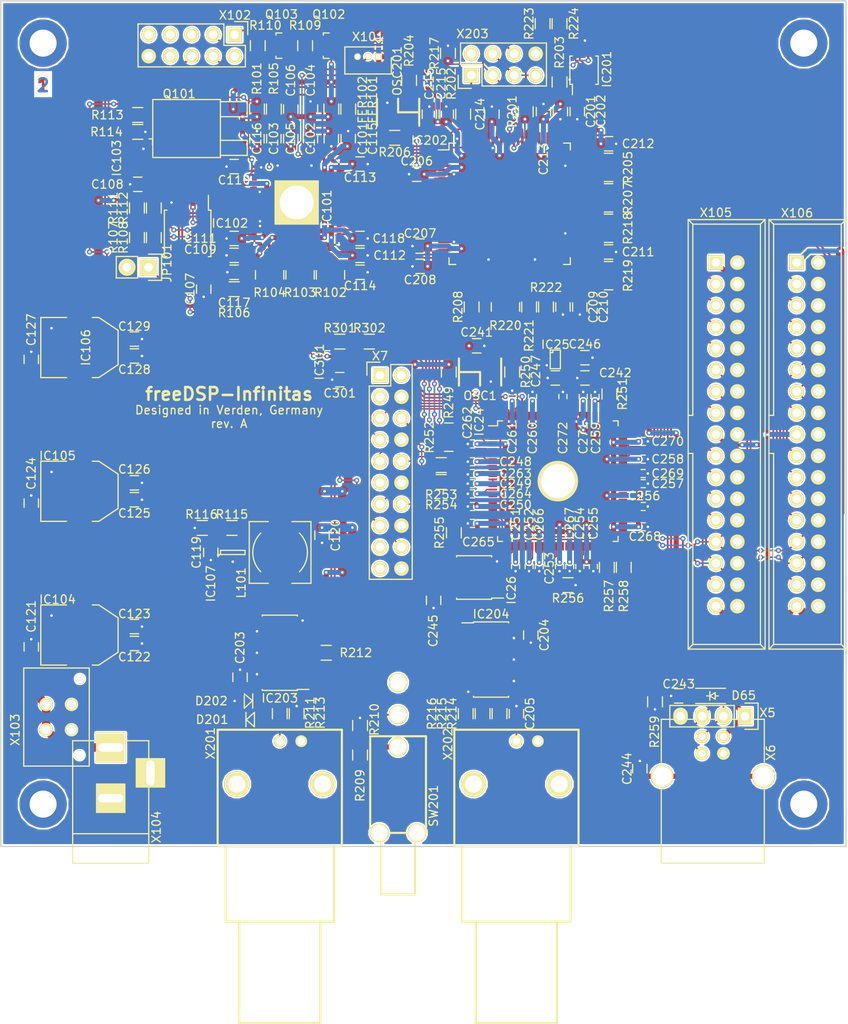
<source format=kicad_pcb>
(kicad_pcb (version 4) (host pcbnew 4.0.2-stable)
  (layers (0 F.Cu signal) (31 B.Cu signal) (34 B.Paste user) (35 F.Paste user) (36 B.SilkS user) (37 F.SilkS user) (38 B.Mask user) (39 F.Mask user) (44 Edge.Cuts user))
  (net 0 "")
  (net 1 GND)
  (net 2 +3V3)
  (net 3 +5V)
  (net 4 +12V)
  (net 5 /SDA)
  (net 6 /SCL)
  (net 7 /CPLD/XOTMS)
  (net 8 /CPLD/XOTCK)
  (net 9 /CPLD/XOTDI)
  (net 10 /CPLD/XOTDO)
  (net 11 VPP)
  (net 12 /~RST)
  (net 13 /MCLK)
  (net 14 +5VD)
  (net 15 /~USBRST)
  (net 16 /CPLD/PLLLOCKED)
  (net 17 /CPLD/WCLK_REF)
  (net 18 /CPLD/CLKREF)
  (net 19 /CPLD/PLLCLK)
  (net 20 "Net-(C101-Pad1)")
  (net 21 "Net-(C103-Pad1)")
  (net 22 "Net-(C103-Pad2)")
  (net 23 "Net-(C106-Pad2)")
  (net 24 "Net-(IC101-Pad3)")
  (net 25 "Net-(IC101-Pad26)")
  (net 26 "Net-(IC101-Pad27)")
  (net 27 "Net-(IC101-Pad28)")
  (net 28 "Net-(IC101-Pad29)")
  (net 29 "Net-(IC101-Pad34)")
  (net 30 "Net-(IC101-Pad39)")
  (net 31 "Net-(IC101-Pad40)")
  (net 32 "Net-(IC101-Pad41)")
  (net 33 "Net-(IC101-Pad42)")
  (net 34 "Net-(IC101-Pad43)")
  (net 35 "Net-(IC101-Pad44)")
  (net 36 "Net-(IC101-Pad49)")
  (net 37 "Net-(IC101-Pad52)")
  (net 38 "Net-(IC102-Pad3)")
  (net 39 /CPLD/WCLKOUT)
  (net 40 /CPLD/WCLKIN)
  (net 41 "Net-(C205-Pad1)")
  (net 42 "Net-(D201-Pad2)")
  (net 43 "Net-(IC201-Pad3)")
  (net 44 "Net-(IC202-Pad63)")
  (net 45 "Net-(IC202-Pad87)")
  (net 46 "Net-(IC203-Pad2)")
  (net 47 "Net-(IC203-Pad4)")
  (net 48 "Net-(IC203-Pad6)")
  (net 49 "Net-(IC204-Pad2)")
  (net 50 "Net-(IC204-Pad4)")
  (net 51 "Net-(IC204-Pad6)")
  (net 52 "Net-(R209-Pad2)")
  (net 53 "Net-(R211-Pad2)")
  (net 54 +1V0)
  (net 55 +2V5)
  (net 56 "Net-(C242-Pad2)")
  (net 57 "Net-(C244-Pad1)")
  (net 58 "Net-(D65-Pad2)")
  (net 59 "Net-(IC24-Pad3)")
  (net 60 "Net-(IC24-Pad4)")
  (net 61 "Net-(IC24-Pad5)")
  (net 62 "Net-(IC24-Pad7)")
  (net 63 "Net-(IC24-Pad10)")
  (net 64 "Net-(IC24-Pad12)")
  (net 65 "Net-(IC24-Pad48)")
  (net 66 "Net-(IC24-Pad63)")
  (net 67 "Net-(IC24-Pad64)")
  (net 68 "Net-(OSC1-Pad1)")
  (net 69 "Net-(OSC1-Pad3)")
  (net 70 "/USB Interface/VBUS")
  (net 71 "/USB Interface/TDO")
  (net 72 "/USB Interface/TDI")
  (net 73 "/USB Interface/XL_DN1")
  (net 74 "/USB Interface/XL_DN0")
  (net 75 "/USB Interface/SPI_CS")
  (net 76 "/USB Interface/SPI_CLK")
  (net 77 "/USB Interface/QSPI_D0")
  (net 78 "/USB Interface/QSPI_D1")
  (net 79 "/USB Interface/QSPI_D2")
  (net 80 "/USB Interface/QSPI_D3")
  (net 81 "/USB Interface/24M")
  (net 82 "/USB Interface/TMS")
  (net 83 "/USB Interface/TCK")
  (net 84 /AUXADC0)
  (net 85 "Net-(IC101-Pad47)")
  (net 86 "Net-(IC101-Pad48)")
  (net 87 "Net-(IC101-Pad50)")
  (net 88 "Net-(IC101-Pad51)")
  (net 89 "Net-(IC202-Pad32)")
  (net 90 "Net-(IC202-Pad43)")
  (net 91 "Net-(IC202-Pad51)")
  (net 92 "Net-(IC202-Pad52)")
  (net 93 "Net-(IC202-Pad53)")
  (net 94 "Net-(IC202-Pad54)")
  (net 95 "Net-(IC202-Pad58)")
  (net 96 "Net-(IC202-Pad59)")
  (net 97 "Net-(IC202-Pad60)")
  (net 98 "Net-(IC202-Pad61)")
  (net 99 "Net-(IC202-Pad64)")
  (net 100 "Net-(IC202-Pad65)")
  (net 101 "Net-(IC202-Pad66)")
  (net 102 "Net-(IC202-Pad68)")
  (net 103 "Net-(IC202-Pad69)")
  (net 104 "Net-(IC202-Pad70)")
  (net 105 "Net-(IC202-Pad85)")
  (net 106 "Net-(IC202-Pad86)")
  (net 107 "Net-(IC202-Pad97)")
  (net 108 "/USB Interface/XL_UP0")
  (net 109 "/USB Interface/XL_UP1")
  (net 110 "Net-(IC202-Pad38)")
  (net 111 "Net-(IC202-Pad39)")
  (net 112 "Net-(IC202-Pad40)")
  (net 113 "Net-(IC202-Pad41)")
  (net 114 "Net-(IC202-Pad42)")
  (net 115 /CPLD/MDI:4)
  (net 116 /CPLD/MDI:3)
  (net 117 /CPLD/MDI:2)
  (net 118 "Net-(IC202-Pad71)")
  (net 119 /CPLD/MDI:1)
  (net 120 /CPLD/BCLK:1)
  (net 121 /CPLD/MDO:1)
  (net 122 /CPLD/LRCK:1)
  (net 123 /CPLD/MCLK:1)
  (net 124 /CPLD/BCLK:2)
  (net 125 /CPLD/MDO:2)
  (net 126 /CPLD/LRCK:2)
  (net 127 /CPLD/MCLK:2)
  (net 128 /CPLD/BCLK:3)
  (net 129 /CPLD/MDO:3)
  (net 130 /CPLD/LRCK:3)
  (net 131 /CPLD/MCLK:3)
  (net 132 /CPLD/BCLK:4)
  (net 133 /CPLD/MDO:4)
  (net 134 /CPLD/LRCK:4)
  (net 135 /CPLD/MCLK:4)
  (net 136 /XMCLK)
  (net 137 /XTDMIN1)
  (net 138 /XTDMIN2)
  (net 139 /XTDMIN3)
  (net 140 /XTDMIN4)
  (net 141 /XTDMOUT4)
  (net 142 /XTDMOUT3)
  (net 143 /XTDMOUT2)
  (net 144 /XTDMOUT1)
  (net 145 /XBCLK)
  (net 146 /XLRCK)
  (net 147 /TDMOUT3)
  (net 148 /BCLKOUT3)
  (net 149 /LRCKOUT3)
  (net 150 /TDMOUT2)
  (net 151 /BCLKOUT2)
  (net 152 /LRCKOUT2)
  (net 153 /TDMOUT1)
  (net 154 /BCLKOUT1)
  (net 155 /LRCKOUT1)
  (net 156 /TDMOUT0)
  (net 157 /BCLKOUT0)
  (net 158 /LRCKOUT0)
  (net 159 /LRCKIN0)
  (net 160 /TDMIN0)
  (net 161 /LRCKIN1)
  (net 162 /TDMIN1)
  (net 163 /LRCKIN2)
  (net 164 /TDMIN2)
  (net 165 /LRCKIN3)
  (net 166 /TDMIN3)
  (net 167 /BCLKIN0)
  (net 168 /BCLKIN1)
  (net 169 /BCLKIN2)
  (net 170 /BCLKIN3)
  (net 171 "Net-(Q102-Pad3)")
  (net 172 "Net-(Q103-Pad3)")
  (net 173 /CPLD/OSC)
  (net 174 "Net-(OSC201-Pad1)")
  (net 175 "Net-(OSC201-Pad3)")
  (net 176 "/USB Interface/USBD_N")
  (net 177 "/USB Interface/USBD_P")
  (net 178 VDD)
  (net 179 "/USB Interface/RST_N")
  (net 180 "/USB Interface/XSYS_RST_N")
  (net 181 "Net-(IC103-Pad3)")
  (net 182 "Net-(IC107-Pad3)")
  (net 183 "Net-(IC107-Pad5)")
  (module Housings_QFP:TQFP-100_14x14mm_Pitch0.5mm (layer F.Cu) (at 160.2 74)
    (fp_text reference IC202 (at -9.5 -7.5) (layer F.SilkS))
    (fp_text value LCMXO2-2000HC-4TG100)
    (pad 1 smd rect (at -7.7 -6) (size 1.5 0.3) (layers F.Cu F.Paste F.Mask) (net 170 /BCLKIN3))
    (pad 2 smd rect (at -7.7 -5.5) (size 1.5 0.3) (layers F.Cu F.Paste F.Mask) (net 164 /TDMIN2))
    (pad 3 smd rect (at -7.7 -5) (size 1.5 0.3) (layers F.Cu F.Paste F.Mask) (net 163 /LRCKIN2))
    (pad 4 smd rect (at -7.7 -4.5) (size 1.5 0.3) (layers F.Cu F.Paste F.Mask) (net 173 /CPLD/OSC))
    (pad 5 smd rect (at -7.7 -4) (size 1.5 0.3) (layers F.Cu F.Paste F.Mask) (net 2 +3V3))
    (pad 6 smd rect (at -7.7 -3.5) (size 1.5 0.3) (layers F.Cu F.Paste F.Mask) (net 1 GND))
    (pad 7 smd rect (at -7.7 -3) (size 1.5 0.3) (layers F.Cu F.Paste F.Mask) (net 169 /BCLKIN2))
    (pad 8 smd rect (at -7.7 -2.5) (size 1.5 0.3) (layers F.Cu F.Paste F.Mask) (net 162 /TDMIN1))
    (pad 9 smd rect (at -7.7 -2) (size 1.5 0.3) (layers F.Cu F.Paste F.Mask) (net 161 /LRCKIN1))
    (pad 10 smd rect (at -7.7 -1.5) (size 1.5 0.3) (layers F.Cu F.Paste F.Mask) (net 168 /BCLKIN1))
    (pad 11 smd rect (at -7.7 -1) (size 1.5 0.3) (layers F.Cu F.Paste F.Mask) (net 2 +3V3))
    (pad 12 smd rect (at -7.7 -0.5) (size 1.5 0.3) (layers F.Cu F.Paste F.Mask) (net 160 /TDMIN0))
    (pad 13 smd rect (at -7.7 0) (size 1.5 0.3) (layers F.Cu F.Paste F.Mask) (net 159 /LRCKIN0))
    (pad 14 smd rect (at -7.7 0.5) (size 1.5 0.3) (layers F.Cu F.Paste F.Mask) (net 167 /BCLKIN0))
    (pad 15 smd rect (at -7.7 1) (size 1.5 0.3) (layers F.Cu F.Paste F.Mask) (net 147 /TDMOUT3))
    (pad 16 smd rect (at -7.7 1.5) (size 1.5 0.3) (layers F.Cu F.Paste F.Mask) (net 148 /BCLKOUT3))
    (pad 17 smd rect (at -7.7 2) (size 1.5 0.3) (layers F.Cu F.Paste F.Mask) (net 149 /LRCKOUT3))
    (pad 18 smd rect (at -7.7 2.5) (size 1.5 0.3) (layers F.Cu F.Paste F.Mask) (net 150 /TDMOUT2))
    (pad 19 smd rect (at -7.7 3) (size 1.5 0.3) (layers F.Cu F.Paste F.Mask) (net 151 /BCLKOUT2))
    (pad 20 smd rect (at -7.7 3.5) (size 1.5 0.3) (layers F.Cu F.Paste F.Mask) (net 152 /LRCKOUT2))
    (pad 21 smd rect (at -7.7 4) (size 1.5 0.3) (layers F.Cu F.Paste F.Mask) (net 153 /TDMOUT1))
    (pad 22 smd rect (at -7.7 4.5) (size 1.5 0.3) (layers F.Cu F.Paste F.Mask) (net 1 GND))
    (pad 23 smd rect (at -7.7 5) (size 1.5 0.3) (layers F.Cu F.Paste F.Mask) (net 2 +3V3))
    (pad 24 smd rect (at -7.7 5.5) (size 1.5 0.3) (layers F.Cu F.Paste F.Mask) (net 154 /BCLKOUT1))
    (pad 25 smd rect (at -7.7 6) (size 1.5 0.3) (layers F.Cu F.Paste F.Mask) (net 155 /LRCKOUT1))
    (pad 26 smd rect (at -6 7.7 90) (size 1.5 0.3) (layers F.Cu F.Paste F.Mask) (net 2 +3V3))
    (pad 27 smd rect (at -5.5 7.7 90) (size 1.5 0.3) (layers F.Cu F.Paste F.Mask) (net 156 /TDMOUT0))
    (pad 28 smd rect (at -5 7.7 90) (size 1.5 0.3) (layers F.Cu F.Paste F.Mask) (net 157 /BCLKOUT0))
    (pad 29 smd rect (at -4.5 7.7 90) (size 1.5 0.3) (layers F.Cu F.Paste F.Mask) (net 158 /LRCKOUT0))
    (pad 30 smd rect (at -4 7.7 90) (size 1.5 0.3) (layers F.Cu F.Paste F.Mask) (net 39 /CPLD/WCLKOUT))
    (pad 31 smd rect (at -3.5 7.7 90) (size 1.5 0.3) (layers F.Cu F.Paste F.Mask) (net 40 /CPLD/WCLKIN))
    (pad 32 smd rect (at -3 7.7 90) (size 1.5 0.3) (layers F.Cu F.Paste F.Mask) (net 89 "Net-(IC202-Pad32)"))
    (pad 33 smd rect (at -2.5 7.7 90) (size 1.5 0.3) (layers F.Cu F.Paste F.Mask) (net 1 GND))
    (pad 34 smd rect (at -2 7.7 90) (size 1.5 0.3) (layers F.Cu F.Paste F.Mask) (net 144 /XTDMOUT1))
    (pad 35 smd rect (at -1.5 7.7 90) (size 1.5 0.3) (layers F.Cu F.Paste F.Mask) (net 143 /XTDMOUT2))
    (pad 36 smd rect (at -1 7.7 90) (size 1.5 0.3) (layers F.Cu F.Paste F.Mask) (net 142 /XTDMOUT3))
    (pad 37 smd rect (at -0.5 7.7 90) (size 1.5 0.3) (layers F.Cu F.Paste F.Mask) (net 141 /XTDMOUT4))
    (pad 38 smd rect (at 0 7.7 90) (size 1.5 0.3) (layers F.Cu F.Paste F.Mask) (net 110 "Net-(IC202-Pad38)"))
    (pad 39 smd rect (at 0.5 7.7 90) (size 1.5 0.3) (layers F.Cu F.Paste F.Mask) (net 111 "Net-(IC202-Pad39)"))
    (pad 40 smd rect (at 1 7.7 90) (size 1.5 0.3) (layers F.Cu F.Paste F.Mask) (net 112 "Net-(IC202-Pad40)"))
    (pad 41 smd rect (at 1.5 7.7 90) (size 1.5 0.3) (layers F.Cu F.Paste F.Mask) (net 113 "Net-(IC202-Pad41)"))
    (pad 42 smd rect (at 2 7.7 90) (size 1.5 0.3) (layers F.Cu F.Paste F.Mask) (net 114 "Net-(IC202-Pad42)"))
    (pad 43 smd rect (at 2.5 7.7 90) (size 1.5 0.3) (layers F.Cu F.Paste F.Mask) (net 90 "Net-(IC202-Pad43)"))
    (pad 44 smd rect (at 3 7.7 90) (size 1.5 0.3) (layers F.Cu F.Paste F.Mask) (net 1 GND))
    (pad 45 smd rect (at 3.5 7.7 90) (size 1.5 0.3) (layers F.Cu F.Paste F.Mask))
    (pad 46 smd rect (at 4 7.7 90) (size 1.5 0.3) (layers F.Cu F.Paste F.Mask) (net 2 +3V3))
    (pad 47 smd rect (at 4.5 7.7 90) (size 1.5 0.3) (layers F.Cu F.Paste F.Mask))
    (pad 48 smd rect (at 5 7.7 90) (size 1.5 0.3) (layers F.Cu F.Paste F.Mask))
    (pad 49 smd rect (at 5.5 7.7 90) (size 1.5 0.3) (layers F.Cu F.Paste F.Mask))
    (pad 50 smd rect (at 6 7.7 90) (size 1.5 0.3) (layers F.Cu F.Paste F.Mask) (net 2 +3V3))
    (pad 51 smd rect (at 7.7 6) (size 1.5 0.3) (layers F.Cu F.Paste F.Mask) (net 91 "Net-(IC202-Pad51)"))
    (pad 52 smd rect (at 7.7 5.5) (size 1.5 0.3) (layers F.Cu F.Paste F.Mask) (net 92 "Net-(IC202-Pad52)"))
    (pad 53 smd rect (at 7.7 5) (size 1.5 0.3) (layers F.Cu F.Paste F.Mask) (net 93 "Net-(IC202-Pad53)"))
    (pad 54 smd rect (at 7.7 4.5) (size 1.5 0.3) (layers F.Cu F.Paste F.Mask) (net 94 "Net-(IC202-Pad54)"))
    (pad 55 smd rect (at 7.7 4) (size 1.5 0.3) (layers F.Cu F.Paste F.Mask) (net 2 +3V3))
    (pad 56 smd rect (at 7.7 3.5) (size 1.5 0.3) (layers F.Cu F.Paste F.Mask) (net 1 GND))
    (pad 57 smd rect (at 7.7 3) (size 1.5 0.3) (layers F.Cu F.Paste F.Mask) (net 115 /CPLD/MDI:4))
    (pad 58 smd rect (at 7.7 2.5) (size 1.5 0.3) (layers F.Cu F.Paste F.Mask) (net 95 "Net-(IC202-Pad58)"))
    (pad 59 smd rect (at 7.7 2) (size 1.5 0.3) (layers F.Cu F.Paste F.Mask) (net 96 "Net-(IC202-Pad59)"))
    (pad 60 smd rect (at 7.7 1.5) (size 1.5 0.3) (layers F.Cu F.Paste F.Mask) (net 97 "Net-(IC202-Pad60)"))
    (pad 61 smd rect (at 7.7 1) (size 1.5 0.3) (layers F.Cu F.Paste F.Mask) (net 98 "Net-(IC202-Pad61)"))
    (pad 62 smd rect (at 7.7 0.5) (size 1.5 0.3) (layers F.Cu F.Paste F.Mask) (net 116 /CPLD/MDI:3))
    (pad 63 smd rect (at 7.7 0) (size 1.5 0.3) (layers F.Cu F.Paste F.Mask) (net 44 "Net-(IC202-Pad63)"))
    (pad 64 smd rect (at 7.7 -0.5) (size 1.5 0.3) (layers F.Cu F.Paste F.Mask) (net 99 "Net-(IC202-Pad64)"))
    (pad 65 smd rect (at 7.7 -1) (size 1.5 0.3) (layers F.Cu F.Paste F.Mask) (net 100 "Net-(IC202-Pad65)"))
    (pad 66 smd rect (at 7.7 -1.5) (size 1.5 0.3) (layers F.Cu F.Paste F.Mask) (net 101 "Net-(IC202-Pad66)"))
    (pad 67 smd rect (at 7.7 -2) (size 1.5 0.3) (layers F.Cu F.Paste F.Mask) (net 117 /CPLD/MDI:2))
    (pad 68 smd rect (at 7.7 -2.5) (size 1.5 0.3) (layers F.Cu F.Paste F.Mask) (net 102 "Net-(IC202-Pad68)"))
    (pad 69 smd rect (at 7.7 -3) (size 1.5 0.3) (layers F.Cu F.Paste F.Mask) (net 103 "Net-(IC202-Pad69)"))
    (pad 70 smd rect (at 7.7 -3.5) (size 1.5 0.3) (layers F.Cu F.Paste F.Mask) (net 104 "Net-(IC202-Pad70)"))
    (pad 71 smd rect (at 7.7 -4) (size 1.5 0.3) (layers F.Cu F.Paste F.Mask) (net 118 "Net-(IC202-Pad71)"))
    (pad 72 smd rect (at 7.7 -4.5) (size 1.5 0.3) (layers F.Cu F.Paste F.Mask) (net 1 GND))
    (pad 73 smd rect (at 7.7 -5) (size 1.5 0.3) (layers F.Cu F.Paste F.Mask) (net 2 +3V3))
    (pad 74 smd rect (at 7.7 -5.5) (size 1.5 0.3) (layers F.Cu F.Paste F.Mask))
    (pad 75 smd rect (at 7.7 -6) (size 1.5 0.3) (layers F.Cu F.Paste F.Mask) (net 119 /CPLD/MDI:1))
    (pad 76 smd rect (at 6 -7.7 90) (size 1.5 0.3) (layers F.Cu F.Paste F.Mask) (net 17 /CPLD/WCLK_REF))
    (pad 77 smd rect (at 5.5 -7.7 90) (size 1.5 0.3) (layers F.Cu F.Paste F.Mask))
    (pad 78 smd rect (at 5 -7.7 90) (size 1.5 0.3) (layers F.Cu F.Paste F.Mask))
    (pad 79 smd rect (at 4.5 -7.7 90) (size 1.5 0.3) (layers F.Cu F.Paste F.Mask) (net 1 GND))
    (pad 80 smd rect (at 4 -7.7 90) (size 1.5 0.3) (layers F.Cu F.Paste F.Mask) (net 2 +3V3))
    (pad 81 smd rect (at 3.5 -7.7 90) (size 1.5 0.3) (layers F.Cu F.Paste F.Mask))
    (pad 82 smd rect (at 3 -7.7 90) (size 1.5 0.3) (layers F.Cu F.Paste F.Mask))
    (pad 83 smd rect (at 2.5 -7.7 90) (size 1.5 0.3) (layers F.Cu F.Paste F.Mask))
    (pad 84 smd rect (at 2 -7.7 90) (size 1.5 0.3) (layers F.Cu F.Paste F.Mask) (net 16 /CPLD/PLLLOCKED))
    (pad 85 smd rect (at 1.5 -7.7 90) (size 1.5 0.3) (layers F.Cu F.Paste F.Mask) (net 105 "Net-(IC202-Pad85)"))
    (pad 86 smd rect (at 1 -7.7 90) (size 1.5 0.3) (layers F.Cu F.Paste F.Mask) (net 106 "Net-(IC202-Pad86)"))
    (pad 87 smd rect (at 0.5 -7.7 90) (size 1.5 0.3) (layers F.Cu F.Paste F.Mask) (net 45 "Net-(IC202-Pad87)"))
    (pad 88 smd rect (at 0 -7.7 90) (size 1.5 0.3) (layers F.Cu F.Paste F.Mask) (net 19 /CPLD/PLLCLK))
    (pad 89 smd rect (at -0.5 -7.7 90) (size 1.5 0.3) (layers F.Cu F.Paste F.Mask))
    (pad 90 smd rect (at -1 -7.7 90) (size 1.5 0.3) (layers F.Cu F.Paste F.Mask) (net 7 /CPLD/XOTMS))
    (pad 91 smd rect (at -1.5 -7.7 90) (size 1.5 0.3) (layers F.Cu F.Paste F.Mask) (net 8 /CPLD/XOTCK))
    (pad 92 smd rect (at -2 -7.7 90) (size 1.5 0.3) (layers F.Cu F.Paste F.Mask) (net 1 GND))
    (pad 93 smd rect (at -2.5 -7.7 90) (size 1.5 0.3) (layers F.Cu F.Paste F.Mask) (net 2 +3V3))
    (pad 94 smd rect (at -3 -7.7 90) (size 1.5 0.3) (layers F.Cu F.Paste F.Mask) (net 9 /CPLD/XOTDI))
    (pad 95 smd rect (at -3.5 -7.7 90) (size 1.5 0.3) (layers F.Cu F.Paste F.Mask) (net 10 /CPLD/XOTDO))
    (pad 96 smd rect (at -4 -7.7 90) (size 1.5 0.3) (layers F.Cu F.Paste F.Mask) (net 12 /~RST))
    (pad 97 smd rect (at -4.5 -7.7 90) (size 1.5 0.3) (layers F.Cu F.Paste F.Mask) (net 107 "Net-(IC202-Pad97)"))
    (pad 98 smd rect (at -5 -7.7 90) (size 1.5 0.3) (layers F.Cu F.Paste F.Mask) (net 166 /TDMIN3))
    (pad 99 smd rect (at -5.5 -7.7 90) (size 1.5 0.3) (layers F.Cu F.Paste F.Mask) (net 165 /LRCKIN3))
    (pad 100 smd rect (at -6 -7.7 90) (size 1.5 0.3) (layers F.Cu F.Paste F.Mask) (net 2 +3V3))
  )
  (module rklib:MountingHole_3.2mm_M3_DIN965_Pad (layer F.Cu) (at 105 55)
    (fp_text reference B101 hide)
    (fp_text value TEST_1P)
    (pad 1 thru_hole circle (at 0 0) (size 5.6 5.6) (drill 3.2) (layers *.Cu *.Mask))
  )
  (module rklib:MountingHole_3.2mm_M3_DIN965_Pad (layer F.Cu) (at 195 55)
    (fp_text reference B102 hide)
    (fp_text value TEST_1P)
    (pad 1 thru_hole circle (at 0 0) (size 5.6 5.6) (drill 3.2) (layers *.Cu *.Mask))
  )
  (module rklib:MountingHole_3.2mm_M3_DIN965_Pad (layer F.Cu) (at 195 145)
    (fp_text reference B103 hide)
    (fp_text value TEST_1P)
    (pad 1 thru_hole circle (at 0 0) (size 5.6 5.6) (drill 3.2) (layers *.Cu *.Mask))
  )
  (module rklib:MountingHole_3.2mm_M3_DIN965_Pad (layer F.Cu) (at 105 145)
    (fp_text reference B104 hide)
    (fp_text value TEST_1P)
    (pad 1 thru_hole circle (at 0 0) (size 5.6 5.6) (drill 3.2) (layers *.Cu *.Mask))
  )
  (module rklib:C0805-X7R (layer F.Cu) (at 103.6 126.4 90)
    (fp_text reference C121 (at 3.6 0 90) (layer F.SilkS))
    (fp_text value 10u0)
    (pad 1 smd rect (at -0.9 0 90) (size 1 1.3) (layers F.Cu F.Paste F.Mask) (net 4 +12V))
    (pad 2 smd rect (at 0.9 0 90) (size 1 1.3) (layers F.Cu F.Paste F.Mask) (net 1 GND))
  )
  (module rklib:C0805-X7R (layer F.Cu) (at 115.8 126)
    (fp_text reference C122 (at 0 1.6 180) (layer F.SilkS))
    (fp_text value 100n)
    (pad 1 smd rect (at -0.9 0) (size 1 1.3) (layers F.Cu F.Paste F.Mask) (net 3 +5V))
    (pad 2 smd rect (at 0.9 0) (size 1 1.3) (layers F.Cu F.Paste F.Mask) (net 1 GND))
  )
  (module rklib:C0805-X7R (layer F.Cu) (at 115.8 109)
    (fp_text reference C125 (at 0 1.6 180) (layer F.SilkS))
    (fp_text value 100n)
    (pad 1 smd rect (at -0.9 0) (size 1 1.3) (layers F.Cu F.Paste F.Mask) (net 178 VDD))
    (pad 2 smd rect (at 0.9 0) (size 1 1.3) (layers F.Cu F.Paste F.Mask) (net 1 GND))
  )
  (module rklib:C0805-X7R (layer F.Cu) (at 128.3 130 90)
    (fp_text reference C203 (at 3.5 0 90) (layer F.SilkS))
    (fp_text value 100n)
    (pad 1 smd rect (at -0.9 0 90) (size 1 1.3) (layers F.Cu F.Paste F.Mask) (net 178 VDD))
    (pad 2 smd rect (at 0.9 0 90) (size 1 1.3) (layers F.Cu F.Paste F.Mask) (net 1 GND))
  )
  (module rklib:C0805-X7R (layer F.Cu) (at 149.2 70.5 180)
    (fp_text reference C206 (at 0 1.55 180) (layer F.SilkS))
    (fp_text value 100n)
    (pad 1 smd rect (at -0.9 0 180) (size 1 1.3) (layers F.Cu F.Paste F.Mask) (net 2 +3V3))
    (pad 2 smd rect (at 0.9 0 180) (size 1 1.3) (layers F.Cu F.Paste F.Mask) (net 1 GND))
  )
  (module rklib:C0805-X7R (layer F.Cu) (at 149.6 79 180)
    (fp_text reference C207 (at 0 1.5 180) (layer F.SilkS))
    (fp_text value 100n)
    (pad 1 smd rect (at -0.9 0 180) (size 1 1.3) (layers F.Cu F.Paste F.Mask) (net 2 +3V3))
    (pad 2 smd rect (at 0.9 0 180) (size 1 1.3) (layers F.Cu F.Paste F.Mask) (net 1 GND))
  )
  (module rklib:C0805-X7R (layer F.Cu) (at 149.6 81.4 180)
    (fp_text reference C208 (at 0 -1.6 180) (layer F.SilkS))
    (fp_text value 100n)
    (pad 1 smd rect (at -0.9 0 180) (size 1 1.3) (layers F.Cu F.Paste F.Mask) (net 2 +3V3))
    (pad 2 smd rect (at 0.9 0 180) (size 1 1.3) (layers F.Cu F.Paste F.Mask) (net 1 GND))
  )
  (module rklib:C0805-X7R (layer F.Cu) (at 166.5 86.2 270)
    (fp_text reference C209 (at 0 -3.6 270) (layer F.SilkS))
    (fp_text value 100n)
    (pad 1 smd rect (at -0.9 0 270) (size 1 1.3) (layers F.Cu F.Paste F.Mask) (net 2 +3V3))
    (pad 2 smd rect (at 0.9 0 270) (size 1 1.3) (layers F.Cu F.Paste F.Mask) (net 1 GND))
  )
  (module rklib:C0805-X7R (layer F.Cu) (at 168.5 86.2 270)
    (fp_text reference C210 (at 0 -2.8 270) (layer F.SilkS))
    (fp_text value 100n)
    (pad 1 smd rect (at -0.9 0 270) (size 1 1.3) (layers F.Cu F.Paste F.Mask) (net 2 +3V3))
    (pad 2 smd rect (at 0.9 0 270) (size 1 1.3) (layers F.Cu F.Paste F.Mask) (net 1 GND))
  )
  (module rklib:C0805-X7R (layer F.Cu) (at 171.9 79.7)
    (fp_text reference C211 (at 3.5 0) (layer F.SilkS))
    (fp_text value 100n)
    (pad 1 smd rect (at -0.9 0) (size 1 1.3) (layers F.Cu F.Paste F.Mask) (net 2 +3V3))
    (pad 2 smd rect (at 0.9 0) (size 1 1.3) (layers F.Cu F.Paste F.Mask) (net 1 GND))
  )
  (module rklib:C0805-X7R (layer F.Cu) (at 171.9 66.9)
    (fp_text reference C212 (at 3.5 0) (layer F.SilkS))
    (fp_text value 100n)
    (pad 1 smd rect (at -0.9 0) (size 1 1.3) (layers F.Cu F.Paste F.Mask) (net 2 +3V3))
    (pad 2 smd rect (at 0.9 0) (size 1 1.3) (layers F.Cu F.Paste F.Mask) (net 1 GND))
  )
  (module rklib:C0805-X7R (layer F.Cu) (at 164.2 63.1 90)
    (fp_text reference C213 (at -5.6 0 90) (layer F.SilkS))
    (fp_text value 100n)
    (pad 1 smd rect (at -0.9 0 90) (size 1 1.3) (layers F.Cu F.Paste F.Mask) (net 2 +3V3))
    (pad 2 smd rect (at 0.9 0 90) (size 1 1.3) (layers F.Cu F.Paste F.Mask) (net 1 GND))
  )
  (module rklib:C0805-X7R (layer F.Cu) (at 158.1 63.4 90)
    (fp_text reference C214 (at 0 -1.4 90) (layer F.SilkS))
    (fp_text value 100n)
    (pad 1 smd rect (at -0.9 0 90) (size 1 1.3) (layers F.Cu F.Paste F.Mask) (net 2 +3V3))
    (pad 2 smd rect (at 0.9 0 90) (size 1 1.3) (layers F.Cu F.Paste F.Mask) (net 1 GND))
  )
  (module rklib:C0805-X7R (layer F.Cu) (at 152.7 63.4 90)
    (fp_text reference C215 (at 3.6 -0.6 90) (layer F.SilkS))
    (fp_text value 100n)
    (pad 1 smd rect (at -0.9 0 90) (size 1 1.3) (layers F.Cu F.Paste F.Mask) (net 2 +3V3))
    (pad 2 smd rect (at 0.9 0 90) (size 1 1.3) (layers F.Cu F.Paste F.Mask) (net 1 GND))
  )
  (module Diodes_SMD:MiniMELF_Standard (layer F.Cu) (at 129.4 135)
    (fp_text reference D201 (at -4.4 0) (layer F.SilkS))
    (fp_text value 1N4148)
    (pad 1 smd rect (at -1.75006 0) (size 1.30048 1.69926) (layers F.Cu F.Paste F.Mask) (net 3 +5V))
    (pad 2 smd rect (at 1.75006 0) (size 1.30048 1.69926) (layers F.Cu F.Paste F.Mask) (net 42 "Net-(D201-Pad2)"))
  )
  (module Diodes_SMD:MiniMELF_Standard (layer F.Cu) (at 129.4 132.8 180)
    (fp_text reference D202 (at 4.5 0 180) (layer F.SilkS))
    (fp_text value 1N4148)
    (pad 1 smd rect (at -1.75006 0 180) (size 1.30048 1.69926) (layers F.Cu F.Paste F.Mask) (net 42 "Net-(D201-Pad2)"))
    (pad 2 smd rect (at 1.75006 0 180) (size 1.30048 1.69926) (layers F.Cu F.Paste F.Mask) (net 1 GND))
  )
  (module TO_SOT_Packages_SMD:SOT-223 (layer F.Cu) (at 109.3 125 270)
    (fp_text reference IC104 (at -4.2 2.6 360) (layer F.SilkS))
    (fp_text value LM1117-5.0)
    (pad 4 smd rect (at 0 -3.302 270) (size 3.6576 2.032) (layers F.Cu F.Paste F.Mask) (net 3 +5V))
    (pad 2 smd rect (at 0 3.302 270) (size 1.016 2.032) (layers F.Cu F.Paste F.Mask) (net 3 +5V))
    (pad 3 smd rect (at 2.286 3.302 270) (size 1.016 2.032) (layers F.Cu F.Paste F.Mask) (net 4 +12V))
    (pad 1 smd rect (at -2.286 3.302 270) (size 1.016 2.032) (layers F.Cu F.Paste F.Mask) (net 1 GND))
  )
  (module TO_SOT_Packages_SMD:SOT-223 (layer F.Cu) (at 109.3 108 270)
    (fp_text reference IC105 (at -4.2 2.6 360) (layer F.SilkS))
    (fp_text value NCP1117LPST33)
    (pad 4 smd rect (at 0 -3.302 270) (size 3.6576 2.032) (layers F.Cu F.Paste F.Mask) (net 178 VDD))
    (pad 2 smd rect (at 0 3.302 270) (size 1.016 2.032) (layers F.Cu F.Paste F.Mask) (net 178 VDD))
    (pad 3 smd rect (at 2.286 3.302 270) (size 1.016 2.032) (layers F.Cu F.Paste F.Mask) (net 4 +12V))
    (pad 1 smd rect (at -2.286 3.302 270) (size 1.016 2.032) (layers F.Cu F.Paste F.Mask) (net 1 GND))
  )
  (module rklib:C0805-RES (layer F.Cu) (at 152.9 56.2 90)
    (fp_text reference R217 (at 0 -1.6 90) (layer F.SilkS))
    (fp_text value 4K70)
    (pad 1 smd rect (at -0.9 0 90) (size 1 1.3) (layers F.Cu F.Paste F.Mask) (net 8 /CPLD/XOTCK))
    (pad 2 smd rect (at 0.9 0 90) (size 1 1.3) (layers F.Cu F.Paste F.Mask) (net 1 GND))
  )
  (module rklib:C0805-RES (layer F.Cu) (at 155.7 86.2 270)
    (fp_text reference R208 (at 0 1.6 450) (layer F.SilkS))
    (fp_text value 33R0)
    (pad 1 smd rect (at -0.9 0 270) (size 1 1.3) (layers F.Cu F.Paste F.Mask) (net 89 "Net-(IC202-Pad32)"))
    (pad 2 smd rect (at 0.9 0 270) (size 1 1.3) (layers F.Cu F.Paste F.Mask) (net 136 /XMCLK))
  )
  (module rklib:C0805-RES (layer F.Cu) (at 142.5 139.2 90)
    (fp_text reference R209 (at -3.6 0 90) (layer F.SilkS))
    (fp_text value 301R)
    (pad 1 smd rect (at -0.9 0 90) (size 1 1.3) (layers F.Cu F.Paste F.Mask) (net 3 +5V))
    (pad 2 smd rect (at 0.9 0 90) (size 1 1.3) (layers F.Cu F.Paste F.Mask) (net 52 "Net-(R209-Pad2)"))
  )
  (module rklib:C0805-RES (layer F.Cu) (at 142.5 135.7 270)
    (fp_text reference R210 (at -0.7 -1.7 270) (layer F.SilkS))
    (fp_text value 100R)
    (pad 1 smd rect (at -0.9 0 270) (size 1 1.3) (layers F.Cu F.Paste F.Mask) (net 1 GND))
    (pad 2 smd rect (at 0.9 0 270) (size 1 1.3) (layers F.Cu F.Paste F.Mask) (net 52 "Net-(R209-Pad2)"))
  )
  (module rklib:C0805-RES (layer F.Cu) (at 133 134.3 270)
    (fp_text reference R211 (at -0.1 -3.6 270) (layer F.SilkS))
    (fp_text value 51R1)
    (pad 1 smd rect (at -0.9 0 270) (size 1 1.3) (layers F.Cu F.Paste F.Mask) (net 42 "Net-(D201-Pad2)"))
    (pad 2 smd rect (at 0.9 0 270) (size 1 1.3) (layers F.Cu F.Paste F.Mask) (net 53 "Net-(R211-Pad2)"))
  )
  (module rklib:C0805-RES (layer F.Cu) (at 138.5 127.1 180)
    (fp_text reference R212 (at -3.5 0 180) (layer F.SilkS))
    (fp_text value 33R0)
    (pad 1 smd rect (at -0.9 0 180) (size 1 1.3) (layers F.Cu F.Paste F.Mask) (net 40 /CPLD/WCLKIN))
    (pad 2 smd rect (at 0.9 0 180) (size 1 1.3) (layers F.Cu F.Paste F.Mask) (net 47 "Net-(IC203-Pad4)"))
  )
  (module rklib:C0805-RES (layer F.Cu) (at 135 134.3 90)
    (fp_text reference R213 (at 0.1 2.8 90) (layer F.SilkS))
    (fp_text value 1M00)
    (pad 1 smd rect (at -0.9 0 90) (size 1 1.3) (layers F.Cu F.Paste F.Mask) (net 53 "Net-(R211-Pad2)"))
    (pad 2 smd rect (at 0.9 0 90) (size 1 1.3) (layers F.Cu F.Paste F.Mask) (net 1 GND))
  )
  (module rklib:5MS1-SPDT (layer F.Cu) (at 147 148.4 90)
    (fp_text reference SW201 (at 3.2 4.2 90) (layer F.SilkS))
    (fp_text value 5MS1)
    (pad 1 thru_hole circle (at 10.16 0 90) (size 2.2 2.2) (drill 1.85) (layers *.Cu *.Mask F.SilkS) (net 52 "Net-(R209-Pad2)"))
    (pad 2 thru_hole circle (at 13.97 0 90) (size 2.2 2.2) (drill 1.85) (layers *.Cu *.Mask F.SilkS) (net 53 "Net-(R211-Pad2)"))
    (pad 3 thru_hole circle (at 17.78 0 90) (size 2.2 2.2) (drill 1.85) (layers *.Cu *.Mask F.SilkS))
    (pad 4 thru_hole circle (at 0 -2.225 90) (size 2.2 2.2) (drill 1.85) (layers *.Cu *.Mask F.SilkS))
    (pad 5 thru_hole circle (at 0 2.225 90) (size 2.2 2.2) (drill 1.85) (layers *.Cu *.Mask F.SilkS))
  )
  (module Connect:BARREL_JACK (layer F.Cu) (at 113 144.5 90)
    (fp_text reference X104 (at -3.2 5.4 270) (layer F.SilkS))
    (fp_text value BARREL_JACK)
    (pad 1 thru_hole rect (at 6.20014 0 90) (size 3.50012 3.50012) (drill oval 1.00076 2.99974) (layers *.Cu *.Mask F.SilkS) (net 4 +12V))
    (pad 2 thru_hole rect (at 0.20066 0 90) (size 3.50012 3.50012) (drill oval 1.00076 2.99974) (layers *.Cu *.Mask F.SilkS) (net 1 GND))
    (pad 3 thru_hole rect (at 3.2004 4.699 90) (size 3.50012 3.50012) (drill oval 2.99974 1.00076) (layers *.Cu *.Mask F.SilkS) (net 1 GND))
  )
  (module Pin_Headers:Pin_Header_Straight_2x04 (layer F.Cu) (at 155.66 58.8 90)
    (fp_text reference X203 (at 4.9 0.14 180) (layer F.SilkS))
    (fp_text value CONN_02X04)
    (pad 1 thru_hole rect (at 0 0 90) (size 1.7272 1.7272) (drill 1.016) (layers *.Cu *.Mask F.SilkS) (net 9 /CPLD/XOTDI))
    (pad 2 thru_hole oval (at 2.54 0 90) (size 1.7272 1.7272) (drill 1.016) (layers *.Cu *.Mask F.SilkS))
    (pad 3 thru_hole oval (at 0 2.54 90) (size 1.7272 1.7272) (drill 1.016) (layers *.Cu *.Mask F.SilkS) (net 8 /CPLD/XOTCK))
    (pad 4 thru_hole oval (at 2.54 2.54 90) (size 1.7272 1.7272) (drill 1.016) (layers *.Cu *.Mask F.SilkS) (net 7 /CPLD/XOTMS))
    (pad 5 thru_hole oval (at 0 5.08 90) (size 1.7272 1.7272) (drill 1.016) (layers *.Cu *.Mask F.SilkS) (net 2 +3V3))
    (pad 6 thru_hole oval (at 2.54 5.08 90) (size 1.7272 1.7272) (drill 1.016) (layers *.Cu *.Mask F.SilkS) (net 10 /CPLD/XOTDO))
    (pad 7 thru_hole oval (at 0 7.62 90) (size 1.7272 1.7272) (drill 1.016) (layers *.Cu *.Mask F.SilkS) (net 2 +3V3))
    (pad 8 thru_hole oval (at 2.54 7.62 90) (size 1.7272 1.7272) (drill 1.016) (layers *.Cu *.Mask F.SilkS) (net 1 GND))
  )
  (module rklib:BNC-H (layer F.Cu) (at 133 150 90)
    (fp_text reference X201 (at 12.2 -8.2 90) (layer F.SilkS))
    (fp_text value BNC)
    (pad 1 thru_hole circle (at 12.45 0 90) (size 1.4 1.4) (drill 0.9) (layers *.Cu *.Mask F.SilkS) (net 53 "Net-(R211-Pad2)"))
    (pad 2 thru_hole circle (at 12.45 2.54 90) (size 1.4 1.4) (drill 0.9) (layers *.Cu *.Mask F.SilkS) (net 1 GND))
    (pad 3 thru_hole circle (at 7.37 -5.08 90) (size 3 3) (drill 2) (layers *.Cu *.Mask F.SilkS))
    (pad 4 thru_hole circle (at 7.37 5.08 90) (size 3 3) (drill 2) (layers *.Cu *.Mask F.SilkS))
  )
  (module rklib:C0805-X7R (layer F.Cu) (at 136.632062 66.294668 270)
    (fp_text reference C102 (at 0 0 270) (layer F.SilkS))
    (fp_text value 100n)
    (pad 1 smd rect (at -0.9 0 270) (size 1 1.3) (layers F.Cu F.Paste F.Mask) (net 20 "Net-(C101-Pad1)"))
    (pad 2 smd rect (at 0.9 0 270) (size 1 1.3) (layers F.Cu F.Paste F.Mask) (net 1 GND))
  )
  (module rklib:C0805-X7R (layer F.Cu) (at 132.3 66.3 90)
    (fp_text reference C103 (at 0 0 90) (layer F.SilkS))
    (fp_text value 5n60)
    (pad 1 smd rect (at -0.9 0 90) (size 1 1.3) (layers F.Cu F.Paste F.Mask) (net 21 "Net-(C103-Pad1)"))
    (pad 2 smd rect (at 0.9 0 90) (size 1 1.3) (layers F.Cu F.Paste F.Mask) (net 22 "Net-(C103-Pad2)"))
  )
  (module rklib:C0805-X7R (layer F.Cu) (at 134.3 66.3 90)
    (fp_text reference C105 (at 0 0 90) (layer F.SilkS))
    (fp_text value 100n)
    (pad 1 smd rect (at -0.9 0 90) (size 1 1.3) (layers F.Cu F.Paste F.Mask) (net 21 "Net-(C103-Pad1)"))
    (pad 2 smd rect (at 0.9 0 90) (size 1 1.3) (layers F.Cu F.Paste F.Mask) (net 1 GND))
  )
  (module rklib:C0805-X7R (layer F.Cu) (at 134.3 62.8 90)
    (fp_text reference C106 (at 3.4 0 90) (layer F.SilkS))
    (fp_text value 150p)
    (pad 1 smd rect (at -0.9 0 90) (size 1 1.3) (layers F.Cu F.Paste F.Mask) (net 21 "Net-(C103-Pad1)"))
    (pad 2 smd rect (at 0.9 0 90) (size 1 1.3) (layers F.Cu F.Paste F.Mask) (net 23 "Net-(C106-Pad2)"))
  )
  (module rklib:C0805-X7R (layer F.Cu) (at 124 84.1 270)
    (fp_text reference C107 (at 0 1.6 270) (layer F.SilkS))
    (fp_text value 100n)
    (pad 1 smd rect (at -0.9 0 270) (size 1 1.3) (layers F.Cu F.Paste F.Mask) (net 2 +3V3))
    (pad 2 smd rect (at 0.9 0 270) (size 1 1.3) (layers F.Cu F.Paste F.Mask) (net 1 GND))
  )
  (module rklib:C0805-X7R (layer F.Cu) (at 116.2 71.7 180)
    (fp_text reference C108 (at 3.6 0 180) (layer F.SilkS))
    (fp_text value 100n)
    (pad 1 smd rect (at -0.9 0 180) (size 1 1.3) (layers F.Cu F.Paste F.Mask) (net 2 +3V3))
    (pad 2 smd rect (at 0.9 0 180) (size 1 1.3) (layers F.Cu F.Paste F.Mask) (net 1 GND))
  )
  (module rklib:C0805-X7R (layer F.Cu) (at 127.6 69.6 180)
    (fp_text reference C110 (at 0 -1.6 180) (layer F.SilkS))
    (fp_text value 100n)
    (pad 1 smd rect (at -0.9 0 180) (size 1 1.3) (layers F.Cu F.Paste F.Mask) (net 11 VPP))
    (pad 2 smd rect (at 0.9 0 180) (size 1 1.3) (layers F.Cu F.Paste F.Mask) (net 1 GND))
  )
  (module rklib:C0805-X7R (layer F.Cu) (at 127.6 78.1 180)
    (fp_text reference C111 (at 4 0 360) (layer F.SilkS))
    (fp_text value 100n)
    (pad 1 smd rect (at -0.9 0 180) (size 1 1.3) (layers F.Cu F.Paste F.Mask) (net 11 VPP))
    (pad 2 smd rect (at 0.9 0 180) (size 1 1.3) (layers F.Cu F.Paste F.Mask) (net 1 GND))
  )
  (module rklib:C0805-X7R (layer F.Cu) (at 142.5 80.1)
    (fp_text reference C112 (at 3.5 0) (layer F.SilkS))
    (fp_text value 100n)
    (pad 1 smd rect (at -0.9 0) (size 1 1.3) (layers F.Cu F.Paste F.Mask) (net 11 VPP))
    (pad 2 smd rect (at 0.9 0) (size 1 1.3) (layers F.Cu F.Paste F.Mask) (net 1 GND))
  )
  (module rklib:C0805-X7R (layer F.Cu) (at 142.5 69.305332)
    (fp_text reference C113 (at 0 1.594668 180) (layer F.SilkS))
    (fp_text value 100n)
    (pad 1 smd rect (at -0.9 0) (size 1 1.3) (layers F.Cu F.Paste F.Mask) (net 11 VPP))
    (pad 2 smd rect (at 0.9 0) (size 1 1.3) (layers F.Cu F.Paste F.Mask) (net 1 GND))
  )
  (module rklib:C0805-X7R (layer F.Cu) (at 141.1 66.3 90)
    (fp_text reference C115 (at 0 2.9 90) (layer F.SilkS))
    (fp_text value 100n)
    (pad 1 smd rect (at -0.9 0 90) (size 1 1.3) (layers F.Cu F.Paste F.Mask) (net 2 +3V3))
    (pad 2 smd rect (at 0.9 0 90) (size 1 1.3) (layers F.Cu F.Paste F.Mask) (net 1 GND))
  )
  (module rklib:C0805-X7R (layer F.Cu) (at 130.3 66.3 90)
    (fp_text reference C116 (at 0 0 90) (layer F.SilkS))
    (fp_text value 100n)
    (pad 1 smd rect (at -0.9 0 90) (size 1 1.3) (layers F.Cu F.Paste F.Mask) (net 2 +3V3))
    (pad 2 smd rect (at 0.9 0 90) (size 1 1.3) (layers F.Cu F.Paste F.Mask) (net 1 GND))
  )
  (module rklib:C0805-X7R (layer F.Cu) (at 127.6 82.1 180)
    (fp_text reference C117 (at 0 -3.6 180) (layer F.SilkS))
    (fp_text value 100n)
    (pad 1 smd rect (at -0.9 0 180) (size 1 1.3) (layers F.Cu F.Paste F.Mask) (net 2 +3V3))
    (pad 2 smd rect (at 0.9 0 180) (size 1 1.3) (layers F.Cu F.Paste F.Mask) (net 1 GND))
  )
  (module rklib:C0805-X7R (layer F.Cu) (at 142.5 78.1)
    (fp_text reference C118 (at 3.4 0) (layer F.SilkS))
    (fp_text value 100n)
    (pad 1 smd rect (at -0.9 0) (size 1 1.3) (layers F.Cu F.Paste F.Mask) (net 2 +3V3))
    (pad 2 smd rect (at 0.9 0) (size 1 1.3) (layers F.Cu F.Paste F.Mask) (net 1 GND))
  )
  (module rklib:C0805-RES (layer F.Cu) (at 141.1 62.8 270)
    (fp_text reference FER101 (at -1.1 -2.9 270) (layer F.SilkS))
    (fp_text value 600R./100MHz)
    (pad 1 smd rect (at -0.9 0 270) (size 1 1.3) (layers F.Cu F.Paste F.Mask) (net 2 +3V3))
    (pad 2 smd rect (at 0.9 0 270) (size 1 1.3) (layers F.Cu F.Paste F.Mask) (net 20 "Net-(C101-Pad1)"))
  )
  (module rklib:C0805-RES (layer F.Cu) (at 139.1 62.8 270)
    (fp_text reference FER102 (at -1.1 -3.7 270) (layer F.SilkS))
    (fp_text value 600R./100MHz)
    (pad 1 smd rect (at -0.9 0 270) (size 1 1.3) (layers F.Cu F.Paste F.Mask) (net 2 +3V3))
    (pad 2 smd rect (at 0.9 0 270) (size 1 1.3) (layers F.Cu F.Paste F.Mask) (net 21 "Net-(C103-Pad1)"))
  )
  (module rklib:QFP72_10x10_EP_Handsoldering (layer F.Cu) (at 135 73.85 270)
    (fp_text reference IC101 (at 0.65 -3.6 270) (layer F.SilkS))
    (fp_text value ADAU1452 hide)
    (pad 73 thru_hole rect (at 0 0 270) (size 5.25 5.25) (drill 4) (layers *.Cu *.Mask F.SilkS) (net 1 GND))
    (pad 1 smd rect (at -5 -4.25 270) (size 0.55 0.3) (layers F.Cu F.Paste F.Mask) (net 1 GND))
    (pad 2 smd rect (at -5 -3.75 270) (size 0.55 0.3) (layers F.Cu F.Paste F.Mask) (net 2 +3V3))
    (pad 3 smd rect (at -5 -3.25 270) (size 0.55 0.3) (layers F.Cu F.Paste F.Mask) (net 24 "Net-(IC101-Pad3)"))
    (pad 4 smd rect (at -5 -2.75 270) (size 0.55 0.3) (layers F.Cu F.Paste F.Mask))
    (pad 5 smd rect (at -5 -2.25 270) (size 0.55 0.3) (layers F.Cu F.Paste F.Mask))
    (pad 6 smd rect (at -5 -1.75 270) (size 0.55 0.3) (layers F.Cu F.Paste F.Mask) (net 1 GND))
    (pad 7 smd rect (at -5 -1.25 270) (size 0.55 0.3) (layers F.Cu F.Paste F.Mask) (net 20 "Net-(C101-Pad1)"))
    (pad 8 smd rect (at -5 -0.75 270) (size 0.55 0.3) (layers F.Cu F.Paste F.Mask) (net 84 /AUXADC0))
    (pad 9 smd rect (at -5 -0.25 270) (size 0.55 0.3) (layers F.Cu F.Paste F.Mask))
    (pad 10 smd rect (at -5 0.25 270) (size 0.55 0.3) (layers F.Cu F.Paste F.Mask))
    (pad 11 smd rect (at -5 0.75 270) (size 0.55 0.3) (layers F.Cu F.Paste F.Mask))
    (pad 12 smd rect (at -5 1.25 270) (size 0.55 0.3) (layers F.Cu F.Paste F.Mask))
    (pad 13 smd rect (at -5 1.75 270) (size 0.55 0.3) (layers F.Cu F.Paste F.Mask))
    (pad 14 smd rect (at -5 2.25 270) (size 0.55 0.3) (layers F.Cu F.Paste F.Mask) (net 1 GND))
    (pad 15 smd rect (at -5 2.75 270) (size 0.55 0.3) (layers F.Cu F.Paste F.Mask) (net 21 "Net-(C103-Pad1)"))
    (pad 16 smd rect (at -5 3.25 270) (size 0.55 0.3) (layers F.Cu F.Paste F.Mask) (net 23 "Net-(C106-Pad2)"))
    (pad 17 smd rect (at -5 3.75 270) (size 0.55 0.3) (layers F.Cu F.Paste F.Mask) (net 1 GND))
    (pad 18 smd rect (at -5 4.25 270) (size 0.55 0.3) (layers F.Cu F.Paste F.Mask) (net 2 +3V3))
    (pad 19 smd rect (at -4.25 5 270) (size 0.3 0.55) (layers F.Cu F.Paste F.Mask) (net 1 GND))
    (pad 20 smd rect (at -3.75 5 270) (size 0.3 0.55) (layers F.Cu F.Paste F.Mask) (net 11 VPP))
    (pad 21 smd rect (at -3.25 5 270) (size 0.3 0.55) (layers F.Cu F.Paste F.Mask) (net 13 /MCLK))
    (pad 22 smd rect (at -2.75 5 270) (size 0.3 0.55) (layers F.Cu F.Paste F.Mask))
    (pad 23 smd rect (at -2.25 5 270) (size 0.3 0.55) (layers F.Cu F.Paste F.Mask))
    (pad 24 smd rect (at -1.75 5 270) (size 0.3 0.55) (layers F.Cu F.Paste F.Mask) (net 12 /~RST))
    (pad 25 smd rect (at -1.25 5 270) (size 0.3 0.55) (layers F.Cu F.Paste F.Mask) (net 1 GND))
    (pad 26 smd rect (at -0.75 5 270) (size 0.3 0.55) (layers F.Cu F.Paste F.Mask) (net 25 "Net-(IC101-Pad26)"))
    (pad 27 smd rect (at -0.25 5 270) (size 0.3 0.55) (layers F.Cu F.Paste F.Mask) (net 26 "Net-(IC101-Pad27)"))
    (pad 28 smd rect (at 0.25 5 270) (size 0.3 0.55) (layers F.Cu F.Paste F.Mask) (net 27 "Net-(IC101-Pad28)"))
    (pad 29 smd rect (at 0.75 5 270) (size 0.3 0.55) (layers F.Cu F.Paste F.Mask) (net 28 "Net-(IC101-Pad29)"))
    (pad 30 smd rect (at 1.25 5 270) (size 0.3 0.55) (layers F.Cu F.Paste F.Mask) (net 5 /SDA))
    (pad 31 smd rect (at 1.75 5 270) (size 0.3 0.55) (layers F.Cu F.Paste F.Mask) (net 6 /SCL))
    (pad 32 smd rect (at 2.25 5 270) (size 0.3 0.55) (layers F.Cu F.Paste F.Mask) (net 1 GND))
    (pad 33 smd rect (at 2.75 5 270) (size 0.3 0.55) (layers F.Cu F.Paste F.Mask) (net 1 GND))
    (pad 34 smd rect (at 3.25 5 270) (size 0.3 0.55) (layers F.Cu F.Paste F.Mask) (net 29 "Net-(IC101-Pad34)"))
    (pad 35 smd rect (at 3.75 5 270) (size 0.3 0.55) (layers F.Cu F.Paste F.Mask) (net 11 VPP))
    (pad 36 smd rect (at 4.25 5 270) (size 0.3 0.55) (layers F.Cu F.Paste F.Mask) (net 1 GND))
    (pad 37 smd rect (at 5 4.25 270) (size 0.55 0.3) (layers F.Cu F.Paste F.Mask) (net 1 GND))
    (pad 38 smd rect (at 5 3.75 270) (size 0.55 0.3) (layers F.Cu F.Paste F.Mask) (net 2 +3V3))
    (pad 39 smd rect (at 5 3.25 270) (size 0.55 0.3) (layers F.Cu F.Paste F.Mask) (net 30 "Net-(IC101-Pad39)"))
    (pad 40 smd rect (at 5 2.75 270) (size 0.55 0.3) (layers F.Cu F.Paste F.Mask) (net 31 "Net-(IC101-Pad40)"))
    (pad 41 smd rect (at 5 2.25 270) (size 0.55 0.3) (layers F.Cu F.Paste F.Mask) (net 32 "Net-(IC101-Pad41)"))
    (pad 42 smd rect (at 5 1.75 270) (size 0.55 0.3) (layers F.Cu F.Paste F.Mask) (net 33 "Net-(IC101-Pad42)"))
    (pad 43 smd rect (at 5 1.25 270) (size 0.55 0.3) (layers F.Cu F.Paste F.Mask) (net 34 "Net-(IC101-Pad43)"))
    (pad 44 smd rect (at 5 0.75 270) (size 0.55 0.3) (layers F.Cu F.Paste F.Mask) (net 35 "Net-(IC101-Pad44)"))
    (pad 45 smd rect (at 5 0.25 270) (size 0.55 0.3) (layers F.Cu F.Paste F.Mask))
    (pad 46 smd rect (at 5 -0.25 270) (size 0.55 0.3) (layers F.Cu F.Paste F.Mask))
    (pad 47 smd rect (at 5 -0.75 270) (size 0.55 0.3) (layers F.Cu F.Paste F.Mask) (net 85 "Net-(IC101-Pad47)"))
    (pad 48 smd rect (at 5 -1.25 270) (size 0.55 0.3) (layers F.Cu F.Paste F.Mask) (net 86 "Net-(IC101-Pad48)"))
    (pad 49 smd rect (at 5 -1.75 270) (size 0.55 0.3) (layers F.Cu F.Paste F.Mask) (net 36 "Net-(IC101-Pad49)"))
    (pad 50 smd rect (at 5 -2.25 270) (size 0.55 0.3) (layers F.Cu F.Paste F.Mask) (net 87 "Net-(IC101-Pad50)"))
    (pad 51 smd rect (at 5 -2.75 270) (size 0.55 0.3) (layers F.Cu F.Paste F.Mask) (net 88 "Net-(IC101-Pad51)"))
    (pad 52 smd rect (at 5 -3.25 270) (size 0.55 0.3) (layers F.Cu F.Paste F.Mask) (net 37 "Net-(IC101-Pad52)"))
    (pad 53 smd rect (at 5 -3.75 270) (size 0.55 0.3) (layers F.Cu F.Paste F.Mask) (net 11 VPP))
    (pad 54 smd rect (at 5 -4.25 270) (size 0.55 0.3) (layers F.Cu F.Paste F.Mask) (net 1 GND))
    (pad 55 smd rect (at 4.25 -5 270) (size 0.3 0.55) (layers F.Cu F.Paste F.Mask) (net 1 GND))
    (pad 56 smd rect (at 3.75 -5 270) (size 0.3 0.55) (layers F.Cu F.Paste F.Mask) (net 2 +3V3))
    (pad 57 smd rect (at 3.25 -5 270) (size 0.3 0.55) (layers F.Cu F.Paste F.Mask) (net 167 /BCLKIN0))
    (pad 58 smd rect (at 2.75 -5 270) (size 0.3 0.55) (layers F.Cu F.Paste F.Mask) (net 159 /LRCKIN0))
    (pad 59 smd rect (at 2.25 -5 270) (size 0.3 0.55) (layers F.Cu F.Paste F.Mask) (net 160 /TDMIN0))
    (pad 60 smd rect (at 1.75 -5 270) (size 0.3 0.55) (layers F.Cu F.Paste F.Mask) (net 168 /BCLKIN1))
    (pad 61 smd rect (at 1.25 -5 270) (size 0.3 0.55) (layers F.Cu F.Paste F.Mask) (net 161 /LRCKIN1))
    (pad 62 smd rect (at 0.75 -5 270) (size 0.3 0.55) (layers F.Cu F.Paste F.Mask) (net 162 /TDMIN1))
    (pad 63 smd rect (at 0.25 -5 270) (size 0.3 0.55) (layers F.Cu F.Paste F.Mask))
    (pad 64 smd rect (at -0.25 -5 270) (size 0.3 0.55) (layers F.Cu F.Paste F.Mask))
    (pad 65 smd rect (at -0.75 -5 270) (size 0.3 0.55) (layers F.Cu F.Paste F.Mask) (net 169 /BCLKIN2))
    (pad 66 smd rect (at -1.25 -5 270) (size 0.3 0.55) (layers F.Cu F.Paste F.Mask) (net 163 /LRCKIN2))
    (pad 67 smd rect (at -1.75 -5 270) (size 0.3 0.55) (layers F.Cu F.Paste F.Mask) (net 164 /TDMIN2))
    (pad 68 smd rect (at -2.25 -5 270) (size 0.3 0.55) (layers F.Cu F.Paste F.Mask) (net 170 /BCLKIN3))
    (pad 69 smd rect (at -2.75 -5 270) (size 0.3 0.55) (layers F.Cu F.Paste F.Mask) (net 165 /LRCKIN3))
    (pad 70 smd rect (at -3.25 -5 270) (size 0.3 0.55) (layers F.Cu F.Paste F.Mask) (net 166 /TDMIN3))
    (pad 71 smd rect (at -3.75 -5 270) (size 0.3 0.55) (layers F.Cu F.Paste F.Mask) (net 11 VPP))
    (pad 72 smd rect (at -4.25 -5 270) (size 0.3 0.55) (layers F.Cu F.Paste F.Mask) (net 1 GND))
  )
  (module Housings_SOIC:SOIJ-8_5.3x5.3mm_Pitch1.27mm (layer F.Cu) (at 122.1 77.5 270)
    (fp_text reference IC102 (at -1.2 -5 360) (layer F.SilkS))
    (fp_text value 25AA1024)
    (pad 1 smd rect (at -3.65 -1.905 270) (size 1.7 0.65) (layers F.Cu F.Paste F.Mask) (net 25 "Net-(IC101-Pad26)"))
    (pad 2 smd rect (at -3.65 -0.635 270) (size 1.7 0.65) (layers F.Cu F.Paste F.Mask) (net 28 "Net-(IC101-Pad29)"))
    (pad 3 smd rect (at -3.65 0.635 270) (size 1.7 0.65) (layers F.Cu F.Paste F.Mask) (net 38 "Net-(IC102-Pad3)"))
    (pad 4 smd rect (at -3.65 1.905 270) (size 1.7 0.65) (layers F.Cu F.Paste F.Mask) (net 1 GND))
    (pad 5 smd rect (at 3.65 1.905 270) (size 1.7 0.65) (layers F.Cu F.Paste F.Mask) (net 26 "Net-(IC101-Pad27)"))
    (pad 6 smd rect (at 3.65 0.635 270) (size 1.7 0.65) (layers F.Cu F.Paste F.Mask) (net 27 "Net-(IC101-Pad28)"))
    (pad 7 smd rect (at 3.65 -0.635 270) (size 1.7 0.65) (layers F.Cu F.Paste F.Mask) (net 2 +3V3))
    (pad 8 smd rect (at 3.65 -1.905 270) (size 1.7 0.65) (layers F.Cu F.Paste F.Mask) (net 2 +3V3))
  )
  (module TO_SOT_Packages_SMD:SOT-143 (layer F.Cu) (at 116.1 68.6 180)
    (fp_text reference IC103 (at 2.4 0 450) (layer F.SilkS))
    (fp_text value ADM811TARTZ)
    (pad 1 smd rect (at -0.76962 1.09982 180) (size 1.19888 1.39954) (layers F.Cu F.Paste F.Mask) (net 1 GND))
    (pad 2 smd rect (at 0.94996 1.09982 180) (size 1.00076 1.39954) (layers F.Cu F.Paste F.Mask) (net 12 /~RST))
    (pad 3 smd rect (at 0.94996 -1.09982 180) (size 1.00076 1.39954) (layers F.Cu F.Paste F.Mask) (net 181 "Net-(IC103-Pad3)"))
    (pad 4 smd rect (at -0.94996 -1.09982 180) (size 1.00076 1.39954) (layers F.Cu F.Paste F.Mask) (net 2 +3V3))
  )
  (module Pin_Headers:Pin_Header_Straight_1x02 (layer F.Cu) (at 117.467938 81.505332 270)
    (fp_text reference JP101 (at -0.5 -2.2 450) (layer F.SilkS))
    (fp_text value Jumper)
    (pad 1 thru_hole rect (at 0 0 270) (size 2.032 2.032) (drill 1.016) (layers *.Cu *.Mask F.SilkS) (net 29 "Net-(IC101-Pad34)"))
    (pad 2 thru_hole oval (at 0 2.54 270) (size 2.032 2.032) (drill 1.016) (layers *.Cu *.Mask F.SilkS) (net 1 GND))
  )
  (module TO_SOT_Packages_SMD:TO-252-2Lead (layer F.Cu) (at 127.5 65.1 90)
    (fp_text reference Q101 (at 4.1 -6.4 180) (layer F.SilkS))
    (fp_text value STD2805)
    (pad 1 smd rect (at -2.286 0 90) (size 1.651 3.048) (layers F.Cu F.Paste F.Mask) (net 24 "Net-(IC101-Pad3)"))
    (pad 2 smd rect (at 0 -6.35 90) (size 6.096 6.096) (layers F.Cu F.Paste F.Mask) (net 11 VPP))
    (pad 3 smd rect (at 2.286 0 90) (size 1.651 3.048) (layers F.Cu F.Paste F.Mask) (net 2 +3V3))
  )
  (module rklib:C0805-RES (layer F.Cu) (at 130.3 62.8 90)
    (fp_text reference R101 (at 3.6 0 90) (layer F.SilkS))
    (fp_text value 1K00)
    (pad 1 smd rect (at -0.9 0 90) (size 1 1.3) (layers F.Cu F.Paste F.Mask) (net 2 +3V3))
    (pad 2 smd rect (at 0.9 0 90) (size 1 1.3) (layers F.Cu F.Paste F.Mask) (net 24 "Net-(IC101-Pad3)"))
  )
  (module rklib:C0805-RES (layer F.Cu) (at 132.3 62.8 90)
    (fp_text reference R105 (at 3.6 0 90) (layer F.SilkS))
    (fp_text value 4K32)
    (pad 1 smd rect (at -0.9 0 90) (size 1 1.3) (layers F.Cu F.Paste F.Mask) (net 22 "Net-(C103-Pad2)"))
    (pad 2 smd rect (at 0.9 0 90) (size 1 1.3) (layers F.Cu F.Paste F.Mask) (net 23 "Net-(C106-Pad2)"))
  )
  (module rklib:C0805-RES (layer F.Cu) (at 127.6 84.1 180)
    (fp_text reference R106 (at 0 -2.8 180) (layer F.SilkS))
    (fp_text value 10K0)
    (pad 1 smd rect (at -0.9 0 180) (size 1 1.3) (layers F.Cu F.Paste F.Mask) (net 2 +3V3))
    (pad 2 smd rect (at 0.9 0 180) (size 1 1.3) (layers F.Cu F.Paste F.Mask) (net 29 "Net-(IC101-Pad34)"))
  )
  (module rklib:C0805-RES (layer F.Cu) (at 116.1 78 90)
    (fp_text reference R107 (at 0 -2.8 90) (layer F.SilkS))
    (fp_text value 2K00)
    (pad 1 smd rect (at -0.9 0 90) (size 1 1.3) (layers F.Cu F.Paste F.Mask) (net 2 +3V3))
    (pad 2 smd rect (at 0.9 0 90) (size 1 1.3) (layers F.Cu F.Paste F.Mask) (net 5 /SDA))
  )
  (module rklib:C0805-RES (layer F.Cu) (at 118.1 78 90)
    (fp_text reference R108 (at 0 -3.6 90) (layer F.SilkS))
    (fp_text value 2K00)
    (pad 1 smd rect (at -0.9 0 90) (size 1 1.3) (layers F.Cu F.Paste F.Mask) (net 2 +3V3))
    (pad 2 smd rect (at 0.9 0 90) (size 1 1.3) (layers F.Cu F.Paste F.Mask) (net 6 /SCL))
  )
  (module rklib:C0805-RES (layer F.Cu) (at 116.1 74.5 90)
    (fp_text reference R111 (at 0 -2.8 90) (layer F.SilkS))
    (fp_text value 10K0)
    (pad 1 smd rect (at -0.9 0 90) (size 1 1.3) (layers F.Cu F.Paste F.Mask) (net 25 "Net-(IC101-Pad26)"))
    (pad 2 smd rect (at 0.9 0 90) (size 1 1.3) (layers F.Cu F.Paste F.Mask) (net 2 +3V3))
  )
  (module rklib:C0805-RES (layer F.Cu) (at 118.1 74.5 90)
    (fp_text reference R112 (at 0 -3.6 90) (layer F.SilkS))
    (fp_text value 10K0)
    (pad 1 smd rect (at -0.9 0 90) (size 1 1.3) (layers F.Cu F.Paste F.Mask) (net 38 "Net-(IC102-Pad3)"))
    (pad 2 smd rect (at 0.9 0 90) (size 1 1.3) (layers F.Cu F.Paste F.Mask) (net 2 +3V3))
  )
  (module rklib:C0805-RES (layer F.Cu) (at 116.2 63.5 180)
    (fp_text reference R113 (at 3.6 0 180) (layer F.SilkS))
    (fp_text value 1K00)
    (pad 1 smd rect (at -0.9 0 180) (size 1 1.3) (layers F.Cu F.Paste F.Mask) (net 15 /~USBRST))
    (pad 2 smd rect (at 0.9 0 180) (size 1 1.3) (layers F.Cu F.Paste F.Mask) (net 181 "Net-(IC103-Pad3)"))
  )
  (module rklib:C0805-RES (layer F.Cu) (at 116.2 65.5)
    (fp_text reference R114 (at -3.7 0) (layer F.SilkS))
    (fp_text value 100K)
    (pad 1 smd rect (at -0.9 0) (size 1 1.3) (layers F.Cu F.Paste F.Mask) (net 12 /~RST))
    (pad 2 smd rect (at 0.9 0) (size 1 1.3) (layers F.Cu F.Paste F.Mask) (net 1 GND))
  )
  (module rklib:C0805-X7R (layer F.Cu) (at 139.1 66.3 270)
    (fp_text reference C101 (at 0 -3.7 270) (layer F.SilkS))
    (fp_text value 10u0)
    (pad 1 smd rect (at -0.9 0 270) (size 1 1.3) (layers F.Cu F.Paste F.Mask) (net 20 "Net-(C101-Pad1)"))
    (pad 2 smd rect (at 0.9 0 270) (size 1 1.3) (layers F.Cu F.Paste F.Mask) (net 1 GND))
  )
  (module rklib:C0805-X7R (layer F.Cu) (at 136.632062 62.794668 90)
    (fp_text reference C104 (at 3.4 0 90) (layer F.SilkS))
    (fp_text value 10u0)
    (pad 1 smd rect (at -0.9 0 90) (size 1 1.3) (layers F.Cu F.Paste F.Mask) (net 21 "Net-(C103-Pad1)"))
    (pad 2 smd rect (at 0.9 0 90) (size 1 1.3) (layers F.Cu F.Paste F.Mask) (net 1 GND))
  )
  (module Resistors_SMD:R_Array_Convex_4x0603 (layer F.Cu) (at 135.4 82.4 270)
    (fp_text reference R103 (at 2.1 0 360) (layer F.SilkS))
    (fp_text value 33R0)
    (pad 1 smd rect (at -0.9 -1.2 270) (size 0.8 0.5) (layers F.Cu F.Paste F.Mask) (net 86 "Net-(IC101-Pad48)"))
    (pad 3 smd rect (at -0.9 0.4 270) (size 0.8 0.4) (layers F.Cu F.Paste F.Mask) (net 35 "Net-(IC101-Pad44)"))
    (pad 2 smd rect (at -0.9 -0.4 270) (size 0.8 0.4) (layers F.Cu F.Paste F.Mask) (net 85 "Net-(IC101-Pad47)"))
    (pad 4 smd rect (at -0.9 1.2 270) (size 0.8 0.5) (layers F.Cu F.Paste F.Mask) (net 34 "Net-(IC101-Pad43)"))
    (pad 7 smd rect (at 0.9 -0.4 270) (size 0.8 0.4) (layers F.Cu F.Paste F.Mask) (net 152 /LRCKOUT2))
    (pad 8 smd rect (at 0.9 -1.2 270) (size 0.8 0.5) (layers F.Cu F.Paste F.Mask) (net 151 /BCLKOUT2))
    (pad 6 smd rect (at 0.9 0.4 270) (size 0.8 0.4) (layers F.Cu F.Paste F.Mask) (net 153 /TDMOUT1))
    (pad 5 smd rect (at 0.9 1.2 270) (size 0.8 0.5) (layers F.Cu F.Paste F.Mask) (net 154 /BCLKOUT1))
  )
  (module Resistors_SMD:R_Array_Convex_4x0603 (layer F.Cu) (at 131.8 82.4 270)
    (fp_text reference R104 (at 2.1 0 360) (layer F.SilkS))
    (fp_text value 33R0)
    (pad 1 smd rect (at -0.9 -1.2 270) (size 0.8 0.5) (layers F.Cu F.Paste F.Mask) (net 33 "Net-(IC101-Pad42)"))
    (pad 3 smd rect (at -0.9 0.4 270) (size 0.8 0.4) (layers F.Cu F.Paste F.Mask) (net 31 "Net-(IC101-Pad40)"))
    (pad 2 smd rect (at -0.9 -0.4 270) (size 0.8 0.4) (layers F.Cu F.Paste F.Mask) (net 32 "Net-(IC101-Pad41)"))
    (pad 4 smd rect (at -0.9 1.2 270) (size 0.8 0.5) (layers F.Cu F.Paste F.Mask) (net 30 "Net-(IC101-Pad39)"))
    (pad 7 smd rect (at 0.9 -0.4 270) (size 0.8 0.4) (layers F.Cu F.Paste F.Mask) (net 156 /TDMOUT0))
    (pad 8 smd rect (at 0.9 -1.2 270) (size 0.8 0.5) (layers F.Cu F.Paste F.Mask) (net 155 /LRCKOUT1))
    (pad 6 smd rect (at 0.9 0.4 270) (size 0.8 0.4) (layers F.Cu F.Paste F.Mask) (net 157 /BCLKOUT0))
    (pad 5 smd rect (at 0.9 1.2 270) (size 0.8 0.5) (layers F.Cu F.Paste F.Mask) (net 158 /LRCKOUT0))
  )
  (module rklib:C0805-X7R (layer F.Cu) (at 127.6 80.1 180)
    (fp_text reference C109 (at 4 0.7 180) (layer F.SilkS))
    (fp_text value 10u0)
    (pad 1 smd rect (at -0.9 0 180) (size 1 1.3) (layers F.Cu F.Paste F.Mask) (net 11 VPP))
    (pad 2 smd rect (at 0.9 0 180) (size 1 1.3) (layers F.Cu F.Paste F.Mask) (net 1 GND))
  )
  (module rklib:C0805-X7R (layer F.Cu) (at 142.5 82.1)
    (fp_text reference C114 (at 0 1.6) (layer F.SilkS))
    (fp_text value 10u0)
    (pad 1 smd rect (at -0.9 0) (size 1 1.3) (layers F.Cu F.Paste F.Mask) (net 2 +3V3))
    (pad 2 smd rect (at 0.9 0) (size 1 1.3) (layers F.Cu F.Paste F.Mask) (net 1 GND))
  )
  (module rklib:C0805-X7R (layer F.Cu) (at 103.6 109.4 90)
    (fp_text reference C124 (at 3.5 0 270) (layer F.SilkS))
    (fp_text value 10u0)
    (pad 1 smd rect (at -0.9 0 90) (size 1 1.3) (layers F.Cu F.Paste F.Mask) (net 4 +12V))
    (pad 2 smd rect (at 0.9 0 90) (size 1 1.3) (layers F.Cu F.Paste F.Mask) (net 1 GND))
  )
  (module rklib:C0805-X7R (layer F.Cu) (at 115.8 107)
    (fp_text reference C126 (at 0 -1.6) (layer F.SilkS))
    (fp_text value 10u0)
    (pad 1 smd rect (at -0.9 0) (size 1 1.3) (layers F.Cu F.Paste F.Mask) (net 178 VDD))
    (pad 2 smd rect (at 0.9 0) (size 1 1.3) (layers F.Cu F.Paste F.Mask) (net 1 GND))
  )
  (module rklib:C0805-X7R (layer F.Cu) (at 115.8 124)
    (fp_text reference C123 (at 0 -1.5 180) (layer F.SilkS))
    (fp_text value 10u0)
    (pad 1 smd rect (at -0.9 0) (size 1 1.3) (layers F.Cu F.Paste F.Mask) (net 3 +5V))
    (pad 2 smd rect (at 0.9 0) (size 1 1.3) (layers F.Cu F.Paste F.Mask) (net 1 GND))
  )
  (module Pin_Headers:Pin_Header_Straight_2x05 (layer F.Cu) (at 127.66 54 270)
    (fp_text reference X102 (at -2.3 -0.04 360) (layer F.SilkS))
    (fp_text value HEADER_02X05)
    (pad 1 thru_hole rect (at 0 0 270) (size 1.7272 1.7272) (drill 1.016) (layers *.Cu *.Mask F.SilkS) (net 171 "Net-(Q102-Pad3)"))
    (pad 2 thru_hole oval (at 2.54 0 270) (size 1.7272 1.7272) (drill 1.016) (layers *.Cu *.Mask F.SilkS))
    (pad 3 thru_hole oval (at 0 2.54 270) (size 1.7272 1.7272) (drill 1.016) (layers *.Cu *.Mask F.SilkS) (net 172 "Net-(Q103-Pad3)"))
    (pad 4 thru_hole oval (at 2.54 2.54 270) (size 1.7272 1.7272) (drill 1.016) (layers *.Cu *.Mask F.SilkS) (net 14 +5VD))
    (pad 5 thru_hole oval (at 0 5.08 270) (size 1.7272 1.7272) (drill 1.016) (layers *.Cu *.Mask F.SilkS))
    (pad 6 thru_hole oval (at 2.54 5.08 270) (size 1.7272 1.7272) (drill 1.016) (layers *.Cu *.Mask F.SilkS) (net 15 /~USBRST))
    (pad 7 thru_hole oval (at 0 7.62 270) (size 1.7272 1.7272) (drill 1.016) (layers *.Cu *.Mask F.SilkS))
    (pad 8 thru_hole oval (at 2.54 7.62 270) (size 1.7272 1.7272) (drill 1.016) (layers *.Cu *.Mask F.SilkS))
    (pad 9 thru_hole oval (at 0 10.16 270) (size 1.7272 1.7272) (drill 1.016) (layers *.Cu *.Mask F.SilkS))
    (pad 10 thru_hole oval (at 2.54 10.16 270) (size 1.7272 1.7272) (drill 1.016) (layers *.Cu *.Mask F.SilkS) (net 1 GND))
  )
  (module rklib:C0805-X7R (layer F.Cu) (at 166.2 63.1 270)
    (fp_text reference C201 (at 0 -3.6 270) (layer F.SilkS))
    (fp_text value 1u00)
    (pad 1 smd rect (at -0.9 0 270) (size 1 1.3) (layers F.Cu F.Paste F.Mask) (net 2 +3V3))
    (pad 2 smd rect (at 0.9 0 270) (size 1 1.3) (layers F.Cu F.Paste F.Mask) (net 1 GND))
  )
  (module rklib:C0805-X7R (layer F.Cu) (at 168.2 63.1 270)
    (fp_text reference C202 (at -0.1 -2.8 270) (layer F.SilkS))
    (fp_text value 100n)
    (pad 1 smd rect (at -0.9 0 270) (size 1 1.3) (layers F.Cu F.Paste F.Mask) (net 2 +3V3))
    (pad 2 smd rect (at 0.9 0 270) (size 1 1.3) (layers F.Cu F.Paste F.Mask) (net 1 GND))
  )
  (module Housings_SSOP:MSOP-10_3x3mm_Pitch0.5mm (layer F.Cu) (at 169 58.2 90)
    (fp_text reference IC201 (at 0.1 2.7 90) (layer F.SilkS))
    (fp_text value CS2100CP)
    (pad 1 smd rect (at -2.2 -1 90) (size 1.4 0.3) (layers F.Cu F.Paste F.Mask) (net 2 +3V3))
    (pad 2 smd rect (at -2.2 -0.5 90) (size 1.4 0.3) (layers F.Cu F.Paste F.Mask) (net 1 GND))
    (pad 3 smd rect (at -2.2 0 90) (size 1.4 0.3) (layers F.Cu F.Paste F.Mask) (net 43 "Net-(IC201-Pad3)"))
    (pad 4 smd rect (at -2.2 0.5 90) (size 1.4 0.3) (layers F.Cu F.Paste F.Mask) (net 16 /CPLD/PLLLOCKED))
    (pad 5 smd rect (at -2.2 1 90) (size 1.4 0.3) (layers F.Cu F.Paste F.Mask) (net 17 /CPLD/WCLK_REF))
    (pad 6 smd rect (at 2.2 1 90) (size 1.4 0.3) (layers F.Cu F.Paste F.Mask))
    (pad 7 smd rect (at 2.2 0.5 90) (size 1.4 0.3) (layers F.Cu F.Paste F.Mask) (net 18 /CPLD/CLKREF))
    (pad 8 smd rect (at 2.2 0 90) (size 1.4 0.3) (layers F.Cu F.Paste F.Mask) (net 1 GND))
    (pad 9 smd rect (at 2.2 -0.5 90) (size 1.4 0.3) (layers F.Cu F.Paste F.Mask) (net 6 /SCL))
    (pad 10 smd rect (at 2.2 -1 90) (size 1.4 0.3) (layers F.Cu F.Paste F.Mask) (net 5 /SDA))
  )
  (module rklib:C0805-RES (layer F.Cu) (at 166.1 59.6 90)
    (fp_text reference R203 (at 3.5 0 90) (layer F.SilkS))
    (fp_text value 33R0)
    (pad 1 smd rect (at -0.9 0 90) (size 1 1.3) (layers F.Cu F.Paste F.Mask) (net 19 /CPLD/PLLCLK))
    (pad 2 smd rect (at 0.9 0 90) (size 1 1.3) (layers F.Cu F.Paste F.Mask) (net 43 "Net-(IC201-Pad3)"))
  )
  (module rklib:C0805-RES (layer F.Cu) (at 162.1 63.1 90)
    (fp_text reference R201 (at 0 -1.6 90) (layer F.SilkS))
    (fp_text value 33R0)
    (pad 1 smd rect (at -0.9 0 90) (size 1 1.3) (layers F.Cu F.Paste F.Mask) (net 45 "Net-(IC202-Pad87)"))
    (pad 2 smd rect (at 0.9 0 90) (size 1 1.3) (layers F.Cu F.Paste F.Mask) (net 18 /CPLD/CLKREF))
  )
  (module rklib:C0805-X7R (layer F.Cu) (at 162.7 125 270)
    (fp_text reference C204 (at 0 -1.6 270) (layer F.SilkS))
    (fp_text value 100n)
    (pad 1 smd rect (at -0.9 0 270) (size 1 1.3) (layers F.Cu F.Paste F.Mask) (net 3 +5V))
    (pad 2 smd rect (at 0.9 0 270) (size 1 1.3) (layers F.Cu F.Paste F.Mask) (net 1 GND))
  )
  (module rklib:C0805-X7R (layer F.Cu) (at 161 134.3 90)
    (fp_text reference C205 (at 0 1.6 90) (layer F.SilkS))
    (fp_text value 22p0)
    (pad 1 smd rect (at -0.9 0 90) (size 1 1.3) (layers F.Cu F.Paste F.Mask) (net 41 "Net-(C205-Pad1)"))
    (pad 2 smd rect (at 0.9 0 90) (size 1 1.3) (layers F.Cu F.Paste F.Mask) (net 1 GND))
  )
  (module rklib:C0805-RES (layer F.Cu) (at 159 134.3 90)
    (fp_text reference R214 (at 0 -5.6 90) (layer F.SilkS))
    (fp_text value 51R1)
    (pad 1 smd rect (at -0.9 0 90) (size 1 1.3) (layers F.Cu F.Paste F.Mask) (net 41 "Net-(C205-Pad1)"))
    (pad 2 smd rect (at 0.9 0 90) (size 1 1.3) (layers F.Cu F.Paste F.Mask) (net 49 "Net-(IC204-Pad2)"))
  )
  (module rklib:C0805-RES (layer F.Cu) (at 157 134.3 90)
    (fp_text reference R215 (at 0 -4.8 90) (layer F.SilkS))
    (fp_text value 51R1)
    (pad 1 smd rect (at -0.9 0 90) (size 1 1.3) (layers F.Cu F.Paste F.Mask) (net 41 "Net-(C205-Pad1)"))
    (pad 2 smd rect (at 0.9 0 90) (size 1 1.3) (layers F.Cu F.Paste F.Mask) (net 50 "Net-(IC204-Pad4)"))
  )
  (module rklib:C0805-RES (layer F.Cu) (at 155 134.3 90)
    (fp_text reference R216 (at 0 -4 90) (layer F.SilkS))
    (fp_text value 51R1)
    (pad 1 smd rect (at -0.9 0 90) (size 1 1.3) (layers F.Cu F.Paste F.Mask) (net 41 "Net-(C205-Pad1)"))
    (pad 2 smd rect (at 0.9 0 90) (size 1 1.3) (layers F.Cu F.Paste F.Mask) (net 51 "Net-(IC204-Pad6)"))
  )
  (module rklib:BNC-H (layer F.Cu) (at 161 150 90)
    (fp_text reference X202 (at 12.1 -8.1 90) (layer F.SilkS))
    (fp_text value BNC)
    (pad 1 thru_hole circle (at 12.45 0 90) (size 1.4 1.4) (drill 0.9) (layers *.Cu *.Mask F.SilkS) (net 41 "Net-(C205-Pad1)"))
    (pad 2 thru_hole circle (at 12.45 2.54 90) (size 1.4 1.4) (drill 0.9) (layers *.Cu *.Mask F.SilkS) (net 1 GND))
    (pad 3 thru_hole circle (at 7.37 -5.08 90) (size 3 3) (drill 2) (layers *.Cu *.Mask F.SilkS))
    (pad 4 thru_hole circle (at 7.37 5.08 90) (size 3 3) (drill 2) (layers *.Cu *.Mask F.SilkS))
  )
  (module rklib:SOIC14_3.9x8.7mm_Pitch1.27mm (layer F.Cu) (at 133 127.1 180)
    (fp_text reference IC203 (at 0 -5.375 180) (layer F.SilkS))
    (fp_text value 74AHC14)
    (pad 1 smd rect (at -2.7 -3.81 180) (size 1.5 0.6) (layers F.Cu F.Paste F.Mask) (net 42 "Net-(D201-Pad2)"))
    (pad 2 smd rect (at -2.7 -2.54 180) (size 1.5 0.6) (layers F.Cu F.Paste F.Mask) (net 46 "Net-(IC203-Pad2)"))
    (pad 3 smd rect (at -2.7 -1.27 180) (size 1.5 0.6) (layers F.Cu F.Paste F.Mask) (net 46 "Net-(IC203-Pad2)"))
    (pad 4 smd rect (at -2.7 0 180) (size 1.5 0.6) (layers F.Cu F.Paste F.Mask) (net 47 "Net-(IC203-Pad4)"))
    (pad 5 smd rect (at -2.7 1.27 180) (size 1.5 0.6) (layers F.Cu F.Paste F.Mask) (net 39 /CPLD/WCLKOUT))
    (pad 6 smd rect (at -2.7 2.54 180) (size 1.5 0.6) (layers F.Cu F.Paste F.Mask) (net 48 "Net-(IC203-Pad6)"))
    (pad 7 smd rect (at -2.7 3.81 180) (size 1.5 0.6) (layers F.Cu F.Paste F.Mask) (net 1 GND))
    (pad 8 smd rect (at 2.7 3.81 180) (size 1.5 0.6) (layers F.Cu F.Paste F.Mask))
    (pad 9 smd rect (at 2.7 2.54 180) (size 1.5 0.6) (layers F.Cu F.Paste F.Mask) (net 1 GND))
    (pad 10 smd rect (at 2.7 1.27 180) (size 1.5 0.6) (layers F.Cu F.Paste F.Mask))
    (pad 11 smd rect (at 2.7 0 180) (size 1.5 0.6) (layers F.Cu F.Paste F.Mask) (net 1 GND))
    (pad 12 smd rect (at 2.7 -1.27 180) (size 1.5 0.6) (layers F.Cu F.Paste F.Mask))
    (pad 13 smd rect (at 2.7 -2.54 180) (size 1.5 0.6) (layers F.Cu F.Paste F.Mask) (net 1 GND))
    (pad 14 smd rect (at 2.7 -3.81 180) (size 1.5 0.6) (layers F.Cu F.Paste F.Mask) (net 178 VDD))
  )
  (module rklib:SOIC14_3.9x8.7mm_Pitch1.27mm (layer F.Cu) (at 158 127.9)
    (fp_text reference IC204 (at 0 -5.375) (layer F.SilkS))
    (fp_text value 74AHC04)
    (pad 1 smd rect (at -2.7 -3.81) (size 1.5 0.6) (layers F.Cu F.Paste F.Mask) (net 48 "Net-(IC203-Pad6)"))
    (pad 2 smd rect (at -2.7 -2.54) (size 1.5 0.6) (layers F.Cu F.Paste F.Mask) (net 49 "Net-(IC204-Pad2)"))
    (pad 3 smd rect (at -2.7 -1.27) (size 1.5 0.6) (layers F.Cu F.Paste F.Mask) (net 48 "Net-(IC203-Pad6)"))
    (pad 4 smd rect (at -2.7 0) (size 1.5 0.6) (layers F.Cu F.Paste F.Mask) (net 50 "Net-(IC204-Pad4)"))
    (pad 5 smd rect (at -2.7 1.27) (size 1.5 0.6) (layers F.Cu F.Paste F.Mask) (net 48 "Net-(IC203-Pad6)"))
    (pad 6 smd rect (at -2.7 2.54) (size 1.5 0.6) (layers F.Cu F.Paste F.Mask) (net 51 "Net-(IC204-Pad6)"))
    (pad 7 smd rect (at -2.7 3.81) (size 1.5 0.6) (layers F.Cu F.Paste F.Mask) (net 1 GND))
    (pad 8 smd rect (at 2.7 3.81) (size 1.5 0.6) (layers F.Cu F.Paste F.Mask))
    (pad 9 smd rect (at 2.7 2.54) (size 1.5 0.6) (layers F.Cu F.Paste F.Mask) (net 1 GND))
    (pad 10 smd rect (at 2.7 1.27) (size 1.5 0.6) (layers F.Cu F.Paste F.Mask))
    (pad 11 smd rect (at 2.7 0) (size 1.5 0.6) (layers F.Cu F.Paste F.Mask) (net 1 GND))
    (pad 12 smd rect (at 2.7 -1.27) (size 1.5 0.6) (layers F.Cu F.Paste F.Mask))
    (pad 13 smd rect (at 2.7 -2.54) (size 1.5 0.6) (layers F.Cu F.Paste F.Mask) (net 1 GND))
    (pad 14 smd rect (at 2.7 -3.81) (size 1.5 0.6) (layers F.Cu F.Paste F.Mask) (net 3 +5V))
  )
  (module Connect:IDC_Header_Straight_34pins (layer F.Cu) (at 184.6 80.95 270)
    (fp_text reference X105 (at -5.9 0 360) (layer F.SilkS))
    (fp_text value CONN_02X17)
    (pad 1 thru_hole rect (at 0 0 270) (size 1.7272 1.7272) (drill 1.016) (layers *.Cu *.Mask F.SilkS) (net 4 +12V))
    (pad 2 thru_hole oval (at 0 -2.54 270) (size 1.7272 1.7272) (drill 1.016) (layers *.Cu *.Mask F.SilkS) (net 1 GND))
    (pad 3 thru_hole oval (at 2.54 0 270) (size 1.7272 1.7272) (drill 1.016) (layers *.Cu *.Mask F.SilkS) (net 116 /CPLD/MDI:3))
    (pad 4 thru_hole oval (at 2.54 -2.54 270) (size 1.7272 1.7272) (drill 1.016) (layers *.Cu *.Mask F.SilkS) (net 1 GND))
    (pad 5 thru_hole oval (at 5.08 0 270) (size 1.7272 1.7272) (drill 1.016) (layers *.Cu *.Mask F.SilkS) (net 129 /CPLD/MDO:3))
    (pad 6 thru_hole oval (at 5.08 -2.54 270) (size 1.7272 1.7272) (drill 1.016) (layers *.Cu *.Mask F.SilkS) (net 1 GND))
    (pad 7 thru_hole oval (at 7.62 0 270) (size 1.7272 1.7272) (drill 1.016) (layers *.Cu *.Mask F.SilkS) (net 128 /CPLD/BCLK:3))
    (pad 8 thru_hole oval (at 7.62 -2.54 270) (size 1.7272 1.7272) (drill 1.016) (layers *.Cu *.Mask F.SilkS) (net 1 GND))
    (pad 9 thru_hole oval (at 10.16 0 270) (size 1.7272 1.7272) (drill 1.016) (layers *.Cu *.Mask F.SilkS) (net 130 /CPLD/LRCK:3))
    (pad 10 thru_hole oval (at 10.16 -2.54 270) (size 1.7272 1.7272) (drill 1.016) (layers *.Cu *.Mask F.SilkS) (net 1 GND))
    (pad 11 thru_hole oval (at 12.7 0 270) (size 1.7272 1.7272) (drill 1.016) (layers *.Cu *.Mask F.SilkS) (net 5 /SDA))
    (pad 12 thru_hole oval (at 12.7 -2.54 270) (size 1.7272 1.7272) (drill 1.016) (layers *.Cu *.Mask F.SilkS) (net 1 GND))
    (pad 13 thru_hole oval (at 15.24 0 270) (size 1.7272 1.7272) (drill 1.016) (layers *.Cu *.Mask F.SilkS) (net 6 /SCL))
    (pad 14 thru_hole oval (at 15.24 -2.54 270) (size 1.7272 1.7272) (drill 1.016) (layers *.Cu *.Mask F.SilkS) (net 1 GND))
    (pad 15 thru_hole oval (at 17.78 0 270) (size 1.7272 1.7272) (drill 1.016) (layers *.Cu *.Mask F.SilkS) (net 131 /CPLD/MCLK:3))
    (pad 16 thru_hole oval (at 17.78 -2.54 270) (size 1.7272 1.7272) (drill 1.016) (layers *.Cu *.Mask F.SilkS) (net 1 GND))
    (pad 17 thru_hole oval (at 20.32 0 270) (size 1.7272 1.7272) (drill 1.016) (layers *.Cu *.Mask F.SilkS) (net 4 +12V))
    (pad 18 thru_hole oval (at 20.32 -2.54 270) (size 1.7272 1.7272) (drill 1.016) (layers *.Cu *.Mask F.SilkS) (net 1 GND))
    (pad 19 thru_hole oval (at 22.86 0 270) (size 1.7272 1.7272) (drill 1.016) (layers *.Cu *.Mask F.SilkS) (net 115 /CPLD/MDI:4))
    (pad 20 thru_hole oval (at 22.86 -2.54 270) (size 1.7272 1.7272) (drill 1.016) (layers *.Cu *.Mask F.SilkS) (net 1 GND))
    (pad 21 thru_hole oval (at 25.4 0 270) (size 1.7272 1.7272) (drill 1.016) (layers *.Cu *.Mask F.SilkS) (net 133 /CPLD/MDO:4))
    (pad 22 thru_hole oval (at 25.4 -2.54 270) (size 1.7272 1.7272) (drill 1.016) (layers *.Cu *.Mask F.SilkS) (net 1 GND))
    (pad 23 thru_hole oval (at 27.94 0 270) (size 1.7272 1.7272) (drill 1.016) (layers *.Cu *.Mask F.SilkS) (net 132 /CPLD/BCLK:4))
    (pad 24 thru_hole oval (at 27.94 -2.54 270) (size 1.7272 1.7272) (drill 1.016) (layers *.Cu *.Mask F.SilkS) (net 1 GND))
    (pad 25 thru_hole oval (at 30.48 0 270) (size 1.7272 1.7272) (drill 1.016) (layers *.Cu *.Mask F.SilkS) (net 134 /CPLD/LRCK:4))
    (pad 26 thru_hole oval (at 30.48 -2.54 270) (size 1.7272 1.7272) (drill 1.016) (layers *.Cu *.Mask F.SilkS) (net 1 GND))
    (pad 27 thru_hole oval (at 33.02 0 270) (size 1.7272 1.7272) (drill 1.016) (layers *.Cu *.Mask F.SilkS) (net 5 /SDA))
    (pad 28 thru_hole oval (at 33.02 -2.54 270) (size 1.7272 1.7272) (drill 1.016) (layers *.Cu *.Mask F.SilkS) (net 1 GND))
    (pad 29 thru_hole oval (at 35.56 0 270) (size 1.7272 1.7272) (drill 1.016) (layers *.Cu *.Mask F.SilkS) (net 6 /SCL))
    (pad 30 thru_hole oval (at 35.56 -2.54 270) (size 1.7272 1.7272) (drill 1.016) (layers *.Cu *.Mask F.SilkS) (net 1 GND))
    (pad 31 thru_hole oval (at 38.1 0 270) (size 1.7272 1.7272) (drill 1.016) (layers *.Cu *.Mask F.SilkS) (net 135 /CPLD/MCLK:4))
    (pad 32 thru_hole oval (at 38.1 -2.54 270) (size 1.7272 1.7272) (drill 1.016) (layers *.Cu *.Mask F.SilkS) (net 1 GND))
    (pad 33 thru_hole oval (at 40.64 0 270) (size 1.7272 1.7272) (drill 1.016) (layers *.Cu *.Mask F.SilkS) (net 4 +12V))
    (pad 34 thru_hole oval (at 40.64 -2.54 270) (size 1.7272 1.7272) (drill 1.016) (layers *.Cu *.Mask F.SilkS) (net 1 GND))
  )
  (module Connect:IDC_Header_Straight_34pins (layer F.Cu) (at 194.16 80.95 270)
    (fp_text reference X106 (at -5.85 -0.04 360) (layer F.SilkS))
    (fp_text value CONN_02X17)
    (pad 1 thru_hole rect (at 0 0 270) (size 1.7272 1.7272) (drill 1.016) (layers *.Cu *.Mask F.SilkS) (net 4 +12V))
    (pad 2 thru_hole oval (at 0 -2.54 270) (size 1.7272 1.7272) (drill 1.016) (layers *.Cu *.Mask F.SilkS) (net 1 GND))
    (pad 3 thru_hole oval (at 2.54 0 270) (size 1.7272 1.7272) (drill 1.016) (layers *.Cu *.Mask F.SilkS) (net 119 /CPLD/MDI:1))
    (pad 4 thru_hole oval (at 2.54 -2.54 270) (size 1.7272 1.7272) (drill 1.016) (layers *.Cu *.Mask F.SilkS) (net 1 GND))
    (pad 5 thru_hole oval (at 5.08 0 270) (size 1.7272 1.7272) (drill 1.016) (layers *.Cu *.Mask F.SilkS) (net 121 /CPLD/MDO:1))
    (pad 6 thru_hole oval (at 5.08 -2.54 270) (size 1.7272 1.7272) (drill 1.016) (layers *.Cu *.Mask F.SilkS) (net 1 GND))
    (pad 7 thru_hole oval (at 7.62 0 270) (size 1.7272 1.7272) (drill 1.016) (layers *.Cu *.Mask F.SilkS) (net 120 /CPLD/BCLK:1))
    (pad 8 thru_hole oval (at 7.62 -2.54 270) (size 1.7272 1.7272) (drill 1.016) (layers *.Cu *.Mask F.SilkS) (net 1 GND))
    (pad 9 thru_hole oval (at 10.16 0 270) (size 1.7272 1.7272) (drill 1.016) (layers *.Cu *.Mask F.SilkS) (net 122 /CPLD/LRCK:1))
    (pad 10 thru_hole oval (at 10.16 -2.54 270) (size 1.7272 1.7272) (drill 1.016) (layers *.Cu *.Mask F.SilkS) (net 1 GND))
    (pad 11 thru_hole oval (at 12.7 0 270) (size 1.7272 1.7272) (drill 1.016) (layers *.Cu *.Mask F.SilkS) (net 5 /SDA))
    (pad 12 thru_hole oval (at 12.7 -2.54 270) (size 1.7272 1.7272) (drill 1.016) (layers *.Cu *.Mask F.SilkS) (net 1 GND))
    (pad 13 thru_hole oval (at 15.24 0 270) (size 1.7272 1.7272) (drill 1.016) (layers *.Cu *.Mask F.SilkS) (net 6 /SCL))
    (pad 14 thru_hole oval (at 15.24 -2.54 270) (size 1.7272 1.7272) (drill 1.016) (layers *.Cu *.Mask F.SilkS) (net 1 GND))
    (pad 15 thru_hole oval (at 17.78 0 270) (size 1.7272 1.7272) (drill 1.016) (layers *.Cu *.Mask F.SilkS) (net 123 /CPLD/MCLK:1))
    (pad 16 thru_hole oval (at 17.78 -2.54 270) (size 1.7272 1.7272) (drill 1.016) (layers *.Cu *.Mask F.SilkS) (net 1 GND))
    (pad 17 thru_hole oval (at 20.32 0 270) (size 1.7272 1.7272) (drill 1.016) (layers *.Cu *.Mask F.SilkS) (net 4 +12V))
    (pad 18 thru_hole oval (at 20.32 -2.54 270) (size 1.7272 1.7272) (drill 1.016) (layers *.Cu *.Mask F.SilkS) (net 1 GND))
    (pad 19 thru_hole oval (at 22.86 0 270) (size 1.7272 1.7272) (drill 1.016) (layers *.Cu *.Mask F.SilkS) (net 117 /CPLD/MDI:2))
    (pad 20 thru_hole oval (at 22.86 -2.54 270) (size 1.7272 1.7272) (drill 1.016) (layers *.Cu *.Mask F.SilkS) (net 1 GND))
    (pad 21 thru_hole oval (at 25.4 0 270) (size 1.7272 1.7272) (drill 1.016) (layers *.Cu *.Mask F.SilkS) (net 125 /CPLD/MDO:2))
    (pad 22 thru_hole oval (at 25.4 -2.54 270) (size 1.7272 1.7272) (drill 1.016) (layers *.Cu *.Mask F.SilkS) (net 1 GND))
    (pad 23 thru_hole oval (at 27.94 0 270) (size 1.7272 1.7272) (drill 1.016) (layers *.Cu *.Mask F.SilkS) (net 124 /CPLD/BCLK:2))
    (pad 24 thru_hole oval (at 27.94 -2.54 270) (size 1.7272 1.7272) (drill 1.016) (layers *.Cu *.Mask F.SilkS) (net 1 GND))
    (pad 25 thru_hole oval (at 30.48 0 270) (size 1.7272 1.7272) (drill 1.016) (layers *.Cu *.Mask F.SilkS) (net 126 /CPLD/LRCK:2))
    (pad 26 thru_hole oval (at 30.48 -2.54 270) (size 1.7272 1.7272) (drill 1.016) (layers *.Cu *.Mask F.SilkS) (net 1 GND))
    (pad 27 thru_hole oval (at 33.02 0 270) (size 1.7272 1.7272) (drill 1.016) (layers *.Cu *.Mask F.SilkS) (net 5 /SDA))
    (pad 28 thru_hole oval (at 33.02 -2.54 270) (size 1.7272 1.7272) (drill 1.016) (layers *.Cu *.Mask F.SilkS) (net 1 GND))
    (pad 29 thru_hole oval (at 35.56 0 270) (size 1.7272 1.7272) (drill 1.016) (layers *.Cu *.Mask F.SilkS) (net 6 /SCL))
    (pad 30 thru_hole oval (at 35.56 -2.54 270) (size 1.7272 1.7272) (drill 1.016) (layers *.Cu *.Mask F.SilkS) (net 1 GND))
    (pad 31 thru_hole oval (at 38.1 0 270) (size 1.7272 1.7272) (drill 1.016) (layers *.Cu *.Mask F.SilkS) (net 127 /CPLD/MCLK:2))
    (pad 32 thru_hole oval (at 38.1 -2.54 270) (size 1.7272 1.7272) (drill 1.016) (layers *.Cu *.Mask F.SilkS) (net 1 GND))
    (pad 33 thru_hole oval (at 40.64 0 270) (size 1.7272 1.7272) (drill 1.016) (layers *.Cu *.Mask F.SilkS) (net 4 +12V))
    (pad 34 thru_hole oval (at 40.64 -2.54 270) (size 1.7272 1.7272) (drill 1.016) (layers *.Cu *.Mask F.SilkS) (net 1 GND))
  )
  (module Pin_Headers:Pin_Header_Straight_2x10 (layer F.Cu) (at 144.86 94.28)
    (fp_text reference X7 (at 0 -2.28) (layer F.SilkS))
    (fp_text value CONN_02X10)
    (pad 1 thru_hole rect (at 0 0) (size 1.7272 1.7272) (drill 1.016) (layers *.Cu *.Mask F.SilkS))
    (pad 2 thru_hole oval (at 2.54 0) (size 1.7272 1.7272) (drill 1.016) (layers *.Cu *.Mask F.SilkS))
    (pad 3 thru_hole oval (at 0 2.54) (size 1.7272 1.7272) (drill 1.016) (layers *.Cu *.Mask F.SilkS))
    (pad 4 thru_hole oval (at 2.54 2.54) (size 1.7272 1.7272) (drill 1.016) (layers *.Cu *.Mask F.SilkS) (net 1 GND))
    (pad 5 thru_hole oval (at 0 5.08) (size 1.7272 1.7272) (drill 1.016) (layers *.Cu *.Mask F.SilkS) (net 72 "/USB Interface/TDI"))
    (pad 6 thru_hole oval (at 2.54 5.08) (size 1.7272 1.7272) (drill 1.016) (layers *.Cu *.Mask F.SilkS) (net 109 "/USB Interface/XL_UP1"))
    (pad 7 thru_hole oval (at 0 7.62) (size 1.7272 1.7272) (drill 1.016) (layers *.Cu *.Mask F.SilkS) (net 82 "/USB Interface/TMS"))
    (pad 8 thru_hole oval (at 2.54 7.62) (size 1.7272 1.7272) (drill 1.016) (layers *.Cu *.Mask F.SilkS) (net 1 GND))
    (pad 9 thru_hole oval (at 0 10.16) (size 1.7272 1.7272) (drill 1.016) (layers *.Cu *.Mask F.SilkS) (net 83 "/USB Interface/TCK"))
    (pad 10 thru_hole oval (at 2.54 10.16) (size 1.7272 1.7272) (drill 1.016) (layers *.Cu *.Mask F.SilkS) (net 108 "/USB Interface/XL_UP0"))
    (pad 11 thru_hole oval (at 0 12.7) (size 1.7272 1.7272) (drill 1.016) (layers *.Cu *.Mask F.SilkS))
    (pad 12 thru_hole oval (at 2.54 12.7) (size 1.7272 1.7272) (drill 1.016) (layers *.Cu *.Mask F.SilkS) (net 1 GND))
    (pad 13 thru_hole oval (at 0 15.24) (size 1.7272 1.7272) (drill 1.016) (layers *.Cu *.Mask F.SilkS) (net 71 "/USB Interface/TDO"))
    (pad 14 thru_hole oval (at 2.54 15.24) (size 1.7272 1.7272) (drill 1.016) (layers *.Cu *.Mask F.SilkS) (net 74 "/USB Interface/XL_DN0"))
    (pad 15 thru_hole oval (at 0 17.78) (size 1.7272 1.7272) (drill 1.016) (layers *.Cu *.Mask F.SilkS) (net 180 "/USB Interface/XSYS_RST_N"))
    (pad 16 thru_hole oval (at 2.54 17.78) (size 1.7272 1.7272) (drill 1.016) (layers *.Cu *.Mask F.SilkS) (net 1 GND))
    (pad 17 thru_hole oval (at 0 20.32) (size 1.7272 1.7272) (drill 1.016) (layers *.Cu *.Mask F.SilkS))
    (pad 18 thru_hole oval (at 2.54 20.32) (size 1.7272 1.7272) (drill 1.016) (layers *.Cu *.Mask F.SilkS) (net 73 "/USB Interface/XL_DN1"))
    (pad 19 thru_hole oval (at 0 22.86) (size 1.7272 1.7272) (drill 1.016) (layers *.Cu *.Mask F.SilkS))
    (pad 20 thru_hole oval (at 2.54 22.86) (size 1.7272 1.7272) (drill 1.016) (layers *.Cu *.Mask F.SilkS) (net 1 GND))
  )
  (module Pin_Headers:Pin_Header_Straight_1x04 (layer F.Cu) (at 188.04 134.6 270)
    (fp_text reference X5 (at -0.4 -2.66 360) (layer F.SilkS))
    (fp_text value CONN_01X04)
    (pad 1 thru_hole rect (at 0 0 270) (size 2.032 1.7272) (drill 1.016) (layers *.Cu *.Mask F.SilkS) (net 58 "Net-(D65-Pad2)"))
    (pad 2 thru_hole oval (at 0 2.54 270) (size 2.032 1.7272) (drill 1.016) (layers *.Cu *.Mask F.SilkS) (net 176 "/USB Interface/USBD_N"))
    (pad 3 thru_hole oval (at 0 5.08 270) (size 2.032 1.7272) (drill 1.016) (layers *.Cu *.Mask F.SilkS) (net 177 "/USB Interface/USBD_P"))
    (pad 4 thru_hole oval (at 0 7.62 270) (size 2.032 1.7272) (drill 1.016) (layers *.Cu *.Mask F.SilkS) (net 1 GND))
  )
  (module rklib:C0805-X7R (layer F.Cu) (at 169.1 94.6)
    (fp_text reference C242 (at 3.6 -0.6 180) (layer F.SilkS))
    (fp_text value 100n)
    (pad 1 smd rect (at -0.9 0) (size 1 1.3) (layers F.Cu F.Paste F.Mask) (net 1 GND))
    (pad 2 smd rect (at 0.9 0) (size 1 1.3) (layers F.Cu F.Paste F.Mask) (net 56 "Net-(C242-Pad2)"))
  )
  (module Capacitors_SMD:C_0402 (layer F.Cu) (at 155.8 105.9 180)
    (fp_text reference C263 (at -5.1 0 180) (layer F.SilkS))
    (fp_text value 100n)
    (pad 1 smd rect (at -0.55 0 180) (size 0.6 0.5) (layers F.Cu F.Paste F.Mask) (net 178 VDD))
    (pad 2 smd rect (at 0.55 0 180) (size 0.6 0.5) (layers F.Cu F.Paste F.Mask) (net 1 GND))
  )
  (module rklib:C0805-X7R (layer F.Cu) (at 180.2 132.2 180)
    (fp_text reference C243 (at 0 1.4 180) (layer F.SilkS))
    (fp_text value 100n)
    (pad 1 smd rect (at -0.9 0 180) (size 1 1.3) (layers F.Cu F.Paste F.Mask) (net 70 "/USB Interface/VBUS"))
    (pad 2 smd rect (at 0.9 0 180) (size 1 1.3) (layers F.Cu F.Paste F.Mask) (net 1 GND))
  )
  (module rklib:C0805-X7R (layer F.Cu) (at 175.6 140.8 90)
    (fp_text reference C244 (at 0 -1.5 90) (layer F.SilkS))
    (fp_text value 1n00)
    (pad 1 smd rect (at -0.9 0 90) (size 1 1.3) (layers F.Cu F.Paste F.Mask) (net 57 "Net-(C244-Pad1)"))
    (pad 2 smd rect (at 0.9 0 90) (size 1 1.3) (layers F.Cu F.Paste F.Mask) (net 1 GND))
  )
  (module rklib:C0805-X7R (layer F.Cu) (at 151.2 120.9 270)
    (fp_text reference C245 (at 3.6 0.05 270) (layer F.SilkS))
    (fp_text value 100n)
    (pad 1 smd rect (at -0.9 0 270) (size 1 1.3) (layers F.Cu F.Paste F.Mask) (net 178 VDD))
    (pad 2 smd rect (at 0.9 0 270) (size 1 1.3) (layers F.Cu F.Paste F.Mask) (net 1 GND))
  )
  (module Capacitors_SMD:C_0402 (layer F.Cu) (at 155.8 104.5 180)
    (fp_text reference C248 (at -5.1 0 180) (layer F.SilkS))
    (fp_text value 100n)
    (pad 1 smd rect (at -0.55 0 180) (size 0.6 0.5) (layers F.Cu F.Paste F.Mask) (net 54 +1V0))
    (pad 2 smd rect (at 0.55 0 180) (size 0.6 0.5) (layers F.Cu F.Paste F.Mask) (net 1 GND))
  )
  (module Capacitors_SMD:C_0402 (layer F.Cu) (at 155.8 107.1 180)
    (fp_text reference C249 (at -5.1 0 180) (layer F.SilkS))
    (fp_text value 100n)
    (pad 1 smd rect (at -0.55 0 180) (size 0.6 0.5) (layers F.Cu F.Paste F.Mask) (net 54 +1V0))
    (pad 2 smd rect (at 0.55 0 180) (size 0.6 0.5) (layers F.Cu F.Paste F.Mask) (net 1 GND))
  )
  (module Capacitors_SMD:C_0402 (layer F.Cu) (at 155.8 109.8 180)
    (fp_text reference C250 (at -5.1 0.2 180) (layer F.SilkS))
    (fp_text value 100n)
    (pad 1 smd rect (at -0.55 0 180) (size 0.6 0.5) (layers F.Cu F.Paste F.Mask) (net 54 +1V0))
    (pad 2 smd rect (at 0.55 0 180) (size 0.6 0.5) (layers F.Cu F.Paste F.Mask) (net 1 GND))
  )
  (module Capacitors_SMD:C_0402 (layer F.Cu) (at 160.9 116.9 270)
    (fp_text reference C251 (at -5 0 270) (layer F.SilkS))
    (fp_text value 100n)
    (pad 1 smd rect (at -0.55 0 270) (size 0.6 0.5) (layers F.Cu F.Paste F.Mask) (net 54 +1V0))
    (pad 2 smd rect (at 0.55 0 270) (size 0.6 0.5) (layers F.Cu F.Paste F.Mask) (net 1 GND))
  )
  (module Capacitors_SMD:C_0402 (layer F.Cu) (at 162.5 116.9 270)
    (fp_text reference C252 (at -5 0 270) (layer F.SilkS))
    (fp_text value 100n)
    (pad 1 smd rect (at -0.55 0 270) (size 0.6 0.5) (layers F.Cu F.Paste F.Mask) (net 54 +1V0))
    (pad 2 smd rect (at 0.55 0 270) (size 0.6 0.5) (layers F.Cu F.Paste F.Mask) (net 1 GND))
  )
  (module Capacitors_SMD:C_0402 (layer F.Cu) (at 166.1 116.9 270)
    (fp_text reference C253 (at 0.2 1.2 270) (layer F.SilkS))
    (fp_text value 100n)
    (pad 1 smd rect (at -0.55 0 270) (size 0.6 0.5) (layers F.Cu F.Paste F.Mask) (net 54 +1V0))
    (pad 2 smd rect (at 0.55 0 270) (size 0.6 0.5) (layers F.Cu F.Paste F.Mask) (net 1 GND))
  )
  (module Capacitors_SMD:C_0402 (layer F.Cu) (at 168.5 116.9 270)
    (fp_text reference C254 (at -5.1 0 270) (layer F.SilkS))
    (fp_text value 100n)
    (pad 1 smd rect (at -0.55 0 270) (size 0.6 0.5) (layers F.Cu F.Paste F.Mask) (net 54 +1V0))
    (pad 2 smd rect (at 0.55 0 270) (size 0.6 0.5) (layers F.Cu F.Paste F.Mask) (net 1 GND))
  )
  (module Capacitors_SMD:C_0402 (layer F.Cu) (at 170.1 116.9 270)
    (fp_text reference C255 (at -5.1 0 270) (layer F.SilkS))
    (fp_text value 100n)
    (pad 1 smd rect (at -0.55 0 270) (size 0.6 0.5) (layers F.Cu F.Paste F.Mask) (net 54 +1V0))
    (pad 2 smd rect (at 0.55 0 270) (size 0.6 0.5) (layers F.Cu F.Paste F.Mask) (net 1 GND))
  )
  (module Capacitors_SMD:C_0402 (layer F.Cu) (at 176 109.8)
    (fp_text reference C256 (at 0.1 -1.25) (layer F.SilkS))
    (fp_text value 100n)
    (pad 1 smd rect (at -0.55 0) (size 0.6 0.5) (layers F.Cu F.Paste F.Mask) (net 54 +1V0))
    (pad 2 smd rect (at 0.55 0) (size 0.6 0.5) (layers F.Cu F.Paste F.Mask) (net 1 GND))
  )
  (module Capacitors_SMD:C_0402 (layer F.Cu) (at 176 107.1)
    (fp_text reference C257 (at 2.9 0) (layer F.SilkS))
    (fp_text value 100n)
    (pad 1 smd rect (at -0.55 0) (size 0.6 0.5) (layers F.Cu F.Paste F.Mask) (net 54 +1V0))
    (pad 2 smd rect (at 0.55 0) (size 0.6 0.5) (layers F.Cu F.Paste F.Mask) (net 1 GND))
  )
  (module Capacitors_SMD:C_0402 (layer F.Cu) (at 176 104.2)
    (fp_text reference C258 (at 2.9 0) (layer F.SilkS))
    (fp_text value 100n)
    (pad 1 smd rect (at -0.55 0) (size 0.6 0.5) (layers F.Cu F.Paste F.Mask) (net 54 +1V0))
    (pad 2 smd rect (at 0.55 0) (size 0.6 0.5) (layers F.Cu F.Paste F.Mask) (net 1 GND))
  )
  (module Capacitors_SMD:C_0402 (layer F.Cu) (at 170.3 96.8 90)
    (fp_text reference C259 (at -4.9 0.1 270) (layer F.SilkS))
    (fp_text value 100n)
    (pad 1 smd rect (at -0.55 0 90) (size 0.6 0.5) (layers F.Cu F.Paste F.Mask) (net 54 +1V0))
    (pad 2 smd rect (at 0.55 0 90) (size 0.6 0.5) (layers F.Cu F.Paste F.Mask) (net 1 GND))
  )
  (module Capacitors_SMD:C_0402 (layer F.Cu) (at 162.9 96.8 90)
    (fp_text reference C260 (at -4.9 0 90) (layer F.SilkS))
    (fp_text value 100n)
    (pad 1 smd rect (at -0.55 0 90) (size 0.6 0.5) (layers F.Cu F.Paste F.Mask) (net 54 +1V0))
    (pad 2 smd rect (at 0.55 0 90) (size 0.6 0.5) (layers F.Cu F.Paste F.Mask) (net 1 GND))
  )
  (module Capacitors_SMD:C_0402 (layer F.Cu) (at 155.8 102.4 180)
    (fp_text reference C262 (at 0.6 2.5 270) (layer F.SilkS))
    (fp_text value 100n)
    (pad 1 smd rect (at -0.55 0 180) (size 0.6 0.5) (layers F.Cu F.Paste F.Mask) (net 178 VDD))
    (pad 2 smd rect (at 0.55 0 180) (size 0.6 0.5) (layers F.Cu F.Paste F.Mask) (net 1 GND))
  )
  (module Capacitors_SMD:C_0402 (layer F.Cu) (at 155.8 108.3 180)
    (fp_text reference C264 (at -5.1 0 180) (layer F.SilkS))
    (fp_text value 100n)
    (pad 1 smd rect (at -0.55 0 180) (size 0.6 0.5) (layers F.Cu F.Paste F.Mask) (net 178 VDD))
    (pad 2 smd rect (at 0.55 0 180) (size 0.6 0.5) (layers F.Cu F.Paste F.Mask) (net 1 GND))
  )
  (module Capacitors_SMD:C_0402 (layer F.Cu) (at 155.8 111.8 180)
    (fp_text reference C265 (at -0.7 -2.2 180) (layer F.SilkS))
    (fp_text value 100n)
    (pad 1 smd rect (at -0.55 0 180) (size 0.6 0.5) (layers F.Cu F.Paste F.Mask) (net 178 VDD))
    (pad 2 smd rect (at 0.55 0 180) (size 0.6 0.5) (layers F.Cu F.Paste F.Mask) (net 1 GND))
  )
  (module Capacitors_SMD:C_0402 (layer F.Cu) (at 163.7 116.9 270)
    (fp_text reference C266 (at -5 0 270) (layer F.SilkS))
    (fp_text value 100n)
    (pad 1 smd rect (at -0.55 0 270) (size 0.6 0.5) (layers F.Cu F.Paste F.Mask) (net 178 VDD))
    (pad 2 smd rect (at 0.55 0 270) (size 0.6 0.5) (layers F.Cu F.Paste F.Mask) (net 1 GND))
  )
  (module Capacitors_SMD:C_0402 (layer F.Cu) (at 167.3 116.9 270)
    (fp_text reference C267 (at -5.1 0 270) (layer F.SilkS))
    (fp_text value 100n)
    (pad 1 smd rect (at -0.55 0 270) (size 0.6 0.5) (layers F.Cu F.Paste F.Mask) (net 178 VDD))
    (pad 2 smd rect (at 0.55 0 270) (size 0.6 0.5) (layers F.Cu F.Paste F.Mask) (net 1 GND))
  )
  (module Capacitors_SMD:C_0402 (layer F.Cu) (at 176 112.2)
    (fp_text reference C268 (at 0.2 1.15) (layer F.SilkS))
    (fp_text value 100n)
    (pad 1 smd rect (at -0.55 0) (size 0.6 0.5) (layers F.Cu F.Paste F.Mask) (net 178 VDD))
    (pad 2 smd rect (at 0.55 0) (size 0.6 0.5) (layers F.Cu F.Paste F.Mask) (net 1 GND))
  )
  (module Capacitors_SMD:C_0402 (layer F.Cu) (at 176 105.9)
    (fp_text reference C269 (at 2.9 0) (layer F.SilkS))
    (fp_text value 100n)
    (pad 1 smd rect (at -0.55 0) (size 0.6 0.5) (layers F.Cu F.Paste F.Mask) (net 178 VDD))
    (pad 2 smd rect (at 0.55 0) (size 0.6 0.5) (layers F.Cu F.Paste F.Mask) (net 1 GND))
  )
  (module Capacitors_SMD:C_0402 (layer F.Cu) (at 176 102.1)
    (fp_text reference C270 (at 2.9 0) (layer F.SilkS))
    (fp_text value 100n)
    (pad 1 smd rect (at -0.55 0) (size 0.6 0.5) (layers F.Cu F.Paste F.Mask) (net 178 VDD))
    (pad 2 smd rect (at 0.55 0) (size 0.6 0.5) (layers F.Cu F.Paste F.Mask) (net 1 GND))
  )
  (module Capacitors_SMD:C_0402 (layer F.Cu) (at 168.9 96.8 90)
    (fp_text reference C271 (at -4.9 0 90) (layer F.SilkS))
    (fp_text value 100n)
    (pad 1 smd rect (at -0.55 0 90) (size 0.6 0.5) (layers F.Cu F.Paste F.Mask) (net 178 VDD))
    (pad 2 smd rect (at 0.55 0 90) (size 0.6 0.5) (layers F.Cu F.Paste F.Mask) (net 1 GND))
  )
  (module Capacitors_SMD:C_0402 (layer F.Cu) (at 166.5 96.8 90)
    (fp_text reference C272 (at -4.9 0 90) (layer F.SilkS))
    (fp_text value 100n)
    (pad 1 smd rect (at -0.55 0 90) (size 0.6 0.5) (layers F.Cu F.Paste F.Mask) (net 55 +2V5))
    (pad 2 smd rect (at 0.55 0 90) (size 0.6 0.5) (layers F.Cu F.Paste F.Mask) (net 1 GND))
  )
  (module Diodes_SMD:SOD-123 (layer F.Cu) (at 184.2 132.2)
    (fp_text reference D65 (at 3.685 -0.05) (layer F.SilkS))
    (fp_text value MBR120VLSFT)
    (pad 1 smd rect (at -1.635 0) (size 0.91 1.22) (layers F.Cu F.Paste F.Mask) (net 70 "/USB Interface/VBUS"))
    (pad 2 smd rect (at 1.635 0) (size 0.91 1.22) (layers F.Cu F.Paste F.Mask) (net 58 "Net-(D65-Pad2)"))
  )
  (module rklib:TQFP-128_14x14mm_Pitch0.4mm_EP_Handsoldering (layer F.Cu) (at 165.9 106.8)
    (fp_text reference IC24 (at -9.3 -7 90) (layer F.SilkS))
    (fp_text value XE216-512-TQ128)
    (pad 1 smd rect (at -7.7 -6.2) (size 1 0.23) (layers F.Cu F.Paste F.Mask) (net 71 "/USB Interface/TDO"))
    (pad 2 smd rect (at -7.7 -5.8) (size 1 0.23) (layers F.Cu F.Paste F.Mask) (net 72 "/USB Interface/TDI"))
    (pad 3 smd rect (at -7.7 -5.4) (size 1 0.23) (layers F.Cu F.Paste F.Mask) (net 59 "Net-(IC24-Pad3)"))
    (pad 4 smd rect (at -7.7 -5) (size 1 0.23) (layers F.Cu F.Paste F.Mask) (net 60 "Net-(IC24-Pad4)"))
    (pad 5 smd rect (at -7.7 -4.6) (size 1 0.23) (layers F.Cu F.Paste F.Mask) (net 61 "Net-(IC24-Pad5)"))
    (pad 6 smd rect (at -7.7 -4.2) (size 1 0.23) (layers F.Cu F.Paste F.Mask) (net 178 VDD))
    (pad 7 smd rect (at -7.7 -3.8) (size 1 0.23) (layers F.Cu F.Paste F.Mask) (net 62 "Net-(IC24-Pad7)"))
    (pad 8 smd rect (at -7.7 -3.4) (size 1 0.23) (layers F.Cu F.Paste F.Mask) (net 73 "/USB Interface/XL_DN1"))
    (pad 9 smd rect (at -7.7 -3) (size 1 0.23) (layers F.Cu F.Paste F.Mask) (net 74 "/USB Interface/XL_DN0"))
    (pad 10 smd rect (at -7.7 -2.6) (size 1 0.23) (layers F.Cu F.Paste F.Mask) (net 63 "Net-(IC24-Pad10)"))
    (pad 11 smd rect (at -7.7 -2.2) (size 1 0.23) (layers F.Cu F.Paste F.Mask) (net 54 +1V0))
    (pad 12 smd rect (at -7.7 -1.8) (size 1 0.23) (layers F.Cu F.Paste F.Mask) (net 64 "Net-(IC24-Pad12)"))
    (pad 13 smd rect (at -7.7 -1.4) (size 1 0.23) (layers F.Cu F.Paste F.Mask) (net 136 /XMCLK))
    (pad 14 smd rect (at -7.7 -1) (size 1 0.23) (layers F.Cu F.Paste F.Mask) (net 178 VDD))
    (pad 15 smd rect (at -7.7 -0.6) (size 1 0.23) (layers F.Cu F.Paste F.Mask))
    (pad 16 smd rect (at -7.7 -0.2) (size 1 0.23) (layers F.Cu F.Paste F.Mask) (net 54 +1V0))
    (pad 17 smd rect (at -7.7 0.2) (size 1 0.23) (layers F.Cu F.Paste F.Mask) (net 54 +1V0))
    (pad 18 smd rect (at -7.7 0.6) (size 1 0.23) (layers F.Cu F.Paste F.Mask))
    (pad 19 smd rect (at -7.7 1) (size 1 0.23) (layers F.Cu F.Paste F.Mask) (net 178 VDD))
    (pad 20 smd rect (at -7.7 1.4) (size 1 0.23) (layers F.Cu F.Paste F.Mask))
    (pad 21 smd rect (at -7.7 1.8) (size 1 0.23) (layers F.Cu F.Paste F.Mask))
    (pad 22 smd rect (at -7.7 2.2) (size 1 0.23) (layers F.Cu F.Paste F.Mask))
    (pad 23 smd rect (at -7.7 2.6) (size 1 0.23) (layers F.Cu F.Paste F.Mask))
    (pad 24 smd rect (at -7.7 3) (size 1 0.23) (layers F.Cu F.Paste F.Mask) (net 54 +1V0))
    (pad 25 smd rect (at -7.7 3.4) (size 1 0.23) (layers F.Cu F.Paste F.Mask))
    (pad 26 smd rect (at -7.7 3.8) (size 1 0.23) (layers F.Cu F.Paste F.Mask))
    (pad 27 smd rect (at -7.7 4.2) (size 1 0.23) (layers F.Cu F.Paste F.Mask) (net 75 "/USB Interface/SPI_CS"))
    (pad 28 smd rect (at -7.7 4.6) (size 1 0.23) (layers F.Cu F.Paste F.Mask) (net 76 "/USB Interface/SPI_CLK"))
    (pad 29 smd rect (at -7.7 5) (size 1 0.23) (layers F.Cu F.Paste F.Mask) (net 178 VDD))
    (pad 30 smd rect (at -7.7 5.4) (size 1 0.23) (layers F.Cu F.Paste F.Mask))
    (pad 31 smd rect (at -7.7 5.8) (size 1 0.23) (layers F.Cu F.Paste F.Mask) (net 77 "/USB Interface/QSPI_D0"))
    (pad 32 smd rect (at -7.7 6.2) (size 1 0.23) (layers F.Cu F.Paste F.Mask))
    (pad 33 smd rect (at -6.2 7.7 90) (size 1 0.23) (layers F.Cu F.Paste F.Mask) (net 78 "/USB Interface/QSPI_D1"))
    (pad 34 smd rect (at -5.8 7.7 90) (size 1 0.23) (layers F.Cu F.Paste F.Mask) (net 79 "/USB Interface/QSPI_D2"))
    (pad 35 smd rect (at -5.4 7.7 90) (size 1 0.23) (layers F.Cu F.Paste F.Mask) (net 80 "/USB Interface/QSPI_D3"))
    (pad 36 smd rect (at -5 7.7 90) (size 1 0.23) (layers F.Cu F.Paste F.Mask) (net 54 +1V0))
    (pad 37 smd rect (at -4.6 7.7 90) (size 1 0.23) (layers F.Cu F.Paste F.Mask) (net 6 /SCL))
    (pad 38 smd rect (at -4.2 7.7 90) (size 1 0.23) (layers F.Cu F.Paste F.Mask) (net 5 /SDA))
    (pad 39 smd rect (at -3.8 7.7 90) (size 1 0.23) (layers F.Cu F.Paste F.Mask))
    (pad 40 smd rect (at -3.4 7.7 90) (size 1 0.23) (layers F.Cu F.Paste F.Mask))
    (pad 41 smd rect (at -3 7.7 90) (size 1 0.23) (layers F.Cu F.Paste F.Mask) (net 54 +1V0))
    (pad 42 smd rect (at -2.6 7.7 90) (size 1 0.23) (layers F.Cu F.Paste F.Mask) (net 178 VDD))
    (pad 43 smd rect (at -2.2 7.7 90) (size 1 0.23) (layers F.Cu F.Paste F.Mask))
    (pad 44 smd rect (at -1.8 7.7 90) (size 1 0.23) (layers F.Cu F.Paste F.Mask) (net 178 VDD))
    (pad 45 smd rect (at -1.4 7.7 90) (size 1 0.23) (layers F.Cu F.Paste F.Mask) (net 70 "/USB Interface/VBUS"))
    (pad 46 smd rect (at -1 7.7 90) (size 1 0.23) (layers F.Cu F.Paste F.Mask) (net 177 "/USB Interface/USBD_P"))
    (pad 47 smd rect (at -0.6 7.7 90) (size 1 0.23) (layers F.Cu F.Paste F.Mask) (net 176 "/USB Interface/USBD_N"))
    (pad 48 smd rect (at -0.2 7.7 90) (size 1 0.23) (layers F.Cu F.Paste F.Mask) (net 65 "Net-(IC24-Pad48)"))
    (pad 49 smd rect (at 0.2 7.7 90) (size 1 0.23) (layers F.Cu F.Paste F.Mask) (net 54 +1V0))
    (pad 50 smd rect (at 0.6 7.7 90) (size 1 0.23) (layers F.Cu F.Paste F.Mask))
    (pad 51 smd rect (at 1 7.7 90) (size 1 0.23) (layers F.Cu F.Paste F.Mask))
    (pad 52 smd rect (at 1.4 7.7 90) (size 1 0.23) (layers F.Cu F.Paste F.Mask) (net 178 VDD))
    (pad 53 smd rect (at 1.8 7.7 90) (size 1 0.23) (layers F.Cu F.Paste F.Mask))
    (pad 54 smd rect (at 2.2 7.7 90) (size 1 0.23) (layers F.Cu F.Paste F.Mask))
    (pad 55 smd rect (at 2.6 7.7 90) (size 1 0.23) (layers F.Cu F.Paste F.Mask))
    (pad 56 smd rect (at 3 7.7 90) (size 1 0.23) (layers F.Cu F.Paste F.Mask) (net 54 +1V0))
    (pad 57 smd rect (at 3.4 7.7 90) (size 1 0.23) (layers F.Cu F.Paste F.Mask))
    (pad 58 smd rect (at 3.8 7.7 90) (size 1 0.23) (layers F.Cu F.Paste F.Mask))
    (pad 59 smd rect (at 4.2 7.7 90) (size 1 0.23) (layers F.Cu F.Paste F.Mask))
    (pad 60 smd rect (at 4.6 7.7 90) (size 1 0.23) (layers F.Cu F.Paste F.Mask) (net 54 +1V0))
    (pad 61 smd rect (at 5 7.7 90) (size 1 0.23) (layers F.Cu F.Paste F.Mask))
    (pad 62 smd rect (at 5.4 7.7 90) (size 1 0.23) (layers F.Cu F.Paste F.Mask))
    (pad 63 smd rect (at 5.8 7.7 90) (size 1 0.23) (layers F.Cu F.Paste F.Mask) (net 66 "Net-(IC24-Pad63)"))
    (pad 64 smd rect (at 6.2 7.7 90) (size 1 0.23) (layers F.Cu F.Paste F.Mask) (net 67 "Net-(IC24-Pad64)"))
    (pad 65 smd rect (at 7.7 6.2) (size 1 0.23) (layers F.Cu F.Paste F.Mask))
    (pad 66 smd rect (at 7.7 5.8) (size 1 0.23) (layers F.Cu F.Paste F.Mask))
    (pad 67 smd rect (at 7.7 5.4) (size 1 0.23) (layers F.Cu F.Paste F.Mask) (net 178 VDD))
    (pad 68 smd rect (at 7.7 5) (size 1 0.23) (layers F.Cu F.Paste F.Mask))
    (pad 69 smd rect (at 7.7 4.6) (size 1 0.23) (layers F.Cu F.Paste F.Mask))
    (pad 70 smd rect (at 7.7 4.2) (size 1 0.23) (layers F.Cu F.Paste F.Mask))
    (pad 71 smd rect (at 7.7 3.8) (size 1 0.23) (layers F.Cu F.Paste F.Mask))
    (pad 72 smd rect (at 7.7 3.4) (size 1 0.23) (layers F.Cu F.Paste F.Mask))
    (pad 73 smd rect (at 7.7 3) (size 1 0.23) (layers F.Cu F.Paste F.Mask) (net 54 +1V0))
    (pad 74 smd rect (at 7.7 2.6) (size 1 0.23) (layers F.Cu F.Paste F.Mask))
    (pad 75 smd rect (at 7.7 2.2) (size 1 0.23) (layers F.Cu F.Paste F.Mask))
    (pad 76 smd rect (at 7.7 1.8) (size 1 0.23) (layers F.Cu F.Paste F.Mask))
    (pad 77 smd rect (at 7.7 1.4) (size 1 0.23) (layers F.Cu F.Paste F.Mask))
    (pad 78 smd rect (at 7.7 1) (size 1 0.23) (layers F.Cu F.Paste F.Mask))
    (pad 79 smd rect (at 7.7 0.6) (size 1 0.23) (layers F.Cu F.Paste F.Mask))
    (pad 80 smd rect (at 7.7 0.2) (size 1 0.23) (layers F.Cu F.Paste F.Mask) (net 54 +1V0))
    (pad 81 smd rect (at 7.7 -0.2) (size 1 0.23) (layers F.Cu F.Paste F.Mask) (net 54 +1V0))
    (pad 82 smd rect (at 7.7 -0.6) (size 1 0.23) (layers F.Cu F.Paste F.Mask))
    (pad 83 smd rect (at 7.7 -1) (size 1 0.23) (layers F.Cu F.Paste F.Mask) (net 178 VDD))
    (pad 84 smd rect (at 7.7 -1.4) (size 1 0.23) (layers F.Cu F.Paste F.Mask))
    (pad 85 smd rect (at 7.7 -1.8) (size 1 0.23) (layers F.Cu F.Paste F.Mask))
    (pad 86 smd rect (at 7.7 -2.2) (size 1 0.23) (layers F.Cu F.Paste F.Mask))
    (pad 87 smd rect (at 7.7 -2.6) (size 1 0.23) (layers F.Cu F.Paste F.Mask) (net 54 +1V0))
    (pad 88 smd rect (at 7.7 -3) (size 1 0.23) (layers F.Cu F.Paste F.Mask) (net 137 /XTDMIN1))
    (pad 89 smd rect (at 7.7 -3.4) (size 1 0.23) (layers F.Cu F.Paste F.Mask) (net 138 /XTDMIN2))
    (pad 90 smd rect (at 7.7 -3.8) (size 1 0.23) (layers F.Cu F.Paste F.Mask) (net 139 /XTDMIN3))
    (pad 91 smd rect (at 7.7 -4.2) (size 1 0.23) (layers F.Cu F.Paste F.Mask) (net 140 /XTDMIN4))
    (pad 92 smd rect (at 7.7 -4.6) (size 1 0.23) (layers F.Cu F.Paste F.Mask) (net 178 VDD))
    (pad 93 smd rect (at 7.7 -5) (size 1 0.23) (layers F.Cu F.Paste F.Mask))
    (pad 94 smd rect (at 7.7 -5.4) (size 1 0.23) (layers F.Cu F.Paste F.Mask))
    (pad 95 smd rect (at 7.7 -5.8) (size 1 0.23) (layers F.Cu F.Paste F.Mask))
    (pad 96 smd rect (at 7.7 -6.2) (size 1 0.23) (layers F.Cu F.Paste F.Mask))
    (pad 97 smd rect (at 6.2 -7.7 90) (size 1 0.23) (layers F.Cu F.Paste F.Mask))
    (pad 98 smd rect (at 5.8 -7.7 90) (size 1 0.23) (layers F.Cu F.Paste F.Mask))
    (pad 99 smd rect (at 5.4 -7.7 90) (size 1 0.23) (layers F.Cu F.Paste F.Mask))
    (pad 100 smd rect (at 5 -7.7 90) (size 1 0.23) (layers F.Cu F.Paste F.Mask))
    (pad 101 smd rect (at 4.6 -7.7 90) (size 1 0.23) (layers F.Cu F.Paste F.Mask) (net 54 +1V0))
    (pad 102 smd rect (at 4.2 -7.7 90) (size 1 0.23) (layers F.Cu F.Paste F.Mask) (net 54 +1V0))
    (pad 103 smd rect (at 3.8 -7.7 90) (size 1 0.23) (layers F.Cu F.Paste F.Mask) (net 56 "Net-(C242-Pad2)"))
    (pad 104 smd rect (at 3.4 -7.7 90) (size 1 0.23) (layers F.Cu F.Paste F.Mask) (net 1 GND))
    (pad 105 smd rect (at 3 -7.7 90) (size 1 0.23) (layers F.Cu F.Paste F.Mask) (net 178 VDD))
    (pad 106 smd rect (at 2.6 -7.7 90) (size 1 0.23) (layers F.Cu F.Paste F.Mask))
    (pad 107 smd rect (at 2.2 -7.7 90) (size 1 0.23) (layers F.Cu F.Paste F.Mask))
    (pad 108 smd rect (at 1.8 -7.7 90) (size 1 0.23) (layers F.Cu F.Paste F.Mask))
    (pad 109 smd rect (at 1.4 -7.7 90) (size 1 0.23) (layers F.Cu F.Paste F.Mask))
    (pad 110 smd rect (at 1 -7.7 90) (size 1 0.23) (layers F.Cu F.Paste F.Mask) (net 55 +2V5))
    (pad 111 smd rect (at 0.6 -7.7 90) (size 1 0.23) (layers F.Cu F.Paste F.Mask) (net 55 +2V5))
    (pad 112 smd rect (at 0.2 -7.7 90) (size 1 0.23) (layers F.Cu F.Paste F.Mask))
    (pad 113 smd rect (at -0.2 -7.7 90) (size 1 0.23) (layers F.Cu F.Paste F.Mask))
    (pad 114 smd rect (at -0.6 -7.7 90) (size 1 0.23) (layers F.Cu F.Paste F.Mask))
    (pad 115 smd rect (at -1 -7.7 90) (size 1 0.23) (layers F.Cu F.Paste F.Mask))
    (pad 116 smd rect (at -1.4 -7.7 90) (size 1 0.23) (layers F.Cu F.Paste F.Mask))
    (pad 117 smd rect (at -1.8 -7.7 90) (size 1 0.23) (layers F.Cu F.Paste F.Mask))
    (pad 118 smd rect (at -2.2 -7.7 90) (size 1 0.23) (layers F.Cu F.Paste F.Mask))
    (pad 119 smd rect (at -2.6 -7.7 90) (size 1 0.23) (layers F.Cu F.Paste F.Mask))
    (pad 120 smd rect (at -3 -7.7 90) (size 1 0.23) (layers F.Cu F.Paste F.Mask) (net 54 +1V0))
    (pad 121 smd rect (at -3.4 -7.7 90) (size 1 0.23) (layers F.Cu F.Paste F.Mask))
    (pad 122 smd rect (at -3.8 -7.7 90) (size 1 0.23) (layers F.Cu F.Paste F.Mask))
    (pad 123 smd rect (at -4.2 -7.7 90) (size 1 0.23) (layers F.Cu F.Paste F.Mask) (net 179 "/USB Interface/RST_N"))
    (pad 124 smd rect (at -4.6 -7.7 90) (size 1 0.23) (layers F.Cu F.Paste F.Mask) (net 179 "/USB Interface/RST_N"))
    (pad 125 smd rect (at -5 -7.7 90) (size 1 0.23) (layers F.Cu F.Paste F.Mask) (net 81 "/USB Interface/24M"))
    (pad 126 smd rect (at -5.4 -7.7 90) (size 1 0.23) (layers F.Cu F.Paste F.Mask) (net 54 +1V0))
    (pad 127 smd rect (at -5.8 -7.7 90) (size 1 0.23) (layers F.Cu F.Paste F.Mask) (net 82 "/USB Interface/TMS"))
    (pad 128 smd rect (at -6.2 -7.7 90) (size 1 0.23) (layers F.Cu F.Paste F.Mask) (net 83 "/USB Interface/TCK"))
    (pad 129 smd rect (at 0 0) (size 4.8 4.8) (layers F.Cu F.Paste F.Mask) (net 1 GND))
    (pad 129 thru_hole oval (at 0 0) (size 4.8 4.8) (drill 4) (layers *.Cu *.Mask F.SilkS) (net 1 GND))
  )
  (module Housings_SOIC:SOIC-8_3.9x4.9mm_Pitch1.27mm (layer F.Cu) (at 156 118.2 180)
    (fp_text reference IC26 (at -4.4 -1.5 270) (layer F.SilkS))
    (fp_text value IS25LQ080B)
    (pad 1 smd rect (at -2.7 -1.905 180) (size 1.55 0.6) (layers F.Cu F.Paste F.Mask) (net 75 "/USB Interface/SPI_CS"))
    (pad 2 smd rect (at -2.7 -0.635 180) (size 1.55 0.6) (layers F.Cu F.Paste F.Mask) (net 78 "/USB Interface/QSPI_D1"))
    (pad 3 smd rect (at -2.7 0.635 180) (size 1.55 0.6) (layers F.Cu F.Paste F.Mask) (net 79 "/USB Interface/QSPI_D2"))
    (pad 4 smd rect (at -2.7 1.905 180) (size 1.55 0.6) (layers F.Cu F.Paste F.Mask) (net 1 GND))
    (pad 5 smd rect (at 2.7 1.905 180) (size 1.55 0.6) (layers F.Cu F.Paste F.Mask) (net 77 "/USB Interface/QSPI_D0"))
    (pad 6 smd rect (at 2.7 0.635 180) (size 1.55 0.6) (layers F.Cu F.Paste F.Mask) (net 76 "/USB Interface/SPI_CLK"))
    (pad 7 smd rect (at 2.7 -0.635 180) (size 1.55 0.6) (layers F.Cu F.Paste F.Mask) (net 80 "/USB Interface/QSPI_D3"))
    (pad 8 smd rect (at 2.7 -1.905 180) (size 1.55 0.6) (layers F.Cu F.Paste F.Mask) (net 178 VDD))
  )
  (module rklib:C0805-RES (layer F.Cu) (at 153 93.9 270)
    (fp_text reference R249 (at 3.6 0 270) (layer F.SilkS))
    (fp_text value 10K0)
    (pad 1 smd rect (at -0.9 0 270) (size 1 1.3) (layers F.Cu F.Paste F.Mask) (net 178 VDD))
    (pad 2 smd rect (at 0.9 0 270) (size 1 1.3) (layers F.Cu F.Paste F.Mask) (net 68 "Net-(OSC1-Pad1)"))
  )
  (module rklib:C0805-RES (layer F.Cu) (at 160.5 93.9 90)
    (fp_text reference R250 (at 0 1.6 270) (layer F.SilkS))
    (fp_text value 33R0)
    (pad 1 smd rect (at -0.9 0 90) (size 1 1.3) (layers F.Cu F.Paste F.Mask) (net 81 "/USB Interface/24M"))
    (pad 2 smd rect (at 0.9 0 90) (size 1 1.3) (layers F.Cu F.Paste F.Mask) (net 69 "Net-(OSC1-Pad3)"))
  )
  (module rklib:C0805-RES (layer F.Cu) (at 172 96.5 270)
    (fp_text reference R251 (at 0 -1.55 270) (layer F.SilkS))
    (fp_text value 4R70)
    (pad 1 smd rect (at -0.9 0 270) (size 1 1.3) (layers F.Cu F.Paste F.Mask) (net 56 "Net-(C242-Pad2)"))
    (pad 2 smd rect (at 0.9 0 270) (size 1 1.3) (layers F.Cu F.Paste F.Mask) (net 54 +1V0))
  )
  (module rklib:C0805-RES (layer F.Cu) (at 152.1 104.9 180)
    (fp_text reference R253 (at 0 -3.5 180) (layer F.SilkS))
    (fp_text value 33R0)
    (pad 1 smd rect (at -0.9 0 180) (size 1 1.3) (layers F.Cu F.Paste F.Mask) (net 63 "Net-(IC24-Pad10)"))
    (pad 2 smd rect (at 0.9 0 180) (size 1 1.3) (layers F.Cu F.Paste F.Mask) (net 108 "/USB Interface/XL_UP0"))
  )
  (module rklib:C0805-RES (layer F.Cu) (at 152.1 106.9 180)
    (fp_text reference R254 (at 0 -2.7 180) (layer F.SilkS))
    (fp_text value 33R0)
    (pad 1 smd rect (at -0.9 0 180) (size 1 1.3) (layers F.Cu F.Paste F.Mask) (net 64 "Net-(IC24-Pad12)"))
    (pad 2 smd rect (at 0.9 0 180) (size 1 1.3) (layers F.Cu F.Paste F.Mask) (net 109 "/USB Interface/XL_UP1"))
  )
  (module rklib:C0805-RES (layer F.Cu) (at 153.6 112.9 90)
    (fp_text reference R255 (at 0 -1.7 90) (layer F.SilkS))
    (fp_text value 1K00)
    (pad 1 smd rect (at -0.9 0 90) (size 1 1.3) (layers F.Cu F.Paste F.Mask) (net 178 VDD))
    (pad 2 smd rect (at 0.9 0 90) (size 1 1.3) (layers F.Cu F.Paste F.Mask) (net 75 "/USB Interface/SPI_CS"))
  )
  (module rklib:C0805-RES (layer F.Cu) (at 167.1 119.1)
    (fp_text reference R256 (at 0 1.55 180) (layer F.SilkS))
    (fp_text value 43R2)
    (pad 1 smd rect (at -0.9 0) (size 1 1.3) (layers F.Cu F.Paste F.Mask) (net 65 "Net-(IC24-Pad48)"))
    (pad 2 smd rect (at 0.9 0) (size 1 1.3) (layers F.Cu F.Paste F.Mask) (net 1 GND))
  )
  (module rklib:C0805-RES (layer F.Cu) (at 177.4 132.9 270)
    (fp_text reference R259 (at 3.55 0.05 270) (layer F.SilkS))
    (fp_text value 100K)
    (pad 1 smd rect (at -0.9 0 270) (size 1 1.3) (layers F.Cu F.Paste F.Mask) (net 70 "/USB Interface/VBUS"))
    (pad 2 smd rect (at 0.9 0 270) (size 1 1.3) (layers F.Cu F.Paste F.Mask) (net 1 GND))
  )
  (module Connect:USB_B (layer F.Cu) (at 185.5 137 270)
    (fp_text reference X6 (at 1.9 -5.6 450) (layer F.SilkS))
    (fp_text value USB_B)
    (pad 2 thru_hole circle (at 0 2.54 180) (size 1.524 1.524) (drill 0.8128) (layers *.Cu *.Mask F.SilkS) (net 176 "/USB Interface/USBD_N"))
    (pad 1 thru_hole circle (at 0 0 180) (size 1.524 1.524) (drill 0.8128) (layers *.Cu *.Mask F.SilkS) (net 58 "Net-(D65-Pad2)"))
    (pad 4 thru_hole circle (at 1.99898 0 180) (size 1.524 1.524) (drill 0.8128) (layers *.Cu *.Mask F.SilkS) (net 1 GND))
    (pad 3 thru_hole circle (at 1.99898 2.54 180) (size 1.524 1.524) (drill 0.8128) (layers *.Cu *.Mask F.SilkS) (net 177 "/USB Interface/USBD_P"))
    (pad 5 thru_hole circle (at 4.699 7.26948 180) (size 2.70002 2.70002) (drill 2.30124) (layers *.Cu *.Mask F.SilkS) (net 57 "Net-(C244-Pad1)"))
    (pad 5 thru_hole circle (at 4.699 -4.72948 180) (size 2.70002 2.70002) (drill 2.30124) (layers *.Cu *.Mask F.SilkS) (net 57 "Net-(C244-Pad1)"))
  )
  (module Capacitors_SMD:C_0402 (layer F.Cu) (at 160.5 96.8 90)
    (fp_text reference C261 (at -4.9 0 270) (layer F.SilkS))
    (fp_text value 100n)
    (pad 1 smd rect (at -0.55 0 90) (size 0.6 0.5) (layers F.Cu F.Paste F.Mask) (net 54 +1V0))
    (pad 2 smd rect (at 0.55 0 90) (size 0.6 0.5) (layers F.Cu F.Paste F.Mask) (net 1 GND))
  )
  (module rklib:C0805-X7R (layer F.Cu) (at 156.3 90.8)
    (fp_text reference C241 (at 0 -1.6) (layer F.SilkS))
    (fp_text value 10n0)
    (pad 1 smd rect (at -0.9 0) (size 1 1.3) (layers F.Cu F.Paste F.Mask) (net 178 VDD))
    (pad 2 smd rect (at 0.9 0) (size 1 1.3) (layers F.Cu F.Paste F.Mask) (net 1 GND))
  )
  (module Resistors_SMD:R_Array_Convex_4x0603 (layer F.Cu) (at 153 101.6)
    (fp_text reference R252 (at -2.3 0 90) (layer F.SilkS))
    (fp_text value 33R0)
    (pad 1 smd rect (at -0.9 -1.2) (size 0.8 0.5) (layers F.Cu F.Paste F.Mask) (net 141 /XTDMOUT4))
    (pad 3 smd rect (at -0.9 0.4) (size 0.8 0.4) (layers F.Cu F.Paste F.Mask) (net 143 /XTDMOUT2))
    (pad 2 smd rect (at -0.9 -0.4) (size 0.8 0.4) (layers F.Cu F.Paste F.Mask) (net 142 /XTDMOUT3))
    (pad 4 smd rect (at -0.9 1.2) (size 0.8 0.5) (layers F.Cu F.Paste F.Mask) (net 144 /XTDMOUT1))
    (pad 7 smd rect (at 0.9 -0.4) (size 0.8 0.4) (layers F.Cu F.Paste F.Mask) (net 60 "Net-(IC24-Pad4)"))
    (pad 8 smd rect (at 0.9 -1.2) (size 0.8 0.5) (layers F.Cu F.Paste F.Mask) (net 59 "Net-(IC24-Pad3)"))
    (pad 6 smd rect (at 0.9 0.4) (size 0.8 0.4) (layers F.Cu F.Paste F.Mask) (net 61 "Net-(IC24-Pad5)"))
    (pad 5 smd rect (at 0.9 1.2) (size 0.8 0.5) (layers F.Cu F.Paste F.Mask) (net 62 "Net-(IC24-Pad7)"))
  )
  (module rklib:C0805-RES (layer F.Cu) (at 171.7 117 270)
    (fp_text reference R257 (at 3.4 -0.25 270) (layer F.SilkS))
    (fp_text value 33R0)
    (pad 1 smd rect (at -0.9 0 270) (size 1 1.3) (layers F.Cu F.Paste F.Mask) (net 66 "Net-(IC24-Pad63)"))
    (pad 2 smd rect (at 0.9 0 270) (size 1 1.3) (layers F.Cu F.Paste F.Mask) (net 145 /XBCLK))
  )
  (module rklib:C0805-RES (layer F.Cu) (at 173.7 117 270)
    (fp_text reference R258 (at 3.4 0 270) (layer F.SilkS))
    (fp_text value 33R0)
    (pad 1 smd rect (at -0.9 0 270) (size 1 1.3) (layers F.Cu F.Paste F.Mask) (net 67 "Net-(IC24-Pad64)"))
    (pad 2 smd rect (at 0.9 0 270) (size 1 1.3) (layers F.Cu F.Paste F.Mask) (net 146 /XLRCK))
  )
  (module rklib:C0805-X7R (layer F.Cu) (at 169.1 92.2)
    (fp_text reference C246 (at 0 -1.6) (layer F.SilkS))
    (fp_text value 10u0)
    (pad 1 smd rect (at -0.9 0) (size 1 1.3) (layers F.Cu F.Paste F.Mask) (net 3 +5V))
    (pad 2 smd rect (at 0.9 0) (size 1 1.3) (layers F.Cu F.Paste F.Mask) (net 1 GND))
  )
  (module rklib:C0805-X7R (layer F.Cu) (at 165.6 94.6 180)
    (fp_text reference C247 (at 2.3 0.8 270) (layer F.SilkS))
    (fp_text value 10u0)
    (pad 1 smd rect (at -0.9 0 180) (size 1 1.3) (layers F.Cu F.Paste F.Mask) (net 55 +2V5))
    (pad 2 smd rect (at 0.9 0 180) (size 1 1.3) (layers F.Cu F.Paste F.Mask) (net 1 GND))
  )
  (module TO_SOT_Packages_SMD:SC-70-5 (layer F.Cu) (at 165.6 92.4 270)
    (fp_text reference IC25 (at -1.75 0 360) (layer F.SilkS))
    (fp_text value NCP4681DSQ25T1G)
    (pad 1 smd rect (at -0.6604 1.016 270) (size 0.4064 0.6604) (layers F.Cu F.Paste F.Mask) (net 3 +5V))
    (pad 3 smd rect (at 0.6604 1.016 270) (size 0.4064 0.6604) (layers F.Cu F.Paste F.Mask) (net 1 GND))
    (pad 2 smd rect (at 0 1.016 270) (size 0.4064 0.6604) (layers F.Cu F.Paste F.Mask))
    (pad 4 smd rect (at 0.6604 -1.016 270) (size 0.4064 0.6604) (layers F.Cu F.Paste F.Mask) (net 55 +2V5))
    (pad 5 smd rect (at -0.6604 -1.016 270) (size 0.4064 0.6604) (layers F.Cu F.Paste F.Mask) (net 3 +5V))
  )
  (module Resistors_SMD:R_Array_Convex_4x0603 (layer F.Cu) (at 171.9 69.7)
    (fp_text reference R205 (at 2.3 0 90) (layer F.SilkS))
    (fp_text value 33R0)
    (pad 1 smd rect (at -0.9 -1.2) (size 0.8 0.5) (layers F.Cu F.Paste F.Mask) (net 118 "Net-(IC202-Pad71)"))
    (pad 3 smd rect (at -0.9 0.4) (size 0.8 0.4) (layers F.Cu F.Paste F.Mask) (net 103 "Net-(IC202-Pad69)"))
    (pad 2 smd rect (at -0.9 -0.4) (size 0.8 0.4) (layers F.Cu F.Paste F.Mask) (net 104 "Net-(IC202-Pad70)"))
    (pad 4 smd rect (at -0.9 1.2) (size 0.8 0.5) (layers F.Cu F.Paste F.Mask) (net 102 "Net-(IC202-Pad68)"))
    (pad 7 smd rect (at 0.9 -0.4) (size 0.8 0.4) (layers F.Cu F.Paste F.Mask) (net 120 /CPLD/BCLK:1))
    (pad 8 smd rect (at 0.9 -1.2) (size 0.8 0.5) (layers F.Cu F.Paste F.Mask) (net 121 /CPLD/MDO:1))
    (pad 6 smd rect (at 0.9 0.4) (size 0.8 0.4) (layers F.Cu F.Paste F.Mask) (net 122 /CPLD/LRCK:1))
    (pad 5 smd rect (at 0.9 1.2) (size 0.8 0.5) (layers F.Cu F.Paste F.Mask) (net 123 /CPLD/MCLK:1))
  )
  (module Resistors_SMD:R_Array_Convex_4x0603 (layer F.Cu) (at 171.9 73.3)
    (fp_text reference R207 (at 2.3 0 90) (layer F.SilkS))
    (fp_text value 33R0)
    (pad 1 smd rect (at -0.9 -1.2) (size 0.8 0.5) (layers F.Cu F.Paste F.Mask) (net 101 "Net-(IC202-Pad66)"))
    (pad 3 smd rect (at -0.9 0.4) (size 0.8 0.4) (layers F.Cu F.Paste F.Mask) (net 99 "Net-(IC202-Pad64)"))
    (pad 2 smd rect (at -0.9 -0.4) (size 0.8 0.4) (layers F.Cu F.Paste F.Mask) (net 100 "Net-(IC202-Pad65)"))
    (pad 4 smd rect (at -0.9 1.2) (size 0.8 0.5) (layers F.Cu F.Paste F.Mask) (net 44 "Net-(IC202-Pad63)"))
    (pad 7 smd rect (at 0.9 -0.4) (size 0.8 0.4) (layers F.Cu F.Paste F.Mask) (net 124 /CPLD/BCLK:2))
    (pad 8 smd rect (at 0.9 -1.2) (size 0.8 0.5) (layers F.Cu F.Paste F.Mask) (net 125 /CPLD/MDO:2))
    (pad 6 smd rect (at 0.9 0.4) (size 0.8 0.4) (layers F.Cu F.Paste F.Mask) (net 126 /CPLD/LRCK:2))
    (pad 5 smd rect (at 0.9 1.2) (size 0.8 0.5) (layers F.Cu F.Paste F.Mask) (net 127 /CPLD/MCLK:2))
  )
  (module Resistors_SMD:R_Array_Convex_4x0603 (layer F.Cu) (at 171.9 76.9)
    (fp_text reference R218 (at 2.3 0 90) (layer F.SilkS))
    (fp_text value 33R0)
    (pad 1 smd rect (at -0.9 -1.2) (size 0.8 0.5) (layers F.Cu F.Paste F.Mask) (net 98 "Net-(IC202-Pad61)"))
    (pad 3 smd rect (at -0.9 0.4) (size 0.8 0.4) (layers F.Cu F.Paste F.Mask) (net 96 "Net-(IC202-Pad59)"))
    (pad 2 smd rect (at -0.9 -0.4) (size 0.8 0.4) (layers F.Cu F.Paste F.Mask) (net 97 "Net-(IC202-Pad60)"))
    (pad 4 smd rect (at -0.9 1.2) (size 0.8 0.5) (layers F.Cu F.Paste F.Mask) (net 95 "Net-(IC202-Pad58)"))
    (pad 7 smd rect (at 0.9 -0.4) (size 0.8 0.4) (layers F.Cu F.Paste F.Mask) (net 128 /CPLD/BCLK:3))
    (pad 8 smd rect (at 0.9 -1.2) (size 0.8 0.5) (layers F.Cu F.Paste F.Mask) (net 129 /CPLD/MDO:3))
    (pad 6 smd rect (at 0.9 0.4) (size 0.8 0.4) (layers F.Cu F.Paste F.Mask) (net 130 /CPLD/LRCK:3))
    (pad 5 smd rect (at 0.9 1.2) (size 0.8 0.5) (layers F.Cu F.Paste F.Mask) (net 131 /CPLD/MCLK:3))
  )
  (module Resistors_SMD:R_Array_Convex_4x0603 (layer F.Cu) (at 171.9 82.5)
    (fp_text reference R219 (at 2.3 0 90) (layer F.SilkS))
    (fp_text value 33R0)
    (pad 1 smd rect (at -0.9 -1.2) (size 0.8 0.5) (layers F.Cu F.Paste F.Mask) (net 94 "Net-(IC202-Pad54)"))
    (pad 3 smd rect (at -0.9 0.4) (size 0.8 0.4) (layers F.Cu F.Paste F.Mask) (net 92 "Net-(IC202-Pad52)"))
    (pad 2 smd rect (at -0.9 -0.4) (size 0.8 0.4) (layers F.Cu F.Paste F.Mask) (net 93 "Net-(IC202-Pad53)"))
    (pad 4 smd rect (at -0.9 1.2) (size 0.8 0.5) (layers F.Cu F.Paste F.Mask) (net 91 "Net-(IC202-Pad51)"))
    (pad 7 smd rect (at 0.9 -0.4) (size 0.8 0.4) (layers F.Cu F.Paste F.Mask) (net 132 /CPLD/BCLK:4))
    (pad 8 smd rect (at 0.9 -1.2) (size 0.8 0.5) (layers F.Cu F.Paste F.Mask) (net 133 /CPLD/MDO:4))
    (pad 6 smd rect (at 0.9 0.4) (size 0.8 0.4) (layers F.Cu F.Paste F.Mask) (net 134 /CPLD/LRCK:4))
    (pad 5 smd rect (at 0.9 1.2) (size 0.8 0.5) (layers F.Cu F.Paste F.Mask) (net 135 /CPLD/MCLK:4))
  )
  (module Resistors_SMD:R_Array_Convex_4x0603 (layer F.Cu) (at 159.7 86.2 90)
    (fp_text reference R220 (at -2.2 0 180) (layer F.SilkS))
    (fp_text value 33R0)
    (pad 1 smd rect (at -0.9 -1.2 90) (size 0.8 0.5) (layers F.Cu F.Paste F.Mask) (net 140 /XTDMIN4))
    (pad 3 smd rect (at -0.9 0.4 90) (size 0.8 0.4) (layers F.Cu F.Paste F.Mask) (net 138 /XTDMIN2))
    (pad 2 smd rect (at -0.9 -0.4 90) (size 0.8 0.4) (layers F.Cu F.Paste F.Mask) (net 139 /XTDMIN3))
    (pad 4 smd rect (at -0.9 1.2 90) (size 0.8 0.5) (layers F.Cu F.Paste F.Mask) (net 137 /XTDMIN1))
    (pad 7 smd rect (at 0.9 -0.4 90) (size 0.8 0.4) (layers F.Cu F.Paste F.Mask) (net 111 "Net-(IC202-Pad39)"))
    (pad 8 smd rect (at 0.9 -1.2 90) (size 0.8 0.5) (layers F.Cu F.Paste F.Mask) (net 110 "Net-(IC202-Pad38)"))
    (pad 6 smd rect (at 0.9 0.4 90) (size 0.8 0.4) (layers F.Cu F.Paste F.Mask) (net 112 "Net-(IC202-Pad40)"))
    (pad 5 smd rect (at 0.9 1.2 90) (size 0.8 0.5) (layers F.Cu F.Paste F.Mask) (net 113 "Net-(IC202-Pad41)"))
  )
  (module rklib:C0805-RES (layer F.Cu) (at 162.5 86.2 270)
    (fp_text reference R221 (at 3.4 0 270) (layer F.SilkS))
    (fp_text value 33R0)
    (pad 1 smd rect (at -0.9 0 270) (size 1 1.3) (layers F.Cu F.Paste F.Mask) (net 114 "Net-(IC202-Pad42)"))
    (pad 2 smd rect (at 0.9 0 270) (size 1 1.3) (layers F.Cu F.Paste F.Mask) (net 145 /XBCLK))
  )
  (module rklib:C0805-RES (layer F.Cu) (at 164.5 86.2 270)
    (fp_text reference R222 (at -2.3 0 360) (layer F.SilkS))
    (fp_text value 33R0)
    (pad 1 smd rect (at -0.9 0 270) (size 1 1.3) (layers F.Cu F.Paste F.Mask) (net 90 "Net-(IC202-Pad43)"))
    (pad 2 smd rect (at 0.9 0 270) (size 1 1.3) (layers F.Cu F.Paste F.Mask) (net 146 /XLRCK))
  )
  (module rklib:C0805-X7R (layer F.Cu) (at 124.839568 115.233786 270)
    (fp_text reference C119 (at 0 1.7 270) (layer F.SilkS))
    (fp_text value 10u0)
    (pad 1 smd rect (at -0.9 0 270) (size 1 1.3) (layers F.Cu F.Paste F.Mask) (net 3 +5V))
    (pad 2 smd rect (at 0.9 0 270) (size 1 1.3) (layers F.Cu F.Paste F.Mask) (net 1 GND))
  )
  (module rklib:C0805-X7R (layer F.Cu) (at 138 113.2 270)
    (fp_text reference C120 (at 0 -1.6 270) (layer F.SilkS))
    (fp_text value 22u0)
    (pad 1 smd rect (at -0.9 0 270) (size 1 1.3) (layers F.Cu F.Paste F.Mask) (net 54 +1V0))
    (pad 2 smd rect (at 0.9 0 270) (size 1 1.3) (layers F.Cu F.Paste F.Mask) (net 1 GND))
  )
  (module TO_SOT_Packages_SMD:SOT-23-5 (layer F.Cu) (at 127.439568 115.233786 90)
    (fp_text reference IC107 (at -3.7 -2.6 90) (layer F.SilkS))
    (fp_text value TLV62565)
    (pad 1 smd rect (at -1.1 -0.95 90) (size 1.06 0.65) (layers F.Cu F.Paste F.Mask) (net 3 +5V))
    (pad 2 smd rect (at -1.1 0 90) (size 1.06 0.65) (layers F.Cu F.Paste F.Mask) (net 1 GND))
    (pad 3 smd rect (at -1.1 0.95 90) (size 1.06 0.65) (layers F.Cu F.Paste F.Mask) (net 182 "Net-(IC107-Pad3)"))
    (pad 4 smd rect (at 1.1 0.95 90) (size 1.06 0.65) (layers F.Cu F.Paste F.Mask) (net 3 +5V))
    (pad 5 smd rect (at 1.1 -0.95 90) (size 1.06 0.65) (layers F.Cu F.Paste F.Mask) (net 183 "Net-(IC107-Pad5)"))
  )
  (module rklib:MCSDRH73B (layer F.Cu) (at 133.039568 115.233786 90)
    (fp_text reference L101 (at -3.6 -4.6 90) (layer F.SilkS))
    (fp_text value 2u20)
    (pad 1 smd rect (at -2.9 0 90) (size 2.2 2.2) (layers F.Cu F.Paste F.Mask) (net 182 "Net-(IC107-Pad3)"))
    (pad 2 smd rect (at 2.9 0 90) (size 2.2 2.2) (layers F.Cu F.Paste F.Mask) (net 54 +1V0))
  )
  (module rklib:C0805-RES (layer F.Cu) (at 127.339568 112.333786 180)
    (fp_text reference R115 (at 0 1.6 180) (layer F.SilkS))
    (fp_text value 80K6)
    (pad 1 smd rect (at -0.9 0 180) (size 1 1.3) (layers F.Cu F.Paste F.Mask) (net 54 +1V0))
    (pad 2 smd rect (at 0.9 0 180) (size 1 1.3) (layers F.Cu F.Paste F.Mask) (net 183 "Net-(IC107-Pad5)"))
  )
  (module rklib:C0805-RES (layer F.Cu) (at 123.839568 112.333786 180)
    (fp_text reference R116 (at 0.1 1.6 180) (layer F.SilkS))
    (fp_text value 120K)
    (pad 1 smd rect (at -0.9 0 180) (size 1 1.3) (layers F.Cu F.Paste F.Mask) (net 183 "Net-(IC107-Pad5)"))
    (pad 2 smd rect (at 0.9 0 180) (size 1 1.3) (layers F.Cu F.Paste F.Mask) (net 1 GND))
  )
  (module Resistors_SMD:R_Array_Convex_4x0603 (layer F.Cu) (at 139 82.4 270)
    (fp_text reference R102 (at 2.1 0 360) (layer F.SilkS))
    (fp_text value 33R0)
    (pad 1 smd rect (at -0.9 -1.2 270) (size 0.8 0.5) (layers F.Cu F.Paste F.Mask) (net 37 "Net-(IC101-Pad52)"))
    (pad 3 smd rect (at -0.9 0.4 270) (size 0.8 0.4) (layers F.Cu F.Paste F.Mask) (net 87 "Net-(IC101-Pad50)"))
    (pad 2 smd rect (at -0.9 -0.4 270) (size 0.8 0.4) (layers F.Cu F.Paste F.Mask) (net 88 "Net-(IC101-Pad51)"))
    (pad 4 smd rect (at -0.9 1.2 270) (size 0.8 0.5) (layers F.Cu F.Paste F.Mask) (net 36 "Net-(IC101-Pad49)"))
    (pad 7 smd rect (at 0.9 -0.4 270) (size 0.8 0.4) (layers F.Cu F.Paste F.Mask) (net 148 /BCLKOUT3))
    (pad 8 smd rect (at 0.9 -1.2 270) (size 0.8 0.5) (layers F.Cu F.Paste F.Mask) (net 147 /TDMOUT3))
    (pad 6 smd rect (at 0.9 0.4 270) (size 0.8 0.4) (layers F.Cu F.Paste F.Mask) (net 149 /LRCKOUT3))
    (pad 5 smd rect (at 0.9 1.2 270) (size 0.8 0.5) (layers F.Cu F.Paste F.Mask) (net 150 /TDMOUT2))
  )
  (module rklib:C0805-RES (layer F.Cu) (at 154.7 63.4 270)
    (fp_text reference R202 (at -3.6 1.4 270) (layer F.SilkS))
    (fp_text value 33R0)
    (pad 1 smd rect (at -0.9 0 270) (size 1 1.3) (layers F.Cu F.Paste F.Mask) (net 13 /MCLK))
    (pad 2 smd rect (at 0.9 0 270) (size 1 1.3) (layers F.Cu F.Paste F.Mask) (net 107 "Net-(IC202-Pad97)"))
  )
  (module TO_SOT_Packages_SMD:SOT-23 (layer F.Cu) (at 138.8 55.3 90)
    (fp_text reference Q102 (at 3.7 0 180) (layer F.SilkS))
    (fp_text value 2N7002)
    (pad 1 smd rect (at -0.95 1.00076 90) (size 0.8001 0.8001) (layers F.Cu F.Paste F.Mask) (net 2 +3V3))
    (pad 2 smd rect (at 0.95 1.00076 90) (size 0.8001 0.8001) (layers F.Cu F.Paste F.Mask) (net 6 /SCL))
    (pad 3 smd rect (at 0 -0.99822 90) (size 0.8001 0.8001) (layers F.Cu F.Paste F.Mask) (net 171 "Net-(Q102-Pad3)"))
  )
  (module TO_SOT_Packages_SMD:SOT-23 (layer F.Cu) (at 133.2 55.3 90)
    (fp_text reference Q103 (at 3.7 0 180) (layer F.SilkS))
    (fp_text value 2N7002)
    (pad 1 smd rect (at -0.95 1.00076 90) (size 0.8001 0.8001) (layers F.Cu F.Paste F.Mask) (net 2 +3V3))
    (pad 2 smd rect (at 0.95 1.00076 90) (size 0.8001 0.8001) (layers F.Cu F.Paste F.Mask) (net 5 /SDA))
    (pad 3 smd rect (at 0 -0.99822 90) (size 0.8001 0.8001) (layers F.Cu F.Paste F.Mask) (net 172 "Net-(Q103-Pad3)"))
  )
  (module rklib:C0805-RES (layer F.Cu) (at 136 55.3 90)
    (fp_text reference R109 (at 2.4 0 180) (layer F.SilkS))
    (fp_text value 10K0)
    (pad 1 smd rect (at -0.9 0 90) (size 1 1.3) (layers F.Cu F.Paste F.Mask) (net 14 +5VD))
    (pad 2 smd rect (at 0.9 0 90) (size 1 1.3) (layers F.Cu F.Paste F.Mask) (net 171 "Net-(Q102-Pad3)"))
  )
  (module rklib:C0805-RES (layer F.Cu) (at 130.4 55.3 90)
    (fp_text reference R110 (at 2.4 0.9 180) (layer F.SilkS))
    (fp_text value 10K0)
    (pad 1 smd rect (at -0.9 0 90) (size 1 1.3) (layers F.Cu F.Paste F.Mask) (net 14 +5VD))
    (pad 2 smd rect (at 0.9 0 90) (size 1 1.3) (layers F.Cu F.Paste F.Mask) (net 172 "Net-(Q103-Pad3)"))
  )
  (module Connectors_Molex:Connector_Molex_PicoBlade_53047-0310 (layer F.Cu) (at 144.7 56.6 180)
    (fp_text reference X101 (at 1.25 2.35 180) (layer F.SilkS))
    (fp_text value CONN_01X03)
    (pad 1 thru_hole rect (at 0 0 180) (size 0.8 0.8) (drill 0.5) (layers *.Cu *.Mask F.SilkS) (net 2 +3V3))
    (pad 2 thru_hole oval (at 1.25 0 180) (size 0.8 0.8) (drill 0.5) (layers *.Cu *.Mask F.SilkS) (net 84 /AUXADC0))
    (pad 3 thru_hole oval (at 2.5 0 180) (size 0.8 0.8) (drill 0.5) (layers *.Cu *.Mask F.SilkS) (net 1 GND))
  )
  (module rklib:C0805-X7R (layer F.Cu) (at 150.7 63.4 90)
    (fp_text reference C216 (at 3.6 0 90) (layer F.SilkS))
    (fp_text value 10n0)
    (pad 1 smd rect (at -0.9 0 90) (size 1 1.3) (layers F.Cu F.Paste F.Mask) (net 2 +3V3))
    (pad 2 smd rect (at 0.9 0 90) (size 1 1.3) (layers F.Cu F.Paste F.Mask) (net 1 GND))
  )
  (module rklib:C0805-RES (layer F.Cu) (at 148.3 59.4 270)
    (fp_text reference R204 (at -3.5 0 270) (layer F.SilkS))
    (fp_text value 10K0)
    (pad 1 smd rect (at -0.9 0 270) (size 1 1.3) (layers F.Cu F.Paste F.Mask) (net 2 +3V3))
    (pad 2 smd rect (at 0.9 0 270) (size 1 1.3) (layers F.Cu F.Paste F.Mask) (net 174 "Net-(OSC201-Pad1)"))
  )
  (module rklib:C0805-RES (layer F.Cu) (at 146.6 66.2 180)
    (fp_text reference R206 (at 0 -1.7 180) (layer F.SilkS))
    (fp_text value 33R0)
    (pad 1 smd rect (at -0.9 0 180) (size 1 1.3) (layers F.Cu F.Paste F.Mask) (net 173 /CPLD/OSC))
    (pad 2 smd rect (at 0.9 0 180) (size 1 1.3) (layers F.Cu F.Paste F.Mask) (net 175 "Net-(OSC201-Pad3)"))
  )
  (module rklib:C0805-RES (layer F.Cu) (at 164.1 52.7 90)
    (fp_text reference R223 (at 0 -1.6 90) (layer F.SilkS))
    (fp_text value DNP)
    (pad 1 smd rect (at -0.9 0 90) (size 1 1.3) (layers F.Cu F.Paste F.Mask) (net 106 "Net-(IC202-Pad86)"))
    (pad 2 smd rect (at 0.9 0 90) (size 1 1.3) (layers F.Cu F.Paste F.Mask) (net 6 /SCL))
  )
  (module rklib:C0805-RES (layer F.Cu) (at 166.1 52.7 90)
    (fp_text reference R224 (at 0 1.7 90) (layer F.SilkS))
    (fp_text value DNP)
    (pad 1 smd rect (at -0.9 0 90) (size 1 1.3) (layers F.Cu F.Paste F.Mask) (net 105 "Net-(IC202-Pad85)"))
    (pad 2 smd rect (at 0.9 0 90) (size 1 1.3) (layers F.Cu F.Paste F.Mask) (net 5 /SDA))
  )
  (module rklib:C0805-X7R (layer F.Cu) (at 103.6 92.4 90)
    (fp_text reference C127 (at 3.5 0 90) (layer F.SilkS))
    (fp_text value 10u0)
    (pad 1 smd rect (at -0.9 0 90) (size 1 1.3) (layers F.Cu F.Paste F.Mask) (net 4 +12V))
    (pad 2 smd rect (at 0.9 0 90) (size 1 1.3) (layers F.Cu F.Paste F.Mask) (net 1 GND))
  )
  (module rklib:C0805-X7R (layer F.Cu) (at 115.8 92)
    (fp_text reference C128 (at 0 1.6) (layer F.SilkS))
    (fp_text value 100n)
    (pad 1 smd rect (at -0.9 0) (size 1 1.3) (layers F.Cu F.Paste F.Mask) (net 2 +3V3))
    (pad 2 smd rect (at 0.9 0) (size 1 1.3) (layers F.Cu F.Paste F.Mask) (net 1 GND))
  )
  (module rklib:C0805-X7R (layer F.Cu) (at 115.8 90)
    (fp_text reference C129 (at 0 -1.5) (layer F.SilkS))
    (fp_text value 10u0)
    (pad 1 smd rect (at -0.9 0) (size 1 1.3) (layers F.Cu F.Paste F.Mask) (net 2 +3V3))
    (pad 2 smd rect (at 0.9 0) (size 1 1.3) (layers F.Cu F.Paste F.Mask) (net 1 GND))
  )
  (module TO_SOT_Packages_SMD:SOT-223 (layer F.Cu) (at 109.3 91 270)
    (fp_text reference IC106 (at 0 -0.762 270) (layer F.SilkS))
    (fp_text value NCP1117LPST33)
    (pad 4 smd rect (at 0 -3.302 270) (size 3.6576 2.032) (layers F.Cu F.Paste F.Mask) (net 2 +3V3))
    (pad 2 smd rect (at 0 3.302 270) (size 1.016 2.032) (layers F.Cu F.Paste F.Mask) (net 2 +3V3))
    (pad 3 smd rect (at 2.286 3.302 270) (size 1.016 2.032) (layers F.Cu F.Paste F.Mask) (net 4 +12V))
    (pad 1 smd rect (at -2.286 3.302 270) (size 1.016 2.032) (layers F.Cu F.Paste F.Mask) (net 1 GND))
  )
  (module rklib:ASFL1 (layer F.Cu) (at 156.7 93.9)
    (fp_text reference OSC1 (at 0 2.8) (layer F.SilkS))
    (fp_text value 24M0)
    (pad 1 smd rect (at -1.27 1.1) (size 1.7 1.5) (layers F.Cu F.Paste F.Mask) (net 68 "Net-(OSC1-Pad1)"))
    (pad 2 smd rect (at 1.27 1.1) (size 1.7 1.5) (layers F.Cu F.Paste F.Mask) (net 1 GND))
    (pad 3 smd rect (at 1.27 -1.1) (size 1.7 1.5) (layers F.Cu F.Paste F.Mask) (net 69 "Net-(OSC1-Pad3)"))
    (pad 4 smd rect (at -1.27 -1.1) (size 1.7 1.5) (layers F.Cu F.Paste F.Mask) (net 178 VDD))
  )
  (module rklib:ASFL1 (layer F.Cu) (at 147 63.175 180)
    (fp_text reference OSC201 (at 0.1 4.875 270) (layer F.SilkS))
    (fp_text value 24M576)
    (pad 1 smd rect (at -1.27 1.1 180) (size 1.7 1.5) (layers F.Cu F.Paste F.Mask) (net 174 "Net-(OSC201-Pad1)"))
    (pad 2 smd rect (at 1.27 1.1 180) (size 1.7 1.5) (layers F.Cu F.Paste F.Mask) (net 1 GND))
    (pad 3 smd rect (at 1.27 -1.1 180) (size 1.7 1.5) (layers F.Cu F.Paste F.Mask) (net 175 "Net-(OSC201-Pad3)"))
    (pad 4 smd rect (at -1.27 -1.1 180) (size 1.7 1.5) (layers F.Cu F.Paste F.Mask) (net 2 +3V3))
  )
  (module Connectors_Molex:Connector_Microfit3_Header_02x02_Straight_43045-0428 (layer F.Cu) (at 105.36 136.2 270)
    (fp_text reference X103 (at 0 3.66 270) (layer F.SilkS))
    (fp_text value CONN_02X02)
    (pad "" np_thru_hole circle (at -6 -4 270) (size 1.1 1.1) (drill 1.1) (layers *.Cu *.Mask F.SilkS))
    (pad 1 thru_hole circle (at 0 0 270) (size 1.6 1.6) (drill 1.1) (layers *.Cu *.Mask F.SilkS) (net 4 +12V))
    (pad 2 thru_hole circle (at -3 0 270) (size 1.6 1.6) (drill 1.1) (layers *.Cu *.Mask F.SilkS) (net 4 +12V))
    (pad 3 thru_hole circle (at 0 -3 270) (size 1.6 1.6) (drill 1.1) (layers *.Cu *.Mask F.SilkS) (net 1 GND))
    (pad 4 thru_hole circle (at -3 -3 270) (size 1.6 1.6) (drill 1.1) (layers *.Cu *.Mask F.SilkS) (net 1 GND))
    (pad "" np_thru_hole circle (at 3 -3.94 270) (size 1.1 1.1) (drill 1.1) (layers *.Cu *.Mask F.SilkS))
  )
  (module TO_SOT_Packages_SMD:SC-70-6 (layer F.Cu) (at 140.1 92.7 270)
    (fp_text reference IC301 (at 0 2.4 450) (layer F.SilkS))
    (fp_text value NC7WZ07)
    (pad 1 smd rect (at -0.65024 0.94996 270) (size 0.39878 0.7493) (layers F.Cu F.Paste F.Mask) (net 12 /~RST))
    (pad 2 smd rect (at 0 0.94996 270) (size 0.39878 0.7493) (layers F.Cu F.Paste F.Mask))
    (pad 3 smd rect (at 0.65024 0.94996 270) (size 0.39878 0.7493) (layers F.Cu F.Paste F.Mask) (net 180 "/USB Interface/XSYS_RST_N"))
    (pad 4 smd rect (at 0.65024 -0.94996 270) (size 0.39878 0.7493) (layers F.Cu F.Paste F.Mask) (net 179 "/USB Interface/RST_N"))
    (pad 5 smd rect (at 0 -0.94996 270) (size 0.39878 0.7493) (layers F.Cu F.Paste F.Mask) (net 178 VDD))
    (pad 6 smd rect (at -0.65024 -0.94996 270) (size 0.39878 0.7493) (layers F.Cu F.Paste F.Mask) (net 179 "/USB Interface/RST_N"))
  )
  (module rklib:C0805-RES (layer F.Cu) (at 140.1 90.3 180)
    (fp_text reference R301 (at 0 1.6 180) (layer F.SilkS))
    (fp_text value 10K0)
    (pad 1 smd rect (at -0.9 0 180) (size 1 1.3) (layers F.Cu F.Paste F.Mask) (net 178 VDD))
    (pad 2 smd rect (at 0.9 0 180) (size 1 1.3) (layers F.Cu F.Paste F.Mask) (net 12 /~RST))
  )
  (module rklib:C0805-RES (layer F.Cu) (at 143.6 90.3)
    (fp_text reference R302 (at 0 -1.6) (layer F.SilkS))
    (fp_text value 10K0)
    (pad 1 smd rect (at -0.9 0) (size 1 1.3) (layers F.Cu F.Paste F.Mask) (net 178 VDD))
    (pad 2 smd rect (at 0.9 0) (size 1 1.3) (layers F.Cu F.Paste F.Mask) (net 179 "/USB Interface/RST_N"))
  )
  (module rklib:C0805-X7R (layer F.Cu) (at 140.1 94.8 180)
    (fp_text reference C301 (at 0 -1.6 180) (layer F.SilkS))
    (fp_text value 100n)
    (pad 1 smd rect (at -0.9 0 180) (size 1 1.3) (layers F.Cu F.Paste F.Mask) (net 178 VDD))
    (pad 2 smd rect (at 0.9 0 180) (size 1 1.3) (layers F.Cu F.Paste F.Mask) (net 1 GND))
  )
  (gr_text "rev. A" (at 127 100) (layer F.SilkS) (effects (font (size 1 1))))
  (gr_text 2 (at 105 60) (layer B.Cu) (effects (font (size 1.5 1.5) (thickness 0.3))))
  (gr_text 1 (at 105 60) (layer F.Cu) (effects (font (size 1.5 1.5) (thickness 0.3))))
  (gr_text "Designed in Verden, Germany" (at 127 98.4) (layer F.SilkS) (effects (font (size 1 1))))
  (gr_text freeDSP-Infinitas (at 127 96.5) (layer F.SilkS) (effects (font (size 1.5 1.5) (thickness 0.3))))
  (gr_line (start 100 150) (end 100 50) (layer Edge.Cuts) (width 0.15))
  (gr_line (start 200 150) (end 100 150) (layer Edge.Cuts) (width 0.15))
  (gr_line (start 200 50) (end 200 150) (layer Edge.Cuts) (width 0.15))
  (gr_line (start 100 50) (end 200 50) (layer Edge.Cuts) (width 0.15))
  (via (at 139.2 94.8) (size 0.6) (drill 0.3) (layers F.Cu B.Cu) (net 1))
  (via (at 116.7 90) (size 0.6) (drill 0.3) (layers F.Cu B.Cu) (net 1))
  (via (at 116.7 92) (size 0.6) (drill 0.3) (layers F.Cu B.Cu) (net 1))
  (via (at 103.6 91.5) (size 0.6) (drill 0.3) (layers F.Cu B.Cu) (net 1))
  (via (at 116.7 107) (size 0.6) (drill 0.3) (layers F.Cu B.Cu) (net 1))
  (via (at 105.998 88.714) (size 0.6) (drill 0.3) (layers F.Cu B.Cu) (net 1))
  (via (at 138 114.1) (size 0.6) (drill 0.3) (layers F.Cu B.Cu) (net 1))
  (segment (start 169 56) (end 169 54.8) (width 0.2) (layer F.Cu) (net 1))
  (segment (start 169 54.8) (end 169.1 54.7) (width 0.2) (layer F.Cu) (net 1))
  (via (at 169.1 54.7) (size 0.6) (drill 0.3) (layers F.Cu B.Cu) (net 1))
  (via (at 152.9 55.3) (size 0.6) (drill 0.3) (layers F.Cu B.Cu) (net 1))
  (via (at 152.7 62.5) (size 0.6) (drill 0.3) (layers F.Cu B.Cu) (net 1))
  (via (at 150.7 62.5) (size 0.6) (drill 0.3) (layers F.Cu B.Cu) (net 1))
  (via (at 145.73 62.05) (size 0.6) (drill 0.3) (layers F.Cu B.Cu) (net 1))
  (segment (start 167.9 69.5) (end 166.792926 69.5) (width 0.2) (layer F.Cu) (net 1))
  (segment (start 166.792926 69.5) (end 166.792899 69.499973) (width 0.2) (layer F.Cu) (net 1))
  (via (at 166.792899 69.499973) (size 0.6) (drill 0.3) (layers F.Cu B.Cu) (net 1))
  (via (at 168.5 87.1) (size 0.6) (drill 0.3) (layers F.Cu B.Cu) (net 1))
  (via (at 166.5 87.1) (size 0.6) (drill 0.3) (layers F.Cu B.Cu) (net 1))
  (segment (start 130.975 69.6) (end 130.9 69.6) (width 0.2) (layer F.Cu) (net 1))
  (segment (start 130.9 69.6) (end 130.8 69.7) (width 0.2) (layer F.Cu) (net 1))
  (via (at 130.8 69.7) (size 0.6) (drill 0.3) (layers F.Cu B.Cu) (net 1))
  (segment (start 131.25 68.85) (end 131.25 69.325) (width 0.2) (layer F.Cu) (net 1))
  (segment (start 130.475 69.6) (end 130 69.6) (width 0.2) (layer F.Cu) (net 1))
  (segment (start 131.25 69.325) (end 130.975 69.6) (width 0.2) (layer F.Cu) (net 1))
  (segment (start 130.975 69.6) (end 130.475 69.6) (width 0.2) (layer F.Cu) (net 1))
  (segment (start 136.75 68.85) (end 136.75 69.482073) (width 0.2) (layer F.Cu) (net 1))
  (segment (start 136.75 69.482073) (end 136.750003 69.482076) (width 0.2) (layer F.Cu) (net 1))
  (via (at 136.750003 69.482076) (size 0.6) (drill 0.3) (layers F.Cu B.Cu) (net 1))
  (via (at 148.3 70.5) (size 0.6) (drill 0.3) (layers F.Cu B.Cu) (net 1))
  (segment (start 152.5 70.5) (end 153.607072 70.5) (width 0.2) (layer F.Cu) (net 1))
  (segment (start 153.607072 70.5) (end 153.607139 70.499933) (width 0.2) (layer F.Cu) (net 1))
  (via (at 153.607139 70.499933) (size 0.6) (drill 0.3) (layers F.Cu B.Cu) (net 1))
  (via (at 148.7 81.4) (size 0.6) (drill 0.3) (layers F.Cu B.Cu) (net 1))
  (via (at 124 85) (size 0.6) (drill 0.3) (layers F.Cu B.Cu) (net 1))
  (via (at 126.8 82.094668) (size 0.6) (drill 0.3) (layers F.Cu B.Cu) (net 1))
  (segment (start 169.3 99.1) (end 169.3 99.949376) (width 0.1524) (layer F.Cu) (net 1))
  (segment (start 169.3 99.949376) (end 169.290646 99.95873) (width 0.1524) (layer F.Cu) (net 1))
  (via (at 169.290646 99.95873) (size 0.6) (drill 0.3) (layers F.Cu B.Cu) (net 1))
  (via (at 122.939568 112.333786) (size 0.6) (drill 0.3) (layers F.Cu B.Cu) (net 1))
  (via (at 124.839568 116.133786) (size 0.6) (drill 0.3) (layers F.Cu B.Cu) (net 1))
  (via (at 127.439568 116.333786) (size 0.6) (drill 0.3) (layers F.Cu B.Cu) (net 1))
  (via (at 172.8 66.9) (size 0.6) (drill 0.3) (layers F.Cu B.Cu) (net 1))
  (via (at 172.8 79.7) (size 0.6) (drill 0.3) (layers F.Cu B.Cu) (net 1))
  (via (at 177.4 133.8) (size 0.6) (drill 0.3) (layers F.Cu B.Cu) (net 1))
  (via (at 179.3 132.2) (size 0.6) (drill 0.3) (layers F.Cu B.Cu) (net 1))
  (via (at 175.6 139.9) (size 0.6) (drill 0.3) (layers F.Cu B.Cu) (net 1))
  (via (at 116.7 124) (size 0.6) (drill 0.3) (layers F.Cu B.Cu) (net 1))
  (via (at 116.7 126) (size 0.6) (drill 0.3) (layers F.Cu B.Cu) (net 1))
  (via (at 162.7 125.9) (size 0.6) (drill 0.3) (layers F.Cu B.Cu) (net 1))
  (via (at 160.7 125.36) (size 0.6) (drill 0.3) (layers F.Cu B.Cu) (net 1))
  (via (at 160.7 127.9) (size 0.6) (drill 0.3) (layers F.Cu B.Cu) (net 1))
  (via (at 160.7 130.44) (size 0.6) (drill 0.3) (layers F.Cu B.Cu) (net 1))
  (via (at 155.3 131.71) (size 0.6) (drill 0.3) (layers F.Cu B.Cu) (net 1))
  (via (at 161 133.4) (size 0.6) (drill 0.3) (layers F.Cu B.Cu) (net 1))
  (via (at 142.5 134.8) (size 0.6) (drill 0.3) (layers F.Cu B.Cu) (net 1))
  (via (at 128.3 129.1) (size 0.6) (drill 0.3) (layers F.Cu B.Cu) (net 1))
  (via (at 135 133.4) (size 0.6) (drill 0.3) (layers F.Cu B.Cu) (net 1))
  (via (at 135.7 123.29) (size 0.6) (drill 0.3) (layers F.Cu B.Cu) (net 1))
  (via (at 130.3 124.56) (size 0.6) (drill 0.3) (layers F.Cu B.Cu) (net 1))
  (via (at 130.3 127.1) (size 0.6) (drill 0.3) (layers F.Cu B.Cu) (net 1))
  (via (at 130.3 129.64) (size 0.6) (drill 0.3) (layers F.Cu B.Cu) (net 1))
  (via (at 127.64994 132.8) (size 0.6) (drill 0.3) (layers F.Cu B.Cu) (net 1))
  (via (at 126.7 80.1) (size 0.6) (drill 0.3) (layers F.Cu B.Cu) (net 1))
  (via (at 164.2 62.2) (size 0.6) (drill 0.3) (layers F.Cu B.Cu) (net 1))
  (via (at 168.2 64) (size 0.6) (drill 0.3) (layers F.Cu B.Cu) (net 1))
  (via (at 166.2 64) (size 0.6) (drill 0.3) (layers F.Cu B.Cu) (net 1))
  (segment (start 168.5 60.4) (end 168.450001 60.350001) (width 0.2) (layer F.Cu) (net 1))
  (segment (start 168.450001 60.350001) (end 168.450001 59.515699) (width 0.2) (layer F.Cu) (net 1))
  (segment (start 168.450001 59.515699) (end 168.234302 59.3) (width 0.2) (layer F.Cu) (net 1))
  (segment (start 168.234302 59.3) (end 167.3 59.3) (width 0.2) (layer F.Cu) (net 1))
  (via (at 167.3 59.3) (size 0.6) (drill 0.3) (layers F.Cu B.Cu) (net 1))
  (segment (start 136.35 67.25) (end 136.3 67.2) (width 0.2) (layer F.Cu) (net 1))
  (via (at 136.632062 67.194668) (size 0.6) (drill 0.3) (layers F.Cu B.Cu) (net 1))
  (segment (start 130 76.1) (end 130.631133 76.1) (width 0.2) (layer F.Cu) (net 1))
  (segment (start 130.631133 76.1) (end 130.659484 76.071649) (width 0.2) (layer F.Cu) (net 1))
  (segment (start 130 76.6) (end 130.631625 76.6) (width 0.2) (layer F.Cu) (net 1))
  (segment (start 130.631625 76.6) (end 130.665227 76.633602) (width 0.2) (layer F.Cu) (net 1))
  (segment (start 140 78.45) (end 140 78.85) (width 0.2) (layer F.Cu) (net 1))
  (via (at 158.1 62.5) (size 0.6) (drill 0.3) (layers F.Cu B.Cu) (net 1))
  (via (at 116.7 109) (size 0.6) (drill 0.3) (layers F.Cu B.Cu) (net 1))
  (via (at 103.6 108.5) (size 0.6) (drill 0.3) (layers F.Cu B.Cu) (net 1))
  (via (at 105.998 105.714) (size 0.6) (drill 0.3) (layers F.Cu B.Cu) (net 1))
  (via (at 115.3 71.7) (size 0.6) (drill 0.3) (layers F.Cu B.Cu) (net 1))
  (via (at 117.1 65.5) (size 0.6) (drill 0.3) (layers F.Cu B.Cu) (net 1))
  (via (at 116.86962 67.50018) (size 0.6) (drill 0.3) (layers F.Cu B.Cu) (net 1))
  (segment (start 139.25 78.85) (end 140 78.85) (width 0.2) (layer F.Cu) (net 1))
  (via (at 140 78.85) (size 0.6) (drill 0.3) (layers F.Cu B.Cu) (net 1))
  (segment (start 140 78.1) (end 140 78.45) (width 0.2) (layer F.Cu) (net 1))
  (segment (start 140 69.6) (end 140 68.85) (width 0.2) (layer F.Cu) (net 1))
  (segment (start 139.25 68.85) (end 139.95 68.85) (width 0.2) (layer F.Cu) (net 1))
  (via (at 140 68.85) (size 0.6) (drill 0.3) (layers F.Cu B.Cu) (net 1))
  (via (at 143.4 80.1) (size 0.6) (drill 0.3) (layers F.Cu B.Cu) (net 1))
  (via (at 103.6 125.5) (size 0.6) (drill 0.3) (layers F.Cu B.Cu) (net 1))
  (via (at 106 122.7) (size 0.6) (drill 0.3) (layers F.Cu B.Cu) (net 1))
  (segment (start 130 78.4) (end 130 78.8) (width 0.2) (layer F.Cu) (net 1))
  (segment (start 130 78.1) (end 130 78.4) (width 0.2) (layer F.Cu) (net 1))
  (segment (start 130 78.4) (end 130 78.85) (width 0.2) (layer F.Cu) (net 1))
  (segment (start 130.45 78.85) (end 130 78.85) (width 0.2) (layer F.Cu) (net 1))
  (segment (start 130.75 78.85) (end 130.45 78.85) (width 0.2) (layer F.Cu) (net 1))
  (via (at 130 78.85) (size 0.6) (drill 0.3) (layers F.Cu B.Cu) (net 1))
  (segment (start 130 76.6) (end 130.598829 76.6) (width 0.2) (layer F.Cu) (net 1))
  (segment (start 130.598829 76.6) (end 130.615227 76.583602) (width 0.2) (layer F.Cu) (net 1))
  (via (at 130.665227 76.633602) (size 0.6) (drill 0.3) (layers F.Cu B.Cu) (net 1))
  (segment (start 130 76.1) (end 130.587835 76.1) (width 0.2) (layer F.Cu) (net 1))
  (segment (start 130.587835 76.1) (end 130.609484 76.121649) (width 0.2) (layer F.Cu) (net 1))
  (via (at 130.659484 76.071649) (size 0.6) (drill 0.3) (layers F.Cu B.Cu) (net 1))
  (segment (start 130 72.6) (end 130.632073 72.6) (width 0.2) (layer F.Cu) (net 1))
  (segment (start 130.632073 72.6) (end 130.632139 72.599934) (width 0.2) (layer F.Cu) (net 1))
  (via (at 130.632139 72.599934) (size 0.6) (drill 0.3) (layers F.Cu B.Cu) (net 1))
  (segment (start 132.75 68.85) (end 132.75 69.482073) (width 0.2) (layer F.Cu) (net 1))
  (via (at 132.749976 69.482097) (size 0.6) (drill 0.3) (layers F.Cu B.Cu) (net 1))
  (segment (start 132.75 69.482073) (end 132.749976 69.482097) (width 0.2) (layer F.Cu) (net 1))
  (via (at 143.4 69.305332) (size 0.6) (drill 0.3) (layers F.Cu B.Cu) (net 1))
  (via (at 143.4 78.1) (size 0.6) (drill 0.3) (layers F.Cu B.Cu) (net 1))
  (via (at 143.4 82.1) (size 0.6) (drill 0.3) (layers F.Cu B.Cu) (net 1))
  (via (at 139.1 67.2) (size 0.6) (drill 0.3) (layers F.Cu B.Cu) (net 1))
  (via (at 136.632062 61.894668) (size 0.6) (drill 0.3) (layers F.Cu B.Cu) (net 1))
  (via (at 130.3 65.4) (size 0.6) (drill 0.3) (layers F.Cu B.Cu) (net 1))
  (via (at 134.3 65.4) (size 0.6) (drill 0.3) (layers F.Cu B.Cu) (net 1))
  (via (at 141.1 65.4) (size 0.6) (drill 0.3) (layers F.Cu B.Cu) (net 1))
  (via (at 126.7 69.6) (size 0.6) (drill 0.3) (layers F.Cu B.Cu) (net 1))
  (via (at 120.195 73.85) (size 0.6) (drill 0.3) (layers F.Cu B.Cu) (net 1))
  (via (at 126.7 78.1) (size 0.6) (drill 0.3) (layers F.Cu B.Cu) (net 1))
  (segment (start 164.7 66.3) (end 164.7 67.407074) (width 0.2) (layer F.Cu) (net 1))
  (segment (start 164.7 67.407074) (end 164.699973 67.407101) (width 0.2) (layer F.Cu) (net 1))
  (via (at 164.699973 67.407101) (size 0.6) (drill 0.3) (layers F.Cu B.Cu) (net 1))
  (segment (start 158.2 66.3) (end 158.2 67.407072) (width 0.2) (layer F.Cu) (net 1))
  (segment (start 158.2 67.407072) (end 158.200067 67.407139) (width 0.2) (layer F.Cu) (net 1))
  (via (at 158.200067 67.407139) (size 0.6) (drill 0.3) (layers F.Cu B.Cu) (net 1))
  (segment (start 167.9 77.5) (end 166.792928 77.5) (width 0.2) (layer F.Cu) (net 1))
  (segment (start 166.792928 77.5) (end 166.792861 77.500067) (width 0.2) (layer F.Cu) (net 1))
  (via (at 166.792861 77.500067) (size 0.6) (drill 0.3) (layers F.Cu B.Cu) (net 1))
  (segment (start 163.2 81.7) (end 163.2 80.592926) (width 0.2) (layer F.Cu) (net 1))
  (segment (start 163.2 80.592926) (end 163.200027 80.592899) (width 0.2) (layer F.Cu) (net 1))
  (via (at 163.200027 80.592899) (size 0.6) (drill 0.3) (layers F.Cu B.Cu) (net 1))
  (segment (start 157.7 81.7) (end 157.7 80.592928) (width 0.2) (layer F.Cu) (net 1))
  (segment (start 157.7 80.592928) (end 157.699933 80.592861) (width 0.2) (layer F.Cu) (net 1))
  (via (at 157.699933 80.592861) (size 0.6) (drill 0.3) (layers F.Cu B.Cu) (net 1))
  (via (at 148.7 79) (size 0.6) (drill 0.3) (layers F.Cu B.Cu) (net 1))
  (segment (start 152.5 78.5) (end 153.607074 78.5) (width 0.2) (layer F.Cu) (net 1))
  (segment (start 153.607074 78.5) (end 153.607101 78.500027) (width 0.2) (layer F.Cu) (net 1))
  (via (at 153.607101 78.500027) (size 0.6) (drill 0.3) (layers F.Cu B.Cu) (net 1))
  (via (at 168.2 94.6) (size 0.6) (drill 0.3) (layers F.Cu B.Cu) (net 1))
  (via (at 155.25 102.4) (size 0.6) (drill 0.3) (layers F.Cu B.Cu) (net 1))
  (via (at 164.7 94.6) (size 0.6) (drill 0.3) (layers F.Cu B.Cu) (net 1))
  (via (at 170 92.2) (size 0.6) (drill 0.3) (layers F.Cu B.Cu) (net 1))
  (segment (start 164.584 93.0604) (end 164.584 93.103202) (width 0.2) (layer F.Cu) (net 1))
  (via (at 164.584 93.103202) (size 0.6) (drill 0.3) (layers F.Cu B.Cu) (net 1))
  (via (at 168.9 96.25) (size 0.6) (drill 0.3) (layers F.Cu B.Cu) (net 1))
  (via (at 170.3 96.25) (size 0.6) (drill 0.3) (layers F.Cu B.Cu) (net 1))
  (via (at 176.55 112.2) (size 0.6) (drill 0.3) (layers F.Cu B.Cu) (net 1))
  (via (at 176.55 109.8) (size 0.6) (drill 0.3) (layers F.Cu B.Cu) (net 1))
  (via (at 176.55 107.1) (size 0.6) (drill 0.3) (layers F.Cu B.Cu) (net 1))
  (via (at 176.55 105.9) (size 0.6) (drill 0.3) (layers F.Cu B.Cu) (net 1))
  (via (at 176.55 104.2) (size 0.59) (drill 0.3) (layers F.Cu B.Cu) (net 1))
  (via (at 176.55 102.1) (size 0.59) (drill 0.3) (layers F.Cu B.Cu) (net 1))
  (via (at 166.5 96.25) (size 0.6) (drill 0.3) (layers F.Cu B.Cu) (net 1))
  (via (at 162.9 96.25) (size 0.6) (drill 0.3) (layers F.Cu B.Cu) (net 1))
  (via (at 160.5 96.1) (size 0.59) (drill 0.3) (layers F.Cu B.Cu) (net 1))
  (via (at 157.97 95.025) (size 0.6) (drill 0.3) (layers F.Cu B.Cu) (net 1))
  (via (at 157.2 90.8) (size 0.6) (drill 0.3) (layers F.Cu B.Cu) (net 1))
  (via (at 155.25 109.8) (size 0.6) (drill 0.3) (layers F.Cu B.Cu) (net 1))
  (via (at 155.25 108.3) (size 0.6) (drill 0.3) (layers F.Cu B.Cu) (net 1))
  (via (at 155.25 107.1) (size 0.6) (drill 0.3) (layers F.Cu B.Cu) (net 1))
  (via (at 155.25 104.5) (size 0.6) (drill 0.3) (layers F.Cu B.Cu) (net 1))
  (via (at 155.25 106) (size 0.6) (drill 0.3) (layers F.Cu B.Cu) (net 1))
  (via (at 166.1 117.45) (size 0.6) (drill 0.3) (layers F.Cu B.Cu) (net 1))
  (via (at 167.3 117.45) (size 0.6) (drill 0.3) (layers F.Cu B.Cu) (net 1))
  (via (at 168.5 117.45) (size 0.59) (drill 0.3) (layers F.Cu B.Cu) (net 1))
  (via (at 170.1 117.45) (size 0.59) (drill 0.3) (layers F.Cu B.Cu) (net 1))
  (via (at 151.2 121.8) (size 0.6) (drill 0.3) (layers F.Cu B.Cu) (net 1))
  (via (at 155.25 111.8) (size 0.6) (drill 0.3) (layers F.Cu B.Cu) (net 1))
  (via (at 158.7 116.295) (size 0.6) (drill 0.3) (layers F.Cu B.Cu) (net 1))
  (via (at 163.7 117.45) (size 0.6) (drill 0.3) (layers F.Cu B.Cu) (net 1))
  (via (at 162.5 117.45) (size 0.6) (drill 0.3) (layers F.Cu B.Cu) (net 1))
  (via (at 160.9 117.45) (size 0.6) (drill 0.3) (layers F.Cu B.Cu) (net 1))
  (via (at 168 119.1) (size 0.6) (drill 0.3) (layers F.Cu B.Cu) (net 1))
  (segment (start 134.25 65.4) (end 134.3 65.4) (width 0.2) (layer F.Cu) (net 1))
  (segment (start 164.2 64) (end 164.2 66.723072) (width 0.6) (layer B.Cu) (net 2))
  (segment (start 164.2 66.723072) (end 163.899972 67.0231) (width 0.6) (layer B.Cu) (net 2))
  (segment (start 142.5 79.129998) (end 142.5 81.05) (width 0.4) (layer F.Cu) (net 2))
  (segment (start 142.5 81.05) (end 141.6 81.95) (width 0.4) (layer F.Cu) (net 2))
  (segment (start 141.6 81.95) (end 141.6 82.1) (width 0.4) (layer F.Cu) (net 2))
  (segment (start 141.6 78.1) (end 141.6 78.229998) (width 0.4) (layer F.Cu) (net 2))
  (segment (start 141.6 78.229998) (end 142.5 79.129998) (width 0.4) (layer F.Cu) (net 2))
  (segment (start 141.6 78.1) (end 140.6 77.1) (width 0.6) (layer B.Cu) (net 2))
  (segment (start 140.6 77.1) (end 138.4 77.1) (width 0.6) (layer B.Cu) (net 2))
  (segment (start 138.4 77.1) (end 138.3 77) (width 0.6) (layer B.Cu) (net 2))
  (segment (start 140.475 77.6) (end 141.1 77.6) (width 0.2) (layer F.Cu) (net 2))
  (segment (start 128.6 63.7) (end 128.6 62.336841) (width 0.6) (layer F.Cu) (net 2))
  (segment (start 127.5 62.814) (end 128.714 62.814) (width 0.6) (layer F.Cu) (net 2))
  (segment (start 130.3 63.7) (end 128.6 63.7) (width 0.6) (layer B.Cu) (net 2))
  (segment (start 128.6 64.6) (end 128.6 63.7) (width 0.6) (layer F.Cu) (net 2))
  (via (at 128.6 63.7) (size 0.6) (drill 0.3) (layers F.Cu B.Cu) (net 2))
  (segment (start 128.6 65.7) (end 128.6 64.6) (width 0.6) (layer F.Cu) (net 2))
  (segment (start 128.6 64.6) (end 128.6 65.9) (width 0.6) (layer F.Cu) (net 2))
  (segment (start 130.3 67.2) (end 129.9 67.2) (width 0.6) (layer B.Cu) (net 2))
  (segment (start 129.9 67.2) (end 128.6 65.9) (width 0.6) (layer B.Cu) (net 2))
  (via (at 128.6 65.9) (size 0.6) (drill 0.3) (layers F.Cu B.Cu) (net 2))
  (segment (start 127.5 60.812849) (end 127.5 62.814) (width 0.6) (layer B.Cu) (net 2))
  (segment (start 129.288501 59.599999) (end 128.71285 59.599999) (width 0.6) (layer F.Cu) (net 2))
  (segment (start 128.71285 59.599999) (end 127.5 60.812849) (width 0.6) (layer F.Cu) (net 2))
  (via (at 127.5 60.812849) (size 0.6) (drill 0.3) (layers F.Cu B.Cu) (net 2))
  (segment (start 114.9 91) (end 114.9 90) (width 1) (layer F.Cu) (net 2))
  (segment (start 114.9 92) (end 114.9 91) (width 1) (layer F.Cu) (net 2))
  (segment (start 114.9 91) (end 112.602 91) (width 1) (layer F.Cu) (net 2))
  (segment (start 118.1 73.6) (end 118.1 72.7) (width 0.6) (layer F.Cu) (net 2))
  (segment (start 118.1 72.7) (end 117.1 71.7) (width 0.6) (layer F.Cu) (net 2))
  (segment (start 105.998 91) (end 112.602 91) (width 1) (layer F.Cu) (net 2))
  (segment (start 160.74 58.8) (end 163.28 58.8) (width 0.2) (layer B.Cu) (net 2))
  (segment (start 158.1 64.3) (end 157.95 64.3) (width 0.2) (layer F.Cu) (net 2))
  (segment (start 157.036399 55.701471) (end 157.641471 55.096399) (width 0.2) (layer F.Cu) (net 2))
  (segment (start 157.641471 55.096399) (end 158.758529 55.096399) (width 0.2) (layer F.Cu) (net 2))
  (segment (start 158.758529 55.096399) (end 159.363601 55.701471) (width 0.2) (layer F.Cu) (net 2))
  (segment (start 159.363601 56.663601) (end 159.876401 57.176401) (width 0.2) (layer F.Cu) (net 2))
  (segment (start 157.95 64.3) (end 157.10003 63.45003) (width 0.2) (layer F.Cu) (net 2))
  (segment (start 159.363601 55.701471) (end 159.363601 56.663601) (width 0.2) (layer F.Cu) (net 2))
  (segment (start 157.10003 63.45003) (end 157.10003 60.00003) (width 0.2) (layer F.Cu) (net 2))
  (segment (start 157.036399 59.936399) (end 157.036399 55.701471) (width 0.2) (layer F.Cu) (net 2))
  (segment (start 159.876401 57.176401) (end 159.876401 57.936401) (width 0.2) (layer F.Cu) (net 2))
  (segment (start 159.876401 57.936401) (end 160.74 58.8) (width 0.2) (layer F.Cu) (net 2))
  (segment (start 157.10003 60.00003) (end 157.036399 59.936399) (width 0.2) (layer F.Cu) (net 2))
  (segment (start 154 66.3) (end 154 65.6) (width 0.6) (layer B.Cu) (net 2))
  (segment (start 154 65.6) (end 152.7 64.3) (width 0.6) (layer B.Cu) (net 2))
  (segment (start 154.5 68.3) (end 154.1 67.9) (width 0.6) (layer B.Cu) (net 2))
  (segment (start 154 66.3) (end 154 67.8) (width 0.6) (layer B.Cu) (net 2))
  (segment (start 154 67.8) (end 154.1 67.9) (width 0.6) (layer B.Cu) (net 2))
  (segment (start 154.2 66.3) (end 154 66.3) (width 0.2) (layer F.Cu) (net 2))
  (via (at 154 66.3) (size 0.6) (drill 0.3) (layers F.Cu B.Cu) (net 2))
  (segment (start 154.499932 69.699932) (end 153.223138 69.699932) (width 0.6) (layer B.Cu) (net 2))
  (segment (start 153.223138 69.699932) (end 152.42307 70.5) (width 0.6) (layer B.Cu) (net 2))
  (segment (start 152.42307 70.5) (end 150.1 70.5) (width 0.6) (layer B.Cu) (net 2))
  (via (at 152.7 64.3) (size 0.6) (drill 0.3) (layers F.Cu B.Cu) (net 2))
  (segment (start 152.7 64.3) (end 151.7 64.3) (width 0.6) (layer F.Cu) (net 2))
  (segment (start 151.7 64.3) (end 150.7 64.3) (width 0.6) (layer F.Cu) (net 2))
  (segment (start 151.7 61.4) (end 151.7 64.3) (width 0.6) (layer B.Cu) (net 2))
  (via (at 151.7 64.3) (size 0.6) (drill 0.3) (layers F.Cu B.Cu) (net 2))
  (segment (start 150.5 60) (end 150.5 60.2) (width 0.6) (layer F.Cu) (net 2))
  (segment (start 150.5 60.2) (end 151.7 61.4) (width 0.6) (layer F.Cu) (net 2))
  (via (at 151.7 61.4) (size 0.6) (drill 0.3) (layers F.Cu B.Cu) (net 2))
  (segment (start 150.483585 58.716415) (end 150.483585 59.983585) (width 0.6) (layer B.Cu) (net 2))
  (segment (start 150.483585 59.983585) (end 150.5 60) (width 0.6) (layer B.Cu) (net 2))
  (via (at 150.5 60) (size 0.6) (drill 0.3) (layers F.Cu B.Cu) (net 2))
  (segment (start 148.3 58.5) (end 150.26717 58.5) (width 0.6) (layer F.Cu) (net 2))
  (segment (start 150.26717 58.5) (end 150.483585 58.716415) (width 0.6) (layer F.Cu) (net 2))
  (via (at 150.483585 58.716415) (size 0.6) (drill 0.3) (layers F.Cu B.Cu) (net 2))
  (segment (start 142.250001 66.300001) (end 142.250001 62.9) (width 0.6) (layer F.Cu) (net 2))
  (segment (start 142.250001 62.9) (end 141.250001 61.9) (width 0.6) (layer F.Cu) (net 2))
  (segment (start 141.250001 61.9) (end 141.1 61.9) (width 0.6) (layer F.Cu) (net 2))
  (segment (start 144.7 56.6) (end 146.4 56.6) (width 0.6) (layer F.Cu) (net 2))
  (segment (start 146.4 56.6) (end 148.3 58.5) (width 0.6) (layer F.Cu) (net 2))
  (segment (start 150.7 64.3) (end 148.27 64.3) (width 0.6) (layer F.Cu) (net 2))
  (segment (start 152.5 70) (end 151.488002 70) (width 0.2) (layer F.Cu) (net 2))
  (segment (start 151.488002 70) (end 151.388002 70.1) (width 0.2) (layer F.Cu) (net 2))
  (segment (start 151.388002 70.1) (end 150.5 70.1) (width 0.2) (layer F.Cu) (net 2))
  (segment (start 150.5 70.1) (end 150.1 70.5) (width 0.2) (layer F.Cu) (net 2))
  (segment (start 111.54397 78.8) (end 111.54397 73.6) (width 1) (layer F.Cu) (net 2))
  (segment (start 111.54397 73.6) (end 111.54397 56.536818) (width 1) (layer F.Cu) (net 2))
  (segment (start 113.34399 73.6) (end 111.54397 73.6) (width 0.6) (layer B.Cu) (net 2))
  (via (at 111.54397 73.6) (size 0.6) (drill 0.3) (layers F.Cu B.Cu) (net 2))
  (segment (start 116.1 73.6) (end 113.34399 73.6) (width 0.6) (layer F.Cu) (net 2))
  (via (at 113.34399 73.6) (size 0.6) (drill 0.3) (layers F.Cu B.Cu) (net 2))
  (segment (start 119.067938 80.2) (end 119.067938 82) (width 0.6) (layer F.Cu) (net 2))
  (segment (start 118.25 78.9) (end 118.55 79.2) (width 0.6) (layer F.Cu) (net 2))
  (segment (start 118.55 79.2) (end 119 79.65) (width 0.6) (layer F.Cu) (net 2))
  (segment (start 119.067938 80.2) (end 119.067938 79.717938) (width 0.6) (layer F.Cu) (net 2))
  (segment (start 119.067938 79.717938) (end 118.55 79.2) (width 0.6) (layer F.Cu) (net 2))
  (segment (start 114.7 78.9) (end 114.094668 78.9) (width 0.6) (layer F.Cu) (net 2))
  (segment (start 116.1 78.9) (end 114.7 78.9) (width 0.6) (layer F.Cu) (net 2))
  (segment (start 111.54397 86) (end 111.54397 78.8) (width 1) (layer F.Cu) (net 2))
  (segment (start 114.7 78.9) (end 111.64397 78.9) (width 0.6) (layer F.Cu) (net 2))
  (segment (start 111.64397 78.9) (end 111.54397 78.8) (width 0.6) (layer F.Cu) (net 2))
  (segment (start 117.6 86.000001) (end 117.178925 86.000001) (width 0.6) (layer F.Cu) (net 2))
  (segment (start 126.849999 86.000001) (end 117.6 86.000001) (width 0.6) (layer F.Cu) (net 2))
  (segment (start 117.6 86.000001) (end 111.543971 86.000001) (width 0.6) (layer F.Cu) (net 2))
  (segment (start 111.543971 86.000001) (end 111.54397 86) (width 0.6) (layer F.Cu) (net 2))
  (segment (start 111.54397 56.536818) (end 116.580788 51.5) (width 1) (layer F.Cu) (net 2))
  (segment (start 116.580788 51.5) (end 142.2 51.5) (width 1) (layer F.Cu) (net 2))
  (segment (start 142.2 51.5) (end 144.7 54) (width 1) (layer F.Cu) (net 2))
  (segment (start 144.7 54) (end 144.7 56.6) (width 0.6) (layer B.Cu) (net 2))
  (via (at 144.7 54) (size 0.6) (drill 0.3) (layers F.Cu B.Cu) (net 2))
  (segment (start 118.1 73.4) (end 118.1 73.6) (width 0.6) (layer F.Cu) (net 2))
  (segment (start 139.1 57.5) (end 139.1 59.599999) (width 0.6) (layer B.Cu) (net 2))
  (segment (start 139.1 56.25) (end 139.20071 56.25) (width 0.2) (layer F.Cu) (net 2))
  (segment (start 137.411678 56.25) (end 139.1 56.25) (width 0.2) (layer F.Cu) (net 2))
  (segment (start 139.1 56.25) (end 139.1 57.5) (width 0.2) (layer F.Cu) (net 2))
  (via (at 139.1 57.5) (size 0.6) (drill 0.3) (layers F.Cu B.Cu) (net 2))
  (segment (start 139.1 59.599999) (end 142.700001 59.599999) (width 0.6) (layer F.Cu) (net 2))
  (segment (start 142.700001 59.599999) (end 144.7 57.6) (width 0.6) (layer F.Cu) (net 2))
  (segment (start 144.7 57.6) (end 144.7 56.6) (width 0.6) (layer F.Cu) (net 2))
  (segment (start 134.20076 56.25) (end 134.215698 56.25) (width 0.2) (layer F.Cu) (net 2))
  (segment (start 134.215698 56.25) (end 135.165698 55.3) (width 0.2) (layer F.Cu) (net 2))
  (segment (start 135.165698 55.3) (end 136.790002 55.3) (width 0.2) (layer F.Cu) (net 2))
  (segment (start 136.790002 55.3) (end 137 55.509998) (width 0.2) (layer F.Cu) (net 2))
  (segment (start 137 55.509998) (end 137 55.838322) (width 0.2) (layer F.Cu) (net 2))
  (segment (start 137 55.838322) (end 137.411678 56.25) (width 0.2) (layer F.Cu) (net 2))
  (segment (start 139.20071 56.25) (end 139.80076 56.25) (width 0.2) (layer F.Cu) (net 2))
  (segment (start 138.3 76.39999) (end 138.3 77) (width 0.6) (layer B.Cu) (net 2))
  (segment (start 138.3 77) (end 138.3 78) (width 0.6) (layer B.Cu) (net 2))
  (segment (start 138.3 78) (end 132.1 78) (width 0.6) (layer F.Cu) (net 2))
  (via (at 138.3 78) (size 0.6) (drill 0.3) (layers F.Cu B.Cu) (net 2))
  (via (at 141 67.2) (size 0.6) (drill 0.3) (layers F.Cu B.Cu) (net 2))
  (segment (start 140.375736 67.2) (end 141 67.2) (width 0.6) (layer B.Cu) (net 2))
  (segment (start 138.3 69.7) (end 138.3 69.275736) (width 0.6) (layer B.Cu) (net 2))
  (segment (start 138.3 69.275736) (end 140.375736 67.2) (width 0.6) (layer B.Cu) (net 2))
  (segment (start 138.3 76.39999) (end 138.3 69.7) (width 0.6) (layer F.Cu) (net 2))
  (via (at 138.3 69.7) (size 0.6) (drill 0.3) (layers F.Cu B.Cu) (net 2))
  (via (at 138.3 76.39999) (size 0.6) (drill 0.3) (layers F.Cu B.Cu) (net 2))
  (via (at 127.5 62.814) (size 0.6) (drill 0.3) (layers F.Cu B.Cu) (net 2))
  (segment (start 139.1 59.599999) (end 129.288501 59.599999) (width 0.6) (layer F.Cu) (net 2))
  (segment (start 139.1 61.9) (end 139.1 59.599999) (width 0.6) (layer B.Cu) (net 2))
  (via (at 139.1 59.599999) (size 0.6) (drill 0.3) (layers F.Cu B.Cu) (net 2))
  (via (at 139.1 61.9) (size 0.6) (drill 0.3) (layers F.Cu B.Cu) (net 2))
  (segment (start 141.1 67.2) (end 141.350002 67.2) (width 0.6) (layer F.Cu) (net 2))
  (segment (start 141.350002 67.2) (end 142.250001 66.300001) (width 0.6) (layer F.Cu) (net 2))
  (segment (start 154.2 66.3) (end 154.2 65.65) (width 0.2) (layer F.Cu) (net 2))
  (segment (start 154.2 66.3) (end 154.2 65.8) (width 0.2) (layer F.Cu) (net 2))
  (segment (start 171.008698 65.3) (end 171.008698 66.891302) (width 0.6) (layer B.Cu) (net 2))
  (segment (start 171.008698 66.891302) (end 171 66.9) (width 0.6) (layer B.Cu) (net 2))
  (via (at 171 66.9) (size 0.6) (drill 0.3) (layers F.Cu B.Cu) (net 2))
  (segment (start 168.24999 66.85001) (end 169.8 65.3) (width 0.5) (layer F.Cu) (net 2))
  (segment (start 169.8 65.3) (end 171.008698 65.3) (width 0.5) (layer F.Cu) (net 2))
  (via (at 171.008698 65.3) (size 0.6) (drill 0.3) (layers F.Cu B.Cu) (net 2))
  (segment (start 165.9 68.3) (end 167.34999 66.85001) (width 0.5) (layer F.Cu) (net 2))
  (segment (start 167.34999 66.85001) (end 168.24999 66.85001) (width 0.5) (layer F.Cu) (net 2))
  (segment (start 165.9 79.7) (end 165.9 68.3) (width 0.6) (layer F.Cu) (net 2))
  (segment (start 165.9 68.3) (end 163.9 68.3) (width 0.6) (layer F.Cu) (net 2))
  (segment (start 169.92217 85.3) (end 170.860002 85.3) (width 0.5) (layer F.Cu) (net 2))
  (segment (start 170.860002 85.3) (end 171.9 84.260002) (width 0.5) (layer F.Cu) (net 2))
  (segment (start 171.9 84.260002) (end 171.9 80.6) (width 0.5) (layer F.Cu) (net 2))
  (segment (start 171.9 80.6) (end 171 79.7) (width 0.5) (layer F.Cu) (net 2))
  (segment (start 167.349992 81.15) (end 167.349992 81.427822) (width 0.5) (layer F.Cu) (net 2))
  (segment (start 167.349992 81.427822) (end 169.92217 84) (width 0.5) (layer F.Cu) (net 2))
  (segment (start 169.92217 84) (end 169.92217 85.3) (width 0.5) (layer F.Cu) (net 2))
  (segment (start 168.5 85.3) (end 168.35 85.3) (width 0.2) (layer F.Cu) (net 2))
  (segment (start 168.35 85.3) (end 166.2 83.15) (width 0.2) (layer F.Cu) (net 2))
  (segment (start 166.2 82.65) (end 166.2 81.7) (width 0.2) (layer F.Cu) (net 2))
  (segment (start 166.2 83.15) (end 166.2 82.65) (width 0.2) (layer F.Cu) (net 2))
  (segment (start 166.5 85.3) (end 166.35 85.3) (width 0.2) (layer F.Cu) (net 2))
  (segment (start 166.35 85.3) (end 164.2 83.15) (width 0.2) (layer F.Cu) (net 2))
  (segment (start 164.2 83.15) (end 164.2 82.65) (width 0.2) (layer F.Cu) (net 2))
  (segment (start 164.2 82.65) (end 164.2 81.7) (width 0.2) (layer F.Cu) (net 2))
  (segment (start 129.7 80.9) (end 128.5 82.1) (width 0.6) (layer F.Cu) (net 2))
  (segment (start 129.7 80.77673) (end 129.7 80.9) (width 0.6) (layer F.Cu) (net 2))
  (segment (start 130.632062 79.844668) (end 129.7 80.77673) (width 0.6) (layer F.Cu) (net 2))
  (segment (start 131.25 79.22673) (end 130.632062 79.844668) (width 0.2) (layer F.Cu) (net 2))
  (segment (start 154.499932 69.699932) (end 154.499932 68.300068) (width 0.6) (layer F.Cu) (net 2))
  (segment (start 154.499932 68.300068) (end 154.5 68.3) (width 0.6) (layer F.Cu) (net 2))
  (via (at 154.499932 69.699932) (size 0.6) (drill 0.3) (layers F.Cu B.Cu) (net 2))
  (segment (start 154.5 73.9) (end 154.5 79.3) (width 0.6) (layer F.Cu) (net 2))
  (segment (start 154.5 73.6) (end 154.5 73.9) (width 0.6) (layer F.Cu) (net 2))
  (segment (start 154.5 73.9) (end 154.5 68.3) (width 0.6) (layer F.Cu) (net 2))
  (via (at 150.1 70.5) (size 0.6) (drill 0.3) (layers F.Cu B.Cu) (net 2))
  (segment (start 167.85 85.3) (end 169.92217 85.3) (width 0.5) (layer F.Cu) (net 2))
  (segment (start 166.7 85.3) (end 167.85 85.3) (width 0.5) (layer F.Cu) (net 2))
  (segment (start 150.5 81.4) (end 150.5 79) (width 0.6) (layer B.Cu) (net 2))
  (via (at 150.5 81.4) (size 0.6) (drill 0.3) (layers F.Cu B.Cu) (net 2))
  (segment (start 130.632062 79.844668) (end 130.632062 79.467938) (width 0.6) (layer B.Cu) (net 2))
  (segment (start 130.632062 79.467938) (end 132.1 78) (width 0.6) (layer B.Cu) (net 2))
  (via (at 130.632062 79.844668) (size 0.6) (drill 0.3) (layers F.Cu B.Cu) (net 2))
  (segment (start 128.6 84.1) (end 128.6 84.25) (width 0.6) (layer F.Cu) (net 2))
  (segment (start 128.6 84.25) (end 126.849999 86.000001) (width 0.6) (layer F.Cu) (net 2))
  (segment (start 128.6 84.1) (end 128.6 82.1) (width 0.6) (layer F.Cu) (net 2))
  (segment (start 124.072938 81.155332) (end 124.072938 83.127062) (width 0.6) (layer F.Cu) (net 2))
  (segment (start 124.072938 83.127062) (end 124 83.2) (width 0.6) (layer F.Cu) (net 2))
  (segment (start 118.1 78.9) (end 118.25 78.9) (width 0.6) (layer F.Cu) (net 2))
  (segment (start 120.262606 83.2) (end 124 83.2) (width 0.6) (layer F.Cu) (net 2))
  (segment (start 119.067938 82.005332) (end 120.262606 83.2) (width 0.6) (layer F.Cu) (net 2))
  (segment (start 128.532062 82.094668) (end 128.532062 81.944668) (width 0.2) (layer F.Cu) (net 2))
  (segment (start 131.25 79.22673) (end 131.25 78.85) (width 0.2) (layer F.Cu) (net 2))
  (segment (start 152.1 81.7) (end 151.4 81) (width 0.2) (layer F.Cu) (net 2))
  (segment (start 151.4 81) (end 150.5 81) (width 0.2) (layer F.Cu) (net 2))
  (segment (start 154.2 81.7) (end 152.1 81.7) (width 0.2) (layer F.Cu) (net 2))
  (segment (start 154.2 82.281504) (end 154.2 81.7) (width 0.2) (layer F.Cu) (net 2))
  (segment (start 167.35 81.15) (end 167.349992 81.15) (width 0.5) (layer F.Cu) (net 2))
  (segment (start 167.349992 81.15) (end 167.349992 81.149992) (width 0.5) (layer F.Cu) (net 2))
  (segment (start 167.349992 81.149992) (end 165.9 79.7) (width 0.5) (layer F.Cu) (net 2))
  (segment (start 171 66.9) (end 171 67.05) (width 0.2) (layer F.Cu) (net 2))
  (segment (start 171 67.05) (end 169.05 69) (width 0.2) (layer F.Cu) (net 2))
  (segment (start 169.05 69) (end 168.85 69) (width 0.2) (layer F.Cu) (net 2))
  (segment (start 168.85 69) (end 167.9 69) (width 0.2) (layer F.Cu) (net 2))
  (segment (start 167.9 78) (end 169.10781 78) (width 0.3) (layer F.Cu) (net 2))
  (segment (start 169.10781 78) (end 170.00781 78.9) (width 0.3) (layer F.Cu) (net 2))
  (segment (start 170.00781 78.9) (end 170.013591 78.9) (width 0.3) (layer F.Cu) (net 2))
  (segment (start 170.013591 78.9) (end 170.313591 79.2) (width 0.3) (layer F.Cu) (net 2))
  (segment (start 170.313591 79.2) (end 170.5 79.2) (width 0.3) (layer F.Cu) (net 2))
  (segment (start 171 79.55) (end 171 79.7) (width 0.2) (layer F.Cu) (net 2))
  (segment (start 117.1 71.7) (end 117.1 70.7) (width 0.6) (layer F.Cu) (net 2))
  (segment (start 117.1 70.7) (end 117.1 69.74986) (width 0.6) (layer F.Cu) (net 2))
  (segment (start 118.1 73.6) (end 117.1 73.6) (width 0.6) (layer F.Cu) (net 2))
  (segment (start 117.1 73.6) (end 116.1 73.6) (width 0.6) (layer F.Cu) (net 2))
  (segment (start 118.1 78.9) (end 116.1 78.9) (width 0.6) (layer F.Cu) (net 2))
  (via (at 130.3 63.7) (size 0.6) (drill 0.3) (layers F.Cu B.Cu) (net 2))
  (via (at 130.3 67.2) (size 0.6) (drill 0.3) (layers F.Cu B.Cu) (net 2))
  (segment (start 139.1 61.9) (end 139.101001 61.898999) (width 0.6) (layer F.Cu) (net 2))
  (segment (start 141.1 67.2) (end 140.95 67.2) (width 0.2) (layer F.Cu) (net 2))
  (segment (start 140.95 67.2) (end 140.015002 68.134998) (width 0.2) (layer F.Cu) (net 2))
  (segment (start 140.015002 68.134998) (end 139 68.134998) (width 0.2) (layer F.Cu) (net 2))
  (segment (start 164.2 64) (end 164.4 64) (width 0.6) (layer B.Cu) (net 2))
  (segment (start 164.4 64) (end 166.2 62.2) (width 0.6) (layer B.Cu) (net 2))
  (segment (start 164.1 66.823072) (end 163.899972 67.0231) (width 0.6) (layer B.Cu) (net 2))
  (segment (start 163.899972 67.0231) (end 163.899972 68.299972) (width 0.6) (layer B.Cu) (net 2))
  (segment (start 163.899972 68.299972) (end 163.9 68.3) (width 0.6) (layer B.Cu) (net 2))
  (segment (start 141.350002 61.9) (end 141.1 61.9) (width 0.6) (layer F.Cu) (net 2))
  (segment (start 138.75 68.384998) (end 139 68.134998) (width 0.2) (layer F.Cu) (net 2))
  (segment (start 168.3 62.2) (end 166.3 62.2) (width 0.6) (layer F.Cu) (net 2))
  (via (at 166.2 62.2) (size 0.6) (drill 0.3) (layers F.Cu B.Cu) (net 2))
  (via (at 164.2 64) (size 0.6) (drill 0.3) (layers F.Cu B.Cu) (net 2))
  (segment (start 164.2 66.3) (end 164.2 65.8) (width 0.2) (layer F.Cu) (net 2))
  (segment (start 164.2 65.8) (end 164.2 64.3) (width 0.2) (layer F.Cu) (net 2))
  (segment (start 168 60.4) (end 168 62) (width 0.2) (layer F.Cu) (net 2))
  (segment (start 168.1 62) (end 168.3 62.2) (width 0.2) (layer F.Cu) (net 2))
  (segment (start 163.9 68.3) (end 159 68.3) (width 0.6) (layer F.Cu) (net 2))
  (via (at 163.9 68.3) (size 0.6) (drill 0.3) (layers F.Cu B.Cu) (net 2))
  (segment (start 154.5 73.2) (end 154.5 73.6) (width 0.6) (layer F.Cu) (net 2))
  (segment (start 152.5 73) (end 154.3 73) (width 0.2) (layer F.Cu) (net 2))
  (segment (start 154.3 73) (end 154.5 73.2) (width 0.2) (layer F.Cu) (net 2))
  (segment (start 140 77.6) (end 140.475 77.6) (width 0.2) (layer F.Cu) (net 2))
  (segment (start 154.5 73.6) (end 156.9 73.6) (width 0.6) (layer F.Cu) (net 2))
  (segment (start 154.5 79.7) (end 164.6 79.7) (width 0.6) (layer F.Cu) (net 2))
  (segment (start 164.6 79.7) (end 165.9 79.7) (width 0.6) (layer F.Cu) (net 2))
  (segment (start 138.75 68.85) (end 138.75 68.384998) (width 0.2) (layer F.Cu) (net 2))
  (segment (start 130.75 68.85) (end 130.75 67.25) (width 0.2) (layer F.Cu) (net 2))
  (segment (start 130.75 67.25) (end 130.7 67.2) (width 0.3) (layer F.Cu) (net 2))
  (segment (start 117.1 69.74986) (end 117.04996 69.69982) (width 0.6) (layer F.Cu) (net 2))
  (via (at 141.6 78.1) (size 0.6) (drill 0.3) (layers F.Cu B.Cu) (net 2))
  (via (at 132.1 78) (size 0.6) (drill 0.3) (layers F.Cu B.Cu) (net 2))
  (segment (start 139.1 61.9) (end 141.1 61.9) (width 0.6) (layer F.Cu) (net 2))
  (segment (start 130.3 63.7) (end 129.949998 63.7) (width 0.6) (layer F.Cu) (net 2))
  (segment (start 122.735 81.15) (end 124.005 81.15) (width 0.3) (layer F.Cu) (net 2))
  (via (at 154.5 68.3) (size 0.6) (drill 0.3) (layers F.Cu B.Cu) (net 2))
  (via (at 159 68.3) (size 0.6) (drill 0.3) (layers F.Cu B.Cu) (net 2))
  (segment (start 159 68.3) (end 154.5 68.3) (width 0.6) (layer F.Cu) (net 2))
  (segment (start 158.1 64.3) (end 158.1 66.12307) (width 0.6) (layer B.Cu) (net 2))
  (segment (start 158.1 66.12307) (end 159.000068 67.023138) (width 0.6) (layer B.Cu) (net 2))
  (segment (start 159.000068 67.023138) (end 159.000068 68.299932) (width 0.6) (layer B.Cu) (net 2))
  (segment (start 159.000068 68.299932) (end 159 68.3) (width 0.6) (layer B.Cu) (net 2))
  (via (at 158.1 64.3) (size 0.6) (drill 0.3) (layers F.Cu B.Cu) (net 2))
  (segment (start 157.7 66.3) (end 157.7 64.7) (width 0.2) (layer F.Cu) (net 2))
  (segment (start 157.7 64.7) (end 158.1 64.3) (width 0.2) (layer F.Cu) (net 2))
  (segment (start 154.5 79.3) (end 154.5 79.7) (width 0.6) (layer F.Cu) (net 2))
  (segment (start 154.5 79.3) (end 154.075736 79.3) (width 0.6) (layer B.Cu) (net 2))
  (segment (start 154.075736 79.3) (end 154.075708 79.300028) (width 0.6) (layer B.Cu) (net 2))
  (segment (start 154.075708 79.300028) (end 153.2231 79.300028) (width 0.6) (layer B.Cu) (net 2))
  (segment (start 153.2231 79.300028) (end 152.923072 79) (width 0.6) (layer B.Cu) (net 2))
  (segment (start 150.5 79) (end 152.923072 79) (width 0.6) (layer B.Cu) (net 2))
  (via (at 154.5 79.3) (size 0.6) (drill 0.3) (layers F.Cu B.Cu) (net 2))
  (via (at 150.5 79) (size 0.6) (drill 0.3) (layers F.Cu B.Cu) (net 2))
  (segment (start 152.5 79) (end 151.7 79) (width 0.2) (layer F.Cu) (net 2))
  (segment (start 151.7 79) (end 150.5 79) (width 0.2) (layer F.Cu) (net 2))
  (segment (start 164.740001 137.3) (end 164.740001 125.990001) (width 0.6) (layer F.Cu) (net 3))
  (segment (start 164.740001 138.126001) (end 164.740001 137.3) (width 0.6) (layer F.Cu) (net 3))
  (segment (start 166.510002 140.1) (end 164.9 140.1) (width 0.6) (layer F.Cu) (net 3))
  (segment (start 164.740001 139.940001) (end 164.9 140.1) (width 0.6) (layer F.Cu) (net 3))
  (segment (start 164.9 140.1) (end 161.6 140.1) (width 0.6) (layer F.Cu) (net 3))
  (segment (start 164.740001 137.3) (end 164.740001 139.940001) (width 0.6) (layer F.Cu) (net 3))
  (segment (start 142.5 140.1) (end 161.6 140.1) (width 0.6) (layer F.Cu) (net 3))
  (segment (start 161.6 140.1) (end 162.766002 140.1) (width 0.6) (layer F.Cu) (net 3))
  (segment (start 179.90005 101.1) (end 179.90005 121.10005) (width 0.6) (layer F.Cu) (net 3))
  (segment (start 179.90005 121.10005) (end 192.079491 133.279491) (width 0.6) (layer F.Cu) (net 3))
  (segment (start 192.079491 133.279491) (end 192.079491 142.587006) (width 0.6) (layer F.Cu) (net 3))
  (segment (start 172.510002 146.1) (end 166.510002 140.1) (width 0.6) (layer F.Cu) (net 3))
  (segment (start 192.079491 142.587006) (end 188.566497 146.1) (width 0.6) (layer F.Cu) (net 3))
  (segment (start 188.566497 146.1) (end 172.510002 146.1) (width 0.6) (layer F.Cu) (net 3))
  (segment (start 176.7 101.1) (end 179.90005 101.1) (width 0.6) (layer B.Cu) (net 3))
  (via (at 179.90005 101.1) (size 0.6) (drill 0.3) (layers F.Cu B.Cu) (net 3))
  (segment (start 172.451408 90.8) (end 176.7 95.048592) (width 0.6) (layer F.Cu) (net 3))
  (segment (start 176.7 95.048592) (end 176.7 101.1) (width 0.6) (layer F.Cu) (net 3))
  (via (at 176.7 101.1) (size 0.6) (drill 0.3) (layers F.Cu B.Cu) (net 3))
  (segment (start 169.45 90.8) (end 172.451408 90.8) (width 0.6) (layer F.Cu) (net 3))
  (segment (start 168.2 92.2) (end 168.2 92.05) (width 0.6) (layer F.Cu) (net 3))
  (segment (start 168.2 92.05) (end 169.45 90.8) (width 0.6) (layer F.Cu) (net 3))
  (segment (start 166.616 91.7396) (end 167.7396 91.7396) (width 0.6) (layer F.Cu) (net 3))
  (segment (start 167.7396 91.7396) (end 168.2 92.2) (width 0.6) (layer F.Cu) (net 3))
  (segment (start 124.839568 114.333786) (end 122.916214 114.333786) (width 1) (layer F.Cu) (net 3))
  (segment (start 122.916214 114.333786) (end 114.9 122.35) (width 1) (layer F.Cu) (net 3))
  (segment (start 114.9 122.35) (end 114.9 124) (width 1) (layer F.Cu) (net 3))
  (segment (start 125.919568 115.263786) (end 126.439568 115.263786) (width 0.6) (layer F.Cu) (net 3))
  (segment (start 126.439568 115.263786) (end 127.464568 115.263786) (width 0.6) (layer F.Cu) (net 3))
  (segment (start 126.489568 116.333786) (end 126.489568 115.313786) (width 0.6) (layer F.Cu) (net 3))
  (segment (start 126.489568 115.313786) (end 126.439568 115.263786) (width 0.6) (layer F.Cu) (net 3))
  (segment (start 124.839568 114.333786) (end 124.989568 114.333786) (width 0.6) (layer F.Cu) (net 3))
  (segment (start 124.989568 114.333786) (end 125.919568 115.263786) (width 0.6) (layer F.Cu) (net 3))
  (segment (start 127.464568 115.263786) (end 128.389568 114.338786) (width 0.6) (layer F.Cu) (net 3))
  (segment (start 128.389568 114.338786) (end 128.389568 114.133786) (width 0.6) (layer F.Cu) (net 3))
  (segment (start 122 135) (end 114.9 127.9) (width 0.6) (layer F.Cu) (net 3))
  (segment (start 114.9 127.9) (end 114.9 126) (width 0.6) (layer F.Cu) (net 3))
  (segment (start 127.64994 135) (end 122 135) (width 0.6) (layer F.Cu) (net 3))
  (segment (start 114.9 125) (end 114.9 124) (width 1) (layer F.Cu) (net 3))
  (segment (start 114.9 126) (end 114.9 125) (width 1) (layer F.Cu) (net 3))
  (segment (start 114.9 125) (end 112.602 125) (width 1) (layer F.Cu) (net 3))
  (segment (start 105.998 125) (end 112.602 125) (width 1) (layer F.Cu) (net 3))
  (segment (start 164.740001 125.990001) (end 162.85 124.1) (width 0.6) (layer F.Cu) (net 3))
  (segment (start 160.7 124.09) (end 162.69 124.09) (width 0.6) (layer F.Cu) (net 3))
  (segment (start 142.5 140.1) (end 132.55055 140.1) (width 0.6) (layer F.Cu) (net 3))
  (segment (start 132.55055 140.1) (end 127.64994 135.19939) (width 0.6) (layer F.Cu) (net 3))
  (segment (start 127.64994 135.19939) (end 127.64994 135) (width 0.6) (layer F.Cu) (net 3))
  (segment (start 164.584 91.7396) (end 166.616 91.7396) (width 0.2) (layer F.Cu) (net 3))
  (segment (start 108.2 137.949999) (end 108.049999 138.1) (width 1) (layer F.Cu) (net 4))
  (segment (start 108.049999 138.1) (end 108.049999 142.869997) (width 1) (layer F.Cu) (net 4))
  (segment (start 108.580002 143.4) (end 108.580002 144.639464) (width 1) (layer F.Cu) (net 4))
  (segment (start 113.140538 149.2) (end 141.310998 149.2) (width 1) (layer F.Cu) (net 4))
  (segment (start 141.310998 149.2) (end 143.910999 146.599999) (width 1) (layer F.Cu) (net 4))
  (segment (start 108.049999 142.869997) (end 108.580002 143.4) (width 1) (layer F.Cu) (net 4))
  (segment (start 108.580002 144.639464) (end 113.140538 149.2) (width 1) (layer F.Cu) (net 4))
  (segment (start 143.910999 146.599999) (end 150.1 146.599999) (width 1) (layer F.Cu) (net 4))
  (segment (start 150.1 146.599999) (end 152.700001 149.2) (width 1) (layer F.Cu) (net 4))
  (segment (start 152.700001 149.2) (end 195.980002 149.2) (width 1) (layer F.Cu) (net 4))
  (segment (start 195.980002 149.2) (end 199.2 145.980002) (width 1) (layer F.Cu) (net 4))
  (segment (start 199.2 145.980002) (end 199.2 128.6) (width 1) (layer F.Cu) (net 4))
  (segment (start 107.109999 137.949999) (end 108.2 137.949999) (width 1) (layer F.Cu) (net 4))
  (segment (start 108.2 137.949999) (end 109.900079 137.949999) (width 1) (layer F.Cu) (net 4))
  (segment (start 105.36 136.2) (end 107.109999 137.949999) (width 1) (layer F.Cu) (net 4))
  (segment (start 109.900079 137.949999) (end 110.24994 138.29986) (width 1) (layer F.Cu) (net 4))
  (segment (start 110.24994 138.29986) (end 113 138.29986) (width 1) (layer F.Cu) (net 4))
  (segment (start 105.36 136.2) (end 105.36 133.2) (width 1) (layer F.Cu) (net 4))
  (segment (start 105.36 133.2) (end 102.06 129.9) (width 1) (layer F.Cu) (net 4))
  (segment (start 102.06 129.9) (end 102 129.9) (width 1) (layer F.Cu) (net 4))
  (segment (start 102 114.8) (end 102 110.1) (width 1) (layer F.Cu) (net 4))
  (segment (start 102 110.1) (end 102 96.4) (width 1) (layer F.Cu) (net 4))
  (segment (start 103.6 110.3) (end 102.2 110.3) (width 1) (layer F.Cu) (net 4))
  (segment (start 102.2 110.3) (end 102 110.1) (width 1) (layer F.Cu) (net 4))
  (segment (start 102 114.8) (end 102 113.4) (width 1) (layer F.Cu) (net 4))
  (segment (start 102 129.9) (end 102 114.8) (width 1) (layer F.Cu) (net 4))
  (segment (start 102 96.4) (end 103.6 94.8) (width 1) (layer F.Cu) (net 4))
  (segment (start 103.6 94.8) (end 103.6 93.3) (width 1) (layer F.Cu) (net 4))
  (segment (start 105.998 93.286) (end 103.614 93.286) (width 1) (layer F.Cu) (net 4))
  (segment (start 103.614 93.286) (end 103.6 93.3) (width 1) (layer F.Cu) (net 4))
  (segment (start 199.3 110.5) (end 199.3 79.6) (width 1) (layer F.Cu) (net 4))
  (segment (start 199.286399 79.586399) (end 199.3 79.6) (width 0.6) (layer B.Cu) (net 4))
  (segment (start 194.25 80.95) (end 195.613601 79.586399) (width 0.6) (layer B.Cu) (net 4))
  (segment (start 195.613601 79.586399) (end 199.286399 79.586399) (width 0.6) (layer B.Cu) (net 4))
  (via (at 199.3 79.6) (size 0.6) (drill 0.3) (layers F.Cu B.Cu) (net 4))
  (segment (start 194.16 80.95) (end 194.25 80.95) (width 0.6) (layer B.Cu) (net 4))
  (segment (start 199.2 128.6) (end 199.2 126.63) (width 1) (layer F.Cu) (net 4))
  (segment (start 199.2 128.6) (end 199.2 110.6) (width 1) (layer F.Cu) (net 4))
  (segment (start 199.2 110.6) (end 199.3 110.5) (width 1) (layer F.Cu) (net 4))
  (segment (start 102 129.9) (end 102 127.2) (width 1) (layer F.Cu) (net 4))
  (segment (start 105.998 110.286) (end 103.614 110.286) (width 1) (layer F.Cu) (net 4))
  (segment (start 103.614 110.286) (end 103.6 110.3) (width 1) (layer F.Cu) (net 4))
  (segment (start 103.6 127.3) (end 102.1 127.3) (width 1) (layer F.Cu) (net 4))
  (segment (start 102.1 127.3) (end 102 127.2) (width 1) (layer F.Cu) (net 4))
  (segment (start 105.998 127.286) (end 103.614 127.286) (width 1) (layer F.Cu) (net 4))
  (segment (start 103.614 127.286) (end 103.6 127.3) (width 1) (layer F.Cu) (net 4))
  (segment (start 199.2 126.63) (end 194.16 121.59) (width 1) (layer F.Cu) (net 4))
  (segment (start 187.881731 82.213601) (end 186.39187 82.22) (width 0.4) (layer F.Cu) (net 4))
  (segment (start 185.913601 82.213601) (end 186.385471 82.213601) (width 0.6) (layer F.Cu) (net 4))
  (segment (start 186.385471 82.213601) (end 186.39187 82.22) (width 0.6) (layer F.Cu) (net 4))
  (segment (start 184.6 80.95) (end 184.65 80.95) (width 0.6) (layer F.Cu) (net 4))
  (segment (start 184.65 80.95) (end 185.913601 82.213601) (width 0.6) (layer F.Cu) (net 4))
  (segment (start 188.6999 83.03177) (end 187.881731 82.213601) (width 0.6) (layer F.Cu) (net 4))
  (segment (start 188.6999 96.946935) (end 188.6999 83.03177) (width 0.6) (layer F.Cu) (net 4))
  (segment (start 190.7 101.3) (end 190.7 98.947035) (width 0.6) (layer F.Cu) (net 4))
  (segment (start 190.7 98.947035) (end 188.6999 96.946935) (width 0.6) (layer F.Cu) (net 4))
  (segment (start 190.7 101.3) (end 190.7 102.5) (width 0.6) (layer F.Cu) (net 4))
  (segment (start 190.7 102.5) (end 190.7 122.953601) (width 0.6) (layer F.Cu) (net 4))
  (segment (start 189.4 102.5) (end 190.7 102.5) (width 0.6) (layer F.Cu) (net 4))
  (segment (start 187.703601 102.511677) (end 189.388323 102.511677) (width 0.6) (layer B.Cu) (net 4))
  (segment (start 189.388323 102.511677) (end 189.4 102.5) (width 0.6) (layer B.Cu) (net 4))
  (via (at 189.4 102.5) (size 0.6) (drill 0.3) (layers F.Cu B.Cu) (net 4))
  (segment (start 184.6 101.27) (end 185.863601 102.533601) (width 0.4) (layer F.Cu) (net 4))
  (segment (start 185.863601 102.533601) (end 187.681677 102.533601) (width 0.4) (layer F.Cu) (net 4))
  (segment (start 187.681677 102.533601) (end 187.703601 102.511677) (width 0.4) (layer F.Cu) (net 4))
  (via (at 187.703601 102.511677) (size 0.6) (drill 0.3) (layers F.Cu B.Cu) (net 4))
  (segment (start 185.963601 122.953601) (end 190.7 122.953601) (width 0.6) (layer F.Cu) (net 4))
  (segment (start 190.7 122.953601) (end 192.796399 122.953601) (width 0.6) (layer F.Cu) (net 4))
  (segment (start 194.16 101.27) (end 190.73 101.27) (width 0.6) (layer B.Cu) (net 4))
  (segment (start 190.73 101.27) (end 190.7 101.3) (width 0.6) (layer B.Cu) (net 4))
  (via (at 190.7 101.3) (size 0.6) (drill 0.3) (layers F.Cu B.Cu) (net 4))
  (segment (start 184.6 121.59) (end 185.963601 122.953601) (width 0.6) (layer F.Cu) (net 4))
  (segment (start 193.296401 122.453599) (end 194.16 121.59) (width 0.6) (layer F.Cu) (net 4))
  (segment (start 192.796399 122.953601) (end 193.296401 122.453599) (width 0.6) (layer F.Cu) (net 4))
  (segment (start 112.99986 138.3) (end 113 138.29986) (width 1) (layer F.Cu) (net 4))
  (segment (start 184.6 113.97) (end 182.436389 113.97) (width 0.2) (layer B.Cu) (net 5))
  (segment (start 181.30005 114.4) (end 182.006389 114.4) (width 0.2) (layer F.Cu) (net 5))
  (segment (start 182.006389 114.4) (end 182.436389 113.97) (width 0.2) (layer F.Cu) (net 5))
  (via (at 182.436389 113.97) (size 0.6) (drill 0.3) (layers F.Cu B.Cu) (net 5))
  (segment (start 180.5 114.400001) (end 180.700049 114.400001) (width 0.2) (layer B.Cu) (net 5))
  (segment (start 179.90005 114.400001) (end 180.5 114.400001) (width 0.2) (layer B.Cu) (net 5))
  (segment (start 180.5 114.400001) (end 181.300049 114.400001) (width 0.2) (layer B.Cu) (net 5))
  (segment (start 181.300049 114.400001) (end 181.30005 114.4) (width 0.2) (layer B.Cu) (net 5))
  (via (at 181.30005 114.4) (size 0.6) (drill 0.3) (layers F.Cu B.Cu) (net 5))
  (segment (start 180.700049 114.400001) (end 180.70005 114.4) (width 0.2) (layer B.Cu) (net 5))
  (segment (start 177.81751 113.91751) (end 172.61751 113.91751) (width 0.1524) (layer F.Cu) (net 5))
  (segment (start 172.61751 113.91751) (end 172.4 113.7) (width 0.1524) (layer F.Cu) (net 5))
  (segment (start 178.3 114.4) (end 177.81751 113.91751) (width 0.1524) (layer F.Cu) (net 5))
  (segment (start 179.90005 114.400001) (end 178.300001 114.400001) (width 0.2) (layer B.Cu) (net 5))
  (segment (start 178.300001 114.400001) (end 178.3 114.4) (width 0.2) (layer B.Cu) (net 5))
  (via (at 178.3 114.4) (size 0.6) (drill 0.3) (layers F.Cu B.Cu) (net 5))
  (segment (start 161.8476 113.7) (end 172.4 113.7) (width 0.1524) (layer F.Cu) (net 5))
  (segment (start 161.7 114.5) (end 161.7 113.8476) (width 0.1524) (layer F.Cu) (net 5))
  (segment (start 161.7 113.8476) (end 161.8476 113.7) (width 0.1524) (layer F.Cu) (net 5))
  (segment (start 166.1 51.8) (end 165.95 51.8) (width 0.2) (layer F.Cu) (net 5))
  (segment (start 165.95 51.8) (end 165.05 52.7) (width 0.2) (layer F.Cu) (net 5))
  (segment (start 165.05 52.7) (end 147.697082 52.7) (width 0.2) (layer F.Cu) (net 5))
  (segment (start 145.197064 55.200018) (end 139.800018 55.200018) (width 0.2) (layer F.Cu) (net 5))
  (segment (start 137.610658 53.5) (end 135 53.5) (width 0.2) (layer F.Cu) (net 5))
  (segment (start 147.697082 52.7) (end 145.197064 55.200018) (width 0.2) (layer F.Cu) (net 5))
  (segment (start 139.800018 55.200018) (end 139.8 55.2) (width 0.2) (layer F.Cu) (net 5))
  (segment (start 139.8 55.2) (end 139.310658 55.2) (width 0.2) (layer F.Cu) (net 5))
  (segment (start 139.310658 55.2) (end 137.610658 53.5) (width 0.2) (layer F.Cu) (net 5))
  (segment (start 135 53.5) (end 134.20076 54.29924) (width 0.2) (layer F.Cu) (net 5))
  (segment (start 134.20076 54.29924) (end 134.20076 54.35) (width 0.2) (layer F.Cu) (net 5))
  (segment (start 175.87214 58.40001) (end 176.67213 59.2) (width 0.2) (layer F.Cu) (net 5))
  (segment (start 176.67213 59.2) (end 197.863601 80.391471) (width 0.2) (layer F.Cu) (net 5))
  (segment (start 172.2 58.10001) (end 175.572141 58.10001) (width 0.2) (layer F.Cu) (net 5))
  (segment (start 175.572141 58.10001) (end 176.67213 59.199999) (width 0.2) (layer F.Cu) (net 5))
  (segment (start 176.67213 59.199999) (end 176.67213 59.2) (width 0.2) (layer F.Cu) (net 5))
  (segment (start 172.2 58.10001) (end 172.6 58.10001) (width 0.2) (layer F.Cu) (net 5))
  (segment (start 169.089234 58.10001) (end 172.2 58.10001) (width 0.2) (layer F.Cu) (net 5))
  (segment (start 168 56) (end 168 53.55) (width 0.2) (layer F.Cu) (net 5))
  (segment (start 168 53.55) (end 166.25 51.8) (width 0.2) (layer F.Cu) (net 5))
  (segment (start 166.25 51.8) (end 166.1 51.8) (width 0.2) (layer F.Cu) (net 5))
  (segment (start 122.065 77.1) (end 122.824963 77.1) (width 0.2) (layer F.Cu) (net 5))
  (segment (start 122.824963 77.1) (end 123.624963 76.3) (width 0.2) (layer F.Cu) (net 5))
  (segment (start 123.624963 76.3) (end 128.2593 76.3) (width 0.2) (layer F.Cu) (net 5))
  (segment (start 128.2593 76.3) (end 129.4593 75.1) (width 0.2) (layer F.Cu) (net 5))
  (segment (start 129.4593 75.1) (end 130 75.1) (width 0.2) (layer F.Cu) (net 5))
  (segment (start 120.46499 77.1) (end 122.065 77.1) (width 0.2) (layer B.Cu) (net 5))
  (via (at 122.065 77.1) (size 0.6) (drill 0.3) (layers F.Cu B.Cu) (net 5))
  (segment (start 118.7 76.3) (end 119.66499 76.3) (width 0.2) (layer F.Cu) (net 5))
  (segment (start 119.66499 76.3) (end 120.46499 77.1) (width 0.2) (layer F.Cu) (net 5))
  (via (at 120.46499 77.1) (size 0.6) (drill 0.3) (layers F.Cu B.Cu) (net 5))
  (segment (start 117.05 76.3) (end 118.7 76.3) (width 0.2) (layer F.Cu) (net 5))
  (segment (start 116.25 77.1) (end 117.05 76.3) (width 0.2) (layer F.Cu) (net 5))
  (segment (start 116.1 77.1) (end 116.25 77.1) (width 0.2) (layer F.Cu) (net 5))
  (segment (start 134.20076 54.35) (end 133.60071 54.35) (width 0.2) (layer F.Cu) (net 5))
  (segment (start 132.087109 52.836399) (end 116.941471 52.836399) (width 0.2) (layer F.Cu) (net 5))
  (segment (start 133.60071 54.35) (end 132.087109 52.836399) (width 0.2) (layer F.Cu) (net 5))
  (segment (start 116.941471 52.836399) (end 112.74399 57.03388) (width 0.2) (layer F.Cu) (net 5))
  (segment (start 112.74399 57.03388) (end 112.74399 73.89399) (width 0.2) (layer F.Cu) (net 5))
  (segment (start 112.74399 73.89399) (end 115.95 77.1) (width 0.2) (layer F.Cu) (net 5))
  (segment (start 115.95 77.1) (end 116.1 77.1) (width 0.2) (layer F.Cu) (net 5))
  (segment (start 189.9 115) (end 189.475736 115) (width 0.2) (layer F.Cu) (net 5))
  (segment (start 189.475736 115) (end 189.342135 115.133601) (width 0.2) (layer F.Cu) (net 5))
  (segment (start 189.342135 115.133601) (end 185.763601 115.133601) (width 0.2) (layer F.Cu) (net 5))
  (segment (start 185.763601 115.133601) (end 185.463599 114.833599) (width 0.2) (layer F.Cu) (net 5))
  (segment (start 185.463599 114.833599) (end 184.6 113.97) (width 0.2) (layer F.Cu) (net 5))
  (segment (start 192.00052 115.000009) (end 189.900009 115.000009) (width 0.2) (layer B.Cu) (net 5))
  (segment (start 189.900009 115.000009) (end 189.9 115) (width 0.2) (layer B.Cu) (net 5))
  (via (at 189.9 115) (size 0.6) (drill 0.3) (layers F.Cu B.Cu) (net 5))
  (segment (start 194.16 113.97) (end 193.129991 115.000009) (width 0.2) (layer F.Cu) (net 5))
  (segment (start 193.129991 115.000009) (end 192.00052 115.000009) (width 0.2) (layer F.Cu) (net 5))
  (via (at 192.00052 115.000009) (size 0.6) (drill 0.3) (layers F.Cu B.Cu) (net 5))
  (segment (start 194.16 113.97) (end 195.323601 112.806399) (width 0.2) (layer F.Cu) (net 5))
  (segment (start 195.323601 112.806399) (end 195.323601 98.171471) (width 0.2) (layer F.Cu) (net 5))
  (segment (start 195.323601 98.171471) (end 194.718529 97.566399) (width 0.2) (layer F.Cu) (net 5))
  (segment (start 194.718529 97.566399) (end 193.601471 97.566399) (width 0.2) (layer F.Cu) (net 5))
  (segment (start 193.601471 97.566399) (end 192.996399 96.961327) (width 0.2) (layer F.Cu) (net 5))
  (segment (start 192.996399 96.961327) (end 192.996399 94.813601) (width 0.2) (layer F.Cu) (net 5))
  (segment (start 192.996399 94.813601) (end 194.16 93.65) (width 0.2) (layer F.Cu) (net 5))
  (segment (start 172.6 58.10001) (end 172.8 58.10001) (width 0.2) (layer F.Cu) (net 5))
  (segment (start 197.863601 80.391471) (end 197.863601 91.668529) (width 0.2) (layer F.Cu) (net 5))
  (segment (start 197.863601 91.668529) (end 197.045731 92.486399) (width 0.2) (layer F.Cu) (net 5))
  (segment (start 197.045731 92.486399) (end 195.323601 92.486399) (width 0.2) (layer F.Cu) (net 5))
  (segment (start 195.323601 92.486399) (end 195.023599 92.786401) (width 0.2) (layer F.Cu) (net 5))
  (segment (start 195.023599 92.786401) (end 194.16 93.65) (width 0.2) (layer F.Cu) (net 5))
  (segment (start 168 56) (end 168 57.010776) (width 0.2) (layer F.Cu) (net 5))
  (segment (start 168 57.010776) (end 169.089234 58.10001) (width 0.2) (layer F.Cu) (net 5))
  (segment (start 168 56) (end 168 55.45) (width 0.2) (layer F.Cu) (net 5))
  (segment (start 184.6 113.97) (end 185.976399 112.593601) (width 0.2) (layer F.Cu) (net 5))
  (segment (start 185.976399 112.593601) (end 187.698529 112.593601) (width 0.2) (layer F.Cu) (net 5))
  (segment (start 185.763601 96.748529) (end 185.763601 94.813601) (width 0.2) (layer F.Cu) (net 5))
  (segment (start 185.463599 94.513599) (end 184.6 93.65) (width 0.2) (layer F.Cu) (net 5))
  (segment (start 187.698529 112.593601) (end 188.703611 111.588519) (width 0.2) (layer F.Cu) (net 5))
  (segment (start 188.703611 111.588519) (end 188.703611 98.571481) (width 0.2) (layer F.Cu) (net 5))
  (segment (start 188.703611 98.571481) (end 187.485731 97.353601) (width 0.2) (layer F.Cu) (net 5))
  (segment (start 187.485731 97.353601) (end 186.368673 97.353601) (width 0.2) (layer F.Cu) (net 5))
  (segment (start 186.368673 97.353601) (end 185.763601 96.748529) (width 0.2) (layer F.Cu) (net 5))
  (segment (start 185.763601 94.813601) (end 185.463599 94.513599) (width 0.2) (layer F.Cu) (net 5))
  (segment (start 180.70005 113.6) (end 180.70005 114.763661) (width 0.2) (layer F.Cu) (net 6))
  (segment (start 180.70005 114.763661) (end 182.436389 116.5) (width 0.2) (layer F.Cu) (net 6))
  (segment (start 179.7 113.6) (end 178.30004 113.6) (width 0.2) (layer B.Cu) (net 6))
  (segment (start 179.90005 113.6) (end 179.7 113.6) (width 0.2) (layer B.Cu) (net 6))
  (segment (start 179.7 113.6) (end 180.70005 113.6) (width 0.2) (layer B.Cu) (net 6))
  (via (at 180.70005 113.6) (size 0.6) (drill 0.3) (layers F.Cu B.Cu) (net 6))
  (segment (start 172.531516 113.38249) (end 172.749026 113.6) (width 0.1524) (layer F.Cu) (net 6))
  (segment (start 172.749026 113.6) (end 178.30004 113.6) (width 0.1524) (layer F.Cu) (net 6))
  (via (at 178.30004 113.6) (size 0.6) (drill 0.3) (layers F.Cu B.Cu) (net 6))
  (segment (start 161.716084 113.38249) (end 172.531516 113.38249) (width 0.1524) (layer F.Cu) (net 6))
  (segment (start 172.531516 113.38249) (end 172.531518 113.382492) (width 0.1524) (layer F.Cu) (net 6))
  (segment (start 161.3 114.5) (end 161.3 113.798574) (width 0.1524) (layer F.Cu) (net 6))
  (segment (start 161.3 113.798574) (end 161.716084 113.38249) (width 0.1524) (layer F.Cu) (net 6))
  (segment (start 184.6 116.51) (end 182.446389 116.51) (width 0.2) (layer B.Cu) (net 6))
  (segment (start 182.446389 116.51) (end 182.436389 116.5) (width 0.2) (layer B.Cu) (net 6))
  (via (at 182.436389 116.5) (size 0.6) (drill 0.3) (layers F.Cu B.Cu) (net 6))
  (segment (start 164.1 51.8) (end 163.89998 51.8) (width 0.2) (layer F.Cu) (net 6))
  (segment (start 163.89998 51.8) (end 163.39999 52.29999) (width 0.2) (layer F.Cu) (net 6))
  (segment (start 141.500008 54.800008) (end 141.05 54.35) (width 0.2) (layer F.Cu) (net 6))
  (segment (start 163.39999 52.29999) (end 147.531394 52.29999) (width 0.2) (layer F.Cu) (net 6))
  (segment (start 145.031376 54.800008) (end 141.500008 54.800008) (width 0.2) (layer F.Cu) (net 6))
  (segment (start 147.531394 52.29999) (end 145.031376 54.800008) (width 0.2) (layer F.Cu) (net 6))
  (segment (start 141.05 54.35) (end 139.80076 54.35) (width 0.2) (layer F.Cu) (net 6))
  (segment (start 172.5 57.7) (end 173.1 57.7) (width 0.2) (layer F.Cu) (net 6))
  (segment (start 169.254923 57.7) (end 172.5 57.7) (width 0.2) (layer F.Cu) (net 6))
  (segment (start 176.037829 58) (end 176.4 58.362171) (width 0.2) (layer F.Cu) (net 6))
  (segment (start 175.737829 57.7) (end 176.4 58.362171) (width 0.2) (layer F.Cu) (net 6))
  (segment (start 176.4 58.362171) (end 198.263611 80.225782) (width 0.2) (layer F.Cu) (net 6))
  (segment (start 172.5 57.7) (end 175.737829 57.7) (width 0.2) (layer F.Cu) (net 6))
  (segment (start 168.5 56) (end 168.5 52.509998) (width 0.2) (layer F.Cu) (net 6))
  (segment (start 166.990001 50.999999) (end 165.050001 50.999999) (width 0.2) (layer F.Cu) (net 6))
  (segment (start 165.050001 50.999999) (end 164.25 51.8) (width 0.2) (layer F.Cu) (net 6))
  (segment (start 164.25 51.8) (end 164.1 51.8) (width 0.2) (layer F.Cu) (net 6))
  (segment (start 168.5 52.509998) (end 166.990001 50.999999) (width 0.2) (layer F.Cu) (net 6))
  (segment (start 118.1 77.1) (end 117.95 77.1) (width 0.2) (layer F.Cu) (net 6))
  (segment (start 115.309998 78) (end 112.34398 75.033982) (width 0.2) (layer F.Cu) (net 6))
  (segment (start 117.95 77.1) (end 117.05 78) (width 0.2) (layer F.Cu) (net 6))
  (segment (start 116.775782 52.436389) (end 137.112745 52.436389) (width 0.2) (layer F.Cu) (net 6))
  (segment (start 117.05 78) (end 115.309998 78) (width 0.2) (layer F.Cu) (net 6))
  (segment (start 112.34398 75.033982) (end 112.34398 56.868192) (width 0.2) (layer F.Cu) (net 6))
  (segment (start 112.34398 56.868192) (end 116.775782 52.436389) (width 0.2) (layer F.Cu) (net 6))
  (segment (start 137.112745 52.436389) (end 139.026356 54.35) (width 0.2) (layer F.Cu) (net 6))
  (segment (start 139.026356 54.35) (end 139.80076 54.35) (width 0.2) (layer F.Cu) (net 6))
  (segment (start 120.46499 77.9) (end 119.05 77.9) (width 0.2) (layer F.Cu) (net 6))
  (segment (start 119.05 77.9) (end 118.25 77.1) (width 0.2) (layer F.Cu) (net 6))
  (segment (start 118.25 77.1) (end 118.1 77.1) (width 0.2) (layer F.Cu) (net 6))
  (segment (start 122.10495 77.899004) (end 120.465986 77.899004) (width 0.2) (layer B.Cu) (net 6))
  (segment (start 120.465986 77.899004) (end 120.46499 77.9) (width 0.2) (layer B.Cu) (net 6))
  (via (at 120.46499 77.9) (size 0.6) (drill 0.3) (layers F.Cu B.Cu) (net 6))
  (segment (start 128.424998 76.7) (end 123.790661 76.7) (width 0.2) (layer F.Cu) (net 6))
  (segment (start 122.591657 77.899004) (end 122.10495 77.899004) (width 0.2) (layer F.Cu) (net 6))
  (segment (start 123.790661 76.7) (end 122.591657 77.899004) (width 0.2) (layer F.Cu) (net 6))
  (via (at 122.10495 77.899004) (size 0.6) (drill 0.3) (layers F.Cu B.Cu) (net 6))
  (segment (start 129.524998 75.6) (end 128.424998 76.7) (width 0.2) (layer F.Cu) (net 6))
  (segment (start 130 75.6) (end 129.524998 75.6) (width 0.2) (layer F.Cu) (net 6))
  (segment (start 189.9 115.8) (end 188.026399 117.673601) (width 0.2) (layer F.Cu) (net 6))
  (segment (start 188.026399 117.673601) (end 185.763601 117.673601) (width 0.2) (layer F.Cu) (net 6))
  (segment (start 185.763601 117.673601) (end 185.463599 117.373599) (width 0.2) (layer F.Cu) (net 6))
  (segment (start 185.463599 117.373599) (end 184.6 116.51) (width 0.2) (layer F.Cu) (net 6))
  (segment (start 191.996359 115.8) (end 189.9 115.8) (width 0.2) (layer B.Cu) (net 6))
  (via (at 189.9 115.8) (size 0.6) (drill 0.3) (layers F.Cu B.Cu) (net 6))
  (segment (start 194.16 116.51) (end 192.706359 116.51) (width 0.2) (layer F.Cu) (net 6))
  (segment (start 192.706359 116.51) (end 191.996359 115.8) (width 0.2) (layer F.Cu) (net 6))
  (via (at 191.996359 115.8) (size 0.6) (drill 0.3) (layers F.Cu B.Cu) (net 6))
  (segment (start 197.258529 97.566399) (end 197.49213 97.8) (width 0.2) (layer F.Cu) (net 6))
  (segment (start 194.16 116.51) (end 195.536399 115.133601) (width 0.2) (layer F.Cu) (net 6))
  (segment (start 197.863601 114.528529) (end 197.863601 98.171471) (width 0.2) (layer F.Cu) (net 6))
  (segment (start 195.536399 115.133601) (end 197.258529 115.133601) (width 0.2) (layer F.Cu) (net 6))
  (segment (start 197.258529 115.133601) (end 197.863601 114.528529) (width 0.2) (layer F.Cu) (net 6))
  (segment (start 197.863601 98.171471) (end 197.49213 97.8) (width 0.2) (layer F.Cu) (net 6))
  (segment (start 194.16 96.19) (end 195.536399 97.566399) (width 0.2) (layer F.Cu) (net 6))
  (segment (start 195.536399 97.566399) (end 197.258529 97.566399) (width 0.2) (layer F.Cu) (net 6))
  (segment (start 198.263611 80.225782) (end 198.263611 93.836389) (width 0.2) (layer F.Cu) (net 6))
  (segment (start 198.263611 93.836389) (end 197.073601 95.026399) (width 0.2) (layer F.Cu) (net 6))
  (segment (start 195.323601 95.026399) (end 195.023599 95.326401) (width 0.2) (layer F.Cu) (net 6))
  (segment (start 197.073601 95.026399) (end 195.323601 95.026399) (width 0.2) (layer F.Cu) (net 6))
  (segment (start 195.023599 95.326401) (end 194.16 96.19) (width 0.2) (layer F.Cu) (net 6))
  (segment (start 168.5 56) (end 168.5 56.945077) (width 0.2) (layer F.Cu) (net 6))
  (segment (start 168.5 56.945077) (end 169.254923 57.7) (width 0.2) (layer F.Cu) (net 6))
  (segment (start 184.6 116.51) (end 183.436399 115.346399) (width 0.2) (layer F.Cu) (net 6))
  (segment (start 183.436399 113.411471) (end 184.254269 112.593601) (width 0.2) (layer F.Cu) (net 6))
  (segment (start 183.436399 115.346399) (end 183.436399 113.411471) (width 0.2) (layer F.Cu) (net 6))
  (segment (start 187.698529 110.053601) (end 188.303601 109.448529) (width 0.2) (layer F.Cu) (net 6))
  (segment (start 188.303601 100.711471) (end 187.485731 99.893601) (width 0.2) (layer F.Cu) (net 6))
  (segment (start 184.254269 112.593601) (end 185.158529 112.593601) (width 0.2) (layer F.Cu) (net 6))
  (segment (start 186.581471 99.893601) (end 185.763601 99.075731) (width 0.2) (layer F.Cu) (net 6))
  (segment (start 185.158529 112.593601) (end 185.976399 111.775731) (width 0.2) (layer F.Cu) (net 6))
  (segment (start 185.976399 111.775731) (end 185.976399 110.658673) (width 0.2) (layer F.Cu) (net 6))
  (segment (start 185.976399 110.658673) (end 186.581471 110.053601) (width 0.2) (layer F.Cu) (net 6))
  (segment (start 185.763601 97.353601) (end 185.463599 97.053599) (width 0.2) (layer F.Cu) (net 6))
  (segment (start 186.581471 110.053601) (end 187.698529 110.053601) (width 0.2) (layer F.Cu) (net 6))
  (segment (start 188.303601 109.448529) (end 188.303601 100.711471) (width 0.2) (layer F.Cu) (net 6))
  (segment (start 187.485731 99.893601) (end 186.581471 99.893601) (width 0.2) (layer F.Cu) (net 6))
  (segment (start 185.763601 99.075731) (end 185.763601 97.353601) (width 0.2) (layer F.Cu) (net 6))
  (segment (start 185.463599 97.053599) (end 184.6 96.19) (width 0.2) (layer F.Cu) (net 6))
  (segment (start 159.450009 61.6) (end 159.450009 60.749991) (width 0.2) (layer F.Cu) (net 7))
  (segment (start 159.450009 65.165686) (end 159.450009 61.6) (width 0.2) (layer F.Cu) (net 7))
  (segment (start 159.450009 61.6) (end 159.450009 57.510009) (width 0.2) (layer F.Cu) (net 7))
  (segment (start 159.450009 57.510009) (end 158.2 56.26) (width 0.2) (layer F.Cu) (net 7))
  (segment (start 159.450011 65.165688) (end 159.450009 65.165686) (width 0.2) (layer F.Cu) (net 7))
  (segment (start 159.2 65.415698) (end 159.450011 65.165688) (width 0.2) (layer F.Cu) (net 7))
  (segment (start 159.2 66.3) (end 159.2 65.415698) (width 0.2) (layer F.Cu) (net 7))
  (segment (start 158.2 58.8) (end 156.9 57.5) (width 0.2) (layer B.Cu) (net 8))
  (segment (start 156.9 57.5) (end 153.3 57.5) (width 0.2) (layer B.Cu) (net 8))
  (segment (start 153.3 57.5) (end 152.9 57.1) (width 0.2) (layer B.Cu) (net 8))
  (via (at 152.9 57.1) (size 0.6) (drill 0.3) (layers F.Cu B.Cu) (net 8))
  (segment (start 159.050001 64.999999) (end 159.050001 60.7) (width 0.2) (layer F.Cu) (net 8))
  (segment (start 159.050001 60.7) (end 159.050001 60.550001) (width 0.2) (layer F.Cu) (net 8))
  (segment (start 158.2 58.8) (end 159.050001 59.650001) (width 0.2) (layer F.Cu) (net 8))
  (segment (start 159.050001 59.650001) (end 159.050001 60.7) (width 0.2) (layer F.Cu) (net 8))
  (segment (start 158.7 66.3) (end 158.7 65.35) (width 0.2) (layer F.Cu) (net 8))
  (segment (start 158.7 65.35) (end 159.050001 64.999999) (width 0.2) (layer F.Cu) (net 8))
  (segment (start 156.70002 61.568622) (end 156.5 61.368602) (width 0.2) (layer F.Cu) (net 9))
  (segment (start 156.5 61.368602) (end 156.2 61.068603) (width 0.2) (layer F.Cu) (net 9))
  (segment (start 155.66 58.8) (end 155.66 60.528602) (width 0.2) (layer F.Cu) (net 9))
  (segment (start 155.66 60.528602) (end 156.5 61.368602) (width 0.2) (layer F.Cu) (net 9))
  (segment (start 157.2 66.3) (end 157.2 65.090002) (width 0.2) (layer F.Cu) (net 9))
  (segment (start 157.149999 65.040001) (end 157.149999 64.902902) (width 0.2) (layer F.Cu) (net 9))
  (segment (start 157.2 65.090002) (end 157.149999 65.040001) (width 0.2) (layer F.Cu) (net 9))
  (segment (start 157.149999 64.902902) (end 156.70002 64.452923) (width 0.2) (layer F.Cu) (net 9))
  (segment (start 156.70002 64.452923) (end 156.70002 61.568622) (width 0.2) (layer F.Cu) (net 9))
  (segment (start 154.3 59.2) (end 154.3 56.5) (width 0.2) (layer F.Cu) (net 10))
  (segment (start 160.74 56.26) (end 159.176389 54.696389) (width 0.2) (layer F.Cu) (net 10))
  (segment (start 159.176389 54.696389) (end 155.501481 54.696389) (width 0.2) (layer F.Cu) (net 10))
  (segment (start 155.501481 54.696389) (end 154.3 55.89787) (width 0.2) (layer F.Cu) (net 10))
  (segment (start 154.3 55.89787) (end 154.3 56.5) (width 0.2) (layer F.Cu) (net 10))
  (segment (start 156.30001 61.734311) (end 155.965699 61.4) (width 0.2) (layer F.Cu) (net 10))
  (segment (start 155.965699 61.4) (end 155.665699 61.1) (width 0.2) (layer F.Cu) (net 10))
  (segment (start 154.3 59.2) (end 154.3 59.734301) (width 0.2) (layer F.Cu) (net 10))
  (segment (start 154.3 59.734301) (end 155.965699 61.4) (width 0.2) (layer F.Cu) (net 10))
  (segment (start 156.7 66.3) (end 156.7 65.018602) (width 0.2) (layer F.Cu) (net 10))
  (segment (start 156.7 65.018602) (end 156.30001 64.618612) (width 0.2) (layer F.Cu) (net 10))
  (segment (start 156.30001 64.618612) (end 156.30001 61.734311) (width 0.2) (layer F.Cu) (net 10))
  (segment (start 141.6 80.1) (end 140.065998 80.1) (width 0.6) (layer B.Cu) (net 11))
  (segment (start 139.1 79.134002) (end 139.1 78.424264) (width 0.6) (layer B.Cu) (net 11))
  (segment (start 140.065998 80.1) (end 139.1 79.134002) (width 0.6) (layer B.Cu) (net 11))
  (segment (start 139.1 78.424264) (end 139.1 78) (width 0.6) (layer B.Cu) (net 11))
  (via (at 141.6 80.1) (size 0.6) (drill 0.3) (layers F.Cu B.Cu) (net 11))
  (segment (start 138.75 78.85) (end 138.75 79.325) (width 0.2) (layer F.Cu) (net 11))
  (segment (start 141.2 79.7) (end 141.6 80.1) (width 0.2) (layer F.Cu) (net 11))
  (segment (start 138.75 79.325) (end 138.919668 79.494668) (width 0.2) (layer F.Cu) (net 11))
  (segment (start 138.919668 79.494668) (end 139.394668 79.494668) (width 0.2) (layer F.Cu) (net 11))
  (segment (start 139.394668 79.494668) (end 139.6 79.7) (width 0.2) (layer F.Cu) (net 11))
  (segment (start 139.6 79.7) (end 141.2 79.7) (width 0.2) (layer F.Cu) (net 11))
  (segment (start 139.1 71.1) (end 139.1 77.2) (width 0.6) (layer F.Cu) (net 11))
  (segment (start 139.1 77.2) (end 139.1 78) (width 0.6) (layer F.Cu) (net 11))
  (segment (start 138.49999 77.19999) (end 139.09999 77.19999) (width 0.6) (layer F.Cu) (net 11))
  (segment (start 139.09999 77.19999) (end 139.1 77.2) (width 0.6) (layer F.Cu) (net 11))
  (segment (start 128.3 70.8) (end 128.3 69.8) (width 0.6) (layer F.Cu) (net 11))
  (segment (start 128.3 69.8) (end 128.5 69.6) (width 0.6) (layer F.Cu) (net 11))
  (segment (start 129.2 71.600003) (end 128.775736 71.600003) (width 0.6) (layer F.Cu) (net 11))
  (segment (start 128.775736 71.600003) (end 128.3 71.124267) (width 0.6) (layer F.Cu) (net 11))
  (segment (start 128.3 71.124267) (end 128.3 70.8) (width 0.6) (layer F.Cu) (net 11))
  (segment (start 127.550002 70.8) (end 126.9 70.8) (width 0.6) (layer F.Cu) (net 11))
  (segment (start 126.9 70.8) (end 125.849998 70.8) (width 0.6) (layer F.Cu) (net 11))
  (segment (start 128.3 70.8) (end 126.9 70.8) (width 0.6) (layer F.Cu) (net 11))
  (segment (start 131.465228 77.1) (end 131.465228 71.6) (width 0.6) (layer F.Cu) (net 11))
  (segment (start 129.2 71.600003) (end 131.465225 71.600003) (width 0.6) (layer B.Cu) (net 11))
  (segment (start 131.465225 71.600003) (end 131.465228 71.6) (width 0.6) (layer B.Cu) (net 11))
  (via (at 131.465228 71.6) (size 0.6) (drill 0.3) (layers F.Cu B.Cu) (net 11))
  (via (at 129.2 71.600003) (size 0.6) (drill 0.3) (layers F.Cu B.Cu) (net 11))
  (segment (start 129.199998 71.600001) (end 129.2 71.600003) (width 0.6) (layer F.Cu) (net 11))
  (segment (start 128.5 69.6) (end 128.5 69.850002) (width 0.6) (layer F.Cu) (net 11))
  (segment (start 125.849998 70.8) (end 123.9 68.850002) (width 0.6) (layer F.Cu) (net 11))
  (segment (start 123.9 68.850002) (end 123.9 67.85) (width 0.6) (layer F.Cu) (net 11))
  (segment (start 123.9 67.85) (end 121.15 65.1) (width 0.6) (layer F.Cu) (net 11))
  (segment (start 129.3 70.1) (end 128.8 70.1) (width 0.2) (layer F.Cu) (net 11))
  (segment (start 129.7 70.1) (end 129.3 70.1) (width 0.2) (layer F.Cu) (net 11))
  (segment (start 129.3 70.1) (end 130 70.1) (width 0.2) (layer F.Cu) (net 11))
  (segment (start 128.5 78.1) (end 129.332062 78.1) (width 0.6) (layer B.Cu) (net 11))
  (segment (start 129.332062 78.1) (end 129.432062 78) (width 0.6) (layer B.Cu) (net 11))
  (segment (start 130.9 78) (end 129.432062 78) (width 0.6) (layer B.Cu) (net 11))
  (via (at 128.5 78.1) (size 0.6) (drill 0.3) (layers F.Cu B.Cu) (net 11))
  (segment (start 128.5 80.1) (end 128.5 78.1) (width 0.6) (layer F.Cu) (net 11))
  (segment (start 139.1 78) (end 139.1 77.575736) (width 0.6) (layer F.Cu) (net 11))
  (segment (start 138.724254 77.19999) (end 138.49999 77.19999) (width 0.6) (layer F.Cu) (net 11))
  (segment (start 138.49999 77.19999) (end 138.5 77.19998) (width 0.6) (layer F.Cu) (net 11))
  (segment (start 136.5 77.19999) (end 131.565218 77.19999) (width 0.6) (layer F.Cu) (net 11))
  (segment (start 137.60001 77.19999) (end 136.5 77.19999) (width 0.6) (layer F.Cu) (net 11))
  (segment (start 136.5 77.19999) (end 138.49999 77.19999) (width 0.6) (layer F.Cu) (net 11))
  (segment (start 131.565218 77.19999) (end 131.465228 77.1) (width 0.6) (layer F.Cu) (net 11))
  (segment (start 131.465228 77.434772) (end 131.465228 77.1) (width 0.6) (layer F.Cu) (net 11))
  (segment (start 130.9 78) (end 131.465228 77.434772) (width 0.6) (layer F.Cu) (net 11))
  (via (at 139.1 78) (size 0.6) (drill 0.3) (layers F.Cu B.Cu) (net 11))
  (segment (start 140.775 69.8) (end 141.1 69.8) (width 0.2) (layer F.Cu) (net 11))
  (segment (start 140 70.1) (end 140.475 70.1) (width 0.2) (layer F.Cu) (net 11))
  (segment (start 140.475 70.1) (end 140.775 69.8) (width 0.2) (layer F.Cu) (net 11))
  (segment (start 139.1 69.7) (end 139.1 71.1) (width 0.6) (layer F.Cu) (net 11))
  (via (at 130.9 78) (size 0.6) (drill 0.3) (layers F.Cu B.Cu) (net 11))
  (segment (start 139.1 69.7) (end 141.2 69.7) (width 0.6) (layer B.Cu) (net 11))
  (segment (start 141.2 69.7) (end 141.6 69.3) (width 0.6) (layer B.Cu) (net 11))
  (via (at 139.1 69.7) (size 0.6) (drill 0.3) (layers F.Cu B.Cu) (net 11))
  (via (at 141.6 69.3) (size 0.6) (drill 0.3) (layers F.Cu B.Cu) (net 11))
  (segment (start 121.2 63.7) (end 121.15 63.7) (width 0.6) (layer F.Cu) (net 11))
  (segment (start 130 77.6) (end 128.3 77.6) (width 0.2) (layer F.Cu) (net 11))
  (segment (start 136.99998 92) (end 131.799981 86.800001) (width 0.2) (layer F.Cu) (net 12))
  (segment (start 131.799981 86.800001) (end 122.4 86.800001) (width 0.2) (layer F.Cu) (net 12))
  (segment (start 138.59999 92.032383) (end 137.032363 92.032383) (width 0.2) (layer B.Cu) (net 12))
  (segment (start 137.032363 92.032383) (end 136.99998 92) (width 0.2) (layer B.Cu) (net 12))
  (via (at 136.99998 92) (size 0.6) (drill 0.3) (layers F.Cu B.Cu) (net 12))
  (segment (start 139.15004 92.04976) (end 138.617367 92.04976) (width 0.2) (layer F.Cu) (net 12))
  (segment (start 138.617367 92.04976) (end 138.59999 92.032383) (width 0.2) (layer F.Cu) (net 12))
  (via (at 138.59999 92.032383) (size 0.6) (drill 0.3) (layers F.Cu B.Cu) (net 12))
  (segment (start 139.15004 92.04976) (end 139.15004 90.34996) (width 0.2) (layer F.Cu) (net 12))
  (segment (start 139.15004 90.34996) (end 139.2 90.3) (width 0.2) (layer F.Cu) (net 12))
  (segment (start 110.5 62.2) (end 113.34399 62.2) (width 0.2) (layer B.Cu) (net 12))
  (segment (start 110.5 63.2) (end 110.5 62.3) (width 0.2) (layer F.Cu) (net 12))
  (segment (start 110.5 79.7) (end 110.5 63.2) (width 0.2) (layer F.Cu) (net 12))
  (segment (start 110.5 63.2) (end 110.5 62.2) (width 0.2) (layer F.Cu) (net 12))
  (segment (start 116.2 62.6) (end 116.2 62.3) (width 0.2) (layer F.Cu) (net 12))
  (segment (start 116.2 62.3) (end 116.2 61.8) (width 0.2) (layer F.Cu) (net 12))
  (segment (start 113.34399 62.2) (end 116.1 62.2) (width 0.2) (layer F.Cu) (net 12))
  (segment (start 116.1 62.2) (end 116.2 62.3) (width 0.2) (layer F.Cu) (net 12))
  (via (at 113.34399 62.2) (size 0.6) (drill 0.3) (layers F.Cu B.Cu) (net 12))
  (via (at 110.5 62.2) (size 0.6) (drill 0.3) (layers F.Cu B.Cu) (net 12))
  (segment (start 112.54397 79.7) (end 110.5 79.7) (width 0.2) (layer B.Cu) (net 12))
  (via (at 110.5 79.7) (size 0.6) (drill 0.3) (layers F.Cu B.Cu) (net 12))
  (segment (start 118.396908 83) (end 114.474924 83) (width 0.2) (layer F.Cu) (net 12))
  (segment (start 114.474924 83) (end 112.54397 81.069046) (width 0.2) (layer F.Cu) (net 12))
  (segment (start 112.54397 81.069046) (end 112.54397 79.7) (width 0.2) (layer F.Cu) (net 12))
  (via (at 112.54397 79.7) (size 0.6) (drill 0.3) (layers F.Cu B.Cu) (net 12))
  (segment (start 119.6 84.203092) (end 118.396908 83) (width 0.2) (layer F.Cu) (net 12))
  (segment (start 122.4 85.200001) (end 121.700009 84.50001) (width 0.2) (layer F.Cu) (net 12))
  (segment (start 121.700009 84.50001) (end 119.896917 84.50001) (width 0.2) (layer F.Cu) (net 12))
  (segment (start 119.896917 84.50001) (end 119.6 84.203092) (width 0.2) (layer F.Cu) (net 12))
  (segment (start 122.4 86.800001) (end 122.4 85.200001) (width 0.2) (layer B.Cu) (net 12))
  (via (at 122.4 85.200001) (size 0.6) (drill 0.3) (layers F.Cu B.Cu) (net 12))
  (via (at 122.4 86.800001) (size 0.6) (drill 0.3) (layers F.Cu B.Cu) (net 12))
  (segment (start 148 55.899999) (end 148.515698 55.899999) (width 0.2) (layer F.Cu) (net 12))
  (segment (start 141.863999 55.899999) (end 148 55.899999) (width 0.2) (layer F.Cu) (net 12))
  (segment (start 155.9 61.9) (end 155.8 61.8) (width 0.2) (layer F.Cu) (net 12))
  (segment (start 155.8 61.8) (end 155.50001 61.50001) (width 0.2) (layer F.Cu) (net 12))
  (segment (start 148 55.899999) (end 149.9 55.899999) (width 0.2) (layer F.Cu) (net 12))
  (segment (start 149.9 55.899999) (end 155.8 61.799999) (width 0.2) (layer F.Cu) (net 12))
  (segment (start 155.8 61.799999) (end 155.8 61.8) (width 0.2) (layer F.Cu) (net 12))
  (segment (start 156.2 66.3) (end 156.2 65.084301) (width 0.2) (layer F.Cu) (net 12))
  (segment (start 156.2 65.084301) (end 155.9 64.784301) (width 0.2) (layer F.Cu) (net 12))
  (segment (start 155.9 64.784301) (end 155.9 61.9) (width 0.2) (layer F.Cu) (net 12))
  (segment (start 116.2 63) (end 116.2 62.6) (width 0.2) (layer F.Cu) (net 12))
  (segment (start 116.2 56.11787) (end 116.2 62.6) (width 0.2) (layer F.Cu) (net 12))
  (segment (start 123.8 57.154928) (end 123.8 56.03787) (width 0.2) (layer F.Cu) (net 12))
  (segment (start 123.8 56.03787) (end 123.138529 55.376399) (width 0.2) (layer F.Cu) (net 12))
  (segment (start 123.138529 55.376399) (end 116.941471 55.376399) (width 0.2) (layer F.Cu) (net 12))
  (segment (start 116.941471 55.376399) (end 116.2 56.11787) (width 0.2) (layer F.Cu) (net 12))
  (segment (start 125.2 58.103611) (end 139.660387 58.103611) (width 0.2) (layer F.Cu) (net 12))
  (segment (start 125.2 58.103611) (end 124.748683 58.103611) (width 0.2) (layer F.Cu) (net 12))
  (segment (start 124.748683 58.103611) (end 123.8 57.154928) (width 0.2) (layer F.Cu) (net 12))
  (segment (start 117.2 68.499951) (end 115.950421 68.499951) (width 0.2) (layer F.Cu) (net 12))
  (segment (start 129.488001 72.200004) (end 126.8 72.200004) (width 0.2) (layer F.Cu) (net 12))
  (segment (start 117.590243 68.499951) (end 117.2 68.499951) (width 0.2) (layer F.Cu) (net 12))
  (segment (start 117.2 68.499951) (end 122.701407 68.499951) (width 0.2) (layer F.Cu) (net 12))
  (segment (start 122.701407 68.499951) (end 126.40146 72.200004) (width 0.2) (layer F.Cu) (net 12))
  (segment (start 126.40146 72.200004) (end 126.8 72.200004) (width 0.2) (layer F.Cu) (net 12))
  (segment (start 139.660387 58.103611) (end 141.863999 55.899999) (width 0.2) (layer F.Cu) (net 12))
  (segment (start 130 72.1) (end 129.7 72.1) (width 0.2) (layer F.Cu) (net 12))
  (segment (start 129.7 72.1) (end 129.588005 72.1) (width 0.2) (layer F.Cu) (net 12))
  (segment (start 129.588005 72.1) (end 129.488001 72.200004) (width 0.2) (layer F.Cu) (net 12))
  (segment (start 115.950421 68.499951) (end 115.15004 67.69957) (width 0.2) (layer F.Cu) (net 12))
  (segment (start 115.15004 67.69957) (end 115.15004 67.50018) (width 0.2) (layer F.Cu) (net 12))
  (segment (start 116.2 64.49) (end 116.2 63) (width 0.2) (layer F.Cu) (net 12))
  (segment (start 116.2 63) (end 116.2 62.9) (width 0.2) (layer F.Cu) (net 12))
  (segment (start 115.3 65.5) (end 115.3 65.39) (width 0.2) (layer F.Cu) (net 12))
  (segment (start 115.3 65.39) (end 116.2 64.49) (width 0.2) (layer F.Cu) (net 12))
  (segment (start 116.2 62.708198) (end 116.2 62.9) (width 0.2) (layer F.Cu) (net 12))
  (segment (start 115.3 65.5) (end 115.3 65.35) (width 0.2) (layer F.Cu) (net 12))
  (segment (start 115.15004 67.50018) (end 115.15004 65.64996) (width 0.2) (layer F.Cu) (net 12))
  (segment (start 115.15004 65.64996) (end 115.3 65.5) (width 0.2) (layer F.Cu) (net 12))
  (segment (start 129.324001 66.8) (end 129.324001 66.575999) (width 0.2) (layer F.Cu) (net 13))
  (segment (start 129.324001 68.424001) (end 129.324001 66.8) (width 0.2) (layer F.Cu) (net 13))
  (segment (start 138.011999 60.199999) (end 138.5 60.199999) (width 0.2) (layer F.Cu) (net 13))
  (segment (start 138.5 60.199999) (end 142.948543 60.199999) (width 0.2) (layer F.Cu) (net 13))
  (segment (start 129.324001 66.8) (end 129.324001 61.185997) (width 0.2) (layer F.Cu) (net 13))
  (segment (start 130.309999 60.199999) (end 138.5 60.199999) (width 0.2) (layer F.Cu) (net 13))
  (segment (start 129.324001 61.185997) (end 130.309999 60.199999) (width 0.2) (layer F.Cu) (net 13))
  (segment (start 154.55 62.5) (end 152.55 60.5) (width 0.2) (layer F.Cu) (net 13))
  (segment (start 152.55 60.5) (end 152.249999 60.199999) (width 0.2) (layer F.Cu) (net 13))
  (segment (start 143.748542 59.4) (end 151.45 59.4) (width 0.2) (layer F.Cu) (net 13))
  (segment (start 151.45 59.4) (end 152.55 60.5) (width 0.2) (layer F.Cu) (net 13))
  (segment (start 142.948543 60.199999) (end 143.748542 59.4) (width 0.2) (layer F.Cu) (net 13))
  (segment (start 154.7 62.5) (end 154.55 62.5) (width 0.2) (layer F.Cu) (net 13))
  (segment (start 129.7 68.8) (end 129.324001 68.424001) (width 0.2) (layer F.Cu) (net 13))
  (segment (start 129.2 70.8) (end 129.7 70.3) (width 0.2) (layer B.Cu) (net 13))
  (segment (start 129.7 70.3) (end 129.7 68.8) (width 0.2) (layer B.Cu) (net 13))
  (via (at 129.7 68.8) (size 0.6) (drill 0.3) (layers F.Cu B.Cu) (net 13))
  (segment (start 130 70.6) (end 129.4 70.6) (width 0.2) (layer F.Cu) (net 13))
  (segment (start 129.4 70.6) (end 129.2 70.8) (width 0.2) (layer F.Cu) (net 13))
  (via (at 129.2 70.8) (size 0.6) (drill 0.3) (layers F.Cu B.Cu) (net 13))
  (segment (start 136 56.2) (end 135.85 56.2) (width 0.2) (layer F.Cu) (net 14))
  (segment (start 135.85 56.2) (end 135.05 57) (width 0.2) (layer F.Cu) (net 14))
  (segment (start 135.05 57) (end 131.35 57) (width 0.2) (layer F.Cu) (net 14))
  (segment (start 131.35 57) (end 130.55 56.2) (width 0.2) (layer F.Cu) (net 14))
  (segment (start 130.55 56.2) (end 130.4 56.2) (width 0.2) (layer F.Cu) (net 14))
  (segment (start 127.5 57.703601) (end 128.2 57.703601) (width 0.2) (layer F.Cu) (net 14))
  (segment (start 130.6 56.2) (end 130.45 56.2) (width 0.2) (layer F.Cu) (net 14))
  (segment (start 130.25 56.2) (end 128.746399 57.703601) (width 0.2) (layer F.Cu) (net 14))
  (segment (start 128.746399 57.703601) (end 128.2 57.703601) (width 0.2) (layer F.Cu) (net 14))
  (segment (start 127.5 57.703601) (end 126.283601 57.703601) (width 0.2) (layer F.Cu) (net 14))
  (segment (start 128.218529 57.703601) (end 127.5 57.703601) (width 0.2) (layer F.Cu) (net 14))
  (segment (start 125.983599 57.403599) (end 125.12 56.54) (width 0.2) (layer F.Cu) (net 14))
  (segment (start 126.283601 57.703601) (end 125.983599 57.403599) (width 0.2) (layer F.Cu) (net 14))
  (segment (start 117.1 63.5) (end 117.1 62.02) (width 0.2) (layer F.Cu) (net 15))
  (segment (start 117.1 62.02) (end 122.58 56.54) (width 0.2) (layer F.Cu) (net 15))
  (segment (start 117.501001 63.098999) (end 117.1 63.5) (width 0.2) (layer F.Cu) (net 15))
  (segment (start 117.110328 63.489672) (end 117.1 63.5) (width 0.2) (layer F.Cu) (net 15))
  (segment (start 122.58 56.54) (end 121.12 58) (width 0.2) (layer F.Cu) (net 15))
  (segment (start 163.1 64) (end 163.1 64.7) (width 0.2) (layer F.Cu) (net 16))
  (segment (start 163.1 64.7) (end 162.8 65) (width 0.2) (layer F.Cu) (net 16))
  (segment (start 162.8 65) (end 162.6 65) (width 0.2) (layer F.Cu) (net 16))
  (segment (start 162.6 65) (end 162.2 65.4) (width 0.2) (layer F.Cu) (net 16))
  (segment (start 162.2 65.4) (end 162.2 66.3) (width 0.2) (layer F.Cu) (net 16))
  (segment (start 169.5 61.9) (end 169.5 62.490002) (width 0.2) (layer F.Cu) (net 16))
  (segment (start 169.5 60.4) (end 169.5 61.9) (width 0.2) (layer F.Cu) (net 16))
  (segment (start 169.5 62.590002) (end 169.1 62.990002) (width 0.2) (layer F.Cu) (net 16))
  (segment (start 169.1 62.990002) (end 168.990002 63.1) (width 0.2) (layer F.Cu) (net 16))
  (segment (start 169.5 61.9) (end 169.5 62.590002) (width 0.2) (layer F.Cu) (net 16))
  (segment (start 163.8 63.1) (end 163.455701 63.1) (width 0.2) (layer F.Cu) (net 16))
  (segment (start 168.990002 63.1) (end 163.8 63.1) (width 0.2) (layer F.Cu) (net 16))
  (segment (start 163.8 63.1) (end 163.355701 63.1) (width 0.2) (layer F.Cu) (net 16))
  (segment (start 163.1 63.655701) (end 163.1 64) (width 0.2) (layer F.Cu) (net 16))
  (segment (start 163.1 64) (end 163.1 63.355701) (width 0.2) (layer F.Cu) (net 16))
  (segment (start 163.1 63.355701) (end 163.355701 63.1) (width 0.2) (layer F.Cu) (net 16))
  (segment (start 170 64) (end 170 63.7) (width 0.2) (layer F.Cu) (net 17))
  (segment (start 170 60.4) (end 170 63.7) (width 0.2) (layer F.Cu) (net 17))
  (segment (start 170 64) (end 167.7 66.3) (width 0.2) (layer F.Cu) (net 17))
  (segment (start 167.7 66.3) (end 166.2 66.3) (width 0.2) (layer F.Cu) (net 17))
  (segment (start 170 60.4) (end 170 61.376293) (width 0.2) (layer F.Cu) (net 17))
  (segment (start 165.009998 59.9) (end 165.009998 58.8) (width 0.2) (layer F.Cu) (net 18))
  (segment (start 166 57.6) (end 167.7 57.6) (width 0.2) (layer F.Cu) (net 18))
  (segment (start 165.009998 58.8) (end 165.009998 58.1) (width 0.2) (layer F.Cu) (net 18))
  (segment (start 165.009998 58.1) (end 165.509998 57.6) (width 0.2) (layer F.Cu) (net 18))
  (segment (start 165.509998 57.6) (end 166 57.6) (width 0.2) (layer F.Cu) (net 18))
  (segment (start 165.009998 59.990002) (end 165.009998 59.9) (width 0.2) (layer F.Cu) (net 18))
  (segment (start 162 62.2) (end 162.2 62.2) (width 0.2) (layer F.Cu) (net 18))
  (segment (start 164.50001 60.89999) (end 165.009998 60.390002) (width 0.2) (layer F.Cu) (net 18))
  (segment (start 162.2 62.2) (end 162.5 61.9) (width 0.2) (layer F.Cu) (net 18))
  (segment (start 162.5 61.9) (end 162.5 61.544299) (width 0.2) (layer F.Cu) (net 18))
  (segment (start 162.5 61.544299) (end 163.144309 60.89999) (width 0.2) (layer F.Cu) (net 18))
  (segment (start 163.144309 60.89999) (end 164.50001 60.89999) (width 0.2) (layer F.Cu) (net 18))
  (segment (start 165.009998 60.390002) (end 165.009998 59.9) (width 0.2) (layer F.Cu) (net 18))
  (segment (start 169.499999 57.057074) (end 168.242926 57.057074) (width 0.2) (layer B.Cu) (net 18))
  (segment (start 168.242926 57.057074) (end 167.7 57.6) (width 0.2) (layer B.Cu) (net 18))
  (via (at 167.7 57.6) (size 0.6) (drill 0.3) (layers F.Cu B.Cu) (net 18))
  (segment (start 169.5 56) (end 169.5 57.057073) (width 0.2) (layer F.Cu) (net 18))
  (via (at 169.499999 57.057074) (size 0.6) (drill 0.3) (layers F.Cu B.Cu) (net 18))
  (segment (start 169.5 57.057073) (end 169.499999 57.057074) (width 0.2) (layer F.Cu) (net 18))
  (segment (start 162.1 62.5) (end 162.1 61.8) (width 0.2) (layer F.Cu) (net 18))
  (segment (start 160.193781 65.148281) (end 160.742062 64.6) (width 0.2) (layer B.Cu) (net 19))
  (segment (start 160.850029 63.1) (end 160.850029 64.492033) (width 0.2) (layer B.Cu) (net 19))
  (segment (start 160.850029 64.492033) (end 160.742062 64.6) (width 0.2) (layer B.Cu) (net 19))
  (segment (start 162.790002 63.1) (end 160.850029 63.1) (width 0.2) (layer F.Cu) (net 19))
  (via (at 160.850029 63.1) (size 0.6) (drill 0.3) (layers F.Cu B.Cu) (net 19))
  (segment (start 162.790002 63.1) (end 163.1 62.790002) (width 0.2) (layer F.Cu) (net 19))
  (segment (start 163.1 62.790002) (end 163.1 61.609998) (width 0.2) (layer F.Cu) (net 19))
  (segment (start 165.15 61.3) (end 165.95 60.5) (width 0.2) (layer F.Cu) (net 19))
  (segment (start 163.1 61.609998) (end 163.409998 61.3) (width 0.2) (layer F.Cu) (net 19))
  (segment (start 163.409998 61.3) (end 165.15 61.3) (width 0.2) (layer F.Cu) (net 19))
  (segment (start 165.95 60.5) (end 166.1 60.5) (width 0.2) (layer F.Cu) (net 19))
  (segment (start 160.2 66.3) (end 160.2 65.1545) (width 0.2) (layer F.Cu) (net 19))
  (segment (start 160.2 65.1545) (end 160.193781 65.148281) (width 0.2) (layer F.Cu) (net 19))
  (via (at 160.193781 65.148281) (size 0.6) (drill 0.3) (layers F.Cu B.Cu) (net 19))
  (segment (start 136.075 68.2) (end 135.947392 68.2) (width 0.2) (layer F.Cu) (net 20))
  (segment (start 135.947392 68.2) (end 135.682061 67.934669) (width 0.2) (layer F.Cu) (net 20))
  (segment (start 136.25 68.375) (end 136.075 68.2) (width 0.2) (layer F.Cu) (net 20))
  (segment (start 136.25 68.85) (end 136.25 68.375) (width 0.2) (layer F.Cu) (net 20))
  (segment (start 135.682061 67.934669) (end 135.682061 66.344669) (width 0.2) (layer F.Cu) (net 20))
  (segment (start 135.682061 66.344669) (end 136.632062 65.394668) (width 0.2) (layer F.Cu) (net 20))
  (segment (start 138.7 65.4) (end 136.650002 65.4) (width 0.6) (layer B.Cu) (net 20))
  (segment (start 136.650002 65.4) (end 136.65 65.399998) (width 0.6) (layer B.Cu) (net 20))
  (via (at 138.7 65.4) (size 0.6) (drill 0.3) (layers F.Cu B.Cu) (net 20))
  (segment (start 136.3 65.4) (end 136.649998 65.4) (width 0.2) (layer F.Cu) (net 20))
  (segment (start 136.649998 65.4) (end 136.65 65.399998) (width 0.2) (layer F.Cu) (net 20))
  (via (at 136.65 65.399998) (size 0.6) (drill 0.3) (layers F.Cu B.Cu) (net 20))
  (segment (start 141.1 63.7) (end 140.95 63.7) (width 0.4) (layer F.Cu) (net 20))
  (segment (start 140.95 63.7) (end 139.25 65.4) (width 0.4) (layer F.Cu) (net 20))
  (segment (start 139.25 65.4) (end 139.1 65.4) (width 0.4) (layer F.Cu) (net 20))
  (segment (start 136.15 65.4) (end 136.3 65.4) (width 0.2) (layer F.Cu) (net 20))
  (segment (start 138.7 65.4) (end 138.85 65.4) (width 0.4) (layer F.Cu) (net 20))
  (segment (start 134.3 63.7) (end 134.45 63.7) (width 0.6) (layer B.Cu) (net 21))
  (segment (start 135.1 66.4) (end 134.3 67.2) (width 0.6) (layer B.Cu) (net 21))
  (segment (start 134.45 63.7) (end 135.1 64.35) (width 0.6) (layer B.Cu) (net 21))
  (segment (start 135.1 64.35) (end 135.1 66.4) (width 0.6) (layer B.Cu) (net 21))
  (via (at 134.3 63.7) (size 0.6) (drill 0.3) (layers F.Cu B.Cu) (net 21))
  (via (at 134.3 67.2) (size 0.6) (drill 0.3) (layers F.Cu B.Cu) (net 21))
  (segment (start 132.3 67.2) (end 134.3 67.2) (width 0.6) (layer F.Cu) (net 21))
  (segment (start 138.7 63.7) (end 136.650001 63.7) (width 0.6) (layer B.Cu) (net 21))
  (segment (start 136.650001 63.7) (end 136.65 63.699999) (width 0.6) (layer B.Cu) (net 21))
  (via (at 138.7 63.7) (size 0.6) (drill 0.3) (layers F.Cu B.Cu) (net 21))
  (segment (start 136.3 63.7) (end 136.649999 63.7) (width 0.2) (layer F.Cu) (net 21))
  (segment (start 136.649999 63.7) (end 136.65 63.699999) (width 0.2) (layer F.Cu) (net 21))
  (via (at 136.65 63.699999) (size 0.6) (drill 0.3) (layers F.Cu B.Cu) (net 21))
  (segment (start 132.25 68.85) (end 132.25 67.65) (width 0.2) (layer F.Cu) (net 21))
  (segment (start 132.25 67.65) (end 132.7 67.2) (width 0.2) (layer F.Cu) (net 21))
  (segment (start 134.3 63.7) (end 136.4 63.7) (width 0.6) (layer F.Cu) (net 21))
  (segment (start 132.7 67.2) (end 132.85 67.2) (width 0.2) (layer F.Cu) (net 21))
  (segment (start 132.3 65.4) (end 132.3 63.7) (width 0.2) (layer F.Cu) (net 22))
  (segment (start 132.3 65.4) (end 132.15 65.4) (width 0.2) (layer F.Cu) (net 22))
  (segment (start 134.3 61.9) (end 132.3 61.9) (width 0.2) (layer F.Cu) (net 23))
  (segment (start 131.3 67.925) (end 131.3 62.75) (width 0.2) (layer F.Cu) (net 23))
  (segment (start 131.3 62.75) (end 132.15 61.9) (width 0.2) (layer F.Cu) (net 23))
  (segment (start 132.15 61.9) (end 132.3 61.9) (width 0.2) (layer F.Cu) (net 23))
  (segment (start 131.75 68.85) (end 131.75 68.375) (width 0.2) (layer F.Cu) (net 23))
  (segment (start 131.75 68.375) (end 131.3 67.925) (width 0.2) (layer F.Cu) (net 23))
  (segment (start 131.75 68.85) (end 131.75 69.6259) (width 0.2) (layer F.Cu) (net 23))
  (segment (start 131.75 69.6259) (end 131.76197 69.63787) (width 0.2) (layer F.Cu) (net 23))
  (via (at 131.76197 69.63787) (size 0.6) (drill 0.3) (layers F.Cu B.Cu) (net 23))
  (segment (start 134.25 61.9) (end 134.3 61.9) (width 0.2) (layer F.Cu) (net 23))
  (segment (start 127.5 67.386) (end 126.886 67.386) (width 0.2) (layer F.Cu) (net 24))
  (segment (start 126.886 67.386) (end 125.3 65.8) (width 0.2) (layer F.Cu) (net 24))
  (segment (start 125.3 65.8) (end 125.3 62.124498) (width 0.2) (layer F.Cu) (net 24))
  (segment (start 125.3 62.124498) (end 126.011649 61.412849) (width 0.2) (layer F.Cu) (net 24))
  (segment (start 126.011649 61.412849) (end 128.724001 61.412849) (width 0.2) (layer F.Cu) (net 24))
  (segment (start 130.3 61.9) (end 129.211152 61.9) (width 0.2) (layer B.Cu) (net 24))
  (segment (start 129.211152 61.9) (end 128.724001 61.412849) (width 0.2) (layer B.Cu) (net 24))
  (via (at 128.724001 61.412849) (size 0.6) (drill 0.3) (layers F.Cu B.Cu) (net 24))
  (via (at 130.3 61.9) (size 0.6) (drill 0.3) (layers F.Cu B.Cu) (net 24))
  (segment (start 135.7 61.099999) (end 131.250001 61.099999) (width 0.2) (layer F.Cu) (net 24))
  (segment (start 136.300001 61.099999) (end 135.7 61.099999) (width 0.2) (layer F.Cu) (net 24))
  (segment (start 135.7 61.099999) (end 135.736729 61.099999) (width 0.2) (layer F.Cu) (net 24))
  (segment (start 135.736729 61.099999) (end 135.742061 61.094667) (width 0.2) (layer F.Cu) (net 24))
  (segment (start 137.522063 61.094667) (end 138.05002 61.622624) (width 0.2) (layer F.Cu) (net 24))
  (segment (start 138.05002 65.3) (end 138.05002 62.6) (width 0.2) (layer F.Cu) (net 24))
  (segment (start 135.742061 61.094667) (end 137.522063 61.094667) (width 0.2) (layer F.Cu) (net 24))
  (segment (start 138.05002 61.622624) (end 138.05002 62.6) (width 0.2) (layer F.Cu) (net 24))
  (segment (start 130.15 61.9) (end 130.3 61.9) (width 0.2) (layer F.Cu) (net 24))
  (segment (start 130.45 61.9) (end 130.3 61.9) (width 0.2) (layer F.Cu) (net 24))
  (segment (start 131.250001 61.099999) (end 130.45 61.9) (width 0.2) (layer F.Cu) (net 24))
  (segment (start 138.05002 67.34998) (end 138.05002 65.3) (width 0.2) (layer F.Cu) (net 24))
  (segment (start 138.05002 68.11932) (end 138.05002 67.34998) (width 0.2) (layer F.Cu) (net 24))
  (segment (start 138.25 68.85) (end 138.25 68.3193) (width 0.2) (layer F.Cu) (net 24))
  (segment (start 138.25 68.3193) (end 138.05002 68.11932) (width 0.2) (layer F.Cu) (net 24))
  (segment (start 130 73.1) (end 124.3 73.1) (width 0.2) (layer F.Cu) (net 25))
  (segment (start 118.890002 74.5) (end 117.15 74.5) (width 0.2) (layer F.Cu) (net 25))
  (segment (start 117.15 74.5) (end 116.25 75.4) (width 0.2) (layer F.Cu) (net 25))
  (segment (start 116.25 75.4) (end 116.1 75.4) (width 0.2) (layer F.Cu) (net 25))
  (segment (start 119.3 73.029998) (end 119.3 74.090002) (width 0.2) (layer F.Cu) (net 25))
  (segment (start 119.3 74.090002) (end 118.890002 74.5) (width 0.2) (layer F.Cu) (net 25))
  (segment (start 123.379999 72.699999) (end 119.9 72.699999) (width 0.2) (layer F.Cu) (net 25))
  (segment (start 119.9 72.699999) (end 119.629999 72.699999) (width 0.2) (layer F.Cu) (net 25))
  (segment (start 119.629999 72.699999) (end 119.3 73.029998) (width 0.2) (layer F.Cu) (net 25))
  (segment (start 124.005 73.85) (end 124.005 73.325) (width 0.2) (layer F.Cu) (net 25))
  (segment (start 124.005 73.325) (end 123.379999 72.699999) (width 0.2) (layer F.Cu) (net 25))
  (segment (start 129.168602 73.1) (end 130 73.1) (width 0.2) (layer F.Cu) (net 25))
  (segment (start 129.4 73.1) (end 129.3 73.1) (width 0.2) (layer F.Cu) (net 25))
  (segment (start 130 73.1) (end 129.3 73.1) (width 0.2) (layer F.Cu) (net 25))
  (segment (start 120.195 81.15) (end 120.195 80.1) (width 0.2) (layer F.Cu) (net 26))
  (segment (start 120.195 80.1) (end 121.06499 79.23001) (width 0.2) (layer F.Cu) (net 26))
  (segment (start 121.06499 79.23001) (end 121.06499 76.416309) (width 0.2) (layer F.Cu) (net 26))
  (segment (start 121.06499 76.416309) (end 122.381349 75.09995) (width 0.2) (layer F.Cu) (net 26))
  (segment (start 122.381349 75.09995) (end 127.734352 75.09995) (width 0.2) (layer F.Cu) (net 26))
  (segment (start 127.734352 75.09995) (end 129.234301 73.6) (width 0.2) (layer F.Cu) (net 26))
  (segment (start 129.234301 73.6) (end 130 73.6) (width 0.2) (layer F.Cu) (net 26))
  (segment (start 129.9 73.6) (end 129.300011 73.6) (width 0.2) (layer F.Cu) (net 26))
  (segment (start 127 75.49996) (end 123.4 75.49996) (width 0.2) (layer F.Cu) (net 27))
  (segment (start 121.465 81.15) (end 121.465 76.581998) (width 0.2) (layer F.Cu) (net 27))
  (segment (start 121.465 76.581998) (end 122.547038 75.49996) (width 0.2) (layer F.Cu) (net 27))
  (segment (start 122.547038 75.49996) (end 123.4 75.49996) (width 0.2) (layer F.Cu) (net 27))
  (segment (start 127.90004 75.49996) (end 127 75.49996) (width 0.2) (layer F.Cu) (net 27))
  (segment (start 130 74.1) (end 129.3 74.1) (width 0.2) (layer F.Cu) (net 27))
  (segment (start 129.3 74.1) (end 127.90004 75.49996) (width 0.2) (layer F.Cu) (net 27))
  (segment (start 130 74.1) (end 129.534998 74.1) (width 0.2) (layer F.Cu) (net 27))
  (segment (start 122.735 76.2) (end 123.159264 76.2) (width 0.2) (layer F.Cu) (net 28))
  (segment (start 123.159264 76.2) (end 123.459294 75.89997) (width 0.2) (layer F.Cu) (net 28))
  (segment (start 123.459294 75.89997) (end 128.093632 75.89997) (width 0.2) (layer F.Cu) (net 28))
  (segment (start 128.093632 75.89997) (end 129.393602 74.6) (width 0.2) (layer F.Cu) (net 28))
  (segment (start 129.393602 74.6) (end 130 74.6) (width 0.2) (layer F.Cu) (net 28))
  (segment (start 122.735 74.4) (end 122.735 76.2) (width 0.2) (layer B.Cu) (net 28))
  (via (at 122.735 76.2) (size 0.6) (drill 0.3) (layers F.Cu B.Cu) (net 28))
  (via (at 122.735 74.4) (size 0.6) (drill 0.3) (layers F.Cu B.Cu) (net 28))
  (segment (start 127.632062 77.3) (end 127.632062 83.017938) (width 0.2) (layer F.Cu) (net 29))
  (segment (start 127.632062 83.017938) (end 126.7 83.95) (width 0.2) (layer F.Cu) (net 29))
  (segment (start 126.7 83.95) (end 126.7 84.1) (width 0.2) (layer F.Cu) (net 29))
  (segment (start 117.467938 81.505332) (end 118.962606 83) (width 0.2) (layer F.Cu) (net 29))
  (segment (start 126.8 84.1) (end 120.062606 84.1) (width 0.2) (layer F.Cu) (net 29))
  (segment (start 118.962606 83) (end 119.267948 83.305342) (width 0.2) (layer F.Cu) (net 29))
  (segment (start 120.062606 84.1) (end 118.962606 83) (width 0.2) (layer F.Cu) (net 29))
  (segment (start 130 77.1) (end 127.832062 77.1) (width 0.2) (layer F.Cu) (net 29))
  (segment (start 127.632062 77.3) (end 127.832062 77.1) (width 0.2) (layer F.Cu) (net 29))
  (segment (start 126.8 84.1) (end 126.8 83.95) (width 0.2) (layer F.Cu) (net 29))
  (segment (start 131.75 79.67673) (end 130.82673 80.6) (width 0.2) (layer F.Cu) (net 30))
  (segment (start 130.6 81.5) (end 130.6 80.82673) (width 0.2) (layer F.Cu) (net 30))
  (segment (start 130.6 80.82673) (end 130.82673 80.6) (width 0.2) (layer F.Cu) (net 30))
  (segment (start 131.75 78.85) (end 131.75 79.67673) (width 0.2) (layer F.Cu) (net 30))
  (segment (start 132.25 79.97673) (end 131.8 80.42673) (width 0.2) (layer F.Cu) (net 31))
  (segment (start 131.4 81.5) (end 131.4 80.82673) (width 0.2) (layer F.Cu) (net 31))
  (segment (start 131.4 80.82673) (end 131.8 80.42673) (width 0.2) (layer F.Cu) (net 31))
  (segment (start 132.25 78.85) (end 132.25 79.97673) (width 0.2) (layer F.Cu) (net 31))
  (segment (start 132.75 80.27673) (end 132.5 80.52673) (width 0.2) (layer F.Cu) (net 32))
  (segment (start 132.2 81.5) (end 132.2 80.82673) (width 0.2) (layer F.Cu) (net 32))
  (segment (start 132.2 80.82673) (end 132.5 80.52673) (width 0.2) (layer F.Cu) (net 32))
  (segment (start 132.75 78.85) (end 132.75 80.27673) (width 0.2) (layer F.Cu) (net 32))
  (segment (start 133 81.5) (end 133 80.82673) (width 0.2) (layer F.Cu) (net 33))
  (segment (start 133 80.82673) (end 133.25 80.57673) (width 0.2) (layer F.Cu) (net 33))
  (segment (start 133.25 78.85) (end 133.25 80.57673) (width 0.2) (layer F.Cu) (net 33))
  (segment (start 134.132062 79.762762) (end 133.9693 79.6) (width 0.2) (layer F.Cu) (net 34))
  (segment (start 133.9693 79.6) (end 133.75 79.3807) (width 0.2) (layer F.Cu) (net 34))
  (segment (start 134.2 81.5) (end 134.2 79.8307) (width 0.2) (layer F.Cu) (net 34))
  (segment (start 134.2 79.8307) (end 133.9693 79.6) (width 0.2) (layer F.Cu) (net 34))
  (segment (start 133.75 79.3807) (end 133.75 78.85) (width 0.2) (layer F.Cu) (net 34))
  (segment (start 134.932062 79.997064) (end 134.7 79.765002) (width 0.2) (layer F.Cu) (net 35))
  (segment (start 134.7 79.765002) (end 134.25 79.315002) (width 0.2) (layer F.Cu) (net 35))
  (segment (start 135 81.5) (end 135 80.065002) (width 0.2) (layer F.Cu) (net 35))
  (segment (start 135 80.065002) (end 134.7 79.765002) (width 0.2) (layer F.Cu) (net 35))
  (segment (start 134.25 79.315002) (end 134.25 78.85) (width 0.2) (layer F.Cu) (net 35))
  (segment (start 136.75 79.587794) (end 137.662206 80.5) (width 0.2) (layer F.Cu) (net 36))
  (segment (start 137.662206 80.5) (end 137.732062 80.569856) (width 0.2) (layer F.Cu) (net 36))
  (segment (start 137.8 81.5) (end 137.8 80.637794) (width 0.2) (layer F.Cu) (net 36))
  (segment (start 137.8 80.637794) (end 137.662206 80.5) (width 0.2) (layer F.Cu) (net 36))
  (segment (start 136.75 78.85) (end 136.75 79.587794) (width 0.2) (layer F.Cu) (net 36))
  (segment (start 140.132062 80.894668) (end 140 80.762606) (width 0.2) (layer F.Cu) (net 37))
  (segment (start 140 80.762606) (end 139.132072 79.894678) (width 0.2) (layer F.Cu) (net 37))
  (segment (start 140.2 80.962606) (end 140 80.762606) (width 0.2) (layer F.Cu) (net 37))
  (segment (start 140.2 81.5) (end 140.2 80.962606) (width 0.2) (layer F.Cu) (net 37))
  (segment (start 138.753979 79.894678) (end 138.359301 79.5) (width 0.2) (layer F.Cu) (net 37))
  (segment (start 138.359301 79.5) (end 138.299999 79.440698) (width 0.2) (layer F.Cu) (net 37))
  (segment (start 138.25 78.85) (end 138.25 79.390699) (width 0.2) (layer F.Cu) (net 37))
  (segment (start 138.25 79.390699) (end 138.359301 79.5) (width 0.2) (layer F.Cu) (net 37))
  (segment (start 139.132072 79.894678) (end 138.753979 79.894678) (width 0.2) (layer F.Cu) (net 37))
  (segment (start 138.299999 78.899999) (end 138.25 78.85) (width 0.2) (layer F.Cu) (net 37))
  (segment (start 121.465 75.035) (end 121.3 75.2) (width 0.2) (layer F.Cu) (net 38))
  (segment (start 118.1 75.4) (end 121.1 75.4) (width 0.2) (layer F.Cu) (net 38))
  (segment (start 121.1 75.4) (end 121.3 75.2) (width 0.2) (layer F.Cu) (net 38))
  (segment (start 121.465 73.85) (end 121.465 75.035) (width 0.2) (layer F.Cu) (net 38))
  (segment (start 137.79999 89.444309) (end 138.1 89.144299) (width 0.2) (layer F.Cu) (net 39))
  (segment (start 138.1 89.144299) (end 138.544181 88.700118) (width 0.2) (layer F.Cu) (net 39))
  (segment (start 137.59998 96.031378) (end 137.59998 89.644319) (width 0.2) (layer F.Cu) (net 39))
  (segment (start 135.7 125.83) (end 135.25 125.83) (width 0.2) (layer F.Cu) (net 39))
  (segment (start 135.25 125.83) (end 134.5 125.08) (width 0.2) (layer F.Cu) (net 39))
  (segment (start 134.5 125.08) (end 134.5 122.899998) (width 0.2) (layer F.Cu) (net 39))
  (segment (start 134.5 122.899998) (end 139.1 118.299998) (width 0.2) (layer F.Cu) (net 39))
  (segment (start 139.1 118.299998) (end 139.1 97.531397) (width 0.2) (layer F.Cu) (net 39))
  (segment (start 139.1 97.531397) (end 137.59998 96.031378) (width 0.2) (layer F.Cu) (net 39))
  (segment (start 137.59998 89.644319) (end 138.1 89.144299) (width 0.2) (layer F.Cu) (net 39))
  (segment (start 145.202799 88.700118) (end 139 88.700118) (width 0.2) (layer F.Cu) (net 39))
  (segment (start 138.544181 88.700118) (end 139 88.700118) (width 0.2) (layer F.Cu) (net 39))
  (segment (start 145.202799 88.700118) (end 150.04418 88.700118) (width 0.2) (layer F.Cu) (net 39))
  (segment (start 150.04418 88.700118) (end 154.744298 84) (width 0.2) (layer F.Cu) (net 39))
  (segment (start 155.047096 84) (end 156.2 82.847096) (width 0.2) (layer F.Cu) (net 39))
  (segment (start 156.2 82.847096) (end 156.2 82.755809) (width 0.2) (layer F.Cu) (net 39))
  (segment (start 154.744298 84) (end 155.047096 84) (width 0.2) (layer F.Cu) (net 39))
  (segment (start 156.2 82.755809) (end 156.2 81.7) (width 0.2) (layer F.Cu) (net 39))
  (segment (start 138.2 89.609998) (end 138.509998 89.3) (width 0.2) (layer F.Cu) (net 40))
  (segment (start 138.509998 89.3) (end 138.70987 89.100128) (width 0.2) (layer F.Cu) (net 40))
  (segment (start 139.4 127.1) (end 139.4 118.565697) (width 0.2) (layer F.Cu) (net 40))
  (segment (start 139.4 118.565697) (end 139.50001 118.465687) (width 0.2) (layer F.Cu) (net 40))
  (segment (start 139.50001 118.465687) (end 139.50001 97.365708) (width 0.2) (layer F.Cu) (net 40))
  (segment (start 139.50001 97.365708) (end 137.99999 95.865689) (width 0.2) (layer F.Cu) (net 40))
  (segment (start 137.99999 95.865689) (end 137.99999 89.810008) (width 0.2) (layer F.Cu) (net 40))
  (segment (start 137.99999 89.810008) (end 138.509998 89.3) (width 0.2) (layer F.Cu) (net 40))
  (segment (start 145.6 89.100128) (end 139.1 89.100128) (width 0.2) (layer F.Cu) (net 40))
  (segment (start 138.70987 89.100128) (end 139.1 89.100128) (width 0.2) (layer F.Cu) (net 40))
  (segment (start 145.6 89.100128) (end 150.209869 89.100128) (width 0.2) (layer F.Cu) (net 40))
  (segment (start 145.368488 89.100128) (end 145.6 89.100128) (width 0.2) (layer F.Cu) (net 40))
  (segment (start 139.4 127.1) (end 139.50001 126.99999) (width 0.2) (layer F.Cu) (net 40))
  (segment (start 150.209869 89.100128) (end 154.909998 84.4) (width 0.2) (layer F.Cu) (net 40))
  (segment (start 154.909998 84.4) (end 155.212794 84.4) (width 0.2) (layer F.Cu) (net 40))
  (segment (start 155.212794 84.4) (end 156.7 82.912794) (width 0.2) (layer F.Cu) (net 40))
  (segment (start 156.7 82.912794) (end 156.7 82.9) (width 0.2) (layer F.Cu) (net 40))
  (segment (start 156.7 82.9) (end 156.7 81.9) (width 0.2) (layer F.Cu) (net 40))
  (segment (start 157 135.2) (end 155 135.2) (width 0.2) (layer F.Cu) (net 41))
  (segment (start 159 135.2) (end 157 135.2) (width 0.2) (layer F.Cu) (net 41))
  (segment (start 161 135.2) (end 161 137.55) (width 0.2) (layer F.Cu) (net 41))
  (segment (start 161 135.2) (end 160.15 135.2) (width 0.2) (layer F.Cu) (net 41))
  (segment (start 160.15 135.2) (end 159 135.2) (width 0.2) (layer F.Cu) (net 41))
  (segment (start 135.1 131.45) (end 135.1 131.2) (width 0.2) (layer F.Cu) (net 42))
  (segment (start 133 133.4) (end 133.15 133.4) (width 0.2) (layer F.Cu) (net 42))
  (segment (start 133.15 133.4) (end 135.1 131.45) (width 0.2) (layer F.Cu) (net 42))
  (segment (start 133 133.4) (end 131.75006 133.4) (width 0.2) (layer F.Cu) (net 42))
  (segment (start 131.75006 133.4) (end 131.15006 132.8) (width 0.2) (layer F.Cu) (net 42))
  (segment (start 131.15006 135) (end 131.15006 132.8) (width 0.2) (layer F.Cu) (net 42))
  (segment (start 168.4 58.9) (end 168 58.5) (width 0.2) (layer F.Cu) (net 43))
  (segment (start 168 58.5) (end 166.3 58.5) (width 0.2) (layer F.Cu) (net 43))
  (segment (start 166.3 58.5) (end 166.1 58.7) (width 0.2) (layer F.Cu) (net 43))
  (segment (start 168.4 58.9) (end 169 59.5) (width 0.2) (layer F.Cu) (net 43))
  (segment (start 168.2 58.7) (end 168.4 58.9) (width 0.2) (layer F.Cu) (net 43))
  (segment (start 169 59.5) (end 169 60.4) (width 0.2) (layer F.Cu) (net 43))
  (segment (start 171 74.5) (end 169.67849 74.5) (width 0.2) (layer F.Cu) (net 44))
  (segment (start 169.67849 74.5) (end 169.17849 74) (width 0.2) (layer F.Cu) (net 44))
  (segment (start 169.17849 74) (end 168.85 74) (width 0.2) (layer F.Cu) (net 44))
  (segment (start 168.85 74) (end 167.9 74) (width 0.2) (layer F.Cu) (net 44))
  (via (at 162 64) (size 0.6) (drill 0.3) (layers F.Cu B.Cu) (net 45))
  (segment (start 162 64) (end 162 66.107074) (width 0.2) (layer B.Cu) (net 45))
  (segment (start 162 66.107074) (end 160.699973 67.407101) (width 0.2) (layer B.Cu) (net 45))
  (segment (start 160.7 66.3) (end 160.7 67.407074) (width 0.2) (layer F.Cu) (net 45))
  (segment (start 160.7 67.407074) (end 160.699973 67.407101) (width 0.2) (layer F.Cu) (net 45))
  (via (at 160.699973 67.407101) (size 0.6) (drill 0.3) (layers F.Cu B.Cu) (net 45))
  (segment (start 135.7 129.64) (end 135.7 128.37) (width 0.2) (layer F.Cu) (net 46))
  (segment (start 135.7 127.1) (end 137.6 127.1) (width 0.2) (layer F.Cu) (net 47))
  (segment (start 139.779998 129.17) (end 154.2 129.17) (width 0.2) (layer F.Cu) (net 48))
  (segment (start 154.2 129.17) (end 154.35 129.17) (width 0.2) (layer F.Cu) (net 48))
  (segment (start 154.2 128.52) (end 154.2 129.17) (width 0.2) (layer F.Cu) (net 48))
  (segment (start 138.5 126.309998) (end 138.5 127.890002) (width 0.2) (layer F.Cu) (net 48))
  (segment (start 138.5 127.890002) (end 139.779998 129.17) (width 0.2) (layer F.Cu) (net 48))
  (segment (start 154.35 129.17) (end 155.3 129.17) (width 0.2) (layer F.Cu) (net 48))
  (segment (start 135.7 124.56) (end 136.750002 124.56) (width 0.2) (layer F.Cu) (net 48))
  (segment (start 136.750002 124.56) (end 138.5 126.309998) (width 0.2) (layer F.Cu) (net 48))
  (segment (start 154.2 125.98) (end 154.2 124.74) (width 0.2) (layer F.Cu) (net 48))
  (segment (start 154.2 124.74) (end 154.85 124.09) (width 0.2) (layer F.Cu) (net 48))
  (segment (start 154.85 124.09) (end 155.3 124.09) (width 0.2) (layer F.Cu) (net 48))
  (segment (start 154.85 126.63) (end 154.2 125.98) (width 0.2) (layer F.Cu) (net 48))
  (segment (start 154.2 128.52) (end 154.2 127.28) (width 0.2) (layer F.Cu) (net 48))
  (segment (start 154.2 127.28) (end 154.85 126.63) (width 0.2) (layer F.Cu) (net 48))
  (segment (start 154.85 126.63) (end 155.3 126.63) (width 0.2) (layer F.Cu) (net 48))
  (segment (start 155.3 129.17) (end 154.85 129.17) (width 0.2) (layer F.Cu) (net 48))
  (segment (start 159 133.4) (end 159 128.61) (width 0.2) (layer F.Cu) (net 49))
  (segment (start 159 128.61) (end 155.75 125.36) (width 0.2) (layer F.Cu) (net 49))
  (segment (start 155.75 125.36) (end 155.3 125.36) (width 0.2) (layer F.Cu) (net 49))
  (segment (start 157 133.4) (end 157 129.15) (width 0.2) (layer F.Cu) (net 50))
  (segment (start 157 129.15) (end 155.75 127.9) (width 0.2) (layer F.Cu) (net 50))
  (segment (start 155.75 127.9) (end 155.3 127.9) (width 0.2) (layer F.Cu) (net 50))
  (segment (start 154.1 132.65) (end 154.1 131.19) (width 0.2) (layer F.Cu) (net 51))
  (segment (start 154.85 130.44) (end 155.3 130.44) (width 0.2) (layer F.Cu) (net 51))
  (segment (start 154.1 131.19) (end 154.85 130.44) (width 0.2) (layer F.Cu) (net 51))
  (segment (start 155 133.4) (end 154.85 133.4) (width 0.2) (layer F.Cu) (net 51))
  (segment (start 154.85 133.4) (end 154.1 132.65) (width 0.2) (layer F.Cu) (net 51))
  (segment (start 147 138.24) (end 142.56 138.24) (width 0.6) (layer F.Cu) (net 52))
  (segment (start 142.56 138.24) (end 142.5 138.3) (width 0.6) (layer F.Cu) (net 52))
  (segment (start 142.5 136.6) (end 142.5 138.3) (width 0.6) (layer F.Cu) (net 52))
  (segment (start 144.174366 135.7) (end 141.3 135.7) (width 0.2) (layer F.Cu) (net 53))
  (segment (start 135 135.2) (end 140.8 135.2) (width 0.2) (layer F.Cu) (net 53))
  (segment (start 140.8 135.2) (end 141.3 135.7) (width 0.2) (layer F.Cu) (net 53))
  (segment (start 147 134.43) (end 145.444366 134.43) (width 0.2) (layer F.Cu) (net 53))
  (segment (start 145.444366 134.43) (end 144.174366 135.7) (width 0.2) (layer F.Cu) (net 53))
  (segment (start 135 135.2) (end 133 135.2) (width 0.2) (layer F.Cu) (net 53))
  (segment (start 133 137.55) (end 133 135.2) (width 0.2) (layer F.Cu) (net 53))
  (segment (start 170.3 97.35) (end 171.95 97.35) (width 0.2) (layer F.Cu) (net 54))
  (segment (start 171.95 97.35) (end 172 97.4) (width 0.2) (layer F.Cu) (net 54))
  (segment (start 156.35 104.5) (end 160.50001 104.5) (width 0.6) (layer B.Cu) (net 54))
  (via (at 160.50001 104.5) (size 0.6) (drill 0.3) (layers F.Cu B.Cu) (net 54))
  (segment (start 141.6 112.3) (end 141.6 117.1) (width 1) (layer F.Cu) (net 54))
  (segment (start 141.6 117.1) (end 143.203601 118.703601) (width 1) (layer F.Cu) (net 54))
  (segment (start 141.6 112.3) (end 138 112.3) (width 1) (layer B.Cu) (net 54))
  (via (at 141.6 112.3) (size 0.6) (drill 0.3) (layers F.Cu B.Cu) (net 54))
  (segment (start 154.297599 109.071921) (end 153.528079 109.071921) (width 1) (layer F.Cu) (net 54))
  (segment (start 153.528079 109.071921) (end 150.1 112.5) (width 1) (layer F.Cu) (net 54))
  (segment (start 150.1 112.5) (end 150.1 117.8) (width 1) (layer F.Cu) (net 54))
  (segment (start 150.1 117.8) (end 149.196399 118.703601) (width 1) (layer F.Cu) (net 54))
  (segment (start 149.196399 118.703601) (end 143.203601 118.703601) (width 1) (layer F.Cu) (net 54))
  (via (at 138 112.3) (size 0.6) (drill 0.3) (layers F.Cu B.Cu) (net 54))
  (segment (start 169.3 116.35) (end 168.8 116.35) (width 0.1524) (layer F.Cu) (net 54))
  (segment (start 169.3 112.6) (end 169.3 111.965313) (width 0.6) (layer B.Cu) (net 54))
  (via (at 169.3 111.965313) (size 0.6) (drill 0.3) (layers F.Cu B.Cu) (net 54))
  (segment (start 166.1 112.6) (end 166.1 111.965313) (width 0.6) (layer B.Cu) (net 54))
  (via (at 166.1 111.965313) (size 0.6) (drill 0.3) (layers F.Cu B.Cu) (net 54))
  (segment (start 162.5 112.6) (end 162.5 111.965313) (width 0.6) (layer B.Cu) (net 54))
  (via (at 162.5 111.965313) (size 0.6) (drill 0.3) (layers F.Cu B.Cu) (net 54))
  (segment (start 160.9 113.1) (end 160.9 112.6) (width 0.6) (layer B.Cu) (net 54))
  (segment (start 160.9 116.35) (end 160.9 113.1) (width 0.6) (layer B.Cu) (net 54))
  (segment (start 160.9 113.1) (end 160.9 111.965313) (width 0.6) (layer B.Cu) (net 54))
  (via (at 160.9 111.965313) (size 0.6) (drill 0.3) (layers F.Cu B.Cu) (net 54))
  (segment (start 169.2 116.35) (end 168.8 116.35) (width 0.6) (layer F.Cu) (net 54))
  (segment (start 168.8 116.35) (end 168.5 116.35) (width 0.6) (layer F.Cu) (net 54))
  (segment (start 168.9 115.5) (end 168.8976 115.5) (width 0.1524) (layer F.Cu) (net 54))
  (segment (start 168.8976 115.5) (end 168.8 115.5976) (width 0.1524) (layer F.Cu) (net 54))
  (segment (start 168.8 115.5976) (end 168.8 116.35) (width 0.1524) (layer F.Cu) (net 54))
  (segment (start 168.9 114.5) (end 168.9 115.5) (width 0.1524) (layer F.Cu) (net 54))
  (segment (start 170.5 114.5) (end 170.5 115.95) (width 0.1524) (layer F.Cu) (net 54))
  (segment (start 170.5 115.95) (end 170.1 116.35) (width 0.1524) (layer F.Cu) (net 54))
  (segment (start 128.239568 112.333786) (end 133.039568 112.333786) (width 1) (layer F.Cu) (net 54))
  (segment (start 138 112.3) (end 133.073354 112.3) (width 1) (layer F.Cu) (net 54))
  (segment (start 133.073354 112.3) (end 133.039568 112.333786) (width 1) (layer F.Cu) (net 54))
  (segment (start 160.9 114.5) (end 160.9 116.35) (width 0.1524) (layer F.Cu) (net 54))
  (segment (start 160.5 99.1) (end 160.5 98.4476) (width 0.1524) (layer F.Cu) (net 54))
  (segment (start 160.5 98.4476) (end 160.5 97.35) (width 0.1524) (layer F.Cu) (net 54))
  (segment (start 170.1 99.1) (end 170.1 98.3) (width 0.1524) (layer F.Cu) (net 54))
  (segment (start 170.1 98.3) (end 170.3 98.1) (width 0.1524) (layer F.Cu) (net 54))
  (segment (start 170.3 98.1) (end 170.3 97.35) (width 0.1524) (layer F.Cu) (net 54))
  (segment (start 170.5 99.1) (end 170.1 99.1) (width 0.1524) (layer F.Cu) (net 54))
  (segment (start 162.9 99.1) (end 162.9 97.35) (width 0.1524) (layer F.Cu) (net 54))
  (segment (start 173.6 109.8) (end 175.45 109.8) (width 0.1524) (layer F.Cu) (net 54))
  (segment (start 173.6 107) (end 173.6 106.6) (width 0.1524) (layer F.Cu) (net 54))
  (segment (start 173.6 107) (end 175.35 107) (width 0.1524) (layer F.Cu) (net 54))
  (segment (start 175.35 107) (end 175.45 107.1) (width 0.1524) (layer F.Cu) (net 54))
  (segment (start 173.6 104.2) (end 174.1 104.2) (width 0.1524) (layer F.Cu) (net 54))
  (segment (start 174.1 104.2) (end 175.45 104.2) (width 0.1524) (layer F.Cu) (net 54))
  (segment (start 154.297599 109.071921) (end 155.796243 109.071921) (width 0.5) (layer F.Cu) (net 54))
  (segment (start 155.796243 109.071921) (end 156.35 109.625678) (width 0.5) (layer F.Cu) (net 54))
  (segment (start 156.35 109.625678) (end 156.35 109.8) (width 0.5) (layer F.Cu) (net 54))
  (segment (start 158.2 106.6) (end 158.2 107) (width 0.1524) (layer F.Cu) (net 54))
  (segment (start 158.2 107) (end 156.45 107) (width 0.1524) (layer F.Cu) (net 54))
  (segment (start 156.45 107) (end 156.35 107.1) (width 0.1524) (layer F.Cu) (net 54))
  (segment (start 158.2 109.8) (end 156.35 109.8) (width 0.1524) (layer F.Cu) (net 54))
  (segment (start 158.2 104.6) (end 156.45 104.6) (width 0.1524) (layer F.Cu) (net 54))
  (segment (start 156.45 104.6) (end 156.35 104.5) (width 0.1524) (layer F.Cu) (net 54))
  (segment (start 162.9 114.5) (end 162.9 115.95) (width 0.1524) (layer F.Cu) (net 54))
  (segment (start 162.9 115.95) (end 162.5 116.35) (width 0.1524) (layer F.Cu) (net 54))
  (segment (start 169.3 116.35) (end 169.3 112.6) (width 0.6) (layer B.Cu) (net 54))
  (via (at 169.3 116.35) (size 0.6) (drill 0.3) (layers F.Cu B.Cu) (net 54))
  (segment (start 170.1 116.35) (end 169.2 116.35) (width 0.6) (layer F.Cu) (net 54))
  (via (at 162.9 100.2) (size 0.6) (drill 0.3) (layers F.Cu B.Cu) (net 54))
  (segment (start 162.9 97.35) (end 162.9 100.2) (width 0.6) (layer B.Cu) (net 54))
  (via (at 162.9 97.35) (size 0.6) (drill 0.3) (layers F.Cu B.Cu) (net 54))
  (segment (start 160.5 97.35) (end 160.5 100.2) (width 0.6) (layer B.Cu) (net 54))
  (via (at 160.5 100.2) (size 0.6) (drill 0.3) (layers F.Cu B.Cu) (net 54))
  (via (at 160.5 97.35) (size 0.59) (drill 0.3) (layers F.Cu B.Cu) (net 54))
  (segment (start 160.5 97.35) (end 160.450001 97.35) (width 0.2) (layer F.Cu) (net 54))
  (segment (start 156.35 107.1) (end 160.2 107.1) (width 0.6) (layer B.Cu) (net 54))
  (via (at 160.2 107.1) (size 0.6) (drill 0.3) (layers F.Cu B.Cu) (net 54))
  (segment (start 156.35 109.8) (end 160.2 109.8) (width 0.6) (layer B.Cu) (net 54))
  (via (at 156.35 104.5) (size 0.6) (drill 0.3) (layers F.Cu B.Cu) (net 54))
  (via (at 156.35 107.1) (size 0.6) (drill 0.3) (layers F.Cu B.Cu) (net 54))
  (via (at 156.35 109.8) (size 0.6) (drill 0.3) (layers F.Cu B.Cu) (net 54))
  (via (at 160.2 109.8) (size 0.6) (drill 0.3) (layers F.Cu B.Cu) (net 54))
  (via (at 160.9 116.35) (size 0.6) (drill 0.3) (layers F.Cu B.Cu) (net 54))
  (segment (start 162.5 116.35) (end 162.5 112.6) (width 0.6) (layer B.Cu) (net 54))
  (via (at 162.5 116.35) (size 0.6) (drill 0.3) (layers F.Cu B.Cu) (net 54))
  (segment (start 166.1 116.35) (end 166.1 112.6) (width 0.6) (layer B.Cu) (net 54))
  (via (at 166.1 116.35) (size 0.6) (drill 0.3) (layers F.Cu B.Cu) (net 54))
  (segment (start 170.3 97.35) (end 170.3 101.3) (width 0.6) (layer B.Cu) (net 54))
  (via (at 170.3 101.3) (size 0.6) (drill 0.3) (layers F.Cu B.Cu) (net 54))
  (via (at 170.3 97.35) (size 0.6) (drill 0.3) (layers F.Cu B.Cu) (net 54))
  (via (at 171.7 104.2) (size 0.59) (drill 0.3) (layers F.Cu B.Cu) (net 54))
  (segment (start 175.45 104.2) (end 171.7 104.2) (width 0.6) (layer B.Cu) (net 54))
  (via (at 175.45 104.2) (size 0.59) (drill 0.3) (layers F.Cu B.Cu) (net 54))
  (segment (start 175.45 108.5) (end 171.7 108.5) (width 0.6) (layer B.Cu) (net 54))
  (via (at 171.7 108.5) (size 0.59) (drill 0.3) (layers F.Cu B.Cu) (net 54))
  (segment (start 175.45 108.5) (end 175.45 109.8) (width 0.6) (layer F.Cu) (net 54))
  (segment (start 175.45 107.1) (end 175.45 108.5) (width 0.6) (layer F.Cu) (net 54))
  (via (at 175.45 108.5) (size 0.6) (drill 0.3) (layers F.Cu B.Cu) (net 54))
  (segment (start 170.3 97.35) (end 170.3 97.3) (width 0.3) (layer F.Cu) (net 54))
  (segment (start 166.1 114.5) (end 166.1 116.35) (width 0.1524) (layer F.Cu) (net 54))
  (segment (start 166.9 99.1) (end 166.5 99.1) (width 0.1524) (layer F.Cu) (net 55))
  (segment (start 166.5 99.1) (end 166.5 97.35) (width 0.1524) (layer F.Cu) (net 55))
  (segment (start 166.5 94.6) (end 166.5 94.799998) (width 0.6) (layer F.Cu) (net 55))
  (segment (start 167.300001 95.599999) (end 167.300001 96.900001) (width 0.6) (layer F.Cu) (net 55))
  (segment (start 166.5 94.799998) (end 167.300001 95.599999) (width 0.6) (layer F.Cu) (net 55))
  (segment (start 167.300001 96.900001) (end 166.850002 97.35) (width 0.6) (layer F.Cu) (net 55))
  (segment (start 166.850002 97.35) (end 166.5 97.35) (width 0.6) (layer F.Cu) (net 55))
  (segment (start 166.616 93.2) (end 166.616 94.6236) (width 0.6) (layer F.Cu) (net 55))
  (segment (start 166.616 94.484) (end 166.5 94.6) (width 0.6) (layer F.Cu) (net 55))
  (segment (start 169.7 99.1) (end 169.7 94.9) (width 0.1524) (layer F.Cu) (net 56))
  (segment (start 169.7 94.9) (end 170 94.6) (width 0.1524) (layer F.Cu) (net 56))
  (segment (start 170 94.6) (end 170 94.7) (width 0.2) (layer F.Cu) (net 56))
  (segment (start 170 94.7) (end 170.6 95.3) (width 0.2) (layer F.Cu) (net 56))
  (segment (start 170.6 95.3) (end 171.7 95.3) (width 0.2) (layer F.Cu) (net 56))
  (segment (start 171.7 95.3) (end 172 95.6) (width 0.2) (layer F.Cu) (net 56))
  (segment (start 175.6 141.7) (end 178.22952 141.7) (width 0.6) (layer F.Cu) (net 57))
  (segment (start 178.22952 141.7) (end 178.23052 141.699) (width 0.6) (layer F.Cu) (net 57))
  (segment (start 190.22948 141.699) (end 178.23052 141.699) (width 0.6) (layer F.Cu) (net 57))
  (segment (start 190.72848 141.2) (end 190.22948 141.699) (width 0.6) (layer F.Cu) (net 57))
  (segment (start 188.04 134.6) (end 188.04 134.405) (width 0.6) (layer F.Cu) (net 58))
  (segment (start 188.04 134.405) (end 185.835 132.2) (width 0.6) (layer F.Cu) (net 58))
  (segment (start 188.04 134.6) (end 187.9 134.6) (width 0.6) (layer F.Cu) (net 58))
  (segment (start 187.9 134.6) (end 185.5 137) (width 0.6) (layer F.Cu) (net 58))
  (segment (start 153.9 100.4) (end 156.449548 100.4) (width 0.1524) (layer F.Cu) (net 59))
  (segment (start 156.449548 100.4) (end 157.449548 101.4) (width 0.1524) (layer F.Cu) (net 59))
  (segment (start 157.449548 101.4) (end 157.5476 101.4) (width 0.1524) (layer F.Cu) (net 59))
  (segment (start 157.5476 101.4) (end 158.2 101.4) (width 0.1524) (layer F.Cu) (net 59))
  (segment (start 153.9 101.2) (end 156.800522 101.2) (width 0.1524) (layer F.Cu) (net 60))
  (segment (start 156.800522 101.2) (end 157.400522 101.8) (width 0.1524) (layer F.Cu) (net 60))
  (segment (start 157.5476 101.8) (end 158.2 101.8) (width 0.1524) (layer F.Cu) (net 60))
  (segment (start 157.400522 101.8) (end 157.5476 101.8) (width 0.1524) (layer F.Cu) (net 60))
  (segment (start 154.6524 101.8) (end 156.951496 101.8) (width 0.1524) (layer F.Cu) (net 61))
  (segment (start 156.951496 101.8) (end 157.351496 102.2) (width 0.1524) (layer F.Cu) (net 61))
  (segment (start 157.351496 102.2) (end 157.5476 102.2) (width 0.1524) (layer F.Cu) (net 61))
  (segment (start 157.5476 102.2) (end 158.2 102.2) (width 0.1524) (layer F.Cu) (net 61))
  (segment (start 153.9 102) (end 154.4524 102) (width 0.1524) (layer F.Cu) (net 61))
  (segment (start 154.4524 102) (end 154.6524 101.8) (width 0.1524) (layer F.Cu) (net 61))
  (segment (start 153.9 102.8) (end 154.4524 102.8) (width 0.1524) (layer F.Cu) (net 62))
  (segment (start 157.441301 102.941301) (end 157.5 103) (width 0.1524) (layer F.Cu) (net 62))
  (segment (start 154.4524 102.8) (end 154.593701 102.941301) (width 0.1524) (layer F.Cu) (net 62))
  (segment (start 154.593701 102.941301) (end 157.441301 102.941301) (width 0.1524) (layer F.Cu) (net 62))
  (segment (start 157.5 103) (end 157.7 103) (width 0.1524) (layer F.Cu) (net 62))
  (segment (start 157.7 103) (end 158.2 103) (width 0.1524) (layer F.Cu) (net 62))
  (segment (start 153 104.9) (end 153 104.75) (width 0.1524) (layer F.Cu) (net 63))
  (segment (start 153 104.75) (end 153.81498 103.93502) (width 0.1524) (layer F.Cu) (net 63))
  (segment (start 153.81498 103.93502) (end 157.087942 103.93502) (width 0.1524) (layer F.Cu) (net 63))
  (segment (start 158.2 104.2) (end 157.352922 104.2) (width 0.1524) (layer F.Cu) (net 63))
  (segment (start 157.352922 104.2) (end 157.087942 103.93502) (width 0.1524) (layer F.Cu) (net 63))
  (segment (start 153.751458 105.998542) (end 153.65 106.1) (width 0.1524) (layer F.Cu) (net 64))
  (segment (start 153.65 106.1) (end 153 106.75) (width 0.1524) (layer F.Cu) (net 64))
  (segment (start 153.851458 105.440175) (end 153.851458 105.898542) (width 0.1524) (layer F.Cu) (net 64))
  (segment (start 153.851458 105.898542) (end 153.65 106.1) (width 0.1524) (layer F.Cu) (net 64))
  (segment (start 158.2 105) (end 157.5476 105) (width 0.1524) (layer F.Cu) (net 64))
  (segment (start 157.5476 105) (end 157.506299 105.041301) (width 0.1524) (layer F.Cu) (net 64))
  (segment (start 157.506299 105.041301) (end 154.250332 105.041301) (width 0.1524) (layer F.Cu) (net 64))
  (segment (start 154.250332 105.041301) (end 153.851458 105.440175) (width 0.1524) (layer F.Cu) (net 64))
  (segment (start 165.7 114.5) (end 165.7 115.7) (width 0.1524) (layer F.Cu) (net 65))
  (segment (start 165.7 115.7) (end 165.5 115.9) (width 0.1524) (layer F.Cu) (net 65))
  (segment (start 166.2 118.95) (end 166.2 119.1) (width 0.1524) (layer F.Cu) (net 65))
  (segment (start 165.5 115.9) (end 165.5 118.25) (width 0.1524) (layer F.Cu) (net 65))
  (segment (start 165.5 118.25) (end 166.2 118.95) (width 0.1524) (layer F.Cu) (net 65))
  (segment (start 171.7 114.5) (end 171.7 116.1) (width 0.1524) (layer F.Cu) (net 66))
  (segment (start 172.5 115.3) (end 172.75 115.3) (width 0.1524) (layer F.Cu) (net 67))
  (segment (start 173.55 116.1) (end 173.7 116.1) (width 0.1524) (layer F.Cu) (net 67))
  (segment (start 172.75 115.3) (end 173.55 116.1) (width 0.1524) (layer F.Cu) (net 67))
  (segment (start 172.1 114.9) (end 172.5 115.3) (width 0.1524) (layer F.Cu) (net 67))
  (segment (start 172.1 114.5) (end 172.1 114.9) (width 0.1524) (layer F.Cu) (net 67))
  (segment (start 155.43 95.025) (end 153.225 95.025) (width 0.2) (layer F.Cu) (net 68))
  (segment (start 153.225 95.025) (end 153 94.8) (width 0.2) (layer F.Cu) (net 68))
  (segment (start 155.205 94.8) (end 155.43 95.025) (width 0.2) (layer F.Cu) (net 68))
  (segment (start 157.97 92.775) (end 160.275 92.775) (width 0.2) (layer F.Cu) (net 69))
  (segment (start 160.275 92.775) (end 160.5 93) (width 0.2) (layer F.Cu) (net 69))
  (segment (start 180.5 131) (end 181.1 131.6) (width 0.6) (layer F.Cu) (net 70))
  (segment (start 181.1 131.6) (end 181.1 132.2) (width 0.6) (layer F.Cu) (net 70))
  (segment (start 180.05 131) (end 180.5 131) (width 0.6) (layer F.Cu) (net 70))
  (segment (start 181.1 132.2) (end 181.1 132.05) (width 0.6) (layer F.Cu) (net 70))
  (segment (start 180.05 131) (end 180.05 130.35) (width 0.6) (layer F.Cu) (net 70))
  (segment (start 180.05 130.35) (end 178 128.3) (width 0.6) (layer F.Cu) (net 70))
  (segment (start 178 128.3) (end 178 126.87854) (width 0.6) (layer F.Cu) (net 70))
  (segment (start 178 126.87854) (end 173.47549 122.35403) (width 0.6) (layer F.Cu) (net 70))
  (segment (start 173.47549 122.35403) (end 166.349786 122.354029) (width 0.6) (layer F.Cu) (net 70))
  (segment (start 166.349786 122.354029) (end 164.17497 120.179213) (width 0.6) (layer F.Cu) (net 70))
  (segment (start 164.17497 120.179213) (end 164.17497 119) (width 0.6) (layer F.Cu) (net 70))
  (segment (start 164.17497 118.3) (end 164.17497 118.500824) (width 0.1524) (layer F.Cu) (net 70))
  (segment (start 164.4 118) (end 164.4 118.07497) (width 0.1524) (layer F.Cu) (net 70))
  (segment (start 164.4 118.07497) (end 164.17497 118.3) (width 0.1524) (layer F.Cu) (net 70))
  (segment (start 164.4 118) (end 164.4 118.275794) (width 0.1524) (layer F.Cu) (net 70))
  (segment (start 164.4 117.8) (end 164.4 118) (width 0.1524) (layer F.Cu) (net 70))
  (segment (start 164.4 115.652922) (end 164.4 117.8) (width 0.1524) (layer F.Cu) (net 70))
  (segment (start 164.4 118.77497) (end 164.17497 119) (width 0.1524) (layer F.Cu) (net 70))
  (segment (start 164.17497 119) (end 164.17497 118.500824) (width 0.6) (layer F.Cu) (net 70))
  (segment (start 164.4 117.8) (end 164.4 118.77497) (width 0.1524) (layer F.Cu) (net 70))
  (segment (start 178.4 131) (end 177.7 131) (width 0.6) (layer F.Cu) (net 70))
  (segment (start 180.05 131) (end 178.4 131) (width 0.6) (layer F.Cu) (net 70))
  (segment (start 164.5 114.5) (end 164.5 115.552922) (width 0.1524) (layer F.Cu) (net 70))
  (segment (start 164.5 115.552922) (end 164.4 115.652922) (width 0.1524) (layer F.Cu) (net 70))
  (segment (start 182.565 132.2) (end 181.1 132.2) (width 0.6) (layer F.Cu) (net 70))
  (segment (start 177.4 132) (end 177.4 131.3) (width 0.6) (layer F.Cu) (net 70))
  (segment (start 177.4 131.3) (end 177.7 131) (width 0.6) (layer F.Cu) (net 70))
  (segment (start 158.2 100.6) (end 157.5476 100.6) (width 0.1524) (layer F.Cu) (net 71))
  (segment (start 157.5476 100.6) (end 154.885189 97.937589) (width 0.1524) (layer F.Cu) (net 71))
  (segment (start 145.964901 102.879379) (end 145.964901 108.415099) (width 0.1524) (layer F.Cu) (net 71))
  (segment (start 145.964901 108.415099) (end 145.48 108.9) (width 0.1524) (layer F.Cu) (net 71))
  (segment (start 154.885189 97.937589) (end 144.647157 97.937589) (width 0.1524) (layer F.Cu) (net 71))
  (segment (start 144.647157 97.937589) (end 143.755099 98.829647) (width 0.1524) (layer F.Cu) (net 71))
  (segment (start 143.755099 99.890353) (end 144.329647 100.464901) (width 0.1524) (layer F.Cu) (net 71))
  (segment (start 143.755099 98.829647) (end 143.755099 99.890353) (width 0.1524) (layer F.Cu) (net 71))
  (segment (start 144.329647 100.464901) (end 145.713927 100.464901) (width 0.1524) (layer F.Cu) (net 71))
  (segment (start 145.713927 100.464901) (end 146.295099 101.046073) (width 0.1524) (layer F.Cu) (net 71))
  (segment (start 145.48 108.9) (end 144.86 109.52) (width 0.1524) (layer F.Cu) (net 71))
  (segment (start 146.295099 101.046073) (end 146.295099 102.549181) (width 0.1524) (layer F.Cu) (net 71))
  (segment (start 146.295099 102.549181) (end 145.964901 102.879379) (width 0.1524) (layer F.Cu) (net 71))
  (segment (start 144.86 99.36) (end 145.964901 98.255099) (width 0.1524) (layer F.Cu) (net 72))
  (segment (start 145.964901 98.255099) (end 154.753673 98.255099) (width 0.1524) (layer F.Cu) (net 72))
  (segment (start 154.753673 98.255099) (end 157.498574 101) (width 0.1524) (layer F.Cu) (net 72))
  (segment (start 157.498574 101) (end 157.5476 101) (width 0.1524) (layer F.Cu) (net 72))
  (segment (start 157.5476 101) (end 158.2 101) (width 0.1524) (layer F.Cu) (net 72))
  (segment (start 150.8 103.3) (end 150.9 103.3) (width 0.1524) (layer F.Cu) (net 73))
  (segment (start 150.9 103.3) (end 157.350974 103.3) (width 0.1524) (layer F.Cu) (net 73))
  (segment (start 147.4 114.6) (end 146.295099 113.495099) (width 0.1524) (layer F.Cu) (net 73))
  (segment (start 146.295099 113.495099) (end 146.295099 103.909647) (width 0.1524) (layer F.Cu) (net 73))
  (segment (start 146.295099 103.909647) (end 146.904746 103.3) (width 0.1524) (layer F.Cu) (net 73))
  (segment (start 146.904746 103.3) (end 150.9 103.3) (width 0.1524) (layer F.Cu) (net 73))
  (segment (start 157.350974 103.3) (end 157.450974 103.4) (width 0.1524) (layer F.Cu) (net 73))
  (segment (start 157.450974 103.4) (end 158.2 103.4) (width 0.1524) (layer F.Cu) (net 73))
  (segment (start 151.884342 107.9) (end 151.584342 108.2) (width 0.1524) (layer F.Cu) (net 74))
  (segment (start 151.584342 108.2) (end 150.264342 109.52) (width 0.1524) (layer F.Cu) (net 74))
  (segment (start 152.698148 103.61751) (end 152.1 104.215658) (width 0.1524) (layer F.Cu) (net 74))
  (segment (start 152.1 107.684342) (end 151.584342 108.2) (width 0.1524) (layer F.Cu) (net 74))
  (segment (start 158.2 103.8) (end 157.401948 103.8) (width 0.1524) (layer F.Cu) (net 74))
  (segment (start 157.401948 103.8) (end 157.219458 103.61751) (width 0.1524) (layer F.Cu) (net 74))
  (segment (start 157.219458 103.61751) (end 152.698148 103.61751) (width 0.1524) (layer F.Cu) (net 74))
  (segment (start 152.1 104.215658) (end 152.1 107.684342) (width 0.1524) (layer F.Cu) (net 74))
  (segment (start 150.264342 109.52) (end 148.621314 109.52) (width 0.1524) (layer F.Cu) (net 74))
  (segment (start 148.621314 109.52) (end 147.4 109.52) (width 0.1524) (layer F.Cu) (net 74))
  (segment (start 158.2 111) (end 154.75 111) (width 0.1524) (layer F.Cu) (net 75))
  (segment (start 154.75 111) (end 153.75 112) (width 0.1524) (layer F.Cu) (net 75))
  (segment (start 153.75 112) (end 153.6 112) (width 0.1524) (layer F.Cu) (net 75))
  (segment (start 158.2 111) (end 158.898368 111) (width 0.1524) (layer F.Cu) (net 75))
  (segment (start 158.898368 111) (end 159.31751 111.419142) (width 0.1524) (layer F.Cu) (net 75))
  (segment (start 159.31751 111.419142) (end 159.31751 113.380858) (width 0.1524) (layer F.Cu) (net 75))
  (segment (start 159.31751 113.380858) (end 157.28249 115.415878) (width 0.1524) (layer F.Cu) (net 75))
  (segment (start 157.28249 119.16249) (end 158.225 120.105) (width 0.1524) (layer F.Cu) (net 75))
  (segment (start 157.28249 115.415878) (end 157.28249 119.16249) (width 0.1524) (layer F.Cu) (net 75))
  (segment (start 158.225 120.105) (end 158.7 120.105) (width 0.1524) (layer F.Cu) (net 75))
  (segment (start 159 111.550658) (end 159 113.249342) (width 0.1524) (layer F.Cu) (net 76))
  (segment (start 159 113.249342) (end 154.684342 117.565) (width 0.1524) (layer F.Cu) (net 76))
  (segment (start 154.684342 117.565) (end 154.2274 117.565) (width 0.1524) (layer F.Cu) (net 76))
  (segment (start 154.2274 117.565) (end 153.3 117.565) (width 0.1524) (layer F.Cu) (net 76))
  (segment (start 158.2 111.4) (end 158.849342 111.4) (width 0.1524) (layer F.Cu) (net 76))
  (segment (start 158.849342 111.4) (end 159 111.550658) (width 0.1524) (layer F.Cu) (net 76))
  (segment (start 158.2 112.6) (end 157.47 112.6) (width 0.1524) (layer F.Cu) (net 77))
  (segment (start 157.47 112.6) (end 153.775 116.295) (width 0.1524) (layer F.Cu) (net 77))
  (segment (start 153.775 116.295) (end 153.3 116.295) (width 0.1524) (layer F.Cu) (net 77))
  (segment (start 157.6 115.547394) (end 158.647394 114.5) (width 0.1524) (layer F.Cu) (net 78))
  (segment (start 158.647394 114.5) (end 159.7 114.5) (width 0.1524) (layer F.Cu) (net 78))
  (segment (start 157.6 118.6624) (end 157.6 115.547394) (width 0.1524) (layer F.Cu) (net 78))
  (segment (start 158.7 118.835) (end 157.7726 118.835) (width 0.1524) (layer F.Cu) (net 78))
  (segment (start 157.7726 118.835) (end 157.6 118.6624) (width 0.1524) (layer F.Cu) (net 78))
  (segment (start 159.9 115.3524) (end 159.9 116.84) (width 0.1524) (layer F.Cu) (net 79))
  (segment (start 159.9 116.84) (end 159.175 117.565) (width 0.1524) (layer F.Cu) (net 79))
  (segment (start 159.175 117.565) (end 158.7 117.565) (width 0.1524) (layer F.Cu) (net 79))
  (segment (start 160.1 114.5) (end 160.1 115.1524) (width 0.1524) (layer F.Cu) (net 79))
  (segment (start 160.1 115.1524) (end 159.9 115.3524) (width 0.1524) (layer F.Cu) (net 79))
  (segment (start 160.5 114.5) (end 160.5 115.201426) (width 0.1524) (layer F.Cu) (net 80))
  (segment (start 160.5 115.201426) (end 160.21751 115.483916) (width 0.1524) (layer F.Cu) (net 80))
  (segment (start 160.21751 115.483916) (end 160.21751 120.38249) (width 0.1524) (layer F.Cu) (net 80))
  (segment (start 160.21751 120.38249) (end 159.8 120.8) (width 0.1524) (layer F.Cu) (net 80))
  (segment (start 159.8 120.8) (end 155.74 120.8) (width 0.1524) (layer F.Cu) (net 80))
  (segment (start 155.74 120.8) (end 153.775 118.835) (width 0.1524) (layer F.Cu) (net 80))
  (segment (start 153.775 118.835) (end 153.3 118.835) (width 0.1524) (layer F.Cu) (net 80))
  (segment (start 161 95.4) (end 161 95.3) (width 0.1524) (layer F.Cu) (net 81))
  (segment (start 161.1 95.5) (end 161 95.4) (width 0.1524) (layer F.Cu) (net 81))
  (segment (start 161.1 98) (end 161.1 95.5) (width 0.1524) (layer F.Cu) (net 81))
  (segment (start 160.9 98.2) (end 161.1 98) (width 0.1524) (layer F.Cu) (net 81))
  (segment (start 160.9 99.1) (end 160.9 98.2) (width 0.1524) (layer F.Cu) (net 81))
  (segment (start 143.120079 96.475641) (end 143.120079 99.2) (width 0.1524) (layer F.Cu) (net 82))
  (segment (start 144.86 101.9) (end 143.120079 100.160079) (width 0.1524) (layer F.Cu) (net 82))
  (segment (start 143.120079 100.160079) (end 143.120079 99.2) (width 0.1524) (layer F.Cu) (net 82))
  (segment (start 154.838026 97.302569) (end 149.966849 97.302569) (width 0.1524) (layer F.Cu) (net 82))
  (segment (start 149.966849 97.302569) (end 148.061869 95.397589) (width 0.1524) (layer F.Cu) (net 82))
  (segment (start 148.061869 95.397589) (end 144.198131 95.397589) (width 0.1524) (layer F.Cu) (net 82))
  (segment (start 144.198131 95.397589) (end 143.120079 96.475641) (width 0.1524) (layer F.Cu) (net 82))
  (segment (start 160.1 99.1) (end 160.1 98.4476) (width 0.1524) (layer F.Cu) (net 82))
  (segment (start 160.1 98.4476) (end 158.954969 97.302569) (width 0.1524) (layer F.Cu) (net 82))
  (segment (start 158.954969 97.302569) (end 154.838026 97.302569) (width 0.1524) (layer F.Cu) (net 82))
  (segment (start 144.86 104.44) (end 144.86 103.535254) (width 0.1524) (layer F.Cu) (net 83))
  (segment (start 147.930353 95.715099) (end 149.835333 97.620079) (width 0.1524) (layer F.Cu) (net 83))
  (segment (start 144.86 103.535254) (end 145.977589 102.417665) (width 0.1524) (layer F.Cu) (net 83))
  (segment (start 145.977589 102.417665) (end 145.977589 101.177589) (width 0.1524) (layer F.Cu) (net 83))
  (segment (start 145.977589 101.177589) (end 145.582411 100.782411) (width 0.1524) (layer F.Cu) (net 83))
  (segment (start 145.582411 100.782411) (end 144.198131 100.782411) (width 0.1524) (layer F.Cu) (net 83))
  (segment (start 144.198131 100.782411) (end 143.437589 100.021869) (width 0.1524) (layer F.Cu) (net 83))
  (segment (start 143.437589 100.021869) (end 143.437589 96.607157) (width 0.1524) (layer F.Cu) (net 83))
  (segment (start 158.820079 97.620079) (end 159.7 98.5) (width 0.1524) (layer F.Cu) (net 83))
  (segment (start 143.437589 96.607157) (end 144.329647 95.715099) (width 0.1524) (layer F.Cu) (net 83))
  (segment (start 144.329647 95.715099) (end 147.930353 95.715099) (width 0.1524) (layer F.Cu) (net 83))
  (segment (start 149.835333 97.620079) (end 158.820079 97.620079) (width 0.1524) (layer F.Cu) (net 83))
  (segment (start 159.7 98.5) (end 159.7 99.1) (width 0.1524) (layer F.Cu) (net 83))
  (segment (start 141.250001 58.799999) (end 135.6 58.799999) (width 0.2) (layer F.Cu) (net 84))
  (segment (start 135.62861 66.618957) (end 135.62861 58.828609) (width 0.1524) (layer B.Cu) (net 84))
  (segment (start 135.62861 58.828609) (end 135.6 58.799999) (width 0.1524) (layer B.Cu) (net 84))
  (via (at 135.62861 58.799999) (size 0.6) (drill 0.3) (layers F.Cu B.Cu) (net 84))
  (segment (start 135.159538 67.088028) (end 135.62861 66.618957) (width 0.1524) (layer B.Cu) (net 84))
  (segment (start 135.159538 68.113877) (end 135.159538 67.088028) (width 0.1524) (layer B.Cu) (net 84))
  (segment (start 135.75 68.85) (end 135.75 68.513518) (width 0.1524) (layer F.Cu) (net 84))
  (segment (start 135.75 68.513518) (end 135.350359 68.113877) (width 0.1524) (layer F.Cu) (net 84))
  (segment (start 135.350359 68.113877) (end 135.159538 68.113877) (width 0.1524) (layer F.Cu) (net 84))
  (via (at 135.159538 68.113877) (size 0.6) (drill 0.3) (layers F.Cu B.Cu) (net 84))
  (segment (start 143.45 56.6) (end 141.250001 58.799999) (width 0.2) (layer F.Cu) (net 84))
  (segment (start 135.75 78.85) (end 135.75 81.45) (width 0.2) (layer F.Cu) (net 85))
  (segment (start 135.75 81.45) (end 135.8 81.5) (width 0.2) (layer F.Cu) (net 85))
  (segment (start 135.75 81.47673) (end 135.732062 81.494668) (width 0.2) (layer F.Cu) (net 85))
  (segment (start 136.25 79.653493) (end 136.396507 79.8) (width 0.2) (layer F.Cu) (net 86))
  (segment (start 136.396507 79.8) (end 136.532062 79.935555) (width 0.2) (layer F.Cu) (net 86))
  (segment (start 136.6 81.5) (end 136.6 80.003493) (width 0.2) (layer F.Cu) (net 86))
  (segment (start 136.6 80.003493) (end 136.396507 79.8) (width 0.2) (layer F.Cu) (net 86))
  (segment (start 136.25 78.85) (end 136.25 79.653493) (width 0.2) (layer F.Cu) (net 86))
  (segment (start 138.532062 80.804158) (end 138.427904 80.7) (width 0.2) (layer F.Cu) (net 87))
  (segment (start 138.427904 80.7) (end 137.25 79.522096) (width 0.2) (layer F.Cu) (net 87))
  (segment (start 138.6 81.5) (end 138.6 80.872096) (width 0.2) (layer F.Cu) (net 87))
  (segment (start 138.6 80.872096) (end 138.427904 80.7) (width 0.2) (layer F.Cu) (net 87))
  (segment (start 137.25 79.325) (end 137.25 78.85) (width 0.2) (layer F.Cu) (net 87))
  (segment (start 137.25 79.522096) (end 137.25 79.325) (width 0.2) (layer F.Cu) (net 87))
  (segment (start 137.75 79.325) (end 137.75 78.85) (width 0.2) (layer F.Cu) (net 88))
  (segment (start 139.332062 81.494668) (end 139.332062 81.03846) (width 0.2) (layer F.Cu) (net 88))
  (segment (start 139.332062 81.03846) (end 137.75 79.456398) (width 0.2) (layer F.Cu) (net 88))
  (segment (start 137.75 79.456398) (end 137.75 79.325) (width 0.2) (layer F.Cu) (net 88))
  (segment (start 156.2 84.4) (end 156.2 84.6) (width 0.2) (layer F.Cu) (net 89))
  (segment (start 156.2 84.187205) (end 156.2 84.4) (width 0.2) (layer F.Cu) (net 89))
  (segment (start 156.2 83.978492) (end 157.2 82.978492) (width 0.2) (layer F.Cu) (net 89))
  (segment (start 157.2 81.9) (end 157.2 82.7) (width 0.2) (layer F.Cu) (net 89))
  (segment (start 156.2 84.4) (end 156.2 83.978492) (width 0.2) (layer F.Cu) (net 89))
  (segment (start 157.2 82.978492) (end 157.2 82.7) (width 0.2) (layer F.Cu) (net 89))
  (segment (start 156.2 84.6) (end 156.2 84.7) (width 0.2) (layer F.Cu) (net 89))
  (segment (start 156.2 84.6) (end 156.2 84.8) (width 0.2) (layer F.Cu) (net 89))
  (segment (start 157.2 82.640002) (end 157.2 81.7) (width 0.2) (layer F.Cu) (net 89))
  (segment (start 164.5 85.3) (end 164.35 85.3) (width 0.2) (layer F.Cu) (net 90))
  (segment (start 164.35 85.3) (end 162.7 83.65) (width 0.2) (layer F.Cu) (net 90))
  (segment (start 162.7 83.65) (end 162.7 82.65) (width 0.2) (layer F.Cu) (net 90))
  (segment (start 162.7 82.65) (end 162.7 81.7) (width 0.2) (layer F.Cu) (net 90))
  (segment (start 171 83.7) (end 170.4 83.7) (width 0.2) (layer F.Cu) (net 91))
  (segment (start 170.4 83.7) (end 167.9 81.2) (width 0.2) (layer F.Cu) (net 91))
  (segment (start 167.9 80.35) (end 167.9 80) (width 0.2) (layer F.Cu) (net 91))
  (segment (start 167.9 81.2) (end 167.9 80.35) (width 0.2) (layer F.Cu) (net 91))
  (segment (start 171 82.9) (end 170.4 82.9) (width 0.2) (layer F.Cu) (net 92))
  (segment (start 168.999992 80.500008) (end 169 80.5) (width 0.2) (layer F.Cu) (net 92))
  (segment (start 170.4 82.9) (end 168.999992 81.499992) (width 0.2) (layer F.Cu) (net 92))
  (segment (start 168.999992 81.499992) (end 168.999992 80.500008) (width 0.2) (layer F.Cu) (net 92))
  (segment (start 169 80.5) (end 169 81.1) (width 0.2) (layer F.Cu) (net 92))
  (segment (start 169 79.659998) (end 169 80.5) (width 0.2) (layer F.Cu) (net 92))
  (segment (start 167.9 79.5) (end 168.840002 79.5) (width 0.2) (layer F.Cu) (net 92))
  (segment (start 168.840002 79.5) (end 169 79.659998) (width 0.2) (layer F.Cu) (net 92))
  (segment (start 169.4 80) (end 169.4 80.9) (width 0.2) (layer F.Cu) (net 93))
  (segment (start 169.4 79.494299) (end 169.4 80) (width 0.2) (layer F.Cu) (net 93))
  (segment (start 169.4 80) (end 169.4 81.1) (width 0.2) (layer F.Cu) (net 93))
  (segment (start 169.4 81.1) (end 170.4 82.1) (width 0.2) (layer F.Cu) (net 93))
  (segment (start 170.4 82.1) (end 171 82.1) (width 0.2) (layer F.Cu) (net 93))
  (segment (start 167.9 79) (end 168.905701 79) (width 0.2) (layer F.Cu) (net 93))
  (segment (start 168.905701 79) (end 169.4 79.494299) (width 0.2) (layer F.Cu) (net 93))
  (segment (start 169.8 79.3286) (end 169.8 79.7) (width 0.2) (layer F.Cu) (net 94))
  (segment (start 171 81.3) (end 170.85 81.3) (width 0.2) (layer F.Cu) (net 94))
  (segment (start 170.85 81.3) (end 169.8 80.25) (width 0.2) (layer F.Cu) (net 94))
  (segment (start 169.8 80.25) (end 169.8 79.7) (width 0.2) (layer F.Cu) (net 94))
  (segment (start 167.9 78.5) (end 168.9714 78.5) (width 0.2) (layer F.Cu) (net 94))
  (segment (start 168.9714 78.5) (end 169.8 79.3286) (width 0.2) (layer F.Cu) (net 94))
  (segment (start 171 78.1) (end 170.45 78.1) (width 0.2) (layer F.Cu) (net 95))
  (segment (start 168.85 76.5) (end 167.9 76.5) (width 0.2) (layer F.Cu) (net 95))
  (segment (start 170.45 78.1) (end 168.85 76.5) (width 0.2) (layer F.Cu) (net 95))
  (segment (start 171 77.3) (end 170.215698 77.3) (width 0.2) (layer F.Cu) (net 96))
  (segment (start 170.215698 77.3) (end 168.915698 76) (width 0.2) (layer F.Cu) (net 96))
  (segment (start 168.915698 76) (end 168.85 76) (width 0.2) (layer F.Cu) (net 96))
  (segment (start 168.85 76) (end 167.9 76) (width 0.2) (layer F.Cu) (net 96))
  (segment (start 169.981396 76.5) (end 168.981396 75.5) (width 0.2) (layer F.Cu) (net 97))
  (segment (start 168.981396 75.5) (end 167.9 75.5) (width 0.2) (layer F.Cu) (net 97))
  (segment (start 171 76.5) (end 169.981396 76.5) (width 0.2) (layer F.Cu) (net 97))
  (segment (start 169.747094 75.7) (end 169.047094 75) (width 0.2) (layer F.Cu) (net 98))
  (segment (start 169.047094 75) (end 167.9 75) (width 0.2) (layer F.Cu) (net 98))
  (segment (start 171 75.7) (end 169.747094 75.7) (width 0.2) (layer F.Cu) (net 98))
  (segment (start 171 73.7) (end 169.444189 73.7) (width 0.2) (layer F.Cu) (net 99))
  (segment (start 169.444189 73.7) (end 169.244189 73.5) (width 0.2) (layer F.Cu) (net 99))
  (segment (start 169.244189 73.5) (end 168.85 73.5) (width 0.2) (layer F.Cu) (net 99))
  (segment (start 168.85 73.5) (end 167.9 73.5) (width 0.2) (layer F.Cu) (net 99))
  (segment (start 171 72.9) (end 170.4 72.9) (width 0.2) (layer F.Cu) (net 100))
  (segment (start 170.3 73) (end 168.85 73) (width 0.2) (layer F.Cu) (net 100))
  (segment (start 170.4 72.9) (end 170.3 73) (width 0.2) (layer F.Cu) (net 100))
  (segment (start 168.85 73) (end 167.9 73) (width 0.2) (layer F.Cu) (net 100))
  (segment (start 171 72.1) (end 170.4 72.1) (width 0.2) (layer F.Cu) (net 101))
  (segment (start 170.4 72.1) (end 170 72.5) (width 0.2) (layer F.Cu) (net 101))
  (segment (start 170 72.5) (end 168.85 72.5) (width 0.2) (layer F.Cu) (net 101))
  (segment (start 168.85 72.5) (end 167.9 72.5) (width 0.2) (layer F.Cu) (net 101))
  (segment (start 171 70.9) (end 169.697094 70.9) (width 0.2) (layer F.Cu) (net 102))
  (segment (start 169.697094 70.9) (end 169.097094 71.5) (width 0.2) (layer F.Cu) (net 102))
  (segment (start 169.097094 71.5) (end 168.85 71.5) (width 0.2) (layer F.Cu) (net 102))
  (segment (start 168.85 71.5) (end 167.9 71.5) (width 0.2) (layer F.Cu) (net 102))
  (segment (start 171 70.1) (end 169.931396 70.1) (width 0.2) (layer F.Cu) (net 103))
  (segment (start 168.85 71) (end 167.9 71) (width 0.2) (layer F.Cu) (net 103))
  (segment (start 169.931396 70.1) (end 169.031396 71) (width 0.2) (layer F.Cu) (net 103))
  (segment (start 169.031396 71) (end 168.85 71) (width 0.2) (layer F.Cu) (net 103))
  (segment (start 171 69.3) (end 170.165698 69.3) (width 0.2) (layer F.Cu) (net 104))
  (segment (start 170.165698 69.3) (end 168.965698 70.5) (width 0.2) (layer F.Cu) (net 104))
  (segment (start 168.965698 70.5) (end 168.85 70.5) (width 0.2) (layer F.Cu) (net 104))
  (segment (start 168.85 70.5) (end 167.9 70.5) (width 0.2) (layer F.Cu) (net 104))
  (segment (start 164.609988 58.5) (end 164.609988 57.21784) (width 0.2) (layer F.Cu) (net 105))
  (segment (start 164.609988 57.21784) (end 164.90001 56.927819) (width 0.2) (layer F.Cu) (net 105))
  (segment (start 164.90001 56.927819) (end 164.90001 54.64999) (width 0.2) (layer F.Cu) (net 105))
  (segment (start 164.90001 54.64999) (end 165.95 53.6) (width 0.2) (layer F.Cu) (net 105))
  (segment (start 165.95 53.6) (end 166.1 53.6) (width 0.2) (layer F.Cu) (net 105))
  (segment (start 164.609988 58.5) (end 164.609988 57.934311) (width 0.2) (layer F.Cu) (net 105))
  (segment (start 164.609988 58.9) (end 164.609988 58.5) (width 0.2) (layer F.Cu) (net 105))
  (segment (start 164.609988 59.990012) (end 164.609988 58.9) (width 0.2) (layer F.Cu) (net 105))
  (segment (start 163.9 60.49998) (end 164.10002 60.49998) (width 0.2) (layer F.Cu) (net 105))
  (segment (start 164.10002 60.49998) (end 164.609988 59.990012) (width 0.2) (layer F.Cu) (net 105))
  (segment (start 162.97862 60.49998) (end 163.9 60.49998) (width 0.2) (layer F.Cu) (net 105))
  (segment (start 160.250029 61.7) (end 161.450049 60.49998) (width 0.2) (layer F.Cu) (net 105))
  (segment (start 161.450049 60.49998) (end 162.97862 60.49998) (width 0.2) (layer F.Cu) (net 105))
  (segment (start 160.250029 63.750829) (end 160.250029 61.7) (width 0.2) (layer F.Cu) (net 105))
  (segment (start 161.7 65.35) (end 161.7 65.2008) (width 0.2) (layer F.Cu) (net 105))
  (segment (start 161.7 65.2008) (end 160.250029 63.750829) (width 0.2) (layer F.Cu) (net 105))
  (segment (start 161.7 66.3) (end 161.7 65.294299) (width 0.2) (layer F.Cu) (net 105))
  (segment (start 161.7 66.3) (end 161.7 65.35) (width 0.2) (layer F.Cu) (net 105))
  (segment (start 160.1 64.166498) (end 159.850019 63.916517) (width 0.2) (layer F.Cu) (net 106))
  (segment (start 159.850019 63.916517) (end 159.850019 61.534311) (width 0.2) (layer F.Cu) (net 106))
  (segment (start 162.116399 59.267931) (end 162.116399 58.283601) (width 0.2) (layer F.Cu) (net 106))
  (segment (start 159.850019 61.534311) (end 162.116399 59.267931) (width 0.2) (layer F.Cu) (net 106))
  (segment (start 162.116399 58.283601) (end 162.976399 57.423601) (width 0.2) (layer F.Cu) (net 106))
  (segment (start 162.976399 57.423601) (end 163.838529 57.423601) (width 0.2) (layer F.Cu) (net 106))
  (segment (start 163.838529 57.423601) (end 164.5 56.76213) (width 0.2) (layer F.Cu) (net 106))
  (segment (start 164.5 56.76213) (end 164.5 54) (width 0.2) (layer F.Cu) (net 106))
  (segment (start 164.5 54) (end 164.1 53.6) (width 0.2) (layer F.Cu) (net 106))
  (segment (start 160.1 64.166498) (end 159.900009 63.966507) (width 0.2) (layer F.Cu) (net 106))
  (segment (start 161.2 65.266498) (end 160.1 64.166498) (width 0.2) (layer F.Cu) (net 106))
  (segment (start 161.2 65.359998) (end 161.2 65.266498) (width 0.2) (layer F.Cu) (net 106))
  (segment (start 161.2 66.3) (end 161.2 65.359998) (width 0.2) (layer F.Cu) (net 106))
  (segment (start 155.7 66.3) (end 155.7 65.15) (width 0.2) (layer F.Cu) (net 107))
  (segment (start 155.7 65.15) (end 154.85 64.3) (width 0.2) (layer F.Cu) (net 107))
  (segment (start 154.85 64.3) (end 154.7 64.3) (width 0.2) (layer F.Cu) (net 107))
  (segment (start 149.3 103.9) (end 148.76 104.44) (width 0.1524) (layer F.Cu) (net 108))
  (segment (start 148.76 104.44) (end 147.4 104.44) (width 0.1524) (layer F.Cu) (net 108))
  (segment (start 150.4 103.9) (end 149.3 103.9) (width 0.1524) (layer F.Cu) (net 108))
  (segment (start 151.2 104.7) (end 150.4 103.9) (width 0.1524) (layer F.Cu) (net 108))
  (segment (start 151.2 104.9) (end 151.2 104.7) (width 0.1524) (layer F.Cu) (net 108))
  (segment (start 150.74 104.44) (end 151.2 104.9) (width 0.1524) (layer F.Cu) (net 108))
  (segment (start 149.8 104.4413) (end 149.8 105.35) (width 0.1524) (layer F.Cu) (net 109))
  (segment (start 149.8 105.35) (end 151.2 106.75) (width 0.1524) (layer F.Cu) (net 109))
  (segment (start 151.2 106.75) (end 151.2 106.9) (width 0.1524) (layer F.Cu) (net 109))
  (segment (start 149.8 102.750001) (end 149.8 104.4413) (width 0.1524) (layer B.Cu) (net 109))
  (via (at 149.8 104.4413) (size 0.6) (drill 0.3) (layers F.Cu B.Cu) (net 109))
  (segment (start 149.2 102.150001) (end 149.2 101.16) (width 0.2) (layer F.Cu) (net 109))
  (segment (start 149.2 101.16) (end 147.4 99.36) (width 0.2) (layer F.Cu) (net 109))
  (segment (start 149.8 102.750001) (end 149.2 102.150001) (width 0.2) (layer F.Cu) (net 109))
  (via (at 149.8 102.750001) (size 0.6) (drill 0.3) (layers F.Cu B.Cu) (net 109))
  (segment (start 158.5 84.715698) (end 160.2 83.015698) (width 0.2) (layer F.Cu) (net 110))
  (segment (start 160.2 83.015698) (end 160.2 81.7) (width 0.2) (layer F.Cu) (net 110))
  (segment (start 158.5 85.3) (end 158.5 84.715698) (width 0.2) (layer F.Cu) (net 110))
  (segment (start 160.7 83.278494) (end 160.7 83.178494) (width 0.2) (layer F.Cu) (net 111))
  (segment (start 159.3 84.678494) (end 160.7 83.278494) (width 0.2) (layer F.Cu) (net 111))
  (segment (start 160.7 83.178494) (end 160.7 81.9) (width 0.2) (layer F.Cu) (net 111))
  (segment (start 159.3 85.3) (end 159.3 84.678494) (width 0.2) (layer F.Cu) (net 111))
  (segment (start 160.1 85.3) (end 160.1 84.444192) (width 0.2) (layer F.Cu) (net 112))
  (segment (start 160.1 84.444192) (end 161.2 83.344192) (width 0.2) (layer F.Cu) (net 112))
  (segment (start 161.2 82.65) (end 161.2 81.7) (width 0.2) (layer F.Cu) (net 112))
  (segment (start 161.2 83.344192) (end 161.2 82.65) (width 0.2) (layer F.Cu) (net 112))
  (segment (start 160.9 85.3) (end 160.9 84.20989) (width 0.2) (layer F.Cu) (net 113))
  (segment (start 160.9 84.20989) (end 161.7 83.40989) (width 0.2) (layer F.Cu) (net 113))
  (segment (start 161.7 82.65) (end 161.7 81.7) (width 0.2) (layer F.Cu) (net 113))
  (segment (start 161.7 83.40989) (end 161.7 82.65) (width 0.2) (layer F.Cu) (net 113))
  (segment (start 162.2 82) (end 162.2 85) (width 0.2) (layer F.Cu) (net 114))
  (segment (start 162.2 85) (end 162.5 85.3) (width 0.2) (layer F.Cu) (net 114))
  (segment (start 181.79996 86.2) (end 181.79996 87.467055) (width 0.2) (layer F.Cu) (net 115))
  (segment (start 181.79996 87.467055) (end 182.49998 88.167075) (width 0.2) (layer F.Cu) (net 115))
  (segment (start 182.49998 88.167075) (end 182.49998 101.70998) (width 0.2) (layer F.Cu) (net 115))
  (segment (start 182.49998 101.70998) (end 184.6 103.81) (width 0.2) (layer F.Cu) (net 115))
  (segment (start 181.79996 83.51845) (end 181.79996 86.2) (width 0.2) (layer F.Cu) (net 115))
  (segment (start 176.98151 78.7) (end 181.79996 83.51845) (width 0.2) (layer F.Cu) (net 115))
  (segment (start 173.3 78.7) (end 173.490002 78.7) (width 0.2) (layer F.Cu) (net 115))
  (segment (start 170.450001 78.7) (end 173.3 78.7) (width 0.2) (layer F.Cu) (net 115))
  (segment (start 173.3 78.7) (end 176.98151 78.7) (width 0.2) (layer F.Cu) (net 115))
  (segment (start 167.9 77) (end 168.750001 77) (width 0.2) (layer F.Cu) (net 115))
  (segment (start 168.750001 77) (end 170.450001 78.7) (width 0.2) (layer F.Cu) (net 115))
  (segment (start 172.6 75.1) (end 173.365698 75.1) (width 0.2) (layer F.Cu) (net 116))
  (segment (start 169.712792 75.1) (end 172.6 75.1) (width 0.2) (layer F.Cu) (net 116))
  (segment (start 172.6 75.1) (end 176.21 75.1) (width 0.2) (layer F.Cu) (net 116))
  (segment (start 176.21 75.1) (end 184.6 83.49) (width 0.2) (layer F.Cu) (net 116))
  (segment (start 167.9 74.5) (end 169.112792 74.5) (width 0.2) (layer F.Cu) (net 116))
  (segment (start 169.112792 74.5) (end 169.712792 75.1) (width 0.2) (layer F.Cu) (net 116))
  (segment (start 188.274886 78.09996) (end 183.7 78.09996) (width 0.2) (layer F.Cu) (net 117))
  (segment (start 172.9 71.5) (end 176.261512 71.5) (width 0.2) (layer F.Cu) (net 117))
  (segment (start 176.261512 71.5) (end 182.861472 78.09996) (width 0.2) (layer F.Cu) (net 117))
  (segment (start 182.861472 78.09996) (end 183.7 78.09996) (width 0.2) (layer F.Cu) (net 117))
  (segment (start 194.16 103.81) (end 192.996399 102.646399) (width 0.2) (layer F.Cu) (net 117))
  (segment (start 192.996399 102.646399) (end 192.996399 98.132097) (width 0.2) (layer F.Cu) (net 117))
  (segment (start 192.996399 98.132097) (end 190.89995 96.035648) (width 0.2) (layer F.Cu) (net 117))
  (segment (start 190.89995 96.035648) (end 190.89995 95.5) (width 0.2) (layer F.Cu) (net 117))
  (segment (start 190.89995 95.5) (end 190.89995 82.1) (width 0.2) (layer F.Cu) (net 117))
  (segment (start 170.409998 71.5) (end 171.7 71.5) (width 0.2) (layer F.Cu) (net 117))
  (segment (start 171.7 71.5) (end 172.9 71.5) (width 0.2) (layer F.Cu) (net 117))
  (segment (start 173.390002 71.5) (end 171.7 71.5) (width 0.2) (layer F.Cu) (net 117))
  (segment (start 190.89995 82.1) (end 190.89995 81.89995) (width 0.2) (layer F.Cu) (net 117))
  (segment (start 190.89995 80.725024) (end 188.274886 78.09996) (width 0.2) (layer F.Cu) (net 117))
  (segment (start 190.89995 82.1) (end 190.89995 80.725024) (width 0.2) (layer F.Cu) (net 117))
  (segment (start 172.9 71.5) (end 173 71.5) (width 0.2) (layer F.Cu) (net 117))
  (segment (start 167.9 72) (end 169.909998 72) (width 0.2) (layer F.Cu) (net 117))
  (segment (start 169.909998 72) (end 170.409998 71.5) (width 0.2) (layer F.Cu) (net 117))
  (segment (start 171 68.5) (end 170.4 68.5) (width 0.2) (layer F.Cu) (net 118))
  (segment (start 170.4 68.5) (end 168.9 70) (width 0.2) (layer F.Cu) (net 118))
  (segment (start 168.9 70) (end 168.85 70) (width 0.2) (layer F.Cu) (net 118))
  (segment (start 168.85 70) (end 167.9 70) (width 0.2) (layer F.Cu) (net 118))
  (segment (start 189.103331 76.09991) (end 185.7 76.09991) (width 0.2) (layer F.Cu) (net 119))
  (segment (start 185.7 76.09991) (end 184.4 76.09991) (width 0.2) (layer F.Cu) (net 119))
  (segment (start 173.490002 65.9) (end 183.689912 76.09991) (width 0.2) (layer F.Cu) (net 119))
  (segment (start 183.689912 76.09991) (end 185.7 76.09991) (width 0.2) (layer F.Cu) (net 119))
  (segment (start 184.4 76.09991) (end 184.2 76.09991) (width 0.2) (layer F.Cu) (net 119))
  (segment (start 192.9 82.23) (end 192.9 79.896579) (width 0.2) (layer F.Cu) (net 119))
  (segment (start 192.9 79.896579) (end 189.103331 76.09991) (width 0.2) (layer F.Cu) (net 119))
  (segment (start 194.16 83.49) (end 192.9 82.23) (width 0.2) (layer F.Cu) (net 119))
  (segment (start 172.8 65.9) (end 172.9 65.9) (width 0.2) (layer F.Cu) (net 119))
  (segment (start 170.7 65.9) (end 172.8 65.9) (width 0.2) (layer F.Cu) (net 119))
  (segment (start 172.8 65.9) (end 173.490002 65.9) (width 0.2) (layer F.Cu) (net 119))
  (segment (start 168.5 67.709998) (end 168.5 67.909998) (width 0.2) (layer F.Cu) (net 119))
  (segment (start 168.5 67.909998) (end 168.5 68) (width 0.2) (layer F.Cu) (net 119))
  (segment (start 170.7 65.9) (end 170.309998 65.9) (width 0.2) (layer F.Cu) (net 119))
  (segment (start 170.309998 65.9) (end 168.5 67.709998) (width 0.2) (layer F.Cu) (net 119))
  (segment (start 188.771953 76.89993) (end 184.6 76.89993) (width 0.2) (layer F.Cu) (net 120))
  (segment (start 172.8 69.3) (end 175.758606 69.3) (width 0.2) (layer F.Cu) (net 120))
  (segment (start 175.758606 69.3) (end 183.358536 76.89993) (width 0.2) (layer F.Cu) (net 120))
  (segment (start 183.358536 76.89993) (end 184.6 76.89993) (width 0.2) (layer F.Cu) (net 120))
  (segment (start 172.8 69.3) (end 173.4 69.3) (width 0.2) (layer F.Cu) (net 120))
  (segment (start 192.09998 82.9) (end 192.09998 82.561378) (width 0.2) (layer F.Cu) (net 120))
  (segment (start 192.09998 86.50998) (end 192.09998 82.9) (width 0.2) (layer F.Cu) (net 120))
  (segment (start 192.09998 82.9) (end 192.09998 80.227957) (width 0.2) (layer F.Cu) (net 120))
  (segment (start 192.09998 80.227957) (end 188.771953 76.89993) (width 0.2) (layer F.Cu) (net 120))
  (segment (start 194.16 88.57) (end 192.09998 86.50998) (width 0.2) (layer F.Cu) (net 120))
  (segment (start 188.937642 76.49992) (end 184.2 76.49992) (width 0.2) (layer F.Cu) (net 121))
  (segment (start 172.8 68.5) (end 175.524304 68.5) (width 0.2) (layer F.Cu) (net 121))
  (segment (start 175.524304 68.5) (end 183.524224 76.49992) (width 0.2) (layer F.Cu) (net 121))
  (segment (start 183.524224 76.49992) (end 184.2 76.49992) (width 0.2) (layer F.Cu) (net 121))
  (segment (start 172.8 68.5) (end 173.4 68.5) (width 0.2) (layer F.Cu) (net 121))
  (segment (start 192.49999 82.395689) (end 192.49999 80.062268) (width 0.2) (layer F.Cu) (net 121))
  (segment (start 192.49999 80.062268) (end 188.937642 76.49992) (width 0.2) (layer F.Cu) (net 121))
  (segment (start 194.16 86.03) (end 192.49999 84.36999) (width 0.2) (layer F.Cu) (net 121))
  (segment (start 192.49999 84.36999) (end 192.49999 82.395689) (width 0.2) (layer F.Cu) (net 121))
  (segment (start 172.8 68.5) (end 173.165698 68.5) (width 0.2) (layer F.Cu) (net 121))
  (segment (start 172.8 70.1) (end 175.992908 70.1) (width 0.2) (layer F.Cu) (net 122))
  (segment (start 175.992908 70.1) (end 183.192847 77.29994) (width 0.2) (layer F.Cu) (net 122))
  (segment (start 183.192847 77.29994) (end 188.606264 77.29994) (width 0.2) (layer F.Cu) (net 122))
  (segment (start 188.606264 77.29994) (end 191.69997 80.393646) (width 0.2) (layer F.Cu) (net 122))
  (segment (start 191.69997 88.64997) (end 194.16 91.11) (width 0.2) (layer F.Cu) (net 122))
  (segment (start 191.69997 80.393646) (end 191.69997 88.64997) (width 0.2) (layer F.Cu) (net 122))
  (segment (start 172.8 70.1) (end 173.165698 70.1) (width 0.2) (layer F.Cu) (net 122))
  (segment (start 188.440575 77.69995) (end 184.2 77.69995) (width 0.2) (layer F.Cu) (net 123))
  (segment (start 176.22721 70.9) (end 183.02716 77.69995) (width 0.2) (layer F.Cu) (net 123))
  (segment (start 172.8 70.9) (end 176.22721 70.9) (width 0.2) (layer F.Cu) (net 123))
  (segment (start 183.02716 77.69995) (end 184.2 77.69995) (width 0.2) (layer F.Cu) (net 123))
  (segment (start 194.16 98.73) (end 191.29996 95.86996) (width 0.2) (layer F.Cu) (net 123))
  (segment (start 191.29996 95.86996) (end 191.29996 80.559335) (width 0.2) (layer F.Cu) (net 123))
  (segment (start 191.29996 80.559335) (end 188.440575 77.69995) (width 0.2) (layer F.Cu) (net 123))
  (segment (start 173.4 70.9) (end 172.8 70.9) (width 0.2) (layer F.Cu) (net 123))
  (segment (start 172.8 70.9) (end 173.331398 70.9) (width 0.2) (layer F.Cu) (net 123))
  (segment (start 184 78.89998) (end 187.943508 78.89998) (width 0.2) (layer F.Cu) (net 124))
  (segment (start 172.8 72.9) (end 176.530116 72.9) (width 0.2) (layer F.Cu) (net 124))
  (segment (start 176.530116 72.9) (end 182.530096 78.89998) (width 0.2) (layer F.Cu) (net 124))
  (segment (start 182.530096 78.89998) (end 184 78.89998) (width 0.2) (layer F.Cu) (net 124))
  (segment (start 190.09993 82.7) (end 190.09993 96.367025) (width 0.2) (layer F.Cu) (net 124))
  (segment (start 190.09993 96.367025) (end 192.196379 98.463474) (width 0.2) (layer F.Cu) (net 124))
  (segment (start 192.196379 98.463474) (end 192.196379 106.926379) (width 0.2) (layer F.Cu) (net 124))
  (segment (start 192.196379 106.926379) (end 193.17 107.9) (width 0.2) (layer F.Cu) (net 124))
  (segment (start 193.17 107.9) (end 194.16 108.89) (width 0.2) (layer F.Cu) (net 124))
  (segment (start 187.943508 78.89998) (end 190.09993 81.056402) (width 0.2) (layer F.Cu) (net 124))
  (segment (start 190.09993 81.056402) (end 190.09993 82.7) (width 0.2) (layer F.Cu) (net 124))
  (segment (start 190.09993 82.7) (end 190.09993 82.59993) (width 0.2) (layer F.Cu) (net 124))
  (segment (start 188.109197 78.49997) (end 184.2 78.49997) (width 0.2) (layer F.Cu) (net 125))
  (segment (start 172.8 72.1) (end 176.295814 72.1) (width 0.2) (layer F.Cu) (net 125))
  (segment (start 176.295814 72.1) (end 182.695784 78.49997) (width 0.2) (layer F.Cu) (net 125))
  (segment (start 182.695784 78.49997) (end 184.2 78.49997) (width 0.2) (layer F.Cu) (net 125))
  (segment (start 194.16 106.35) (end 192.596389 104.786389) (width 0.2) (layer F.Cu) (net 125))
  (segment (start 192.596389 104.786389) (end 192.596389 98.297785) (width 0.2) (layer F.Cu) (net 125))
  (segment (start 190.49994 95.6) (end 190.49994 82.9) (width 0.2) (layer F.Cu) (net 125))
  (segment (start 192.596389 98.297785) (end 190.49994 96.201336) (width 0.2) (layer F.Cu) (net 125))
  (segment (start 190.49994 96.201336) (end 190.49994 95.6) (width 0.2) (layer F.Cu) (net 125))
  (segment (start 190.49994 82.9) (end 190.49994 82.79994) (width 0.2) (layer F.Cu) (net 125))
  (segment (start 190.49994 82.9) (end 190.49994 80.890713) (width 0.2) (layer F.Cu) (net 125))
  (segment (start 190.49994 80.890713) (end 188.109197 78.49997) (width 0.2) (layer F.Cu) (net 125))
  (segment (start 176.764418 73.7) (end 182.364408 79.29999) (width 0.2) (layer F.Cu) (net 126))
  (segment (start 183.6 79.29999) (end 187.777819 79.29999) (width 0.2) (layer F.Cu) (net 126))
  (segment (start 172.8 73.7) (end 176.764418 73.7) (width 0.2) (layer F.Cu) (net 126))
  (segment (start 182.364408 79.29999) (end 183.6 79.29999) (width 0.2) (layer F.Cu) (net 126))
  (segment (start 189.69992 83.7) (end 189.69992 96.532714) (width 0.2) (layer F.Cu) (net 126))
  (segment (start 189.69992 96.532714) (end 191.796369 98.629163) (width 0.2) (layer F.Cu) (net 126))
  (segment (start 191.796369 98.629163) (end 191.796369 109.066369) (width 0.2) (layer F.Cu) (net 126))
  (segment (start 191.796369 109.066369) (end 192.53 109.8) (width 0.2) (layer F.Cu) (net 126))
  (segment (start 192.53 109.8) (end 194.16 111.43) (width 0.2) (layer F.Cu) (net 126))
  (segment (start 187.777819 79.29999) (end 189.69992 81.222091) (width 0.2) (layer F.Cu) (net 126))
  (segment (start 189.69992 81.222091) (end 189.69992 83.7) (width 0.2) (layer F.Cu) (net 126))
  (segment (start 189.69992 83.7) (end 189.69992 83.59992) (width 0.2) (layer F.Cu) (net 126))
  (segment (start 194.16 119.05) (end 191.396359 116.286359) (width 0.2) (layer F.Cu) (net 127))
  (segment (start 191.396359 116.286359) (end 191.396359 98.794852) (width 0.2) (layer F.Cu) (net 127))
  (segment (start 187.61213 79.7) (end 182.19872 79.7) (width 0.2) (layer F.Cu) (net 127))
  (segment (start 191.396359 98.794852) (end 189.29991 96.698403) (width 0.2) (layer F.Cu) (net 127))
  (segment (start 189.29991 96.698403) (end 189.29991 81.38778) (width 0.2) (layer F.Cu) (net 127))
  (segment (start 182.19872 79.7) (end 176.99872 74.5) (width 0.2) (layer F.Cu) (net 127))
  (segment (start 189.29991 81.38778) (end 187.61213 79.7) (width 0.2) (layer F.Cu) (net 127))
  (segment (start 176.99872 74.5) (end 172.8 74.5) (width 0.2) (layer F.Cu) (net 127))
  (segment (start 176.478604 76.5) (end 183.036389 83.057785) (width 0.2) (layer F.Cu) (net 128))
  (segment (start 183.036389 83.057785) (end 183.036389 87.006389) (width 0.2) (layer F.Cu) (net 128))
  (segment (start 183.036389 87.006389) (end 183.736401 87.706401) (width 0.2) (layer F.Cu) (net 128))
  (segment (start 183.736401 87.706401) (end 184.6 88.57) (width 0.2) (layer F.Cu) (net 128))
  (segment (start 172.8 76.5) (end 176.478604 76.5) (width 0.2) (layer F.Cu) (net 128))
  (segment (start 172.8 76.5) (end 173.165699 76.5) (width 0.2) (layer F.Cu) (net 128))
  (segment (start 183.436399 82.931471) (end 183.436399 84.866399) (width 0.2) (layer F.Cu) (net 129))
  (segment (start 183.436399 84.866399) (end 184.6 86.03) (width 0.2) (layer F.Cu) (net 129))
  (segment (start 176.244302 75.7) (end 183.456086 82.911784) (width 0.2) (layer F.Cu) (net 129))
  (segment (start 183.456086 82.911784) (end 183.436399 82.931471) (width 0.2) (layer F.Cu) (net 129))
  (segment (start 172.8 75.7) (end 176.244302 75.7) (width 0.2) (layer F.Cu) (net 129))
  (segment (start 184.6 91.11) (end 183.3 89.81) (width 0.2) (layer F.Cu) (net 130))
  (segment (start 183.3 87.835698) (end 182.636379 87.172077) (width 0.2) (layer F.Cu) (net 130))
  (segment (start 182.636379 87.172077) (end 182.636379 83.223473) (width 0.2) (layer F.Cu) (net 130))
  (segment (start 183.3 89.81) (end 183.3 87.835698) (width 0.2) (layer F.Cu) (net 130))
  (segment (start 182.636379 83.223473) (end 176.712906 77.3) (width 0.2) (layer F.Cu) (net 130))
  (segment (start 176.712906 77.3) (end 172.8 77.3) (width 0.2) (layer F.Cu) (net 130))
  (segment (start 172.8 78.1) (end 176.947208 78.1) (width 0.2) (layer F.Cu) (net 131))
  (segment (start 176.947208 78.1) (end 182.19997 83.352762) (width 0.2) (layer F.Cu) (net 131))
  (segment (start 182.19997 83.352762) (end 182.19997 87.301366) (width 0.2) (layer F.Cu) (net 131))
  (segment (start 182.19997 87.301366) (end 182.89999 88.001386) (width 0.2) (layer F.Cu) (net 131))
  (segment (start 182.89999 88.001386) (end 182.89999 97.02999) (width 0.2) (layer F.Cu) (net 131))
  (segment (start 182.89999 97.02999) (end 184.6 98.73) (width 0.2) (layer F.Cu) (net 131))
  (segment (start 173.634302 82.1) (end 180.2 88.665698) (width 0.2) (layer F.Cu) (net 132))
  (segment (start 180.2 88.665698) (end 180.99994 89.465638) (width 0.2) (layer F.Cu) (net 132))
  (segment (start 184.6 108.89) (end 181.69996 105.98996) (width 0.2) (layer F.Cu) (net 132))
  (segment (start 181.69996 90.165658) (end 180.2 88.665698) (width 0.2) (layer F.Cu) (net 132))
  (segment (start 181.69996 105.98996) (end 181.69996 90.165658) (width 0.2) (layer F.Cu) (net 132))
  (segment (start 172.8 82.1) (end 173.634302 82.1) (width 0.2) (layer F.Cu) (net 132))
  (segment (start 173.4 81.3) (end 181 88.9) (width 0.2) (layer F.Cu) (net 133))
  (segment (start 181 88.9) (end 181.39995 89.29995) (width 0.2) (layer F.Cu) (net 133))
  (segment (start 184.6 106.35) (end 182.09997 103.84997) (width 0.2) (layer F.Cu) (net 133))
  (segment (start 182.09997 103.84997) (end 182.09997 89.99997) (width 0.2) (layer F.Cu) (net 133))
  (segment (start 182.09997 89.99997) (end 181 88.9) (width 0.2) (layer F.Cu) (net 133))
  (segment (start 172.8 81.3) (end 173.4 81.3) (width 0.2) (layer F.Cu) (net 133))
  (segment (start 173.868604 82.9) (end 180.268604 89.3) (width 0.2) (layer F.Cu) (net 134))
  (segment (start 181.29995 90.331346) (end 180.268604 89.3) (width 0.2) (layer F.Cu) (net 134))
  (segment (start 180.268604 89.3) (end 180.59993 89.631326) (width 0.2) (layer F.Cu) (net 134))
  (segment (start 181.29995 106.155649) (end 181.29995 90.331346) (width 0.2) (layer F.Cu) (net 134))
  (segment (start 184.6 111.43) (end 181.299952 108.129952) (width 0.2) (layer F.Cu) (net 134))
  (segment (start 181.299952 108.129952) (end 181.299952 106.155651) (width 0.2) (layer F.Cu) (net 134))
  (segment (start 181.299952 106.155651) (end 181.29995 106.155649) (width 0.2) (layer F.Cu) (net 134))
  (segment (start 172.8 82.9) (end 173.868604 82.9) (width 0.2) (layer F.Cu) (net 134))
  (segment (start 174.102906 83.7) (end 179.9 89.497094) (width 0.2) (layer F.Cu) (net 135))
  (segment (start 179.9 89.497094) (end 180.19992 89.797014) (width 0.2) (layer F.Cu) (net 135))
  (segment (start 180.899942 108.295641) (end 180.899942 90.497036) (width 0.2) (layer F.Cu) (net 135))
  (segment (start 180.899942 90.497036) (end 179.9 89.497094) (width 0.2) (layer F.Cu) (net 135))
  (segment (start 183.036389 110.432087) (end 180.899942 108.295641) (width 0.2) (layer F.Cu) (net 135))
  (segment (start 184.6 119.05) (end 183.036389 117.486389) (width 0.2) (layer F.Cu) (net 135))
  (segment (start 183.036389 117.486389) (end 183.036389 110.432087) (width 0.2) (layer F.Cu) (net 135))
  (segment (start 172.8 83.7) (end 174.102906 83.7) (width 0.2) (layer F.Cu) (net 135))
  (segment (start 156.2 96.326359) (end 155.69999 96.326359) (width 0.2) (layer F.Cu) (net 136))
  (segment (start 155.69999 96.326359) (end 155.5 96.526349) (width 0.2) (layer F.Cu) (net 136))
  (segment (start 155.5 96.526349) (end 150.288367 96.526349) (width 0.2) (layer F.Cu) (net 136))
  (segment (start 155.3 87.5) (end 155.7 87.1) (width 0.2) (layer F.Cu) (net 136))
  (segment (start 150.288367 96.526349) (end 149.499999 95.737981) (width 0.2) (layer F.Cu) (net 136))
  (segment (start 149.499999 95.737981) (end 149.499999 94.910039) (width 0.2) (layer F.Cu) (net 136))
  (segment (start 150.29996 94.110078) (end 150.29996 91.347242) (width 0.2) (layer F.Cu) (net 136))
  (segment (start 149.499999 94.910039) (end 150.29996 94.110078) (width 0.2) (layer F.Cu) (net 136))
  (segment (start 150.29996 91.347242) (end 154.147202 87.5) (width 0.2) (layer F.Cu) (net 136))
  (segment (start 154.147202 87.5) (end 155.3 87.5) (width 0.2) (layer F.Cu) (net 136))
  (segment (start 156.2 97.2) (end 156.2 96.7) (width 0.2) (layer B.Cu) (net 136))
  (via (at 156.2 96.326359) (size 0.6) (drill 0.3) (layers F.Cu B.Cu) (net 136))
  (segment (start 156.2 98.2) (end 156.2 97.2) (width 0.2) (layer B.Cu) (net 136))
  (segment (start 156.2 97.2) (end 156.2 96.326359) (width 0.2) (layer B.Cu) (net 136))
  (segment (start 156.2 98.2) (end 157 98.2) (width 0.2) (layer F.Cu) (net 136))
  (segment (start 159.1 100.3) (end 159.1 105.1524) (width 0.2) (layer F.Cu) (net 136))
  (segment (start 157 98.2) (end 159.1 100.3) (width 0.2) (layer F.Cu) (net 136))
  (segment (start 159.1 105.1524) (end 159 105.2524) (width 0.2) (layer F.Cu) (net 136))
  (via (at 156.2 98.2) (size 0.6) (drill 0.3) (layers F.Cu B.Cu) (net 136))
  (segment (start 158.8524 105.4) (end 159 105.2524) (width 0.1524) (layer F.Cu) (net 136))
  (segment (start 158.2 105.4) (end 158.8524 105.4) (width 0.1524) (layer F.Cu) (net 136))
  (segment (start 162.8 88.80002) (end 162.45002 88.80002) (width 0.2) (layer F.Cu) (net 137))
  (segment (start 162.45002 88.80002) (end 160.9 87.25) (width 0.2) (layer F.Cu) (net 137))
  (segment (start 160.9 87.25) (end 160.9 87.1) (width 0.2) (layer F.Cu) (net 137))
  (segment (start 164.8 88.80002) (end 164.997067 88.80002) (width 0.2) (layer F.Cu) (net 137))
  (segment (start 162.8 88.80002) (end 164.8 88.80002) (width 0.2) (layer F.Cu) (net 137))
  (segment (start 164.8 88.80002) (end 172.997067 88.80002) (width 0.2) (layer F.Cu) (net 137))
  (segment (start 172.997067 88.80002) (end 178.50003 94.302983) (width 0.2) (layer F.Cu) (net 137))
  (segment (start 178.50003 94.302983) (end 178.50003 101.6) (width 0.2) (layer F.Cu) (net 137))
  (segment (start 178.50003 101.6) (end 178.50003 101.9) (width 0.2) (layer F.Cu) (net 137))
  (segment (start 178.50003 101.6) (end 178.50003 102.48139) (width 0.2) (layer F.Cu) (net 137))
  (segment (start 173.6 103.8) (end 174.298368 103.8) (width 0.1524) (layer F.Cu) (net 137))
  (segment (start 174.298368 103.8) (end 174.445838 103.65253) (width 0.1524) (layer F.Cu) (net 137))
  (segment (start 174.445838 103.65253) (end 177.32889 103.65253) (width 0.1524) (layer F.Cu) (net 137))
  (segment (start 177.32889 103.65253) (end 178.50003 102.48139) (width 0.1524) (layer F.Cu) (net 137))
  (segment (start 178.50003 102.48139) (end 178.50003 101.9) (width 0.1524) (layer F.Cu) (net 137))
  (segment (start 178.50003 101.9) (end 178.50003 102.1) (width 0.2) (layer F.Cu) (net 137))
  (segment (start 162.8 88.80002) (end 163.418622 88.80002) (width 0.2) (layer F.Cu) (net 137))
  (segment (start 164.7 89.20003) (end 161.60003 89.20003) (width 0.2) (layer F.Cu) (net 138))
  (segment (start 161.60003 89.20003) (end 160.1 87.7) (width 0.2) (layer F.Cu) (net 138))
  (segment (start 160.1 87.7) (end 160.1 87.1) (width 0.2) (layer F.Cu) (net 138))
  (segment (start 164.7 89.20003) (end 164.831378 89.20003) (width 0.2) (layer F.Cu) (net 138))
  (segment (start 178.10002 94.468672) (end 178.10002 101.9) (width 0.2) (layer F.Cu) (net 138))
  (segment (start 164.7 89.20003) (end 172.831378 89.20003) (width 0.2) (layer F.Cu) (net 138))
  (segment (start 172.831378 89.20003) (end 178.10002 94.468672) (width 0.2) (layer F.Cu) (net 138))
  (segment (start 178.10002 101.9) (end 178.10002 102) (width 0.2) (layer F.Cu) (net 138))
  (segment (start 178.10002 102.432374) (end 178.07622 102.37316) (width 0.1524) (layer F.Cu) (net 138))
  (segment (start 178.07622 102.37316) (end 178.10002 102) (width 0.1524) (layer F.Cu) (net 138))
  (segment (start 178.10002 101.9) (end 178.10002 102.34936) (width 0.2) (layer F.Cu) (net 138))
  (segment (start 178.10002 102) (end 178.10002 102.1) (width 0.2) (layer F.Cu) (net 138))
  (segment (start 173.6 103.4) (end 174.249342 103.4) (width 0.1524) (layer F.Cu) (net 138))
  (segment (start 174.249342 103.4) (end 174.314322 103.33502) (width 0.1524) (layer F.Cu) (net 138))
  (segment (start 174.314322 103.33502) (end 177.197374 103.33502) (width 0.1524) (layer F.Cu) (net 138))
  (segment (start 177.197374 103.33502) (end 178.10002 102.432374) (width 0.1524) (layer F.Cu) (net 138))
  (segment (start 162.6 89.60004) (end 164.665689 89.60004) (width 0.2) (layer F.Cu) (net 139))
  (segment (start 159.3 87.7) (end 159.3 87.1) (width 0.2) (layer F.Cu) (net 139))
  (segment (start 162.6 89.60004) (end 161.20004 89.60004) (width 0.2) (layer F.Cu) (net 139))
  (segment (start 161.20004 89.60004) (end 159.3 87.7) (width 0.2) (layer F.Cu) (net 139))
  (segment (start 164.665689 89.60004) (end 164.665691 89.600042) (width 0.2) (layer F.Cu) (net 139))
  (segment (start 177.70001 94.634361) (end 177.70001 101.8) (width 0.2) (layer F.Cu) (net 139))
  (segment (start 164.665691 89.600042) (end 172.665687 89.600042) (width 0.2) (layer F.Cu) (net 139))
  (segment (start 172.665687 89.600042) (end 172.665689 89.60004) (width 0.2) (layer F.Cu) (net 139))
  (segment (start 172.665689 89.60004) (end 177.70001 94.634361) (width 0.2) (layer F.Cu) (net 139))
  (segment (start 177.70001 101.8) (end 177.70001 102) (width 0.2) (layer F.Cu) (net 139))
  (segment (start 177.70001 102.383358) (end 177.70001 102.3) (width 0.1524) (layer F.Cu) (net 139))
  (segment (start 177.70001 102.3) (end 177.70001 102) (width 0.1524) (layer F.Cu) (net 139))
  (segment (start 177.70001 101.8) (end 177.70001 102.3) (width 0.2) (layer F.Cu) (net 139))
  (segment (start 173.6 103) (end 174.203374 103) (width 0.1524) (layer F.Cu) (net 139))
  (segment (start 174.203374 103) (end 174.220884 103.01751) (width 0.1524) (layer F.Cu) (net 139))
  (segment (start 174.220884 103.01751) (end 177.065858 103.01751) (width 0.1524) (layer F.Cu) (net 139))
  (segment (start 177.065858 103.01751) (end 177.70001 102.383358) (width 0.1524) (layer F.Cu) (net 139))
  (segment (start 177.70001 102) (end 177.70001 102.09999) (width 0.2) (layer F.Cu) (net 139))
  (segment (start 161.4 90.00005) (end 172.5 90.00005) (width 0.2) (layer F.Cu) (net 140))
  (segment (start 161.4 90.00005) (end 160.80005 90.00005) (width 0.2) (layer F.Cu) (net 140))
  (segment (start 160.80005 90.00005) (end 158.5 87.7) (width 0.2) (layer F.Cu) (net 140))
  (segment (start 158.5 87.7) (end 158.5 87.1) (width 0.2) (layer F.Cu) (net 140))
  (segment (start 172.5 90.00005) (end 177.3 94.80005) (width 0.2) (layer F.Cu) (net 140))
  (segment (start 177.3 94.80005) (end 177.3 95.5) (width 0.2) (layer F.Cu) (net 140))
  (segment (start 177.3 95.5) (end 177.3 101.9) (width 0.2) (layer F.Cu) (net 140))
  (segment (start 177.3 95.30005) (end 177.3 95.5) (width 0.2) (layer F.Cu) (net 140))
  (segment (start 177.3 101.9) (end 177.3 102) (width 0.2) (layer F.Cu) (net 140))
  (segment (start 177.3 102.334342) (end 177.3 102.2) (width 0.1524) (layer F.Cu) (net 140))
  (segment (start 177.3 102.2) (end 177.3 102.1) (width 0.1524) (layer F.Cu) (net 140))
  (segment (start 177.3 101.9) (end 177.3 102.2) (width 0.2) (layer F.Cu) (net 140))
  (segment (start 174.3524 102.7) (end 176.934342 102.7) (width 0.1524) (layer F.Cu) (net 140))
  (segment (start 176.934342 102.7) (end 177.3 102.334342) (width 0.1524) (layer F.Cu) (net 140))
  (segment (start 173.6 102.6) (end 174.2524 102.6) (width 0.1524) (layer F.Cu) (net 140))
  (segment (start 174.2524 102.6) (end 174.3524 102.7) (width 0.1524) (layer F.Cu) (net 140))
  (segment (start 177.3 102) (end 177.3 102.1) (width 0.2) (layer F.Cu) (net 140))
  (segment (start 151.9 96.7) (end 151.9 95.9) (width 0.2) (layer B.Cu) (net 141))
  (segment (start 157.9 84.75) (end 157.9 85.7) (width 0.2) (layer F.Cu) (net 141))
  (segment (start 157.9 85.7) (end 157.9 85.9) (width 0.2) (layer F.Cu) (net 141))
  (segment (start 157.9 88.287099) (end 157.9 85.7) (width 0.2) (layer F.Cu) (net 141))
  (segment (start 154.709968 89.20003) (end 156.987069 89.20003) (width 0.2) (layer F.Cu) (net 141))
  (segment (start 156.987069 89.20003) (end 157.9 88.287099) (width 0.2) (layer F.Cu) (net 141))
  (segment (start 151.9 92.009998) (end 154.709968 89.20003) (width 0.2) (layer F.Cu) (net 141))
  (segment (start 159.60001 83.04999) (end 159.3 83.35) (width 0.2) (layer F.Cu) (net 141))
  (segment (start 159.3 83.35) (end 157.9 84.75) (width 0.2) (layer F.Cu) (net 141))
  (segment (start 159.7 81.7) (end 159.7 82.95) (width 0.2) (layer F.Cu) (net 141))
  (segment (start 159.7 82.95) (end 159.3 83.35) (width 0.2) (layer F.Cu) (net 141))
  (segment (start 159.7 82) (end 159.7 82.6) (width 0.2) (layer F.Cu) (net 141))
  (segment (start 159.7 82.6) (end 159.650001 82.6) (width 0.2) (layer F.Cu) (net 141))
  (segment (start 151.9 95.9) (end 151.9 92.009998) (width 0.2) (layer F.Cu) (net 141))
  (segment (start 151.9 99.6) (end 151.9 96.7) (width 0.2) (layer B.Cu) (net 141))
  (via (at 151.9 95.9) (size 0.6) (drill 0.3) (layers F.Cu B.Cu) (net 141))
  (segment (start 151.9 99.6) (end 151.9 100.2) (width 0.2) (layer F.Cu) (net 141))
  (segment (start 151.9 100.2) (end 152.1 100.4) (width 0.2) (layer F.Cu) (net 141))
  (via (at 151.9 99.6) (size 0.6) (drill 0.3) (layers F.Cu B.Cu) (net 141))
  (segment (start 151.3 98.9) (end 151.3 95.7) (width 0.2) (layer B.Cu) (net 142))
  (segment (start 151.3 95.7) (end 151.3 95.3) (width 0.2) (layer B.Cu) (net 142))
  (segment (start 151.49999 93.1) (end 151.49999 94.675746) (width 0.2) (layer F.Cu) (net 142))
  (segment (start 151.49999 93.1) (end 151.49999 92.1) (width 0.2) (layer F.Cu) (net 142))
  (segment (start 151.49999 93.1) (end 151.49999 91.844309) (width 0.2) (layer F.Cu) (net 142))
  (segment (start 154.544279 88.80002) (end 155.8 88.80002) (width 0.2) (layer F.Cu) (net 142))
  (segment (start 155.8 88.80002) (end 156.82138 88.80002) (width 0.2) (layer F.Cu) (net 142))
  (segment (start 151.49999 91.844309) (end 154.544279 88.80002) (width 0.2) (layer F.Cu) (net 142))
  (segment (start 157.49999 84.584311) (end 159.2 82.8843) (width 0.2) (layer F.Cu) (net 142))
  (segment (start 159.2 82.8843) (end 159.2 82.131398) (width 0.2) (layer F.Cu) (net 142))
  (segment (start 156.82138 88.80002) (end 157.49999 88.12141) (width 0.2) (layer F.Cu) (net 142))
  (segment (start 157.49999 88.12141) (end 157.49999 84.584311) (width 0.2) (layer F.Cu) (net 142))
  (segment (start 151.49999 92.1) (end 151.49999 91.844309) (width 0.2) (layer F.Cu) (net 142))
  (segment (start 151.3 95.3) (end 151.3 94.875736) (width 0.2) (layer F.Cu) (net 142))
  (segment (start 151.3 94.875736) (end 151.49999 94.675746) (width 0.2) (layer F.Cu) (net 142))
  (via (at 151.3 95.3) (size 0.6) (drill 0.3) (layers F.Cu B.Cu) (net 142))
  (segment (start 152.1 101.2) (end 151.709998 101.2) (width 0.2) (layer F.Cu) (net 142))
  (segment (start 151.709998 101.2) (end 151.3 100.790002) (width 0.2) (layer F.Cu) (net 142))
  (segment (start 151.3 100.790002) (end 151.3 99.324264) (width 0.2) (layer F.Cu) (net 142))
  (segment (start 151.3 99.324264) (end 151.3 98.9) (width 0.2) (layer F.Cu) (net 142))
  (via (at 151.3 98.9) (size 0.6) (drill 0.3) (layers F.Cu B.Cu) (net 142))
  (segment (start 150.7 99.547607) (end 150.7 96.3) (width 0.2) (layer B.Cu) (net 143))
  (segment (start 150.7 96.3) (end 150.7 95.9) (width 0.2) (layer B.Cu) (net 143))
  (segment (start 151.09998 93.1) (end 151.09998 92.9) (width 0.2) (layer F.Cu) (net 143))
  (segment (start 151.09998 92.9) (end 151.09998 91.67862) (width 0.2) (layer F.Cu) (net 143))
  (segment (start 150.69998 95.2) (end 150.69998 94.841454) (width 0.2) (layer F.Cu) (net 143))
  (segment (start 150.69998 94.841454) (end 151.09998 94.441454) (width 0.2) (layer F.Cu) (net 143))
  (segment (start 151.09998 94.441454) (end 151.09998 92.9) (width 0.2) (layer F.Cu) (net 143))
  (segment (start 151.09998 93.1) (end 151.09998 91.9) (width 0.2) (layer F.Cu) (net 143))
  (segment (start 156.655691 88.40001) (end 155.8 88.40001) (width 0.2) (layer F.Cu) (net 143))
  (segment (start 151.09998 91.67862) (end 154.37859 88.40001) (width 0.2) (layer F.Cu) (net 143))
  (segment (start 154.37859 88.40001) (end 155.8 88.40001) (width 0.2) (layer F.Cu) (net 143))
  (segment (start 151.09998 91.9) (end 151.09998 91.67862) (width 0.2) (layer F.Cu) (net 143))
  (segment (start 157.09998 84.418622) (end 157.09998 87.955721) (width 0.2) (layer F.Cu) (net 143))
  (segment (start 157.7 83.818602) (end 157.09998 84.418622) (width 0.2) (layer F.Cu) (net 143))
  (segment (start 157.09998 87.955721) (end 156.655691 88.40001) (width 0.2) (layer F.Cu) (net 143))
  (segment (start 157.7 83.818602) (end 157.968592 83.55001) (width 0.2) (layer F.Cu) (net 143))
  (segment (start 158.7 81.7) (end 158.7 82.818602) (width 0.2) (layer F.Cu) (net 143))
  (segment (start 158.7 82.818602) (end 157.7 83.818602) (width 0.2) (layer F.Cu) (net 143))
  (segment (start 158.7 82.8) (end 158.7 82.05) (width 0.2) (layer F.Cu) (net 143))
  (segment (start 150.69998 95.465679) (end 150.69998 95.2) (width 0.2) (layer F.Cu) (net 143))
  (segment (start 150.7 95.9) (end 150.7 95.20002) (width 0.2) (layer F.Cu) (net 143))
  (segment (start 150.7 95.20002) (end 150.69998 95.2) (width 0.2) (layer F.Cu) (net 143))
  (segment (start 150.7 95.465699) (end 150.69998 95.465679) (width 0.2) (layer F.Cu) (net 143))
  (via (at 150.7 95.9) (size 0.6) (drill 0.3) (layers F.Cu B.Cu) (net 143))
  (segment (start 152.1 102) (end 151.5 102) (width 0.2) (layer F.Cu) (net 143))
  (segment (start 151.5 102) (end 150.7 101.2) (width 0.2) (layer F.Cu) (net 143))
  (segment (start 150.7 101.2) (end 150.7 99.547607) (width 0.2) (layer F.Cu) (net 143))
  (via (at 150.7 99.547607) (size 0.6) (drill 0.3) (layers F.Cu B.Cu) (net 143))
  (segment (start 150.1 96.4) (end 150.1 95.3) (width 0.2) (layer B.Cu) (net 144))
  (segment (start 150.1 94.875736) (end 150.69997 94.275766) (width 0.2) (layer F.Cu) (net 144))
  (segment (start 150.69997 91.512931) (end 154.212901 88) (width 0.2) (layer F.Cu) (net 144))
  (segment (start 150.69997 94.275766) (end 150.69997 91.512931) (width 0.2) (layer F.Cu) (net 144))
  (segment (start 154.212901 88) (end 156.490002 88) (width 0.2) (layer F.Cu) (net 144))
  (segment (start 156.490002 88) (end 156.69997 87.790032) (width 0.2) (layer F.Cu) (net 144))
  (segment (start 156.69997 87.790032) (end 156.69997 85.1) (width 0.2) (layer F.Cu) (net 144))
  (segment (start 158.2 81.85) (end 158.2 82.6) (width 0.2) (layer F.Cu) (net 144))
  (segment (start 157.802903 83.15) (end 157.652903 83.3) (width 0.2) (layer F.Cu) (net 144))
  (segment (start 158.2 82.752903) (end 157.652903 83.3) (width 0.2) (layer F.Cu) (net 144))
  (segment (start 157.652903 83.3) (end 156.69997 84.252933) (width 0.2) (layer F.Cu) (net 144))
  (segment (start 158.2 82.6) (end 158.2 82.752903) (width 0.2) (layer F.Cu) (net 144))
  (segment (start 156.69997 85.1) (end 156.69997 85.2) (width 0.2) (layer F.Cu) (net 144))
  (segment (start 156.69997 84.252933) (end 156.69997 85.1) (width 0.2) (layer F.Cu) (net 144))
  (segment (start 150.1 98.9) (end 150.1 96.4) (width 0.2) (layer B.Cu) (net 144))
  (segment (start 150.1 94.875736) (end 150.1 95.3) (width 0.2) (layer F.Cu) (net 144))
  (segment (start 150.1 94.875736) (end 150.29997 94.675766) (width 0.2) (layer F.Cu) (net 144))
  (via (at 150.1 95.3) (size 0.6) (drill 0.3) (layers F.Cu B.Cu) (net 144))
  (segment (start 152.1 102.8) (end 151.5 102.8) (width 0.2) (layer F.Cu) (net 144))
  (segment (start 151.5 102.8) (end 150.1 101.4) (width 0.2) (layer F.Cu) (net 144))
  (segment (start 150.1 101.4) (end 150.1 98.9) (width 0.2) (layer F.Cu) (net 144))
  (via (at 150.1 98.9) (size 0.6) (drill 0.3) (layers F.Cu B.Cu) (net 144))
  (segment (start 178.90004 102) (end 178.90004 115.39996) (width 0.2) (layer F.Cu) (net 145))
  (segment (start 178.90004 115.39996) (end 177.3 117) (width 0.2) (layer F.Cu) (net 145))
  (segment (start 177.3 117) (end 172.75 117) (width 0.2) (layer F.Cu) (net 145))
  (segment (start 172.75 117) (end 171.85 117.9) (width 0.2) (layer F.Cu) (net 145))
  (segment (start 166.034313 88.400012) (end 173.162758 88.400012) (width 0.2) (layer F.Cu) (net 145))
  (segment (start 178.90004 94.137294) (end 173.262746 88.5) (width 0.2) (layer F.Cu) (net 145))
  (segment (start 173.262746 88.5) (end 173.162756 88.40001) (width 0.2) (layer F.Cu) (net 145))
  (segment (start 166.034311 88.40001) (end 166.034313 88.400012) (width 0.2) (layer F.Cu) (net 145))
  (segment (start 173.162758 88.400012) (end 173.262746 88.5) (width 0.2) (layer F.Cu) (net 145))
  (segment (start 178.90004 102) (end 178.90004 94.137294) (width 0.2) (layer F.Cu) (net 145))
  (segment (start 178.90004 102) (end 178.90004 102.1) (width 0.2) (layer F.Cu) (net 145))
  (segment (start 164.4 88.40001) (end 165 88.40001) (width 0.2) (layer F.Cu) (net 145))
  (segment (start 163.9 88.40001) (end 164.4 88.40001) (width 0.2) (layer F.Cu) (net 145))
  (segment (start 164.4 88.40001) (end 163.95001 88.40001) (width 0.2) (layer F.Cu) (net 145))
  (segment (start 165 88.40001) (end 165.162756 88.40001) (width 0.2) (layer F.Cu) (net 145))
  (segment (start 165 88.40001) (end 166.034311 88.40001) (width 0.2) (layer F.Cu) (net 145))
  (segment (start 163.95001 88.40001) (end 162.65 87.1) (width 0.2) (layer F.Cu) (net 145))
  (segment (start 179.30005 112.755651) (end 179.30005 111.8) (width 0.2) (layer F.Cu) (net 146))
  (segment (start 179.30005 111.8) (end 179.30005 93.971605) (width 0.2) (layer F.Cu) (net 146))
  (segment (start 173.7 117.9) (end 174.1 117.5) (width 0.2) (layer F.Cu) (net 146))
  (segment (start 174.1 117.5) (end 177.4 117.5) (width 0.2) (layer F.Cu) (net 146))
  (segment (start 177.4 117.5) (end 179.30005 115.59995) (width 0.2) (layer F.Cu) (net 146))
  (segment (start 179.30005 115.59995) (end 179.30005 111.8) (width 0.2) (layer F.Cu) (net 146))
  (segment (start 179.30005 93.971605) (end 173.7 88.371555) (width 0.2) (layer F.Cu) (net 146))
  (segment (start 165.8 88) (end 166.2 88) (width 0.2) (layer F.Cu) (net 146))
  (segment (start 165.8 88) (end 165.55 88) (width 0.2) (layer F.Cu) (net 146))
  (segment (start 173.7 88.371555) (end 173.328445 88) (width 0.2) (layer F.Cu) (net 146))
  (segment (start 173.328447 88.000002) (end 173.7 88.371555) (width 0.2) (layer F.Cu) (net 146))
  (segment (start 166.2 88) (end 166.200002 88.000002) (width 0.2) (layer F.Cu) (net 146))
  (segment (start 166.200002 88.000002) (end 173.328447 88.000002) (width 0.2) (layer F.Cu) (net 146))
  (segment (start 165.55 88) (end 164.65 87.1) (width 0.2) (layer F.Cu) (net 146))
  (segment (start 164.65 87.1) (end 164.5 87.1) (width 0.2) (layer F.Cu) (net 146))
  (segment (start 140.2 83.3) (end 140.2 83.45) (width 0.2) (layer F.Cu) (net 147))
  (segment (start 140.2 83.45) (end 140.65 83.9) (width 0.2) (layer F.Cu) (net 147))
  (segment (start 140.65 83.9) (end 144.190002 83.9) (width 0.2) (layer F.Cu) (net 147))
  (segment (start 144.190002 83.9) (end 144.4 83.690002) (width 0.2) (layer F.Cu) (net 147))
  (segment (start 151.55 75) (end 152.5 75) (width 0.2) (layer F.Cu) (net 147))
  (segment (start 144.4 83.690002) (end 144.4 78.215811) (width 0.2) (layer F.Cu) (net 147))
  (segment (start 147.615811 75) (end 151.55 75) (width 0.2) (layer F.Cu) (net 147))
  (segment (start 144.4 78.215811) (end 147.615811 75) (width 0.2) (layer F.Cu) (net 147))
  (segment (start 152.5 75.5) (end 147.681504 75.5) (width 0.2) (layer F.Cu) (net 148))
  (segment (start 144.80001 78.381494) (end 144.80001 83.855691) (width 0.2) (layer F.Cu) (net 148))
  (segment (start 147.681504 75.5) (end 144.80001 78.381494) (width 0.2) (layer F.Cu) (net 148))
  (segment (start 144.80001 83.855691) (end 144.355691 84.30001) (width 0.2) (layer F.Cu) (net 148))
  (segment (start 139.4 83.9) (end 139.4 83.3) (width 0.2) (layer F.Cu) (net 148))
  (segment (start 144.355691 84.30001) (end 139.80001 84.30001) (width 0.2) (layer F.Cu) (net 148))
  (segment (start 139.80001 84.30001) (end 139.4 83.9) (width 0.2) (layer F.Cu) (net 148))
  (segment (start 138.6 83.3) (end 138.6 83.665699) (width 0.2) (layer F.Cu) (net 149))
  (segment (start 138.6 83.665699) (end 139.634321 84.70002) (width 0.2) (layer F.Cu) (net 149))
  (segment (start 145.20002 84.02138) (end 145.20002 78.547183) (width 0.2) (layer F.Cu) (net 149))
  (segment (start 139.634321 84.70002) (end 144.52138 84.70002) (width 0.2) (layer F.Cu) (net 149))
  (segment (start 144.52138 84.70002) (end 145.20002 84.02138) (width 0.2) (layer F.Cu) (net 149))
  (segment (start 145.20002 78.547183) (end 147.747203 76) (width 0.2) (layer F.Cu) (net 149))
  (segment (start 147.747203 76) (end 151.55 76) (width 0.2) (layer F.Cu) (net 149))
  (segment (start 151.55 76) (end 152.5 76) (width 0.2) (layer F.Cu) (net 149))
  (segment (start 145.60003 83.8) (end 145.60003 83.7) (width 0.2) (layer F.Cu) (net 150))
  (segment (start 147.812902 76.5) (end 151.55 76.5) (width 0.2) (layer F.Cu) (net 150))
  (segment (start 145.60003 84.187069) (end 145.60003 83.8) (width 0.2) (layer F.Cu) (net 150))
  (segment (start 145.60003 83.8) (end 145.60003 78.712872) (width 0.2) (layer F.Cu) (net 150))
  (segment (start 145.60003 78.712872) (end 147.812902 76.5) (width 0.2) (layer F.Cu) (net 150))
  (segment (start 151.55 76.5) (end 152.5 76.5) (width 0.2) (layer F.Cu) (net 150))
  (segment (start 137.8 83.3) (end 137.8 83.9) (width 0.2) (layer F.Cu) (net 150))
  (segment (start 137.8 83.9) (end 139.00003 85.10003) (width 0.2) (layer F.Cu) (net 150))
  (segment (start 139.00003 85.10003) (end 144.687069 85.10003) (width 0.2) (layer F.Cu) (net 150))
  (segment (start 144.687069 85.10003) (end 145.60003 84.187069) (width 0.2) (layer F.Cu) (net 150))
  (segment (start 146.000038 84.2) (end 146.000038 83.999962) (width 0.2) (layer F.Cu) (net 151))
  (segment (start 146.000038 84.352759) (end 146.000038 84.2) (width 0.2) (layer F.Cu) (net 151))
  (segment (start 146.000038 84.2) (end 146.000038 78.878562) (width 0.2) (layer F.Cu) (net 151))
  (segment (start 146.000038 78.878562) (end 147.8786 77) (width 0.2) (layer F.Cu) (net 151))
  (segment (start 147.8786 77) (end 151.55 77) (width 0.2) (layer F.Cu) (net 151))
  (segment (start 151.55 77) (end 152.5 77) (width 0.2) (layer F.Cu) (net 151))
  (segment (start 136.6 83.3) (end 136.6 83.45) (width 0.2) (layer F.Cu) (net 151))
  (segment (start 136.6 83.45) (end 138.65004 85.50004) (width 0.2) (layer F.Cu) (net 151))
  (segment (start 138.65004 85.50004) (end 144.852757 85.50004) (width 0.2) (layer F.Cu) (net 151))
  (segment (start 144.852757 85.50004) (end 146.000038 84.352759) (width 0.2) (layer F.Cu) (net 151))
  (segment (start 146.400048 84.2) (end 146.400048 84.1) (width 0.2) (layer F.Cu) (net 152))
  (segment (start 146.400048 84.518448) (end 146.400048 84.2) (width 0.2) (layer F.Cu) (net 152))
  (segment (start 146.400048 84.2) (end 146.400048 79.044251) (width 0.2) (layer F.Cu) (net 152))
  (segment (start 146.400048 79.044251) (end 147.944299 77.5) (width 0.2) (layer F.Cu) (net 152))
  (segment (start 147.944299 77.5) (end 151.55 77.5) (width 0.2) (layer F.Cu) (net 152))
  (segment (start 151.55 77.5) (end 152.5 77.5) (width 0.2) (layer F.Cu) (net 152))
  (segment (start 135.8 83.3) (end 135.8 83.9) (width 0.2) (layer F.Cu) (net 152))
  (segment (start 135.8 83.9) (end 137.80005 85.90005) (width 0.2) (layer F.Cu) (net 152))
  (segment (start 137.80005 85.90005) (end 145.018446 85.90005) (width 0.2) (layer F.Cu) (net 152))
  (segment (start 145.018446 85.90005) (end 146.400048 84.518448) (width 0.2) (layer F.Cu) (net 152))
  (segment (start 152.5 78) (end 148.6 78) (width 0.2) (layer F.Cu) (net 153))
  (segment (start 146.800058 84.4) (end 146.800058 79.20994) (width 0.2) (layer F.Cu) (net 153))
  (segment (start 146.800058 79.20994) (end 148.009998 78) (width 0.2) (layer F.Cu) (net 153))
  (segment (start 148.009998 78) (end 148.6 78) (width 0.2) (layer F.Cu) (net 153))
  (segment (start 146.800058 84.684137) (end 146.800058 84.4) (width 0.2) (layer F.Cu) (net 153))
  (segment (start 135 83.3) (end 135 83.9) (width 0.2) (layer F.Cu) (net 153))
  (segment (start 135 83.9) (end 137.40006 86.30006) (width 0.2) (layer F.Cu) (net 153))
  (segment (start 137.40006 86.30006) (end 145.184135 86.30006) (width 0.2) (layer F.Cu) (net 153))
  (segment (start 145.184135 86.30006) (end 146.800058 84.684137) (width 0.2) (layer F.Cu) (net 153))
  (segment (start 148.009998 78) (end 147.8 78.209998) (width 0.2) (layer F.Cu) (net 153))
  (segment (start 134.2 83.3) (end 134.2 83.665695) (width 0.2) (layer F.Cu) (net 154))
  (segment (start 137.234371 86.70007) (end 145.349824 86.70007) (width 0.2) (layer F.Cu) (net 154))
  (segment (start 134.2 83.665695) (end 137.234371 86.70007) (width 0.2) (layer F.Cu) (net 154))
  (segment (start 145.349824 86.70007) (end 147.200068 84.849826) (width 0.2) (layer F.Cu) (net 154))
  (segment (start 151.55 79.5) (end 152.5 79.5) (width 0.2) (layer F.Cu) (net 154))
  (segment (start 147.200068 84.849826) (end 147.200068 80.634233) (width 0.2) (layer F.Cu) (net 154))
  (segment (start 147.834301 80) (end 151.190002 80) (width 0.2) (layer F.Cu) (net 154))
  (segment (start 147.200068 80.634233) (end 147.834301 80) (width 0.2) (layer F.Cu) (net 154))
  (segment (start 151.190002 80) (end 151.4 79.790002) (width 0.2) (layer F.Cu) (net 154))
  (segment (start 151.4 79.790002) (end 151.4 79.65) (width 0.2) (layer F.Cu) (net 154))
  (segment (start 151.4 79.65) (end 151.55 79.5) (width 0.2) (layer F.Cu) (net 154))
  (segment (start 147.600078 84.7) (end 147.600078 81.5) (width 0.2) (layer F.Cu) (net 155))
  (segment (start 151.355691 80.40001) (end 148.5 80.40001) (width 0.2) (layer F.Cu) (net 155))
  (segment (start 147.600078 81.5) (end 147.600078 80.799922) (width 0.2) (layer F.Cu) (net 155))
  (segment (start 147.99999 80.40001) (end 148.5 80.40001) (width 0.2) (layer F.Cu) (net 155))
  (segment (start 147.600078 80.799922) (end 147.99999 80.40001) (width 0.2) (layer F.Cu) (net 155))
  (segment (start 147.600078 85.015515) (end 147.600078 84.7) (width 0.2) (layer F.Cu) (net 155))
  (segment (start 133 83.3) (end 133 83.45) (width 0.2) (layer F.Cu) (net 155))
  (segment (start 133 83.45) (end 136.65008 87.10008) (width 0.2) (layer F.Cu) (net 155))
  (segment (start 136.65008 87.10008) (end 145.515513 87.10008) (width 0.2) (layer F.Cu) (net 155))
  (segment (start 145.515513 87.10008) (end 147.600078 85.015515) (width 0.2) (layer F.Cu) (net 155))
  (segment (start 151.9 80) (end 151.49999 80.40001) (width 0.2) (layer F.Cu) (net 155))
  (segment (start 151.49999 80.40001) (end 151.355691 80.40001) (width 0.2) (layer F.Cu) (net 155))
  (segment (start 151.9 80) (end 152.5 80) (width 0.2) (layer F.Cu) (net 155))
  (segment (start 154.247242 82.79996) (end 153.847202 83.2) (width 0.2) (layer F.Cu) (net 156))
  (segment (start 153.847202 83.2) (end 153.09996 83.947242) (width 0.2) (layer F.Cu) (net 156))
  (segment (start 132.2 83.3) (end 132.2 83.9) (width 0.2) (layer F.Cu) (net 156))
  (segment (start 132.2 83.9) (end 135.80009 87.50009) (width 0.2) (layer F.Cu) (net 156))
  (segment (start 135.80009 87.50009) (end 149.547112 87.50009) (width 0.2) (layer F.Cu) (net 156))
  (segment (start 149.547112 87.50009) (end 153.847202 83.2) (width 0.2) (layer F.Cu) (net 156))
  (segment (start 154.247242 82.79996) (end 154.55004 82.79996) (width 0.2) (layer F.Cu) (net 156))
  (segment (start 154.55004 82.79996) (end 154.7 82.65) (width 0.2) (layer F.Cu) (net 156))
  (segment (start 154.7 82.65) (end 154.7 81.7) (width 0.2) (layer F.Cu) (net 156))
  (segment (start 153.49997 84.112931) (end 153.8 83.812901) (width 0.2) (layer F.Cu) (net 157))
  (segment (start 153.8 83.812901) (end 154.412931 83.19997) (width 0.2) (layer F.Cu) (net 157))
  (segment (start 135.4001 87.9001) (end 149.712801 87.9001) (width 0.2) (layer F.Cu) (net 157))
  (segment (start 131.4 83.3) (end 131.4 83.9) (width 0.2) (layer F.Cu) (net 157))
  (segment (start 131.4 83.9) (end 135.4001 87.9001) (width 0.2) (layer F.Cu) (net 157))
  (segment (start 149.712801 87.9001) (end 153.8 83.812901) (width 0.2) (layer F.Cu) (net 157))
  (segment (start 154.715729 83.19997) (end 155.2 82.715699) (width 0.2) (layer F.Cu) (net 157))
  (segment (start 154.412931 83.19997) (end 154.715729 83.19997) (width 0.2) (layer F.Cu) (net 157))
  (segment (start 155.2 82.715699) (end 155.2 82.65) (width 0.2) (layer F.Cu) (net 157))
  (segment (start 155.2 82.65) (end 155.2 81.7) (width 0.2) (layer F.Cu) (net 157))
  (segment (start 153.89998 84.27862) (end 154.3 83.8786) (width 0.2) (layer F.Cu) (net 158))
  (segment (start 154.3 83.8786) (end 154.57862 83.59998) (width 0.2) (layer F.Cu) (net 158))
  (segment (start 130.6 83.3) (end 130.6 83.9) (width 0.2) (layer F.Cu) (net 158))
  (segment (start 130.6 83.9) (end 135.00011 88.30011) (width 0.2) (layer F.Cu) (net 158))
  (segment (start 135.00011 88.30011) (end 149.87849 88.30011) (width 0.2) (layer F.Cu) (net 158))
  (segment (start 149.87849 88.30011) (end 154.3 83.8786) (width 0.2) (layer F.Cu) (net 158))
  (segment (start 154.57862 83.59998) (end 154.7 83.59998) (width 0.2) (layer F.Cu) (net 158))
  (segment (start 154.7 83.59998) (end 154.881418 83.59998) (width 0.2) (layer F.Cu) (net 158))
  (segment (start 154.881418 83.59998) (end 155.7 82.781398) (width 0.2) (layer F.Cu) (net 158))
  (segment (start 155.7 82.781398) (end 155.7 82.65) (width 0.2) (layer F.Cu) (net 158))
  (segment (start 155.7 82.65) (end 155.7 81.7) (width 0.2) (layer F.Cu) (net 158))
  (segment (start 155.7 82.690111) (end 155.7 81.7) (width 0.2) (layer F.Cu) (net 158))
  (segment (start 140 76.6) (end 144.884415 76.6) (width 0.2) (layer F.Cu) (net 159))
  (segment (start 144.884415 76.6) (end 147.484415 74) (width 0.2) (layer F.Cu) (net 159))
  (segment (start 147.484415 74) (end 151.55 74) (width 0.2) (layer F.Cu) (net 159))
  (segment (start 151.55 74) (end 152.5 74) (width 0.2) (layer F.Cu) (net 159))
  (segment (start 140 76.1) (end 144.818717 76.1) (width 0.2) (layer F.Cu) (net 160))
  (segment (start 144.818717 76.1) (end 147.418717 73.5) (width 0.2) (layer F.Cu) (net 160))
  (segment (start 151.55 73.5) (end 152.5 73.5) (width 0.2) (layer F.Cu) (net 160))
  (segment (start 147.418717 73.5) (end 151.55 73.5) (width 0.2) (layer F.Cu) (net 160))
  (segment (start 149.8 72.30002) (end 147.8 72.30002) (width 0.2) (layer F.Cu) (net 161))
  (segment (start 147.487301 72.30002) (end 147.8 72.30002) (width 0.2) (layer F.Cu) (net 161))
  (segment (start 147.8 72.30002) (end 147.4873 72.30002) (width 0.2) (layer F.Cu) (net 161))
  (segment (start 140 75.1) (end 144.687321 75.1) (width 0.2) (layer F.Cu) (net 161))
  (segment (start 144.687321 75.1) (end 147.487301 72.30002) (width 0.2) (layer F.Cu) (net 161))
  (segment (start 149.8 72.30002) (end 151.184281 72.30002) (width 0.2) (layer F.Cu) (net 161))
  (segment (start 149.4 72.30002) (end 149.8 72.30002) (width 0.2) (layer F.Cu) (net 161))
  (segment (start 151.184281 72.30002) (end 151.484301 72) (width 0.2) (layer F.Cu) (net 161))
  (segment (start 151.484301 72) (end 151.55 72) (width 0.2) (layer F.Cu) (net 161))
  (segment (start 151.55 72) (end 152.5 72) (width 0.2) (layer F.Cu) (net 161))
  (segment (start 149.4 71.90001) (end 147.7 71.90001) (width 0.2) (layer F.Cu) (net 162))
  (segment (start 140 74.6) (end 144.621623 74.6) (width 0.2) (layer F.Cu) (net 162))
  (segment (start 144.621623 74.6) (end 147.321613 71.90001) (width 0.2) (layer F.Cu) (net 162))
  (segment (start 147.321613 71.90001) (end 147.7 71.90001) (width 0.2) (layer F.Cu) (net 162))
  (segment (start 149.4 71.90001) (end 151.018593 71.90001) (width 0.2) (layer F.Cu) (net 162))
  (segment (start 149.1 71.90001) (end 149.4 71.90001) (width 0.2) (layer F.Cu) (net 162))
  (segment (start 151.018593 71.90001) (end 151.418603 71.5) (width 0.2) (layer F.Cu) (net 162))
  (segment (start 151.418603 71.5) (end 151.55 71.5) (width 0.2) (layer F.Cu) (net 162))
  (segment (start 151.55 71.5) (end 152.5 71.5) (width 0.2) (layer F.Cu) (net 162))
  (segment (start 152.5 69) (end 149.688002 69) (width 0.2) (layer F.Cu) (net 163))
  (segment (start 148.309998 68.799999) (end 148 69.109997) (width 0.2) (layer F.Cu) (net 163))
  (segment (start 149.688002 69) (end 149.488001 68.799999) (width 0.2) (layer F.Cu) (net 163))
  (segment (start 149.488001 68.799999) (end 148.309998 68.799999) (width 0.2) (layer F.Cu) (net 163))
  (segment (start 148 69.109997) (end 147.709997 69.4) (width 0.2) (layer F.Cu) (net 163))
  (segment (start 148.109997 69) (end 147.709997 69.4) (width 0.2) (layer F.Cu) (net 163))
  (segment (start 147.709997 69.4) (end 147.3 69.809997) (width 0.2) (layer F.Cu) (net 163))
  (segment (start 144.509998 72.6) (end 147.3 69.809998) (width 0.2) (layer F.Cu) (net 163))
  (segment (start 147.3 69.809998) (end 147.609998 69.5) (width 0.2) (layer F.Cu) (net 163))
  (segment (start 147.3 69.809997) (end 147.3 69.809998) (width 0.2) (layer F.Cu) (net 163))
  (segment (start 140 72.6) (end 144.509998 72.6) (width 0.2) (layer F.Cu) (net 163))
  (segment (start 149.65369 68.399989) (end 148.14431 68.399989) (width 0.2) (layer F.Cu) (net 164))
  (segment (start 148.14431 68.399989) (end 147.844299 68.7) (width 0.2) (layer F.Cu) (net 164))
  (segment (start 152.5 68.5) (end 149.753701 68.5) (width 0.2) (layer F.Cu) (net 164))
  (segment (start 149.753701 68.5) (end 149.65369 68.399989) (width 0.2) (layer F.Cu) (net 164))
  (segment (start 148.044299 68.5) (end 147.844299 68.7) (width 0.2) (layer F.Cu) (net 164))
  (segment (start 147.844299 68.7) (end 147.4 69.144299) (width 0.2) (layer F.Cu) (net 164))
  (segment (start 148.04431 68.499989) (end 147.844299 68.7) (width 0.2) (layer F.Cu) (net 164))
  (segment (start 144.444299 72.1) (end 147.4 69.144299) (width 0.2) (layer F.Cu) (net 164))
  (segment (start 147.4 69.144299) (end 147.544299 69) (width 0.2) (layer F.Cu) (net 164))
  (segment (start 140 72.1) (end 144.444299 72.1) (width 0.2) (layer F.Cu) (net 164))
  (segment (start 154.7 66.3) (end 154.7 67.25) (width 0.2) (layer F.Cu) (net 165))
  (segment (start 151.349999 67.350001) (end 151.10001 67.59999) (width 0.2) (layer F.Cu) (net 165))
  (segment (start 151.10001 67.59999) (end 149.985089 67.59999) (width 0.2) (layer F.Cu) (net 165))
  (segment (start 154.7 67.25) (end 154.599999 67.350001) (width 0.2) (layer F.Cu) (net 165))
  (segment (start 154.599999 67.350001) (end 151.349999 67.350001) (width 0.2) (layer F.Cu) (net 165))
  (segment (start 149.985089 67.59999) (end 149.985068 67.599969) (width 0.2) (layer F.Cu) (net 165))
  (segment (start 149.985068 67.599969) (end 147.812934 67.599969) (width 0.2) (layer F.Cu) (net 165))
  (segment (start 147.812934 67.599969) (end 147.412903 68) (width 0.2) (layer F.Cu) (net 165))
  (segment (start 147.412903 68) (end 147.2 68.212903) (width 0.2) (layer F.Cu) (net 165))
  (segment (start 147.812911 67.59999) (end 147.2 68.212902) (width 0.2) (layer F.Cu) (net 165))
  (segment (start 147.2 68.212902) (end 147.2 68.212903) (width 0.2) (layer F.Cu) (net 165))
  (segment (start 144.312903 71.1) (end 147.2 68.212903) (width 0.2) (layer F.Cu) (net 165))
  (segment (start 140 71.1) (end 144.312903 71.1) (width 0.2) (layer F.Cu) (net 165))
  (segment (start 155.2 66.3) (end 155.2 65.359998) (width 0.2) (layer F.Cu) (net 166))
  (segment (start 155.2 65.359998) (end 155.040002 65.2) (width 0.2) (layer F.Cu) (net 166))
  (segment (start 155.040002 65.2) (end 153.7 65.2) (width 0.2) (layer F.Cu) (net 166))
  (segment (start 153.7 65.2) (end 151.950009 66.949991) (width 0.2) (layer F.Cu) (net 166))
  (segment (start 151.950009 66.949991) (end 151.150009 66.949991) (width 0.2) (layer F.Cu) (net 166))
  (segment (start 150.150757 67.199959) (end 147.647246 67.199959) (width 0.2) (layer F.Cu) (net 166))
  (segment (start 151.150009 66.949991) (end 150.90002 67.19998) (width 0.2) (layer F.Cu) (net 166))
  (segment (start 150.90002 67.19998) (end 150.150778 67.19998) (width 0.2) (layer F.Cu) (net 166))
  (segment (start 147.647246 67.199959) (end 144.247205 70.6) (width 0.2) (layer F.Cu) (net 166))
  (segment (start 150.150778 67.19998) (end 150.150757 67.199959) (width 0.2) (layer F.Cu) (net 166))
  (segment (start 144.247205 70.6) (end 140 70.6) (width 0.2) (layer F.Cu) (net 166))
  (segment (start 140 77.1) (end 144.950113 77.1) (width 0.2) (layer F.Cu) (net 167))
  (segment (start 144.950113 77.1) (end 147.550113 74.5) (width 0.2) (layer F.Cu) (net 167))
  (segment (start 147.550113 74.5) (end 151.55 74.5) (width 0.2) (layer F.Cu) (net 167))
  (segment (start 151.55 74.5) (end 152.5 74.5) (width 0.2) (layer F.Cu) (net 167))
  (segment (start 149.9 72.70003) (end 147.9 72.70003) (width 0.2) (layer F.Cu) (net 168))
  (segment (start 140 75.6) (end 144.753019 75.6) (width 0.2) (layer F.Cu) (net 168))
  (segment (start 144.753019 75.6) (end 147.652989 72.70003) (width 0.2) (layer F.Cu) (net 168))
  (segment (start 147.652989 72.70003) (end 147.9 72.70003) (width 0.2) (layer F.Cu) (net 168))
  (segment (start 149.9 72.70003) (end 149.6 72.70003) (width 0.2) (layer F.Cu) (net 168))
  (segment (start 150.887067 72.70003) (end 149.9 72.70003) (width 0.2) (layer F.Cu) (net 168))
  (segment (start 152.5 72.5) (end 151.55 72.5) (width 0.2) (layer F.Cu) (net 168))
  (segment (start 151.55 72.5) (end 151.34997 72.70003) (width 0.2) (layer F.Cu) (net 168))
  (segment (start 151.34997 72.70003) (end 150.887067 72.70003) (width 0.2) (layer F.Cu) (net 168))
  (segment (start 149.3 71.5) (end 147.5 71.5) (width 0.2) (layer F.Cu) (net 169))
  (segment (start 147.5 71.5) (end 147.155924 71.5) (width 0.2) (layer F.Cu) (net 169))
  (segment (start 140 73.1) (end 145.555925 73.1) (width 0.2) (layer F.Cu) (net 169))
  (segment (start 145.555925 73.1) (end 147.155925 71.5) (width 0.2) (layer F.Cu) (net 169))
  (segment (start 147.155925 71.5) (end 147.5 71.5) (width 0.2) (layer F.Cu) (net 169))
  (segment (start 149.3 71.5) (end 150.852905 71.5) (width 0.2) (layer F.Cu) (net 169))
  (segment (start 149 71.5) (end 149.3 71.5) (width 0.2) (layer F.Cu) (net 169))
  (segment (start 150.852905 71.5) (end 151.352905 71) (width 0.2) (layer F.Cu) (net 169))
  (segment (start 151.352905 71) (end 151.55 71) (width 0.2) (layer F.Cu) (net 169))
  (segment (start 151.55 71) (end 152.5 71) (width 0.2) (layer F.Cu) (net 169))
  (segment (start 147.9786 68) (end 147.6786 68.3) (width 0.2) (layer F.Cu) (net 170))
  (segment (start 147.6786 68.3) (end 147.2 68.7786) (width 0.2) (layer F.Cu) (net 170))
  (segment (start 149.819379 67.999979) (end 147.978621 67.999979) (width 0.2) (layer F.Cu) (net 170))
  (segment (start 152.5 68) (end 149.8194 68) (width 0.2) (layer F.Cu) (net 170))
  (segment (start 149.8194 68) (end 149.819379 67.999979) (width 0.2) (layer F.Cu) (net 170))
  (segment (start 147.978621 67.999979) (end 147.6786 68.3) (width 0.2) (layer F.Cu) (net 170))
  (segment (start 144.378601 71.6) (end 147.2 68.778601) (width 0.2) (layer F.Cu) (net 170))
  (segment (start 147.2 68.778601) (end 147.478601 68.5) (width 0.2) (layer F.Cu) (net 170))
  (segment (start 147.2 68.7786) (end 147.2 68.778601) (width 0.2) (layer F.Cu) (net 170))
  (segment (start 140 71.6) (end 144.378601 71.6) (width 0.2) (layer F.Cu) (net 170))
  (segment (start 127.66 54) (end 128.16 53.5) (width 0.2) (layer F.Cu) (net 171))
  (segment (start 128.16 53.5) (end 131.741882 53.5) (width 0.2) (layer F.Cu) (net 171))
  (segment (start 131.741882 53.5) (end 133.441882 55.2) (width 0.2) (layer F.Cu) (net 171))
  (segment (start 133.441882 55.2) (end 134.7 55.2) (width 0.2) (layer F.Cu) (net 171))
  (segment (start 135.1 54.8) (end 135.6 54.8) (width 0.2) (layer F.Cu) (net 171))
  (segment (start 135.6 54.8) (end 136 54.4) (width 0.2) (layer F.Cu) (net 171))
  (segment (start 134.7 55.2) (end 135.1 54.8) (width 0.2) (layer F.Cu) (net 171))
  (segment (start 137.80178 55.3) (end 137.8 55.3) (width 0.2) (layer F.Cu) (net 171))
  (segment (start 137.2 54.7) (end 136.3 54.7) (width 0.2) (layer F.Cu) (net 171))
  (segment (start 137.8 55.3) (end 137.2 54.7) (width 0.2) (layer F.Cu) (net 171))
  (segment (start 136.3 54.7) (end 136 54.4) (width 0.2) (layer F.Cu) (net 171))
  (segment (start 135.8 54.4) (end 135.65 54.4) (width 0.2) (layer F.Cu) (net 171))
  (segment (start 128.06 54.4) (end 127.66 54) (width 0.2) (layer F.Cu) (net 171))
  (segment (start 132.20178 55.3) (end 132.2 55.3) (width 0.2) (layer F.Cu) (net 172))
  (segment (start 132.2 55.3) (end 131.6 54.7) (width 0.2) (layer F.Cu) (net 172))
  (segment (start 131.6 54.7) (end 130.9 54.7) (width 0.2) (layer F.Cu) (net 172))
  (segment (start 130.9 54.7) (end 130.6 54.4) (width 0.2) (layer F.Cu) (net 172))
  (segment (start 130.6 54.4) (end 130.45 54.4) (width 0.2) (layer F.Cu) (net 172))
  (segment (start 130.25 54.4) (end 129.35 55.3) (width 0.2) (layer F.Cu) (net 172))
  (segment (start 129.35 55.3) (end 126.42 55.3) (width 0.2) (layer F.Cu) (net 172))
  (segment (start 126.42 55.3) (end 125.12 54) (width 0.2) (layer F.Cu) (net 172))
  (segment (start 149.2 66.599959) (end 147.899959 66.599959) (width 0.2) (layer F.Cu) (net 173))
  (segment (start 147.899959 66.599959) (end 147.5 66.2) (width 0.2) (layer F.Cu) (net 173))
  (segment (start 149.2 69.4) (end 149.2 66.599959) (width 0.2) (layer B.Cu) (net 173))
  (via (at 149.2 66.599959) (size 0.6) (drill 0.3) (layers F.Cu B.Cu) (net 173))
  (segment (start 152.5 69.5) (end 151 69.5) (width 0.2) (layer F.Cu) (net 173))
  (segment (start 149.2 69.4) (end 150.9 69.4) (width 0.2) (layer F.Cu) (net 173))
  (segment (start 150.9 69.4) (end 151 69.5) (width 0.2) (layer F.Cu) (net 173))
  (via (at 149.2 69.4) (size 0.6) (drill 0.3) (layers F.Cu B.Cu) (net 173))
  (segment (start 148.3 60.3) (end 148.3 62.02) (width 0.2) (layer F.Cu) (net 174))
  (segment (start 148.3 62.02) (end 148.27 62.05) (width 0.2) (layer F.Cu) (net 174))
  (segment (start 145.7 66.2) (end 145.7 64.33) (width 0.2) (layer F.Cu) (net 175))
  (segment (start 145.7 64.33) (end 145.73 64.3) (width 0.2) (layer F.Cu) (net 175))
  (segment (start 165.17499 118.72501) (end 165.17499 119.764992) (width 0.2) (layer F.Cu) (net 176))
  (segment (start 184.10001 131.56431) (end 184.10001 131.98401) (width 0.2) (layer F.Cu) (net 176))
  (segment (start 165.17499 119.764992) (end 166.764008 121.35401) (width 0.2) (layer F.Cu) (net 176))
  (segment (start 166.764008 121.35401) (end 173.889711 121.35401) (width 0.2) (layer F.Cu) (net 176))
  (segment (start 173.889711 121.35401) (end 184.10001 131.56431) (width 0.2) (layer F.Cu) (net 176))
  (segment (start 184.10001 131.98401) (end 185.5 133.384) (width 0.2) (layer F.Cu) (net 176))
  (segment (start 185.5 133.384) (end 185.5 134.6) (width 0.2) (layer F.Cu) (net 176))
  (segment (start 165.3 114.5) (end 165.3 115.650974) (width 0.1524) (layer F.Cu) (net 176))
  (segment (start 165.3 115.650974) (end 165.17499 115.775984) (width 0.1524) (layer F.Cu) (net 176))
  (segment (start 165.17499 115.775984) (end 165.17499 118.72501) (width 0.1524) (layer F.Cu) (net 176))
  (segment (start 182.96 137) (end 185.36 134.6) (width 0.2) (layer F.Cu) (net 176))
  (segment (start 185.36 134.6) (end 185.5 134.6) (width 0.2) (layer F.Cu) (net 176))
  (segment (start 179.990413 128.350267) (end 179.948528 128.40279) (width 0.2) (layer F.Cu) (net 177))
  (segment (start 179.1 127.554262) (end 178.870084 127.784177) (width 0.2) (layer F.Cu) (net 177))
  (segment (start 179.1 127.129998) (end 179.141885 127.18252) (width 0.2) (layer F.Cu) (net 177))
  (segment (start 173.724022 121.75402) (end 179.1 127.129998) (width 0.2) (layer F.Cu) (net 177))
  (segment (start 164.77498 118.9) (end 164.77498 119.930681) (width 0.2) (layer F.Cu) (net 177))
  (segment (start 180.525255 129.533755) (end 180.496107 129.594281) (width 0.2) (layer F.Cu) (net 177))
  (segment (start 180.496107 129.594281) (end 180.481159 129.659775) (width 0.2) (layer F.Cu) (net 177))
  (segment (start 181.731565 129.854124) (end 181.731565 129.921303) (width 0.2) (layer F.Cu) (net 177))
  (segment (start 182.069847 130.524109) (end 182.122369 130.482224) (width 0.2) (layer F.Cu) (net 177))
  (segment (start 178.784103 127.962719) (end 178.784103 128.029898) (width 0.2) (layer F.Cu) (net 177))
  (segment (start 181.680322 130.583778) (end 181.740848 130.612925) (width 0.2) (layer F.Cu) (net 177))
  (segment (start 180.744532 128.785168) (end 180.797056 128.827054) (width 0.2) (layer F.Cu) (net 177))
  (segment (start 164.77498 119.930681) (end 166.598319 121.75402) (width 0.2) (layer F.Cu) (net 177))
  (segment (start 166.598319 121.75402) (end 173.724022 121.75402) (width 0.2) (layer F.Cu) (net 177))
  (segment (start 179.964333 129.14295) (end 180.029827 129.128001) (width 0.2) (layer F.Cu) (net 177))
  (segment (start 178.870084 127.784177) (end 178.828199 127.836699) (width 0.2) (layer F.Cu) (net 177))
  (segment (start 178.784103 128.029898) (end 178.799051 128.095392) (width 0.2) (layer F.Cu) (net 177))
  (segment (start 182.248389 130.438128) (end 182.315568 130.438128) (width 0.2) (layer F.Cu) (net 177))
  (segment (start 179.141885 127.18252) (end 179.171032 127.243046) (width 0.2) (layer F.Cu) (net 177))
  (segment (start 179.185981 127.30854) (end 179.185981 127.375719) (width 0.2) (layer F.Cu) (net 177))
  (segment (start 178.983132 128.279473) (end 179.048626 128.294422) (width 0.2) (layer F.Cu) (net 177))
  (segment (start 180.797056 129.251318) (end 180.56714 129.481233) (width 0.2) (layer F.Cu) (net 177))
  (segment (start 182.182895 130.453077) (end 182.248389 130.438128) (width 0.2) (layer F.Cu) (net 177))
  (segment (start 182.441588 130.482224) (end 182.494112 130.52411) (width 0.2) (layer F.Cu) (net 177))
  (segment (start 179.632631 128.878426) (end 179.647579 128.94392) (width 0.2) (layer F.Cu) (net 177))
  (segment (start 178.828199 127.836699) (end 178.799051 127.897225) (width 0.2) (layer F.Cu) (net 177))
  (segment (start 179.171032 127.243046) (end 179.185981 127.30854) (width 0.2) (layer F.Cu) (net 177))
  (segment (start 179.835478 127.907492) (end 179.896004 127.93664) (width 0.2) (layer F.Cu) (net 177))
  (segment (start 181.59306 129.633696) (end 181.645584 129.675582) (width 0.2) (layer F.Cu) (net 177))
  (segment (start 180.034509 128.157068) (end 180.034509 128.224247) (width 0.2) (layer F.Cu) (net 177))
  (segment (start 179.185981 127.375719) (end 179.171032 127.441213) (width 0.2) (layer F.Cu) (net 177))
  (segment (start 178.922606 128.250326) (end 178.983132 128.279473) (width 0.2) (layer F.Cu) (net 177))
  (segment (start 180.618512 128.741072) (end 180.684006 128.75602) (width 0.2) (layer F.Cu) (net 177))
  (segment (start 179.171032 127.441213) (end 179.141885 127.501739) (width 0.2) (layer F.Cu) (net 177))
  (segment (start 179.141885 127.501739) (end 179.1 127.554262) (width 0.2) (layer F.Cu) (net 177))
  (segment (start 178.799051 127.897225) (end 178.784103 127.962719) (width 0.2) (layer F.Cu) (net 177))
  (segment (start 179.294348 128.208441) (end 179.524263 127.978525) (width 0.2) (layer F.Cu) (net 177))
  (segment (start 178.799051 128.095392) (end 178.828199 128.155918) (width 0.2) (layer F.Cu) (net 177))
  (segment (start 181.731565 129.921303) (end 181.716616 129.986797) (width 0.2) (layer F.Cu) (net 177))
  (segment (start 181.556768 130.428844) (end 181.585915 130.48937) (width 0.2) (layer F.Cu) (net 177))
  (segment (start 179.115805 128.294422) (end 179.181299 128.279473) (width 0.2) (layer F.Cu) (net 177))
  (segment (start 179.990413 128.031048) (end 180.01956 128.091574) (width 0.2) (layer F.Cu) (net 177))
  (segment (start 181.532534 129.604548) (end 181.59306 129.633696) (width 0.2) (layer F.Cu) (net 177))
  (segment (start 178.828199 128.155918) (end 178.870084 128.208441) (width 0.2) (layer F.Cu) (net 177))
  (segment (start 178.870084 128.208441) (end 178.922606 128.250326) (width 0.2) (layer F.Cu) (net 177))
  (segment (start 179.048626 128.294422) (end 179.115805 128.294422) (width 0.2) (layer F.Cu) (net 177))
  (segment (start 182.122369 130.482224) (end 182.182895 130.453077) (width 0.2) (layer F.Cu) (net 177))
  (segment (start 179.181299 128.279473) (end 179.241825 128.250326) (width 0.2) (layer F.Cu) (net 177))
  (segment (start 179.676727 128.685227) (end 179.647579 128.745753) (width 0.2) (layer F.Cu) (net 177))
  (segment (start 179.524263 127.978525) (end 179.576785 127.93664) (width 0.2) (layer F.Cu) (net 177))
  (segment (start 179.241825 128.250326) (end 179.294348 128.208441) (width 0.2) (layer F.Cu) (net 177))
  (segment (start 179.576785 127.93664) (end 179.637311 127.907492) (width 0.2) (layer F.Cu) (net 177))
  (segment (start 179.718612 128.632705) (end 179.676727 128.685227) (width 0.2) (layer F.Cu) (net 177))
  (segment (start 180.619662 129.947382) (end 180.680188 129.976529) (width 0.2) (layer F.Cu) (net 177))
  (segment (start 181.939015 130.612925) (end 181.999541 130.583778) (width 0.2) (layer F.Cu) (net 177))
  (segment (start 179.637311 127.907492) (end 179.702805 127.892544) (width 0.2) (layer F.Cu) (net 177))
  (segment (start 180.090353 129.098854) (end 180.142876 129.056969) (width 0.2) (layer F.Cu) (net 177))
  (segment (start 179.702805 127.892544) (end 179.769984 127.892544) (width 0.2) (layer F.Cu) (net 177))
  (segment (start 179.948528 127.978526) (end 179.990413 128.031048) (width 0.2) (layer F.Cu) (net 177))
  (segment (start 179.769984 127.892544) (end 179.835478 127.907492) (width 0.2) (layer F.Cu) (net 177))
  (segment (start 181.645584 130.099846) (end 181.6278 130.117629) (width 0.2) (layer F.Cu) (net 177))
  (segment (start 180.372791 128.827053) (end 180.425313 128.785168) (width 0.2) (layer F.Cu) (net 177))
  (segment (start 181.221319 129.675581) (end 181.273841 129.633696) (width 0.2) (layer F.Cu) (net 177))
  (segment (start 180.551333 128.741072) (end 180.618512 128.741072) (width 0.2) (layer F.Cu) (net 177))
  (segment (start 179.647579 128.94392) (end 179.676727 129.004446) (width 0.2) (layer F.Cu) (net 177))
  (segment (start 179.896004 127.93664) (end 179.948528 127.978526) (width 0.2) (layer F.Cu) (net 177))
  (segment (start 180.01956 128.091574) (end 180.034509 128.157068) (width 0.2) (layer F.Cu) (net 177))
  (segment (start 181.585915 130.48937) (end 181.6278 130.541893) (width 0.2) (layer F.Cu) (net 177))
  (segment (start 180.034509 128.224247) (end 180.01956 128.289741) (width 0.2) (layer F.Cu) (net 177))
  (segment (start 181.740848 130.612925) (end 181.806342 130.627874) (width 0.2) (layer F.Cu) (net 177))
  (segment (start 180.01956 128.289741) (end 179.990413 128.350267) (width 0.2) (layer F.Cu) (net 177))
  (segment (start 180.029827 129.128001) (end 180.090353 129.098854) (width 0.2) (layer F.Cu) (net 177))
  (segment (start 179.948528 128.40279) (end 179.718612 128.632705) (width 0.2) (layer F.Cu) (net 177))
  (segment (start 180.812861 129.991478) (end 180.878355 129.976529) (width 0.2) (layer F.Cu) (net 177))
  (segment (start 179.647579 128.745753) (end 179.632631 128.811247) (width 0.2) (layer F.Cu) (net 177))
  (segment (start 180.481159 129.659775) (end 180.481159 129.726954) (width 0.2) (layer F.Cu) (net 177))
  (segment (start 182.381062 130.453077) (end 182.441588 130.482224) (width 0.2) (layer F.Cu) (net 177))
  (segment (start 179.632631 128.811247) (end 179.632631 128.878426) (width 0.2) (layer F.Cu) (net 177))
  (segment (start 181.873521 130.627874) (end 181.939015 130.612925) (width 0.2) (layer F.Cu) (net 177))
  (segment (start 179.676727 129.004446) (end 179.718612 129.056969) (width 0.2) (layer F.Cu) (net 177))
  (segment (start 180.938881 129.947382) (end 180.991404 129.905497) (width 0.2) (layer F.Cu) (net 177))
  (segment (start 179.718612 129.056969) (end 179.771134 129.098854) (width 0.2) (layer F.Cu) (net 177))
  (segment (start 180.485839 128.75602) (end 180.551333 128.741072) (width 0.2) (layer F.Cu) (net 177))
  (segment (start 180.56714 129.905497) (end 180.619662 129.947382) (width 0.2) (layer F.Cu) (net 177))
  (segment (start 179.771134 129.098854) (end 179.83166 129.128001) (width 0.2) (layer F.Cu) (net 177))
  (segment (start 182.494112 130.52411) (end 183.7 131.729998) (width 0.2) (layer F.Cu) (net 177))
  (segment (start 179.83166 129.128001) (end 179.897154 129.14295) (width 0.2) (layer F.Cu) (net 177))
  (segment (start 179.897154 129.14295) (end 179.964333 129.14295) (width 0.2) (layer F.Cu) (net 177))
  (segment (start 180.142876 129.056969) (end 180.372791 128.827053) (width 0.2) (layer F.Cu) (net 177))
  (segment (start 182.315568 130.438128) (end 182.381062 130.453077) (width 0.2) (layer F.Cu) (net 177))
  (segment (start 183.7 133.8) (end 182.96 134.54) (width 0.2) (layer F.Cu) (net 177))
  (segment (start 180.684006 128.75602) (end 180.744532 128.785168) (width 0.2) (layer F.Cu) (net 177))
  (segment (start 180.425313 128.785168) (end 180.485839 128.75602) (width 0.2) (layer F.Cu) (net 177))
  (segment (start 180.878355 129.976529) (end 180.938881 129.947382) (width 0.2) (layer F.Cu) (net 177))
  (segment (start 180.797056 128.827054) (end 180.838941 128.879576) (width 0.2) (layer F.Cu) (net 177))
  (segment (start 181.716616 129.78863) (end 181.731565 129.854124) (width 0.2) (layer F.Cu) (net 177))
  (segment (start 180.838941 128.879576) (end 180.868088 128.940102) (width 0.2) (layer F.Cu) (net 177))
  (segment (start 180.868088 128.940102) (end 180.883037 129.005596) (width 0.2) (layer F.Cu) (net 177))
  (segment (start 180.883037 129.005596) (end 180.883037 129.072775) (width 0.2) (layer F.Cu) (net 177))
  (segment (start 181.334367 129.604548) (end 181.399861 129.5896) (width 0.2) (layer F.Cu) (net 177))
  (segment (start 180.883037 129.072775) (end 180.868088 129.138269) (width 0.2) (layer F.Cu) (net 177))
  (segment (start 180.868088 129.138269) (end 180.838941 129.198795) (width 0.2) (layer F.Cu) (net 177))
  (segment (start 180.838941 129.198795) (end 180.797056 129.251318) (width 0.2) (layer F.Cu) (net 177))
  (segment (start 180.56714 129.481233) (end 180.525255 129.533755) (width 0.2) (layer F.Cu) (net 177))
  (segment (start 180.481159 129.726954) (end 180.496107 129.792448) (width 0.2) (layer F.Cu) (net 177))
  (segment (start 180.496107 129.792448) (end 180.525255 129.852974) (width 0.2) (layer F.Cu) (net 177))
  (segment (start 181.273841 129.633696) (end 181.334367 129.604548) (width 0.2) (layer F.Cu) (net 177))
  (segment (start 180.525255 129.852974) (end 180.56714 129.905497) (width 0.2) (layer F.Cu) (net 177))
  (segment (start 180.680188 129.976529) (end 180.745682 129.991478) (width 0.2) (layer F.Cu) (net 177))
  (segment (start 180.745682 129.991478) (end 180.812861 129.991478) (width 0.2) (layer F.Cu) (net 177))
  (segment (start 180.991404 129.905497) (end 181.221319 129.675581) (width 0.2) (layer F.Cu) (net 177))
  (segment (start 181.399861 129.5896) (end 181.46704 129.5896) (width 0.2) (layer F.Cu) (net 177))
  (segment (start 181.46704 129.5896) (end 181.532534 129.604548) (width 0.2) (layer F.Cu) (net 177))
  (segment (start 181.645584 129.675582) (end 181.687469 129.728104) (width 0.2) (layer F.Cu) (net 177))
  (segment (start 181.687469 129.728104) (end 181.716616 129.78863) (width 0.2) (layer F.Cu) (net 177))
  (segment (start 181.687469 130.047323) (end 181.645584 130.099846) (width 0.2) (layer F.Cu) (net 177))
  (segment (start 181.716616 129.986797) (end 181.687469 130.047323) (width 0.2) (layer F.Cu) (net 177))
  (segment (start 181.6278 130.117629) (end 181.585915 130.170151) (width 0.2) (layer F.Cu) (net 177))
  (segment (start 181.585915 130.170151) (end 181.556768 130.230677) (width 0.2) (layer F.Cu) (net 177))
  (segment (start 181.556768 130.230677) (end 181.541819 130.296171) (width 0.2) (layer F.Cu) (net 177))
  (segment (start 181.541819 130.296171) (end 181.541819 130.36335) (width 0.2) (layer F.Cu) (net 177))
  (segment (start 181.541819 130.36335) (end 181.556768 130.428844) (width 0.2) (layer F.Cu) (net 177))
  (segment (start 181.6278 130.541893) (end 181.680322 130.583778) (width 0.2) (layer F.Cu) (net 177))
  (segment (start 181.806342 130.627874) (end 181.873521 130.627874) (width 0.2) (layer F.Cu) (net 177))
  (segment (start 181.999541 130.583778) (end 182.052064 130.541893) (width 0.2) (layer F.Cu) (net 177))
  (segment (start 182.052064 130.541893) (end 182.069847 130.524109) (width 0.2) (layer F.Cu) (net 177))
  (segment (start 183.7 131.729998) (end 183.7 133.8) (width 0.2) (layer F.Cu) (net 177))
  (segment (start 182.96 134.54) (end 182.96 134.6) (width 0.2) (layer F.Cu) (net 177))
  (segment (start 164.9 114.5) (end 164.9 115.601948) (width 0.1524) (layer F.Cu) (net 177))
  (segment (start 164.77498 115.726968) (end 164.77498 118.9) (width 0.1524) (layer F.Cu) (net 177))
  (segment (start 164.77498 118.9) (end 164.77498 118.7) (width 0.2) (layer F.Cu) (net 177))
  (segment (start 164.9 115.601948) (end 164.77498 115.726968) (width 0.1524) (layer F.Cu) (net 177))
  (segment (start 182.96 138.99898) (end 181.8964 137.93538) (width 0.2) (layer F.Cu) (net 177))
  (segment (start 181.8964 137.93538) (end 181.8964 135.816) (width 0.2) (layer F.Cu) (net 177))
  (segment (start 182.96 134.7524) (end 182.96 134.6) (width 0.2) (layer F.Cu) (net 177))
  (segment (start 181.8964 135.816) (end 182.96 134.7524) (width 0.2) (layer F.Cu) (net 177))
  (segment (start 140.4 108) (end 141.100011 107.299989) (width 1) (layer F.Cu) (net 178))
  (segment (start 141.100011 107.299989) (end 141.100011 105.099989) (width 1) (layer F.Cu) (net 178))
  (segment (start 141.100011 105.099989) (end 141.100008 105.099986) (width 1) (layer F.Cu) (net 178))
  (segment (start 141.100008 105.099986) (end 141.100008 97.399992) (width 1) (layer F.Cu) (net 178))
  (segment (start 141.100008 97.399992) (end 142.343869 96.156131) (width 1) (layer F.Cu) (net 178))
  (segment (start 142.343869 96.156131) (end 142.343869 96.154125) (width 1) (layer F.Cu) (net 178))
  (segment (start 142.343869 96.154125) (end 142.343869 94.7) (width 1) (layer F.Cu) (net 178))
  (segment (start 142.343869 93.808929) (end 142.343869 94.7) (width 1) (layer F.Cu) (net 178))
  (segment (start 141 94.8) (end 142.243869 94.8) (width 1) (layer F.Cu) (net 178))
  (segment (start 142.243869 94.8) (end 142.343869 94.7) (width 1) (layer F.Cu) (net 178))
  (segment (start 142.7 90.3) (end 141 90.3) (width 0.4) (layer F.Cu) (net 178))
  (segment (start 148.4 92.4) (end 144.9 92.4) (width 1) (layer F.Cu) (net 178))
  (segment (start 144.9 92.4) (end 143.752798 92.4) (width 1) (layer F.Cu) (net 178))
  (segment (start 143.752798 92.4) (end 142.343869 93.808929) (width 1) (layer F.Cu) (net 178))
  (segment (start 140.1 92.87531) (end 140.1 92.7) (width 0.4) (layer F.Cu) (net 178))
  (segment (start 140.1 92.7) (end 140.1 91.35) (width 0.4) (layer F.Cu) (net 178))
  (segment (start 141.04996 92.7) (end 140.27531 92.7) (width 0.4) (layer F.Cu) (net 178))
  (segment (start 140.27531 92.7) (end 140.1 92.7) (width 0.4) (layer F.Cu) (net 178))
  (segment (start 140.1 91.35) (end 141 90.45) (width 0.4) (layer F.Cu) (net 178))
  (segment (start 141 90.45) (end 141 90.3) (width 0.4) (layer F.Cu) (net 178))
  (segment (start 140.1 93.75) (end 140.1 92.87531) (width 0.4) (layer F.Cu) (net 178))
  (segment (start 141 94.8) (end 141 94.65) (width 0.4) (layer F.Cu) (net 178))
  (segment (start 141 94.65) (end 140.1 93.75) (width 0.4) (layer F.Cu) (net 178))
  (segment (start 149 93) (end 148.4 92.4) (width 1) (layer F.Cu) (net 178))
  (segment (start 149.4 93) (end 149.7 93) (width 0.6) (layer B.Cu) (net 178))
  (segment (start 149.7 93) (end 153 93) (width 0.6) (layer B.Cu) (net 178))
  (segment (start 149 93) (end 149.7 93) (width 0.6) (layer B.Cu) (net 178))
  (via (at 149 93) (size 0.6) (drill 0.3) (layers F.Cu B.Cu) (net 178))
  (segment (start 159.3 105.9) (end 159.70001 105.49999) (width 0.6) (layer F.Cu) (net 178))
  (segment (start 159.70001 105.49999) (end 159.70001 102.4) (width 0.6) (layer F.Cu) (net 178))
  (segment (start 156.35 102.4) (end 159.7 102.4) (width 0.6) (layer B.Cu) (net 178))
  (via (at 159.7 102.4) (size 0.6) (drill 0.3) (layers F.Cu B.Cu) (net 178))
  (segment (start 140.4 117.59707) (end 140.4 108) (width 1) (layer F.Cu) (net 178))
  (segment (start 138.3 108) (end 140.4 108) (width 1) (layer B.Cu) (net 178))
  (via (at 140.4 108) (size 0.6) (drill 0.3) (layers F.Cu B.Cu) (net 178))
  (via (at 138.3 108) (size 0.6) (drill 0.3) (layers F.Cu B.Cu) (net 178))
  (segment (start 118.8 108) (end 138.3 108) (width 1) (layer F.Cu) (net 178))
  (via (at 138.3 108) (size 0.6) (drill 0.3) (layers F.Cu B.Cu) (net 178))
  (segment (start 138.5 118) (end 138.5 117.59707) (width 0.6) (layer F.Cu) (net 178))
  (segment (start 140.4 117.59707) (end 138.5 117.59707) (width 0.6) (layer B.Cu) (net 178))
  (segment (start 138.50293 117.59707) (end 138.5 117.59707) (width 0.6) (layer B.Cu) (net 178))
  (via (at 138.5 117.59707) (size 0.6) (drill 0.3) (layers F.Cu B.Cu) (net 178))
  (via (at 140.4 117.59707) (size 0.6) (drill 0.3) (layers F.Cu B.Cu) (net 178))
  (segment (start 151.2 120) (end 142.80293 120) (width 1) (layer F.Cu) (net 178))
  (segment (start 142.80293 120) (end 140.4 117.59707) (width 1) (layer F.Cu) (net 178))
  (segment (start 138.5 118) (end 135.2 121.3) (width 0.6) (layer F.Cu) (net 178))
  (segment (start 135.2 121.3) (end 130.339998 121.3) (width 0.6) (layer F.Cu) (net 178))
  (segment (start 128.3 130.9) (end 128.049998 130.9) (width 0.6) (layer F.Cu) (net 178))
  (segment (start 128.049998 130.9) (end 127.149999 130.000001) (width 0.6) (layer F.Cu) (net 178))
  (segment (start 127.149999 130.000001) (end 127.149999 124.489999) (width 0.6) (layer F.Cu) (net 178))
  (segment (start 127.149999 124.489999) (end 130.339998 121.3) (width 0.6) (layer F.Cu) (net 178))
  (segment (start 168.9 99.1) (end 168.9 97.35) (width 0.1524) (layer F.Cu) (net 178))
  (segment (start 163.7 112.765313) (end 167.3 112.765313) (width 0.6) (layer F.Cu) (net 178))
  (segment (start 167.3 112.765313) (end 172.434687 112.765313) (width 0.6) (layer F.Cu) (net 178))
  (segment (start 167.3 113.501801) (end 167.3 112.765313) (width 0.6) (layer B.Cu) (net 178))
  (via (at 167.3 112.765313) (size 0.6) (drill 0.3) (layers F.Cu B.Cu) (net 178))
  (segment (start 159.89371 112.765313) (end 163.7 112.765313) (width 0.6) (layer F.Cu) (net 178))
  (via (at 163.7 112.765313) (size 0.6) (drill 0.3) (layers F.Cu B.Cu) (net 178))
  (segment (start 163.7 116.4) (end 163.7 113.4) (width 0.6) (layer B.Cu) (net 178))
  (segment (start 163.7 113.4) (end 163.7 112.765313) (width 0.6) (layer B.Cu) (net 178))
  (segment (start 159.89371 111.8) (end 159.89371 112.765313) (width 0.6) (layer F.Cu) (net 178))
  (segment (start 172.434687 112.765313) (end 172.5 112.7) (width 0.6) (layer F.Cu) (net 178))
  (segment (start 172.5 112.7) (end 172.5 112.2) (width 0.6) (layer F.Cu) (net 178))
  (segment (start 159.89371 111.18046) (end 159.3 110.58675) (width 0.6) (layer F.Cu) (net 178))
  (segment (start 159.3 110.58675) (end 159.3 108.3) (width 0.6) (layer F.Cu) (net 178))
  (segment (start 159.89371 111.8) (end 159.89371 111.18046) (width 0.6) (layer F.Cu) (net 178))
  (segment (start 159.800011 111.8) (end 159.89371 111.8) (width 0.6) (layer B.Cu) (net 178))
  (segment (start 159.89371 111.8) (end 156.35 111.8) (width 0.6) (layer B.Cu) (net 178))
  (via (at 159.89371 111.8) (size 0.6) (drill 0.3) (layers F.Cu B.Cu) (net 178))
  (segment (start 158.2 111.8) (end 156.35 111.8) (width 0.1524) (layer F.Cu) (net 178))
  (via (at 153 93) (size 0.6) (drill 0.3) (layers F.Cu B.Cu) (net 178))
  (segment (start 172.5 100.2) (end 170.7 100.2) (width 0.6) (layer F.Cu) (net 178))
  (segment (start 170.7 100.2) (end 170.231384 100.2) (width 0.6) (layer F.Cu) (net 178))
  (segment (start 168.9 100.751887) (end 169.629839 100.751887) (width 0.6) (layer F.Cu) (net 178))
  (segment (start 169.629839 100.751887) (end 170.181726 100.2) (width 0.6) (layer F.Cu) (net 178))
  (segment (start 170.181726 100.2) (end 170.7 100.2) (width 0.6) (layer F.Cu) (net 178))
  (segment (start 173.6 112.2) (end 175.45 112.2) (width 0.1524) (layer F.Cu) (net 178))
  (segment (start 173.6 105.8) (end 175.35 105.8) (width 0.1524) (layer F.Cu) (net 178))
  (segment (start 175.35 105.8) (end 175.45 105.9) (width 0.1524) (layer F.Cu) (net 178))
  (segment (start 173.6 102.2) (end 175.35 102.2) (width 0.1524) (layer F.Cu) (net 178))
  (segment (start 175.35 102.2) (end 175.45 102.1) (width 0.1524) (layer F.Cu) (net 178))
  (segment (start 158.2 105.8) (end 156.45 105.8) (width 0.1524) (layer F.Cu) (net 178))
  (segment (start 156.45 105.8) (end 156.35 105.9) (width 0.1524) (layer F.Cu) (net 178))
  (segment (start 157.5 107.8) (end 157 108.3) (width 0.1524) (layer F.Cu) (net 178))
  (segment (start 157 108.3) (end 156.35 108.3) (width 0.1524) (layer F.Cu) (net 178))
  (segment (start 158.2 107.8) (end 157.5 107.8) (width 0.1524) (layer F.Cu) (net 178))
  (segment (start 158.2 102.6) (end 156.45 102.6) (width 0.1524) (layer F.Cu) (net 178))
  (segment (start 156.45 102.6) (end 156.35 102.5) (width 0.1524) (layer F.Cu) (net 178))
  (segment (start 163.3 114.5) (end 163.3 115.1524) (width 0.1524) (layer F.Cu) (net 178))
  (segment (start 163.3 115.1524) (end 163.7 115.5524) (width 0.1524) (layer F.Cu) (net 178))
  (segment (start 164.1 114.5) (end 164.1 115.1524) (width 0.1524) (layer F.Cu) (net 178))
  (segment (start 164.1 115.1524) (end 163.7 115.5524) (width 0.1524) (layer F.Cu) (net 178))
  (segment (start 163.7 115.5524) (end 163.7 115.975736) (width 0.1524) (layer F.Cu) (net 178))
  (segment (start 163.7 115.975736) (end 163.7 116.4) (width 0.1524) (layer F.Cu) (net 178))
  (segment (start 130.3 130.91) (end 128.31 130.91) (width 0.6) (layer F.Cu) (net 178))
  (segment (start 128.31 130.91) (end 128.3 130.9) (width 0.6) (layer F.Cu) (net 178))
  (segment (start 153.3 120.105) (end 153.295 120.1) (width 0.6) (layer F.Cu) (net 178))
  (segment (start 153.295 120.1) (end 151.2 120.1) (width 0.6) (layer F.Cu) (net 178))
  (via (at 155.4 90.8) (size 0.6) (drill 0.3) (layers F.Cu B.Cu) (net 178))
  (segment (start 159.3 108.3) (end 159.3 105.9) (width 0.6) (layer F.Cu) (net 178))
  (segment (start 159.3 108.724264) (end 159.3 108.3) (width 0.6) (layer F.Cu) (net 178))
  (via (at 159.3 105.9) (size 0.6) (drill 0.3) (layers F.Cu B.Cu) (net 178))
  (segment (start 156.35 105.9) (end 159.3 105.9) (width 0.6) (layer B.Cu) (net 178))
  (via (at 159.3 108.3) (size 0.6) (drill 0.3) (layers F.Cu B.Cu) (net 178))
  (segment (start 156.35 108.3) (end 159.3 108.3) (width 0.6) (layer B.Cu) (net 178))
  (via (at 156.35 106) (size 0.6) (drill 0.3) (layers F.Cu B.Cu) (net 178))
  (via (at 156.35 108.3) (size 0.6) (drill 0.3) (layers F.Cu B.Cu) (net 178))
  (segment (start 175.45 105.9) (end 175.45 105.549998) (width 0.6) (layer F.Cu) (net 178))
  (segment (start 175.45 112.2) (end 175.45 111.7) (width 0.6) (layer F.Cu) (net 178))
  (segment (start 175.45 111.7) (end 176.05 111.1) (width 0.6) (layer F.Cu) (net 178))
  (segment (start 177.350001 110.450001) (end 177.350001 105.249999) (width 0.6) (layer F.Cu) (net 178))
  (segment (start 176.05 111.1) (end 176.700002 111.1) (width 0.6) (layer F.Cu) (net 178))
  (segment (start 176.700002 111.1) (end 177.350001 110.450001) (width 0.6) (layer F.Cu) (net 178))
  (segment (start 177.350001 105.249999) (end 177.200001 105.099999) (width 0.6) (layer F.Cu) (net 178))
  (segment (start 177.200001 105.099999) (end 175.899999 105.099999) (width 0.6) (layer F.Cu) (net 178))
  (segment (start 175.899999 105.099999) (end 175.45 105.549998) (width 0.6) (layer F.Cu) (net 178))
  (segment (start 172.5 100.9) (end 172.5 100.2) (width 0.6) (layer F.Cu) (net 178))
  (segment (start 172.5 100.4) (end 172.5 100.9) (width 0.6) (layer F.Cu) (net 178))
  (segment (start 168.495495 99.567885) (end 168.9 99.16338) (width 0.6) (layer B.Cu) (net 178))
  (segment (start 168.9 99.16338) (end 168.9 97.35) (width 0.6) (layer B.Cu) (net 178))
  (via (at 168.9 97.35) (size 0.6) (drill 0.3) (layers F.Cu B.Cu) (net 178))
  (segment (start 168.9 100.751887) (end 168.495495 100.347382) (width 0.6) (layer B.Cu) (net 178))
  (segment (start 168.495495 100.347382) (end 168.495495 99.567885) (width 0.6) (layer B.Cu) (net 178))
  (via (at 168.9 100.751887) (size 0.6) (drill 0.3) (layers F.Cu B.Cu) (net 178))
  (segment (start 172.5 100.9) (end 172.5 100.8) (width 0.6) (layer F.Cu) (net 178))
  (segment (start 172.5 102.2) (end 172.5 100.9) (width 0.6) (layer F.Cu) (net 178))
  (segment (start 167.3 114.3) (end 167.3 113.589733) (width 0.6) (layer B.Cu) (net 178))
  (segment (start 167.3 116.35) (end 167.3 114.3) (width 0.6) (layer B.Cu) (net 178))
  (segment (start 167.3 114.3) (end 167.301801 114.298199) (width 0.6) (layer B.Cu) (net 178))
  (segment (start 167.301801 114.298199) (end 167.301801 113.4) (width 0.6) (layer B.Cu) (net 178))
  (segment (start 172.5 112.2) (end 172.5 111.8) (width 0.6) (layer F.Cu) (net 178))
  (segment (start 175.45 112.2) (end 172.5 112.2) (width 0.6) (layer B.Cu) (net 178))
  (via (at 172.5 112.2) (size 0.6) (drill 0.3) (layers F.Cu B.Cu) (net 178))
  (via (at 175.45 112.2) (size 0.6) (drill 0.3) (layers F.Cu B.Cu) (net 178))
  (segment (start 172.5 111.8) (end 172.5 105.9) (width 0.6) (layer F.Cu) (net 178))
  (segment (start 172.5 105.9) (end 172.5 102.2) (width 0.6) (layer F.Cu) (net 178))
  (segment (start 172.5 102.2) (end 175.45 102.2) (width 0.6) (layer B.Cu) (net 178))
  (via (at 175.45 102.1) (size 0.59) (drill 0.3) (layers F.Cu B.Cu) (net 178))
  (via (at 172.5 102.2) (size 0.6) (drill 0.3) (layers F.Cu B.Cu) (net 178))
  (via (at 156.35 102.4) (size 0.6) (drill 0.3) (layers F.Cu B.Cu) (net 178))
  (via (at 156.35 111.8) (size 0.6) (drill 0.3) (layers F.Cu B.Cu) (net 178))
  (via (at 163.7 116.4) (size 0.6) (drill 0.3) (layers F.Cu B.Cu) (net 178))
  (segment (start 167.3 114.5) (end 167.3 113.501801) (width 0.6) (layer B.Cu) (net 178))
  (segment (start 167.3 113.501801) (end 167.301801 113.5) (width 0.6) (layer B.Cu) (net 178))
  (segment (start 167.3 113.589733) (end 167.301801 113.587932) (width 0.6) (layer B.Cu) (net 178))
  (via (at 167.3 116.35) (size 0.6) (drill 0.3) (layers F.Cu B.Cu) (net 178))
  (segment (start 155.4 90.8) (end 155.4 92.745) (width 0.6) (layer F.Cu) (net 178))
  (segment (start 155.4 92.745) (end 155.43 92.775) (width 0.6) (layer F.Cu) (net 178))
  (segment (start 153 93) (end 155.205 93) (width 0.6) (layer F.Cu) (net 178))
  (segment (start 155.205 93) (end 155.43 92.775) (width 0.6) (layer F.Cu) (net 178))
  (segment (start 153.45 113.8) (end 151.65 115.6) (width 0.6) (layer F.Cu) (net 178))
  (segment (start 151.4 115.85) (end 151.65 115.6) (width 0.6) (layer F.Cu) (net 178))
  (segment (start 151.4 120) (end 151.4 115.85) (width 0.6) (layer F.Cu) (net 178))
  (segment (start 156.35 111.8) (end 156.35 112.3) (width 0.6) (layer F.Cu) (net 178))
  (segment (start 156.35 112.3) (end 154.85 113.8) (width 0.6) (layer F.Cu) (net 178))
  (segment (start 154.85 113.8) (end 153.6 113.8) (width 0.6) (layer F.Cu) (net 178))
  (segment (start 153.6 113.8) (end 153.45 113.8) (width 0.6) (layer F.Cu) (net 178))
  (segment (start 167.3 114.5) (end 167.3 116.35) (width 0.1524) (layer F.Cu) (net 178))
  (segment (start 118.8 106.689998) (end 118.8 108) (width 1) (layer F.Cu) (net 178))
  (segment (start 114.9 107) (end 114.9 106.389998) (width 1) (layer F.Cu) (net 178))
  (segment (start 114.9 106.389998) (end 115.639999 105.649999) (width 1) (layer F.Cu) (net 178))
  (segment (start 117.760001 105.649999) (end 118.8 106.689998) (width 1) (layer F.Cu) (net 178))
  (segment (start 115.639999 105.649999) (end 117.760001 105.649999) (width 1) (layer F.Cu) (net 178))
  (segment (start 114.9 108) (end 114.9 107) (width 0.6) (layer F.Cu) (net 178))
  (segment (start 114.9 109) (end 114.9 108) (width 0.6) (layer F.Cu) (net 178))
  (segment (start 114.9 108) (end 112.602 108) (width 0.6) (layer F.Cu) (net 178))
  (segment (start 105.998 108) (end 112.602 108) (width 1) (layer F.Cu) (net 178))
  (segment (start 141.04996 92.04976) (end 141.7 92.04976) (width 0.2) (layer F.Cu) (net 179))
  (segment (start 141.7 92.04976) (end 141.9 92.04976) (width 0.2) (layer F.Cu) (net 179))
  (segment (start 144.5 90.3) (end 144.5 90.45) (width 0.2) (layer F.Cu) (net 179))
  (segment (start 144.5 90.45) (end 142.90024 92.04976) (width 0.2) (layer F.Cu) (net 179))
  (segment (start 142.90024 92.04976) (end 141.7 92.04976) (width 0.2) (layer F.Cu) (net 179))
  (segment (start 145.6 91.6) (end 145.6 91.55) (width 0.2) (layer F.Cu) (net 179))
  (segment (start 145.6 91.55) (end 144.5 90.45) (width 0.2) (layer F.Cu) (net 179))
  (segment (start 147.3 91.6) (end 145.6 91.6) (width 0.2) (layer F.Cu) (net 179))
  (segment (start 141.04996 93.35024) (end 141.62461 93.35024) (width 0.2) (layer F.Cu) (net 179))
  (segment (start 141.62461 93.35024) (end 141.9 93.07485) (width 0.2) (layer F.Cu) (net 179))
  (segment (start 141.9 93.07485) (end 141.9 92.04976) (width 0.2) (layer F.Cu) (net 179))
  (segment (start 147.3 91.6) (end 147.299992 91.599992) (width 0.2) (layer F.Cu) (net 179))
  (segment (start 148.731384 91.6) (end 147.3 91.6) (width 0.2) (layer F.Cu) (net 179))
  (segment (start 149.89995 92.768566) (end 148.731384 91.6) (width 0.2) (layer F.Cu) (net 179))
  (segment (start 149.89995 93.94439) (end 149.89995 93.1) (width 0.2) (layer F.Cu) (net 179))
  (segment (start 149.89995 93.1) (end 149.89995 92.768566) (width 0.2) (layer F.Cu) (net 179))
  (segment (start 149.099991 94.744349) (end 149.89995 93.94439) (width 0.2) (layer F.Cu) (net 179))
  (segment (start 149.64816 96.45184) (end 149.099991 95.903671) (width 0.2) (layer F.Cu) (net 179))
  (segment (start 149.099991 95.903671) (end 149.099991 94.744349) (width 0.2) (layer F.Cu) (net 179))
  (segment (start 150.122679 96.926359) (end 149.64816 96.45184) (width 0.2) (layer F.Cu) (net 179))
  (segment (start 159.149377 96.926359) (end 150.122679 96.926359) (width 0.2) (layer F.Cu) (net 179))
  (segment (start 159.7 96.8) (end 159.275736 96.8) (width 0.2) (layer F.Cu) (net 179))
  (segment (start 159.275736 96.8) (end 159.149377 96.926359) (width 0.2) (layer F.Cu) (net 179))
  (segment (start 161.5 99.1) (end 161.5 97.9) (width 0.2) (layer F.Cu) (net 179))
  (segment (start 161.6762 97.7238) (end 161.6762 96.8) (width 0.2) (layer F.Cu) (net 179))
  (segment (start 161.5 97.9) (end 161.6762 97.7238) (width 0.2) (layer F.Cu) (net 179))
  (segment (start 161.6762 96.8) (end 161.251936 96.8) (width 0.2) (layer B.Cu) (net 179))
  (via (at 159.7 96.8) (size 0.6) (drill 0.3) (layers F.Cu B.Cu) (net 179))
  (segment (start 161.251936 96.8) (end 161.201926 96.74999) (width 0.2) (layer B.Cu) (net 179))
  (segment (start 161.201926 96.74999) (end 159.75001 96.74999) (width 0.2) (layer B.Cu) (net 179))
  (segment (start 159.75001 96.74999) (end 159.7 96.8) (width 0.2) (layer B.Cu) (net 179))
  (segment (start 161.5 99.1) (end 161.3 99.1) (width 0.1524) (layer F.Cu) (net 179))
  (segment (start 161.7 99.1) (end 161.5 99.1) (width 0.1524) (layer F.Cu) (net 179))
  (via (at 161.6762 96.8) (size 0.6) (drill 0.3) (layers F.Cu B.Cu) (net 179))
  (segment (start 142.100011 106.7) (end 142.100011 109.300011) (width 0.2) (layer F.Cu) (net 180))
  (segment (start 142.100011 109.300011) (end 144.86 112.06) (width 0.2) (layer F.Cu) (net 180))
  (segment (start 140.10001 106.7) (end 142.100011 106.7) (width 0.2) (layer B.Cu) (net 180))
  (via (at 142.100011 106.7) (size 0.6) (drill 0.3) (layers F.Cu B.Cu) (net 180))
  (segment (start 140.10001 106.7) (end 140.10001 105.10001) (width 0.2) (layer F.Cu) (net 180))
  (segment (start 140.10001 105.10001) (end 139.900018 104.900018) (width 0.2) (layer F.Cu) (net 180))
  (segment (start 139.900018 104.900018) (end 139.900018 97.200018) (width 0.2) (layer F.Cu) (net 180))
  (segment (start 139.900018 97.200018) (end 138.4 95.7) (width 0.2) (layer F.Cu) (net 180))
  (segment (start 138.4 95.7) (end 138.4 93.92502) (width 0.2) (layer F.Cu) (net 180))
  (segment (start 138.4 93.92502) (end 138.97478 93.35024) (width 0.2) (layer F.Cu) (net 180))
  (segment (start 138.97478 93.35024) (end 139.15004 93.35024) (width 0.2) (layer F.Cu) (net 180))
  (via (at 140.10001 106.7) (size 0.6) (drill 0.3) (layers F.Cu B.Cu) (net 180))
  (segment (start 115.15004 69.69982) (end 115.15004 69.50043) (width 0.2) (layer F.Cu) (net 181))
  (segment (start 115.15004 69.50043) (end 114.349659 68.700049) (width 0.2) (layer F.Cu) (net 181))
  (segment (start 114.349659 68.700049) (end 114.349659 64.600341) (width 0.2) (layer F.Cu) (net 181))
  (segment (start 114.349659 64.600341) (end 115.3 63.65) (width 0.2) (layer F.Cu) (net 181))
  (segment (start 115.3 63.65) (end 115.3 63.5) (width 0.2) (layer F.Cu) (net 181))
  (segment (start 133.039568 118.133786) (end 130.189568 118.133786) (width 0.6) (layer F.Cu) (net 182))
  (segment (start 130.189568 118.133786) (end 128.389568 116.333786) (width 0.6) (layer F.Cu) (net 182))
  (segment (start 124.739568 112.333786) (end 126.439568 112.333786) (width 0.2) (layer F.Cu) (net 183))
  (segment (start 126.489568 114.133786) (end 126.489568 112.383786) (width 0.2) (layer F.Cu) (net 183))
  (segment (start 126.489568 112.383786) (end 126.439568 112.333786) (width 0.2) (layer F.Cu) (net 183))
  (zone (net 2) (net_name +3V3) (layer F.Cu) (connect_pads thru_hole_only (clearance 0.2)) (min_thickness 0.2) (fill yes (arc_segments 16) (thermal_gap 0.508) (thermal_bridge_width 0.508))
    (polygon (pts (xy 154.5 68.3) (xy 154.5 79.7) (xy 165.9 79.7) (xy 165.9 68.3)))
  )
  (zone (net 1) (net_name GND) (layer B.Cu) (connect_pads yes (clearance 0.2)) (min_thickness 0.2) (fill yes (arc_segments 16) (thermal_gap 0.508) (thermal_bridge_width 0.508))
    (polygon (pts (xy 100 150) (xy 100 50) (xy 200 50) (xy 200 150)))
  )
  (zone (net 54) (net_name +1V0) (layer F.Cu) (connect_pads thru_hole_only (clearance 0.2)) (min_thickness 0.2) (fill yes (arc_segments 16) (thermal_gap 0.508) (thermal_bridge_width 0.508))
    (polygon (pts (xy 172.2 113.1) (xy 172.2 100.5) (xy 172.2 99.9) (xy 159.6 99.9) (xy 159.6 113.1)))
  )
  (zone (net 178) (net_name VDD) (layer F.Cu) (connect_pads yes (clearance 0.2)) (min_thickness 0.2) (fill yes (arc_segments 16) (thermal_gap 0.508) (thermal_bridge_width 0.508))
    (polygon (pts (xy 108 116) (xy 108 100) (xy 120 100) (xy 120 116)))
  )
  (zone (net 3) (net_name +5V) (layer F.Cu) (connect_pads yes (clearance 0.2)) (min_thickness 0.2) (fill yes (arc_segments 16) (thermal_gap 0.508) (thermal_bridge_width 0.508))
    (polygon (pts (xy 108 133) (xy 108 117) (xy 120 117) (xy 120 133)))
  )
  (zone (net 2) (net_name +3V3) (layer F.Cu) (connect_pads yes (clearance 0.2)) (min_thickness 0.2) (fill yes (arc_segments 16) (thermal_gap 0.508) (thermal_bridge_width 0.508))
    (polygon (pts (xy 108 99) (xy 108 83) (xy 120 83) (xy 120 99)))
  )
)
</source>
